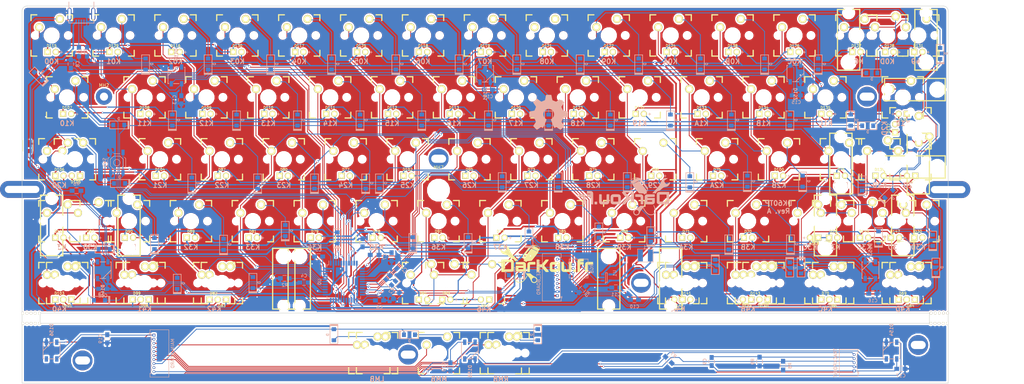
<source format=kicad_pcb>
(kicad_pcb (version 4) (host pcbnew 4.0.5+dfsg1-4)
  (title_block (title "MX/Alps HHKB") (date 2017-05-22) (rev A.1) (company DarKou))
  (layers (0 F.Cu signal) (31 B.Cu signal) (34 B.Paste user) (35 F.Paste user) (36 B.SilkS user) (37 F.SilkS user hide) (38 B.Mask user) (39 F.Mask user) (44 Edge.Cuts user))
  (net 0 "")
  (net 1 GND)
  (net 2 "Net-(C8-Pad1)")
  (net 3 "Net-(D1-Pad2)")
  (net 4 "Net-(D2-Pad2)")
  (net 5 "Net-(D3-Pad2)")
  (net 6 "Net-(D4-Pad2)")
  (net 7 "Net-(D5-Pad2)")
  (net 8 "Net-(D6-Pad2)")
  (net 9 "Net-(D7-Pad2)")
  (net 10 "Net-(D8-Pad2)")
  (net 11 "Net-(D9-Pad2)")
  (net 12 "Net-(D10-Pad2)")
  (net 13 "Net-(D11-Pad2)")
  (net 14 "Net-(D12-Pad2)")
  (net 15 "Net-(D13-Pad2)")
  (net 16 "Net-(D14-Pad2)")
  (net 17 "Net-(D15-Pad2)")
  (net 18 "Net-(D16-Pad2)")
  (net 19 "Net-(D17-Pad2)")
  (net 20 "Net-(D18-Pad2)")
  (net 21 "Net-(D19-Pad2)")
  (net 22 "Net-(D21-Pad2)")
  (net 23 "Net-(D22-Pad2)")
  (net 24 "Net-(D23-Pad2)")
  (net 25 "Net-(D24-Pad2)")
  (net 26 "Net-(D26-Pad2)")
  (net 27 "Net-(D27-Pad2)")
  (net 28 "Net-(D28-Pad2)")
  (net 29 "Net-(D29-Pad2)")
  (net 30 "Net-(D31-Pad2)")
  (net 31 "Net-(D32-Pad2)")
  (net 32 "Net-(D33-Pad2)")
  (net 33 "Net-(D34-Pad2)")
  (net 34 "Net-(D35-Pad2)")
  (net 35 "Net-(D36-Pad2)")
  (net 36 "Net-(D37-Pad2)")
  (net 37 "Net-(D38-Pad2)")
  (net 38 "Net-(D39-Pad2)")
  (net 39 "Net-(D40-Pad2)")
  (net 40 "Net-(D41-Pad2)")
  (net 41 "Net-(D42-Pad2)")
  (net 42 "Net-(D43-Pad2)")
  (net 43 "Net-(D44-Pad2)")
  (net 44 "Net-(D45-Pad2)")
  (net 45 "Net-(D46-Pad2)")
  (net 46 "Net-(D47-Pad2)")
  (net 47 "Net-(D48-Pad2)")
  (net 48 "Net-(D49-Pad2)")
  (net 49 "Net-(D50-Pad2)")
  (net 50 "Net-(D51-Pad2)")
  (net 51 "Net-(D52-Pad2)")
  (net 52 "Net-(D53-Pad2)")
  (net 53 "Net-(D54-Pad2)")
  (net 54 "Net-(D55-Pad2)")
  (net 55 "Net-(D56-Pad2)")
  (net 56 "Net-(D57-Pad2)")
  (net 57 "Net-(D58-Pad2)")
  (net 58 "Net-(D59-Pad2)")
  (net 59 "Net-(D60-Pad2)")
  (net 60 "Net-(J1-Pad2)")
  (net 61 "Net-(J1-Pad3)")
  (net 62 "Net-(J1-Pad4)")
  (net 63 "Net-(R3-Pad1)")
  (net 64 "Net-(R4-Pad2)")
  (net 65 "Net-(U0-Pad42)")
  (net 66 "Net-(LD1-Pad2)")
  (net 67 D2)
  (net 68 D5)
  (net 69 "Net-(D61-Pad2)")
  (net 70 "Net-(D62-Pad2)")
  (net 71 "Net-(D63-Pad2)")
  (net 72 "Net-(U0-Pad41)")
  (net 73 "Net-(D64-Pad2)")
  (net 74 "Net-(D65-Pad2)")
  (net 75 "Net-(D66-Pad2)")
  (net 76 "Net-(D67-Pad2)")
  (net 77 "Net-(D68-Pad2)")
  (net 78 "Net-(R2-Pad2)")
  (net 79 VCC)
  (net 80 "Net-(C9-Pad1)")
  (net 81 LED_AN)
  (net 82 "Net-(L1-Pad1)")
  (net 83 LED_CATH)
  (net 84 BACKLIT)
  (net 85 CAPS_LED)
  (net 86 Row4)
  (net 87 Col3)
  (net 88 Col4)
  (net 89 Col5)
  (net 90 Row0)
  (net 91 Row1)
  (net 92 Row2)
  (net 93 Row3)
  (net 94 Col0)
  (net 95 Col1)
  (net 96 Col2)
  (net 97 ColD)
  (net 98 ColC)
  (net 99 Col6)
  (net 100 Col7)
  (net 101 Col8)
  (net 102 Col9)
  (net 103 ColA)
  (net 104 ColB)
  (net 105 "Net-(K50-Pad2)")
  (net 106 "Net-(K50-Pad1)")
  (net 107 RESET)
  (net 108 XTAL1)
  (net 109 XTAL2)
  (net 110 "Net-(MH2-Pad1)")
  (net 111 "Net-(X1-Pad3)")
  (net 112 "Net-(MH7-Pad1)")
  (net 113 RGB)
  (net 114 "Net-(D149-Pad2)")
  (net 115 "Net-(D150-Pad2)")
  (net 116 "Net-(D151-Pad2)")
  (net 117 "Net-(D152-Pad2)")
  (net 118 DOUT)
  (net 119 "Net-(DM34-Pad2)")
  (net 120 "Net-(DM44-Pad2)")
  (net 121 "Net-(DM54-Pad2)")
  (net 122 /TRACKPOINT/D5)
  (net 123 /TRACKPOINT/D2)
  (net 124 /TRACKPOINT/Col3)
  (net 125 /TRACKPOINT/Col4)
  (net 126 /TRACKPOINT/Col5)
  (net 127 /TRACKPOINT/Row4)
  (net 128 /TRACKPOINT/RGB)
  (net 129 "Net-(D154-Pad2)")
  (net 130 "Net-(D155-Pad2)")
  (net 131 "Net-(D156-Pad2)")
  (net 132 "Net-(P1-Pad9)")
  (net 133 "Net-(P2-Pad9)")
  (module Footprint:Mx_100 (layer F.Cu) (at 138.23922 128.71429)
    (fp_text reference KM340 hide)
    (fp_text value LMB (at 0 8) (layer B.SilkS) (effects (font (thickness 0.3048)) (justify mirror)))
    (pad HOLE np_thru_hole circle (at 0 0) (size 3.9878 3.9878) (drill 3.9878) (layers *.Cu))
    (pad HOLE np_thru_hole circle (at -5.08 0) (size 1.7018 1.7018) (drill 1.7018) (layers *.Cu))
    (pad HOLE np_thru_hole circle (at 5.08 0) (size 1.7018 1.7018) (drill 1.7018) (layers *.Cu))
    (pad 1 thru_hole circle (at -3.81 -2.54 330.95) (size 2.5 2.5) (drill 1.5) (layers *.Cu *.Mask F.SilkS) (net 124 /TRACKPOINT/Col3))
    (pad 2 thru_hole circle (at 2.54 -5.08 356.1) (size 2.5 2.5) (drill 1.5) (layers *.Cu *.Mask F.SilkS) (net 119 "Net-(DM34-Pad2)"))
  )
  (module Footprint:BreakHoles (layer F.Cu) (at 311.20172 119.54804 90)
    (fp_text reference M2)
    (fp_text value MISC)
    (pad "" np_thru_hole circle (at 0 0 90) (size 0.8 0.8) (drill 0.7) (layers *.Cu *.Mask F.SilkS))
    (pad "" np_thru_hole circle (at 0 -1.27 90) (size 0.8 0.8) (drill 0.7) (layers *.Cu *.Mask F.SilkS))
    (pad "" np_thru_hole circle (at 0 -2.54 90) (size 0.8 0.8) (drill 0.7) (layers *.Cu *.Mask F.SilkS))
    (pad "" np_thru_hole circle (at 0 1.27 90) (size 0.8 0.8) (drill 0.7) (layers *.Cu *.Mask F.SilkS))
    (pad "" np_thru_hole circle (at 0 2.54 90) (size 0.8 0.8) (drill 0.7) (layers *.Cu *.Mask F.SilkS))
  )
  (module Footprint:MXST (layer F.Cu) (at 114.3 107.15625 180)
    (fp_text reference MXST hide)
    (fp_text value VAL** hide)
    (pad "" np_thru_hole circle (at 0 -6.985 180) (size 3.048 3.048) (drill 3.048) (layers *.Cu *.Mask))
    (pad "" np_thru_hole circle (at 0 8.255 180) (size 3.9802 3.9802) (drill 3.9802) (layers *.Cu *.Mask))
  )
  (module Footprint:MXST (layer F.Cu) (at 228.6 107.15625 180)
    (fp_text reference MXST hide)
    (fp_text value VAL** hide)
    (pad "" np_thru_hole circle (at 0 -6.985 180) (size 3.048 3.048) (drill 3.048) (layers *.Cu *.Mask))
    (pad "" np_thru_hole circle (at 0 8.255 180) (size 3.9802 3.9802) (drill 3.9802) (layers *.Cu *.Mask))
  )
  (module Footprint:MXST (layer F.Cu) (at 209.55 107.15625 180)
    (fp_text reference MXST hide)
    (fp_text value VAL** hide)
    (pad "" np_thru_hole circle (at 0 -6.985 180) (size 3.048 3.048) (drill 3.048) (layers *.Cu *.Mask))
    (pad "" np_thru_hole circle (at 0 8.255 180) (size 3.9802 3.9802) (drill 3.9802) (layers *.Cu *.Mask))
  )
  (module Footprint:MXST (layer F.Cu) (at 109.5375 107.15625 180)
    (fp_text reference MXST hide)
    (fp_text value VAL** hide)
    (pad "" np_thru_hole circle (at 0 -6.985 180) (size 3.048 3.048) (drill 3.048) (layers *.Cu *.Mask))
    (pad "" np_thru_hole circle (at 0 8.255 180) (size 3.9802 3.9802) (drill 3.9802) (layers *.Cu *.Mask))
  )
  (module Footprint:MXST (layer F.Cu) (at 300.0375 88.10625)
    (fp_text reference MXST hide)
    (fp_text value VAL** hide)
    (pad "" np_thru_hole circle (at 0 -6.985) (size 3.048 3.048) (drill 3.048) (layers *.Cu *.Mask))
    (pad "" np_thru_hole circle (at 0 8.255) (size 3.9802 3.9802) (drill 3.9802) (layers *.Cu *.Mask))
  )
  (module Footprint:MXST (layer F.Cu) (at 276.225 88.10625)
    (fp_text reference MXST hide)
    (fp_text value VAL** hide)
    (pad "" np_thru_hole circle (at 0 -6.985) (size 3.048 3.048) (drill 3.048) (layers *.Cu *.Mask))
    (pad "" np_thru_hole circle (at 0 8.255) (size 3.9802 3.9802) (drill 3.9802) (layers *.Cu *.Mask))
  )
  (module Footprint:MXST (layer F.Cu) (at 302.41875 47.62625 90)
    (fp_text reference MXST hide)
    (fp_text value VAL** hide)
    (pad "" np_thru_hole circle (at 0 -6.985 90) (size 3.048 3.048) (drill 3.048) (layers *.Cu *.Mask))
    (pad "" np_thru_hole circle (at 0 8.255 90) (size 3.9802 3.9802) (drill 3.9802) (layers *.Cu *.Mask))
  )
  (module Footprint:MXST (layer F.Cu) (at 302.41875 71.4375 90)
    (fp_text reference MXST hide)
    (fp_text value VAL** hide)
    (pad "" np_thru_hole circle (at 0 -6.985 90) (size 3.048 3.048) (drill 3.048) (layers *.Cu *.Mask))
    (pad "" np_thru_hole circle (at 0 8.255 90) (size 3.9802 3.9802) (drill 3.9802) (layers *.Cu *.Mask))
  )
  (module Footprint:MXST (layer F.Cu) (at 280.9875 69.05625)
    (fp_text reference MXST hide)
    (fp_text value VAL** hide)
    (pad "" np_thru_hole circle (at 0 -6.985) (size 3.048 3.048) (drill 3.048) (layers *.Cu *.Mask))
    (pad "" np_thru_hole circle (at 0 8.255) (size 3.9802 3.9802) (drill 3.9802) (layers *.Cu *.Mask))
  )
  (module Footprint:MXST (layer F.Cu) (at 304.8 69.05625)
    (fp_text reference MXST hide)
    (fp_text value VAL** hide)
    (pad "" np_thru_hole circle (at 0 -6.985) (size 3.048 3.048) (drill 3.048) (layers *.Cu *.Mask))
    (pad "" np_thru_hole circle (at 0 8.255) (size 3.9802 3.9802) (drill 3.9802) (layers *.Cu *.Mask))
  )
  (module Footprint:MXST (layer F.Cu) (at 307.18125 30.95625)
    (fp_text reference MXST hide)
    (fp_text value VAL** hide)
    (pad "" np_thru_hole circle (at 0 -6.985) (size 3.048 3.048) (drill 3.048) (layers *.Cu *.Mask))
    (pad "" np_thru_hole circle (at 0 8.255) (size 3.9802 3.9802) (drill 3.9802) (layers *.Cu *.Mask))
  )
  (module Footprint:MXST (layer F.Cu) (at 283.36875 30.95625)
    (fp_text reference MXST hide)
    (fp_text value VAL** hide)
    (pad "" np_thru_hole circle (at 0 -6.985) (size 3.048 3.048) (drill 3.048) (layers *.Cu *.Mask))
    (pad "" np_thru_hole circle (at 0 8.255) (size 3.9802 3.9802) (drill 3.9802) (layers *.Cu *.Mask))
  )
  (module Footprint:MXST (layer F.Cu) (at 61.9125 88.10625)
    (fp_text reference MXST hide)
    (fp_text value VAL** hide)
    (pad "" np_thru_hole circle (at 0 -6.985) (size 3.048 3.048) (drill 3.048) (layers *.Cu *.Mask))
    (pad "" np_thru_hole circle (at 0 8.255) (size 3.9802 3.9802) (drill 3.9802) (layers *.Cu *.Mask))
  )
  (module Capacitors_SMD:C_0805_HandSoldering (layer B.Cu) (at 145.21172 101.81304 45)
    (fp_text reference C1 (at 0 2.1 45) (layer B.SilkS) (effects (justify mirror)))
    (fp_text value 22p)
    (pad 1 smd rect (at -1.25 0 45) (size 1.5 1.25) (layers B.Cu B.Paste B.Mask) (net 108 XTAL1))
    (pad 2 smd rect (at 1.25 0 45) (size 1.5 1.25) (layers B.Cu B.Paste B.Mask) (net 1 GND))
  )
  (module Capacitors_SMD:C_0805_HandSoldering (layer B.Cu) (at 144.21172 111.06304 225)
    (fp_text reference C2 (at 0 2.1 225) (layer B.SilkS) (effects (justify mirror)))
    (fp_text value 22p)
    (pad 1 smd rect (at -1.25 0 225) (size 1.5 1.25) (layers B.Cu B.Paste B.Mask) (net 109 XTAL2))
    (pad 2 smd rect (at 1.25 0 225) (size 1.5 1.25) (layers B.Cu B.Paste B.Mask) (net 1 GND))
  )
  (module Capacitors_SMD:C_0805_HandSoldering (layer B.Cu) (at 133.7875 94.7575 90)
    (fp_text reference C3 (at 0 2.1 90) (layer B.SilkS) (effects (justify mirror)))
    (fp_text value 0.1u hide)
    (pad 1 smd rect (at -1.25 0 90) (size 1.5 1.25) (layers B.Cu B.Paste B.Mask) (net 79 VCC))
    (pad 2 smd rect (at 1.25 0 90) (size 1.5 1.25) (layers B.Cu B.Paste B.Mask) (net 1 GND))
  )
  (module Capacitors_SMD:C_0805_HandSoldering (layer B.Cu) (at 115.75 107 180)
    (fp_text reference C4 (at 0 2.1 180) (layer B.SilkS) (effects (justify mirror)))
    (fp_text value 0.1u hide)
    (pad 1 smd rect (at -1.25 0 180) (size 1.5 1.25) (layers B.Cu B.Paste B.Mask) (net 79 VCC))
    (pad 2 smd rect (at 1.25 0 180) (size 1.5 1.25) (layers B.Cu B.Paste B.Mask) (net 1 GND))
  )
  (module Capacitors_SMD:C_0805_HandSoldering (layer B.Cu) (at 120.25 99 180)
    (fp_text reference C5 (at 0 2.1 180) (layer B.SilkS) (effects (justify mirror)))
    (fp_text value 0.1u)
    (pad 1 smd rect (at -1.25 0 180) (size 1.5 1.25) (layers B.Cu B.Paste B.Mask) (net 79 VCC))
    (pad 2 smd rect (at 1.25 0 180) (size 1.5 1.25) (layers B.Cu B.Paste B.Mask) (net 1 GND))
  )
  (module Capacitors_SMD:C_0805_HandSoldering (layer B.Cu) (at 139 112.5)
    (fp_text reference C6 (at 0 2.1) (layer B.SilkS) (effects (justify mirror)))
    (fp_text value 0.1u)
    (pad 1 smd rect (at -1.25 0) (size 1.5 1.25) (layers B.Cu B.Paste B.Mask) (net 79 VCC))
    (pad 2 smd rect (at 1.25 0) (size 1.5 1.25) (layers B.Cu B.Paste B.Mask) (net 1 GND))
  )
  (module Capacitors_SMD:C_0805_HandSoldering (layer B.Cu) (at 142.71172 99.06304 270)
    (fp_text reference C7 (at 0 2.1 270) (layer B.SilkS) (effects (justify mirror)))
    (fp_text value 4.7u)
    (pad 1 smd rect (at -1.25 0 270) (size 1.5 1.25) (layers B.Cu B.Paste B.Mask) (net 79 VCC))
    (pad 2 smd rect (at 1.25 0 270) (size 1.5 1.25) (layers B.Cu B.Paste B.Mask) (net 1 GND))
  )
  (module Capacitors_SMD:C_0805_HandSoldering (layer B.Cu) (at 44 39.75 90)
    (fp_text reference C8 (at 0 2.1 90) (layer B.SilkS) (effects (justify mirror)))
    (fp_text value 1u)
    (pad 1 smd rect (at -1.25 0 90) (size 1.5 1.25) (layers B.Cu B.Paste B.Mask) (net 2 "Net-(C8-Pad1)"))
    (pad 2 smd rect (at 1.25 0 90) (size 1.5 1.25) (layers B.Cu B.Paste B.Mask) (net 1 GND))
  )
  (module Capacitors_SMD:C_0805_HandSoldering (layer B.Cu) (at 241.21172 131.31304 270)
    (fp_text reference C9 (at 0 2.1 270) (layer B.SilkS) (effects (justify mirror)))
    (fp_text value 2.2u)
    (pad 1 smd rect (at -1.25 0 270) (size 1.5 1.25) (layers B.Cu B.Paste B.Mask) (net 80 "Net-(C9-Pad1)"))
    (pad 2 smd rect (at 1.25 0 270) (size 1.5 1.25) (layers B.Cu B.Paste B.Mask) (net 79 VCC))
  )
  (module Footprint:D_SOD123 (layer B.Cu) (at 34 43.5 135)
    (fp_text reference D1 hide)
    (fp_text value D (at 0 1.925 135) (layer B.SilkS) (effects (font (size 0.8 0.8)) (justify mirror)))
    (pad 2 smd rect (at 1.7 0 135) (size 1.2 1.4) (layers B.Cu B.Paste B.Mask) (net 3 "Net-(D1-Pad2)"))
    (pad 1 smd rect (at -1.7 0 135) (size 1.2 1.4) (layers B.Cu B.Paste B.Mask) (net 90 Row0))
  )
  (module Footprint:D_SOD123 (layer B.Cu) (at 58.75 58.5 180)
    (fp_text reference D2 hide)
    (fp_text value D (at 0 1.925 180) (layer B.SilkS) (effects (font (size 0.8 0.8)) (justify mirror)))
    (pad 2 smd rect (at 1.7 0 180) (size 1.2 1.4) (layers B.Cu B.Paste B.Mask) (net 4 "Net-(D2-Pad2)"))
    (pad 1 smd rect (at -1.7 0 180) (size 1.2 1.4) (layers B.Cu B.Paste B.Mask) (net 91 Row1))
  )
  (module Footprint:D_SOD123 (layer B.Cu) (at 59 76.5 180)
    (fp_text reference D3 hide)
    (fp_text value D (at 0 1.925 180) (layer B.SilkS) (effects (font (size 0.8 0.8)) (justify mirror)))
    (pad 2 smd rect (at 1.7 0 180) (size 1.2 1.4) (layers B.Cu B.Paste B.Mask) (net 5 "Net-(D3-Pad2)"))
    (pad 1 smd rect (at -1.7 0 180) (size 1.2 1.4) (layers B.Cu B.Paste B.Mask) (net 92 Row2))
  )
  (module Footprint:D_SOD123 (layer B.Cu) (at 54.25 96.75 180)
    (fp_text reference D4 hide)
    (fp_text value D (at 0 1.925 180) (layer B.SilkS) (effects (font (size 0.8 0.8)) (justify mirror)))
    (pad 2 smd rect (at 1.7 0 180) (size 1.2 1.4) (layers B.Cu B.Paste B.Mask) (net 6 "Net-(D4-Pad2)"))
    (pad 1 smd rect (at -1.7 0 180) (size 1.2 1.4) (layers B.Cu B.Paste B.Mask) (net 93 Row3))
  )
  (module Footprint:D_SOD123 (layer B.Cu) (at 52.82172 112.44304 180)
    (fp_text reference D5 hide)
    (fp_text value D (at 0 1.925 180) (layer B.SilkS) (effects (font (size 0.8 0.8)) (justify mirror)))
    (pad 2 smd rect (at 1.7 0 180) (size 1.2 1.4) (layers B.Cu B.Paste B.Mask) (net 7 "Net-(D5-Pad2)"))
    (pad 1 smd rect (at -1.7 0 180) (size 1.2 1.4) (layers B.Cu B.Paste B.Mask) (net 86 Row4))
  )
  (module Footprint:D_SOD123 (layer B.Cu) (at 67 39.75 90)
    (fp_text reference D6 hide)
    (fp_text value D (at 0 1.925 90) (layer B.SilkS) (effects (font (size 0.8 0.8)) (justify mirror)))
    (pad 2 smd rect (at 1.7 0 90) (size 1.2 1.4) (layers B.Cu B.Paste B.Mask) (net 8 "Net-(D6-Pad2)"))
    (pad 1 smd rect (at -1.7 0 90) (size 1.2 1.4) (layers B.Cu B.Paste B.Mask) (net 90 Row0))
  )
  (module Footprint:D_SOD123 (layer B.Cu) (at 75.25 57 90)
    (fp_text reference D7 hide)
    (fp_text value D (at 0 1.925 90) (layer B.SilkS) (effects (font (size 0.8 0.8)) (justify mirror)))
    (pad 2 smd rect (at 1.7 0 90) (size 1.2 1.4) (layers B.Cu B.Paste B.Mask) (net 9 "Net-(D7-Pad2)"))
    (pad 1 smd rect (at -1.7 0 90) (size 1.2 1.4) (layers B.Cu B.Paste B.Mask) (net 91 Row1))
  )
  (module Footprint:D_SOD123 (layer B.Cu) (at 81.22875 76.40625 90)
    (fp_text reference D8 hide)
    (fp_text value D (at 0 1.925 90) (layer B.SilkS) (effects (font (size 0.8 0.8)) (justify mirror)))
    (pad 2 smd rect (at 1.7 0 90) (size 1.2 1.4) (layers B.Cu B.Paste B.Mask) (net 10 "Net-(D8-Pad2)"))
    (pad 1 smd rect (at -1.7 0 90) (size 1.2 1.4) (layers B.Cu B.Paste B.Mask) (net 92 Row2))
  )
  (module Footprint:D_SOD123 (layer B.Cu) (at 69.75 95 90)
    (fp_text reference D9 hide)
    (fp_text value D (at 0 1.925 90) (layer B.SilkS) (effects (font (size 0.8 0.8)) (justify mirror)))
    (pad 2 smd rect (at 1.7 0 90) (size 1.2 1.4) (layers B.Cu B.Paste B.Mask) (net 11 "Net-(D9-Pad2)"))
    (pad 1 smd rect (at -1.7 0 90) (size 1.2 1.4) (layers B.Cu B.Paste B.Mask) (net 93 Row3))
  )
  (module Footprint:D_SOD123 (layer B.Cu) (at 76.75 107.25 90)
    (fp_text reference D10 hide)
    (fp_text value D (at 0 1.925 90) (layer B.SilkS) (effects (font (size 0.8 0.8)) (justify mirror)))
    (pad 2 smd rect (at 1.7 0 90) (size 1.2 1.4) (layers B.Cu B.Paste B.Mask) (net 12 "Net-(D10-Pad2)"))
    (pad 1 smd rect (at -1.7 0 90) (size 1.2 1.4) (layers B.Cu B.Paste B.Mask) (net 86 Row4))
  )
  (module Footprint:D_SOD123 (layer B.Cu) (at 86.25 39.75 90)
    (fp_text reference D11 hide)
    (fp_text value D (at 0 1.925 90) (layer B.SilkS) (effects (font (size 0.8 0.8)) (justify mirror)))
    (pad 2 smd rect (at 1.7 0 90) (size 1.2 1.4) (layers B.Cu B.Paste B.Mask) (net 13 "Net-(D11-Pad2)"))
    (pad 1 smd rect (at -1.7 0 90) (size 1.2 1.4) (layers B.Cu B.Paste B.Mask) (net 90 Row0))
  )
  (module Footprint:D_SOD123 (layer B.Cu) (at 95 57 90)
    (fp_text reference D12 hide)
    (fp_text value D (at 0 1.925 90) (layer B.SilkS) (effects (font (size 0.8 0.8)) (justify mirror)))
    (pad 2 smd rect (at 1.7 0 90) (size 1.2 1.4) (layers B.Cu B.Paste B.Mask) (net 14 "Net-(D12-Pad2)"))
    (pad 1 smd rect (at -1.7 0 90) (size 1.2 1.4) (layers B.Cu B.Paste B.Mask) (net 91 Row1))
  )
  (module Footprint:D_SOD123 (layer B.Cu) (at 101.47875 76.40625 90)
    (fp_text reference D13 hide)
    (fp_text value D (at 0 1.925 90) (layer B.SilkS) (effects (font (size 0.8 0.8)) (justify mirror)))
    (pad 2 smd rect (at 1.7 0 90) (size 1.2 1.4) (layers B.Cu B.Paste B.Mask) (net 15 "Net-(D13-Pad2)"))
    (pad 1 smd rect (at -1.7 0 90) (size 1.2 1.4) (layers B.Cu B.Paste B.Mask) (net 92 Row2))
  )
  (module Footprint:D_SOD123 (layer B.Cu) (at 91 95.25 90)
    (fp_text reference D14 hide)
    (fp_text value D (at 0 1.925 90) (layer B.SilkS) (effects (font (size 0.8 0.8)) (justify mirror)))
    (pad 2 smd rect (at 1.7 0 90) (size 1.2 1.4) (layers B.Cu B.Paste B.Mask) (net 16 "Net-(D14-Pad2)"))
    (pad 1 smd rect (at -1.7 0 90) (size 1.2 1.4) (layers B.Cu B.Paste B.Mask) (net 93 Row3))
  )
  (module Footprint:D_SOD123 (layer B.Cu) (at 100.0375 107.0075 90)
    (fp_text reference D15 hide)
    (fp_text value D (at 0 1.925 90) (layer B.SilkS) (effects (font (size 0.8 0.8)) (justify mirror)))
    (pad 2 smd rect (at 1.7 0 90) (size 1.2 1.4) (layers B.Cu B.Paste B.Mask) (net 17 "Net-(D15-Pad2)"))
    (pad 1 smd rect (at -1.7 0 90) (size 1.2 1.4) (layers B.Cu B.Paste B.Mask) (net 86 Row4))
  )
  (module Footprint:D_SOD123 (layer B.Cu) (at 105.5 39.75 90)
    (fp_text reference D16 hide)
    (fp_text value D (at 0 1.925 90) (layer B.SilkS) (effects (font (size 0.8 0.8)) (justify mirror)))
    (pad 2 smd rect (at 1.7 0 90) (size 1.2 1.4) (layers B.Cu B.Paste B.Mask) (net 18 "Net-(D16-Pad2)"))
    (pad 1 smd rect (at -1.7 0 90) (size 1.2 1.4) (layers B.Cu B.Paste B.Mask) (net 90 Row0))
  )
  (module Footprint:D_SOD123 (layer B.Cu) (at 113.75 57 90)
    (fp_text reference D17 hide)
    (fp_text value D (at 0 1.925 90) (layer B.SilkS) (effects (font (size 0.8 0.8)) (justify mirror)))
    (pad 2 smd rect (at 1.7 0 90) (size 1.2 1.4) (layers B.Cu B.Paste B.Mask) (net 19 "Net-(D17-Pad2)"))
    (pad 1 smd rect (at -1.7 0 90) (size 1.2 1.4) (layers B.Cu B.Paste B.Mask) (net 91 Row1))
  )
  (module Footprint:D_SOD123 (layer B.Cu) (at 118.97875 76.40625 90)
    (fp_text reference D18 hide)
    (fp_text value D (at 0 1.925 90) (layer B.SilkS) (effects (font (size 0.8 0.8)) (justify mirror)))
    (pad 2 smd rect (at 1.7 0 90) (size 1.2 1.4) (layers B.Cu B.Paste B.Mask) (net 20 "Net-(D18-Pad2)"))
    (pad 1 smd rect (at -1.7 0 90) (size 1.2 1.4) (layers B.Cu B.Paste B.Mask) (net 92 Row2))
  )
  (module Footprint:D_SOD123 (layer B.Cu) (at 110 91 90)
    (fp_text reference D19 hide)
    (fp_text value D (at 0 1.925 90) (layer B.SilkS) (effects (font (size 0.8 0.8)) (justify mirror)))
    (pad 2 smd rect (at 1.7 0 90) (size 1.2 1.4) (layers B.Cu B.Paste B.Mask) (net 21 "Net-(D19-Pad2)"))
    (pad 1 smd rect (at -1.7 0 90) (size 1.2 1.4) (layers B.Cu B.Paste B.Mask) (net 93 Row3))
  )
  (module Footprint:D_SOD123 (layer B.Cu) (at 124.25 39.75 90)
    (fp_text reference D21 hide)
    (fp_text value D (at 0 1.925 90) (layer B.SilkS) (effects (font (size 0.8 0.8)) (justify mirror)))
    (pad 2 smd rect (at 1.7 0 90) (size 1.2 1.4) (layers B.Cu B.Paste B.Mask) (net 22 "Net-(D21-Pad2)"))
    (pad 1 smd rect (at -1.7 0 90) (size 1.2 1.4) (layers B.Cu B.Paste B.Mask) (net 90 Row0))
  )
  (module Footprint:D_SOD123 (layer B.Cu) (at 133 57 90)
    (fp_text reference D22 hide)
    (fp_text value D (at 0 1.925 90) (layer B.SilkS) (effects (font (size 0.8 0.8)) (justify mirror)))
    (pad 2 smd rect (at 1.7 0 90) (size 1.2 1.4) (layers B.Cu B.Paste B.Mask) (net 23 "Net-(D22-Pad2)"))
    (pad 1 smd rect (at -1.7 0 90) (size 1.2 1.4) (layers B.Cu B.Paste B.Mask) (net 91 Row1))
  )
  (module Footprint:D_SOD123 (layer B.Cu) (at 134.72875 76.40625 90)
    (fp_text reference D23 hide)
    (fp_text value D (at 0 1.925 90) (layer B.SilkS) (effects (font (size 0.8 0.8)) (justify mirror)))
    (pad 2 smd rect (at 1.7 0 90) (size 1.2 1.4) (layers B.Cu B.Paste B.Mask) (net 24 "Net-(D23-Pad2)"))
    (pad 1 smd rect (at -1.7 0 90) (size 1.2 1.4) (layers B.Cu B.Paste B.Mask) (net 92 Row2))
  )
  (module Footprint:D_SOD123 (layer B.Cu) (at 126 93.25 90)
    (fp_text reference D24 hide)
    (fp_text value D (at 0 1.925 90) (layer B.SilkS) (effects (font (size 0.8 0.8)) (justify mirror)))
    (pad 2 smd rect (at 1.7 0 90) (size 1.2 1.4) (layers B.Cu B.Paste B.Mask) (net 25 "Net-(D24-Pad2)"))
    (pad 1 smd rect (at -1.7 0 90) (size 1.2 1.4) (layers B.Cu B.Paste B.Mask) (net 93 Row3))
  )
  (module Footprint:D_SOD123 (layer B.Cu) (at 144 39.75 90)
    (fp_text reference D26 hide)
    (fp_text value D (at 0 1.925 90) (layer B.SilkS) (effects (font (size 0.8 0.8)) (justify mirror)))
    (pad 2 smd rect (at 1.7 0 90) (size 1.2 1.4) (layers B.Cu B.Paste B.Mask) (net 26 "Net-(D26-Pad2)"))
    (pad 1 smd rect (at -1.7 0 90) (size 1.2 1.4) (layers B.Cu B.Paste B.Mask) (net 90 Row0))
  )
  (module Footprint:D_SOD123 (layer B.Cu) (at 152 57 90)
    (fp_text reference D27 hide)
    (fp_text value D (at 0 1.925 90) (layer B.SilkS) (effects (font (size 0.8 0.8)) (justify mirror)))
    (pad 2 smd rect (at 1.7 0 90) (size 1.2 1.4) (layers B.Cu B.Paste B.Mask) (net 27 "Net-(D27-Pad2)"))
    (pad 1 smd rect (at -1.7 0 90) (size 1.2 1.4) (layers B.Cu B.Paste B.Mask) (net 91 Row1))
  )
  (module Footprint:D_SOD123 (layer B.Cu) (at 138.97875 76.40625 90)
    (fp_text reference D28 hide)
    (fp_text value D (at 0 1.925 90) (layer B.SilkS) (effects (font (size 0.8 0.8)) (justify mirror)))
    (pad 2 smd rect (at 1.7 0 90) (size 1.2 1.4) (layers B.Cu B.Paste B.Mask) (net 28 "Net-(D28-Pad2)"))
    (pad 1 smd rect (at -1.7 0 90) (size 1.2 1.4) (layers B.Cu B.Paste B.Mask) (net 92 Row2))
  )
  (module Footprint:D_SOD123 (layer B.Cu) (at 149.25 94.75 90)
    (fp_text reference D29 hide)
    (fp_text value D (at 0 1.925 90) (layer B.SilkS) (effects (font (size 0.8 0.8)) (justify mirror)))
    (pad 2 smd rect (at 1.7 0 90) (size 1.2 1.4) (layers B.Cu B.Paste B.Mask) (net 29 "Net-(D29-Pad2)"))
    (pad 1 smd rect (at -1.7 0 90) (size 1.2 1.4) (layers B.Cu B.Paste B.Mask) (net 93 Row3))
  )
  (module Footprint:D_SOD123 (layer B.Cu) (at 163.5 39.75 90)
    (fp_text reference D31 hide)
    (fp_text value D (at 0 1.925 90) (layer B.SilkS) (effects (font (size 0.8 0.8)) (justify mirror)))
    (pad 2 smd rect (at 1.7 0 90) (size 1.2 1.4) (layers B.Cu B.Paste B.Mask) (net 30 "Net-(D31-Pad2)"))
    (pad 1 smd rect (at -1.7 0 90) (size 1.2 1.4) (layers B.Cu B.Paste B.Mask) (net 90 Row0))
  )
  (module Footprint:D_SOD123 (layer B.Cu) (at 172.5375 57.0075 90)
    (fp_text reference D32 hide)
    (fp_text value D (at 0 1.925 90) (layer B.SilkS) (effects (font (size 0.8 0.8)) (justify mirror)))
    (pad 2 smd rect (at 1.7 0 90) (size 1.2 1.4) (layers B.Cu B.Paste B.Mask) (net 31 "Net-(D32-Pad2)"))
    (pad 1 smd rect (at -1.7 0 90) (size 1.2 1.4) (layers B.Cu B.Paste B.Mask) (net 91 Row1))
  )
  (module Footprint:D_SOD123 (layer B.Cu) (at 176.75 76 90)
    (fp_text reference D33 hide)
    (fp_text value D (at 0 1.925 90) (layer B.SilkS) (effects (font (size 0.8 0.8)) (justify mirror)))
    (pad 2 smd rect (at 1.7 0 90) (size 1.2 1.4) (layers B.Cu B.Paste B.Mask) (net 32 "Net-(D33-Pad2)"))
    (pad 1 smd rect (at -1.7 0 90) (size 1.2 1.4) (layers B.Cu B.Paste B.Mask) (net 92 Row2))
  )
  (module Footprint:D_SOD123 (layer B.Cu) (at 166.25 94.75 90)
    (fp_text reference D34 hide)
    (fp_text value D (at 0 1.925 90) (layer B.SilkS) (effects (font (size 0.8 0.8)) (justify mirror)))
    (pad 2 smd rect (at 1.7 0 90) (size 1.2 1.4) (layers B.Cu B.Paste B.Mask) (net 33 "Net-(D34-Pad2)"))
    (pad 1 smd rect (at -1.7 0 90) (size 1.2 1.4) (layers B.Cu B.Paste B.Mask) (net 93 Row3))
  )
  (module Footprint:D_SOD123 (layer B.Cu) (at 180.5 104.75 180)
    (fp_text reference D35 hide)
    (fp_text value D (at 0 1.925 180) (layer B.SilkS) (effects (font (size 0.8 0.8)) (justify mirror)))
    (pad 2 smd rect (at 1.7 0 180) (size 1.2 1.4) (layers B.Cu B.Paste B.Mask) (net 34 "Net-(D35-Pad2)"))
    (pad 1 smd rect (at -1.7 0 180) (size 1.2 1.4) (layers B.Cu B.Paste B.Mask) (net 86 Row4))
  )
  (module Footprint:D_SOD123 (layer B.Cu) (at 181.25 39.75 90)
    (fp_text reference D36 hide)
    (fp_text value D (at 0 1.925 90) (layer B.SilkS) (effects (font (size 0.8 0.8)) (justify mirror)))
    (pad 2 smd rect (at 1.7 0 90) (size 1.2 1.4) (layers B.Cu B.Paste B.Mask) (net 35 "Net-(D36-Pad2)"))
    (pad 1 smd rect (at -1.7 0 90) (size 1.2 1.4) (layers B.Cu B.Paste B.Mask) (net 90 Row0))
  )
  (module Footprint:D_SOD123 (layer B.Cu) (at 191.0375 57.0075 90)
    (fp_text reference D37 hide)
    (fp_text value D (at 0 1.925 90) (layer B.SilkS) (effects (font (size 0.8 0.8)) (justify mirror)))
    (pad 2 smd rect (at 1.7 0 90) (size 1.2 1.4) (layers B.Cu B.Paste B.Mask) (net 36 "Net-(D37-Pad2)"))
    (pad 1 smd rect (at -1.7 0 90) (size 1.2 1.4) (layers B.Cu B.Paste B.Mask) (net 91 Row1))
  )
  (module Footprint:D_SOD123 (layer B.Cu) (at 194 76 90)
    (fp_text reference D38 hide)
    (fp_text value D (at 0 1.925 90) (layer B.SilkS) (effects (font (size 0.8 0.8)) (justify mirror)))
    (pad 2 smd rect (at 1.7 0 90) (size 1.2 1.4) (layers B.Cu B.Paste B.Mask) (net 37 "Net-(D38-Pad2)"))
    (pad 1 smd rect (at -1.7 0 90) (size 1.2 1.4) (layers B.Cu B.Paste B.Mask) (net 92 Row2))
  )
  (module Footprint:D_SOD123 (layer B.Cu) (at 185 93 90)
    (fp_text reference D39 hide)
    (fp_text value D (at 0 1.925 90) (layer B.SilkS) (effects (font (size 0.8 0.8)) (justify mirror)))
    (pad 2 smd rect (at 1.7 0 90) (size 1.2 1.4) (layers B.Cu B.Paste B.Mask) (net 38 "Net-(D39-Pad2)"))
    (pad 1 smd rect (at -1.7 0 90) (size 1.2 1.4) (layers B.Cu B.Paste B.Mask) (net 93 Row3))
  )
  (module Footprint:D_SOD123 (layer B.Cu) (at 200.75 39.75 90)
    (fp_text reference D40 hide)
    (fp_text value D (at 0 1.925 90) (layer B.SilkS) (effects (font (size 0.8 0.8)) (justify mirror)))
    (pad 2 smd rect (at 1.7 0 90) (size 1.2 1.4) (layers B.Cu B.Paste B.Mask) (net 39 "Net-(D40-Pad2)"))
    (pad 1 smd rect (at -1.7 0 90) (size 1.2 1.4) (layers B.Cu B.Paste B.Mask) (net 90 Row0))
  )
  (module Footprint:D_SOD123 (layer B.Cu) (at 210.0375 57.0075 90)
    (fp_text reference D41 hide)
    (fp_text value D (at 0 1.925 90) (layer B.SilkS) (effects (font (size 0.8 0.8)) (justify mirror)))
    (pad 2 smd rect (at 1.7 0 90) (size 1.2 1.4) (layers B.Cu B.Paste B.Mask) (net 40 "Net-(D41-Pad2)"))
    (pad 1 smd rect (at -1.7 0 90) (size 1.2 1.4) (layers B.Cu B.Paste B.Mask) (net 91 Row1))
  )
  (module Footprint:D_SOD123 (layer B.Cu) (at 215.25 76 90)
    (fp_text reference D42 hide)
    (fp_text value D (at 0 1.925 90) (layer B.SilkS) (effects (font (size 0.8 0.8)) (justify mirror)))
    (pad 2 smd rect (at 1.7 0 90) (size 1.2 1.4) (layers B.Cu B.Paste B.Mask) (net 41 "Net-(D42-Pad2)"))
    (pad 1 smd rect (at -1.7 0 90) (size 1.2 1.4) (layers B.Cu B.Paste B.Mask) (net 92 Row2))
  )
  (module Footprint:D_SOD123 (layer B.Cu) (at 206.5 91.5 90)
    (fp_text reference D43 hide)
    (fp_text value D (at 0 1.925 90) (layer B.SilkS) (effects (font (size 0.8 0.8)) (justify mirror)))
    (pad 2 smd rect (at 1.7 0 90) (size 1.2 1.4) (layers B.Cu B.Paste B.Mask) (net 42 "Net-(D43-Pad2)"))
    (pad 1 smd rect (at -1.7 0 90) (size 1.2 1.4) (layers B.Cu B.Paste B.Mask) (net 93 Row3))
  )
  (module Footprint:D_SOD123 (layer B.Cu) (at 218.75 39.75 90)
    (fp_text reference D44 hide)
    (fp_text value D (at 0 1.925 90) (layer B.SilkS) (effects (font (size 0.8 0.8)) (justify mirror)))
    (pad 2 smd rect (at 1.7 0 90) (size 1.2 1.4) (layers B.Cu B.Paste B.Mask) (net 43 "Net-(D44-Pad2)"))
    (pad 1 smd rect (at -1.7 0 90) (size 1.2 1.4) (layers B.Cu B.Paste B.Mask) (net 90 Row0))
  )
  (module Footprint:D_SOD123 (layer B.Cu) (at 228.5375 57.0075 90)
    (fp_text reference D45 hide)
    (fp_text value D (at 0 1.925 90) (layer B.SilkS) (effects (font (size 0.8 0.8)) (justify mirror)))
    (pad 2 smd rect (at 1.7 0 90) (size 1.2 1.4) (layers B.Cu B.Paste B.Mask) (net 44 "Net-(D45-Pad2)"))
    (pad 1 smd rect (at -1.7 0 90) (size 1.2 1.4) (layers B.Cu B.Paste B.Mask) (net 91 Row1))
  )
  (module Footprint:D_SOD123 (layer B.Cu) (at 234.5 76 90)
    (fp_text reference D46 hide)
    (fp_text value D (at 0 1.925 90) (layer B.SilkS) (effects (font (size 0.8 0.8)) (justify mirror)))
    (pad 2 smd rect (at 1.7 0 90) (size 1.2 1.4) (layers B.Cu B.Paste B.Mask) (net 45 "Net-(D46-Pad2)"))
    (pad 1 smd rect (at -1.7 0 90) (size 1.2 1.4) (layers B.Cu B.Paste B.Mask) (net 92 Row2))
  )
  (module Footprint:D_SOD123 (layer B.Cu) (at 222.47875 92.65625 90)
    (fp_text reference D47 hide)
    (fp_text value D (at 0 1.925 90) (layer B.SilkS) (effects (font (size 0.8 0.8)) (justify mirror)))
    (pad 2 smd rect (at 1.7 0 90) (size 1.2 1.4) (layers B.Cu B.Paste B.Mask) (net 46 "Net-(D47-Pad2)"))
    (pad 1 smd rect (at -1.7 0 90) (size 1.2 1.4) (layers B.Cu B.Paste B.Mask) (net 93 Row3))
  )
  (module Footprint:D_SOD123 (layer B.Cu) (at 311.5 36.5 90)
    (fp_text reference D48 hide)
    (fp_text value D (at 0 1.925 90) (layer B.SilkS) (effects (font (size 0.8 0.8)) (justify mirror)))
    (pad 2 smd rect (at 1.7 0 90) (size 1.2 1.4) (layers B.Cu B.Paste B.Mask) (net 47 "Net-(D48-Pad2)"))
    (pad 1 smd rect (at -1.7 0 90) (size 1.2 1.4) (layers B.Cu B.Paste B.Mask) (net 86 Row4))
  )
  (module Footprint:D_SOD123 (layer B.Cu) (at 237.75 39.75 90)
    (fp_text reference D49 hide)
    (fp_text value D (at 0 1.925 90) (layer B.SilkS) (effects (font (size 0.8 0.8)) (justify mirror)))
    (pad 2 smd rect (at 1.7 0 90) (size 1.2 1.4) (layers B.Cu B.Paste B.Mask) (net 48 "Net-(D49-Pad2)"))
    (pad 1 smd rect (at -1.7 0 90) (size 1.2 1.4) (layers B.Cu B.Paste B.Mask) (net 90 Row0))
  )
  (module Footprint:D_SOD123 (layer B.Cu) (at 247.2875 57.0075 90)
    (fp_text reference D50 hide)
    (fp_text value D (at 0 1.925 90) (layer B.SilkS) (effects (font (size 0.8 0.8)) (justify mirror)))
    (pad 2 smd rect (at 1.7 0 90) (size 1.2 1.4) (layers B.Cu B.Paste B.Mask) (net 49 "Net-(D50-Pad2)"))
    (pad 1 smd rect (at -1.7 0 90) (size 1.2 1.4) (layers B.Cu B.Paste B.Mask) (net 91 Row1))
  )
  (module Footprint:D_SOD123 (layer B.Cu) (at 252.21172 75.81304 90)
    (fp_text reference D51 hide)
    (fp_text value D (at 0 1.925 90) (layer B.SilkS) (effects (font (size 0.8 0.8)) (justify mirror)))
    (pad 2 smd rect (at 1.7 0 90) (size 1.2 1.4) (layers B.Cu B.Paste B.Mask) (net 50 "Net-(D51-Pad2)"))
    (pad 1 smd rect (at -1.7 0 90) (size 1.2 1.4) (layers B.Cu B.Paste B.Mask) (net 92 Row2))
  )
  (module Footprint:D_SOD123 (layer B.Cu) (at 246.47875 95.15625 90)
    (fp_text reference D52 hide)
    (fp_text value D (at 0 1.925 90) (layer B.SilkS) (effects (font (size 0.8 0.8)) (justify mirror)))
    (pad 2 smd rect (at 1.7 0 90) (size 1.2 1.4) (layers B.Cu B.Paste B.Mask) (net 51 "Net-(D52-Pad2)"))
    (pad 1 smd rect (at -1.7 0 90) (size 1.2 1.4) (layers B.Cu B.Paste B.Mask) (net 93 Row3))
  )
  (module Footprint:D_SOD123 (layer B.Cu) (at 242.32172 101.69304 270)
    (fp_text reference D53 hide)
    (fp_text value D (at 0 1.925 270) (layer B.SilkS) (effects (font (size 0.8 0.8)) (justify mirror)))
    (pad 2 smd rect (at 1.7 0 270) (size 1.2 1.4) (layers B.Cu B.Paste B.Mask) (net 52 "Net-(D53-Pad2)"))
    (pad 1 smd rect (at -1.7 0 270) (size 1.2 1.4) (layers B.Cu B.Paste B.Mask) (net 86 Row4))
  )
  (module Footprint:D_SOD123 (layer B.Cu) (at 257.5 39.75 90)
    (fp_text reference D54 hide)
    (fp_text value D (at 0 1.925 90) (layer B.SilkS) (effects (font (size 0.8 0.8)) (justify mirror)))
    (pad 2 smd rect (at 1.7 0 90) (size 1.2 1.4) (layers B.Cu B.Paste B.Mask) (net 53 "Net-(D54-Pad2)"))
    (pad 1 smd rect (at -1.7 0 90) (size 1.2 1.4) (layers B.Cu B.Paste B.Mask) (net 90 Row0))
  )
  (module Footprint:D_SOD123 (layer B.Cu) (at 265.2875 57.0075 90)
    (fp_text reference D55 hide)
    (fp_text value D (at 0 1.925 90) (layer B.SilkS) (effects (font (size 0.8 0.8)) (justify mirror)))
    (pad 2 smd rect (at 1.7 0 90) (size 1.2 1.4) (layers B.Cu B.Paste B.Mask) (net 54 "Net-(D55-Pad2)"))
    (pad 1 smd rect (at -1.7 0 90) (size 1.2 1.4) (layers B.Cu B.Paste B.Mask) (net 91 Row1))
  )
  (module Footprint:D_SOD123 (layer B.Cu) (at 269.21172 75.81304 90)
    (fp_text reference D56 hide)
    (fp_text value D (at 0 1.925 90) (layer B.SilkS) (effects (font (size 0.8 0.8)) (justify mirror)))
    (pad 2 smd rect (at 1.7 0 90) (size 1.2 1.4) (layers B.Cu B.Paste B.Mask) (net 55 "Net-(D56-Pad2)"))
    (pad 1 smd rect (at -1.7 0 90) (size 1.2 1.4) (layers B.Cu B.Paste B.Mask) (net 92 Row2))
  )
  (module Footprint:D_SOD123 (layer B.Cu) (at 265.47875 95.15625 90)
    (fp_text reference D57 hide)
    (fp_text value D (at 0 1.925 90) (layer B.SilkS) (effects (font (size 0.8 0.8)) (justify mirror)))
    (pad 2 smd rect (at 1.7 0 90) (size 1.2 1.4) (layers B.Cu B.Paste B.Mask) (net 56 "Net-(D57-Pad2)"))
    (pad 1 smd rect (at -1.7 0 90) (size 1.2 1.4) (layers B.Cu B.Paste B.Mask) (net 93 Row3))
  )
  (module Footprint:D_SOD123 (layer B.Cu) (at 265.25 102.5 270)
    (fp_text reference D58 hide)
    (fp_text value D (at 0 1.925 270) (layer B.SilkS) (effects (font (size 0.8 0.8)) (justify mirror)))
    (pad 2 smd rect (at 1.7 0 270) (size 1.2 1.4) (layers B.Cu B.Paste B.Mask) (net 57 "Net-(D58-Pad2)"))
    (pad 1 smd rect (at -1.7 0 270) (size 1.2 1.4) (layers B.Cu B.Paste B.Mask) (net 86 Row4))
  )
  (module Footprint:D_SOD123 (layer B.Cu) (at 274 39.75 90)
    (fp_text reference D59 hide)
    (fp_text value D (at 0 1.925 90) (layer B.SilkS) (effects (font (size 0.8 0.8)) (justify mirror)))
    (pad 2 smd rect (at 1.7 0 90) (size 1.2 1.4) (layers B.Cu B.Paste B.Mask) (net 58 "Net-(D59-Pad2)"))
    (pad 1 smd rect (at -1.7 0 90) (size 1.2 1.4) (layers B.Cu B.Paste B.Mask) (net 90 Row0))
  )
  (module Footprint:D_SOD123 (layer B.Cu) (at 284 57 90)
    (fp_text reference D60 hide)
    (fp_text value D (at 0 1.925 90) (layer B.SilkS) (effects (font (size 0.8 0.8)) (justify mirror)))
    (pad 2 smd rect (at 1.7 0 90) (size 1.2 1.4) (layers B.Cu B.Paste B.Mask) (net 59 "Net-(D60-Pad2)"))
    (pad 1 smd rect (at -1.7 0 90) (size 1.2 1.4) (layers B.Cu B.Paste B.Mask) (net 91 Row1))
  )
  (module Footprint:D_SOD123 (layer B.Cu) (at 287.5 77 90)
    (fp_text reference D61 hide)
    (fp_text value D (at 0 1.925 90) (layer B.SilkS) (effects (font (size 0.8 0.8)) (justify mirror)))
    (pad 2 smd rect (at 1.7 0 90) (size 1.2 1.4) (layers B.Cu B.Paste B.Mask) (net 69 "Net-(D61-Pad2)"))
    (pad 1 smd rect (at -1.7 0 90) (size 1.2 1.4) (layers B.Cu B.Paste B.Mask) (net 92 Row2))
  )
  (module Footprint:D_SOD123 (layer B.Cu) (at 292.57172 92.94304 90)
    (fp_text reference D62 hide)
    (fp_text value D (at 0 1.925 90) (layer B.SilkS) (effects (font (size 0.8 0.8)) (justify mirror)))
    (pad 2 smd rect (at 1.7 0 90) (size 1.2 1.4) (layers B.Cu B.Paste B.Mask) (net 70 "Net-(D62-Pad2)"))
    (pad 1 smd rect (at -1.7 0 90) (size 1.2 1.4) (layers B.Cu B.Paste B.Mask) (net 93 Row3))
  )
  (module Footprint:D_SOD123 (layer B.Cu) (at 268.75 102.5 270)
    (fp_text reference D63 hide)
    (fp_text value D (at 0 1.925 270) (layer B.SilkS) (effects (font (size 0.8 0.8)) (justify mirror)))
    (pad 2 smd rect (at 1.7 0 270) (size 1.2 1.4) (layers B.Cu B.Paste B.Mask) (net 71 "Net-(D63-Pad2)"))
    (pad 1 smd rect (at -1.7 0 270) (size 1.2 1.4) (layers B.Cu B.Paste B.Mask) (net 86 Row4))
  )
  (module Footprint:D_SOD123 (layer B.Cu) (at 290.5 42.5)
    (fp_text reference D64 hide)
    (fp_text value D (at 0 1.925) (layer B.SilkS) (effects (font (size 0.8 0.8)) (justify mirror)))
    (pad 2 smd rect (at 1.7 0) (size 1.2 1.4) (layers B.Cu B.Paste B.Mask) (net 73 "Net-(D64-Pad2)"))
    (pad 1 smd rect (at -1.7 0) (size 1.2 1.4) (layers B.Cu B.Paste B.Mask) (net 90 Row0))
  )
  (module Footprint:D_SOD123 (layer B.Cu) (at 289.25 58.75)
    (fp_text reference D65 hide)
    (fp_text value D (at 0 1.925) (layer B.SilkS) (effects (font (size 0.8 0.8)) (justify mirror)))
    (pad 2 smd rect (at 1.7 0) (size 1.2 1.4) (layers B.Cu B.Paste B.Mask) (net 74 "Net-(D65-Pad2)"))
    (pad 1 smd rect (at -1.7 0) (size 1.2 1.4) (layers B.Cu B.Paste B.Mask) (net 91 Row1))
  )
  (module Footprint:D_SOD123 (layer B.Cu) (at 295.75 79.75 45)
    (fp_text reference D66 hide)
    (fp_text value D (at 0 1.925 45) (layer B.SilkS) (effects (font (size 0.8 0.8)) (justify mirror)))
    (pad 2 smd rect (at 1.7 0 45) (size 1.2 1.4) (layers B.Cu B.Paste B.Mask) (net 75 "Net-(D66-Pad2)"))
    (pad 1 smd rect (at -1.7 0 45) (size 1.2 1.4) (layers B.Cu B.Paste B.Mask) (net 92 Row2))
  )
  (module Footprint:D_SOD123 (layer B.Cu) (at 309.25 94 90)
    (fp_text reference D67 hide)
    (fp_text value D (at 0 1.925 90) (layer B.SilkS) (effects (font (size 0.8 0.8)) (justify mirror)))
    (pad 2 smd rect (at 1.7 0 90) (size 1.2 1.4) (layers B.Cu B.Paste B.Mask) (net 76 "Net-(D67-Pad2)"))
    (pad 1 smd rect (at -1.7 0 90) (size 1.2 1.4) (layers B.Cu B.Paste B.Mask) (net 93 Row3))
  )
  (module Footprint:D_SOD123 (layer B.Cu) (at 310.21172 102.31304 90)
    (fp_text reference D68 hide)
    (fp_text value D (at 0 1.925 90) (layer B.SilkS) (effects (font (size 0.8 0.8)) (justify mirror)))
    (pad 2 smd rect (at 1.7 0 90) (size 1.2 1.4) (layers B.Cu B.Paste B.Mask) (net 77 "Net-(D68-Pad2)"))
    (pad 1 smd rect (at -1.7 0 90) (size 1.2 1.4) (layers B.Cu B.Paste B.Mask) (net 86 Row4))
  )
  (module Footprint:USB_miniB_hirose_5S8 (layer B.Cu) (at 47.25 26.75)
    (fp_text reference J1 hide)
    (fp_text value USB_mini_micro_B hide)
    (pad 1 smd rect (at -1.6 0) (size 0.5 1.4) (layers B.Cu B.Paste B.Mask) (net 79 VCC))
    (pad 2 smd rect (at -0.8 0) (size 0.5 1.4) (layers B.Cu B.Paste B.Mask) (net 60 "Net-(J1-Pad2)"))
    (pad 3 smd rect (at 0 0) (size 0.5 1.4) (layers B.Cu B.Paste B.Mask) (net 61 "Net-(J1-Pad3)"))
    (pad 4 smd rect (at 0.8 0) (size 0.5 1.4) (layers B.Cu B.Paste B.Mask) (net 62 "Net-(J1-Pad4)"))
    (pad 5 smd rect (at 1.6 0) (size 0.5 1.4) (layers B.Cu B.Paste B.Mask) (net 1 GND))
    (pad 6 thru_hole oval (at -3.65 -2.4) (size 1.3 3.8) (drill oval 0.7 3.2) (layers *.Cu *.Mask B.Paste) (net 1 GND))
    (pad 6 thru_hole oval (at 3.65 -2.4) (size 1.3 3.8) (drill oval 0.7 3.2) (layers *.Cu *.Mask B.Paste) (net 1 GND))
  )
  (module Resistors_SMD:R_0805_HandSoldering (layer B.Cu) (at 137.5 98.5 180)
    (fp_text reference R1 (at 0 2.1 180) (layer B.SilkS) (effects (justify mirror)))
    (fp_text value 10K)
    (pad 1 smd rect (at -1.35 0 180) (size 1.5 1.3) (layers B.Cu B.Paste B.Mask) (net 79 VCC))
    (pad 2 smd rect (at 1.35 0 180) (size 1.5 1.3) (layers B.Cu B.Paste B.Mask) (net 107 RESET))
  )
  (module Resistors_SMD:R_0805_HandSoldering (layer B.Cu) (at 109.82172 105.69304)
    (fp_text reference R2 (at 0 2.1) (layer B.SilkS) (effects (justify mirror)))
    (fp_text value 10K)
    (pad 1 smd rect (at -1.35 0) (size 1.5 1.3) (layers B.Cu B.Paste B.Mask) (net 1 GND))
    (pad 2 smd rect (at 1.35 0) (size 1.5 1.3) (layers B.Cu B.Paste B.Mask) (net 78 "Net-(R2-Pad2)"))
  )
  (module Resistors_SMD:R_0805_HandSoldering (layer B.Cu) (at 46.5 36 90)
    (fp_text reference R3 (at 0 2.1 90) (layer B.SilkS) (effects (justify mirror)))
    (fp_text value 22)
    (pad 1 smd rect (at -1.35 0 90) (size 1.5 1.3) (layers B.Cu B.Paste B.Mask) (net 63 "Net-(R3-Pad1)"))
    (pad 2 smd rect (at 1.35 0 90) (size 1.5 1.3) (layers B.Cu B.Paste B.Mask) (net 60 "Net-(J1-Pad2)"))
  )
  (module Resistors_SMD:R_0805_HandSoldering (layer B.Cu) (at 49 36 270)
    (fp_text reference R4 (at 0 2.1 270) (layer B.SilkS) (effects (justify mirror)))
    (fp_text value 22)
    (pad 1 smd rect (at -1.35 0 270) (size 1.5 1.3) (layers B.Cu B.Paste B.Mask) (net 61 "Net-(J1-Pad3)"))
    (pad 2 smd rect (at 1.35 0 270) (size 1.5 1.3) (layers B.Cu B.Paste B.Mask) (net 64 "Net-(R4-Pad2)"))
  )
  (module Resistors_SMD:R_0805_HandSoldering (layer B.Cu) (at 45.75 78.75 180)
    (fp_text reference R6 (at 0 2.1 180) (layer B.SilkS) (effects (justify mirror)))
    (fp_text value R)
    (pad 1 smd rect (at -1.35 0 180) (size 1.5 1.3) (layers B.Cu B.Paste B.Mask) (net 85 CAPS_LED))
    (pad 2 smd rect (at 1.35 0 180) (size 1.5 1.3) (layers B.Cu B.Paste B.Mask) (net 66 "Net-(LD1-Pad2)"))
  )
  (module Resistors_SMD:R_0805_HandSoldering (layer B.Cu) (at 227.96172 130.81304 135)
    (fp_text reference R7 (at 0 2.1 135) (layer B.SilkS) (effects (justify mirror)))
    (fp_text value 4.7K)
    (pad 1 smd rect (at -1.35 0 135) (size 1.5 1.3) (layers B.Cu B.Paste B.Mask) (net 79 VCC))
    (pad 2 smd rect (at 1.35 0 135) (size 1.5 1.3) (layers B.Cu B.Paste B.Mask) (net 122 /TRACKPOINT/D5))
  )
  (module Resistors_SMD:R_0805_HandSoldering (layer B.Cu) (at 263.21172 132.56304 90)
    (fp_text reference R8 (at 0 2.1 90) (layer B.SilkS) (effects (justify mirror)))
    (fp_text value 4.7K)
    (pad 1 smd rect (at -1.35 0 90) (size 1.5 1.3) (layers B.Cu B.Paste B.Mask) (net 79 VCC))
    (pad 2 smd rect (at 1.35 0 90) (size 1.5 1.3) (layers B.Cu B.Paste B.Mask) (net 123 /TRACKPOINT/D2))
  )
  (module Resistors_SMD:R_0805_HandSoldering (layer B.Cu) (at 255.96172 131.31304 270)
    (fp_text reference R9 (at 0 2.1 270) (layer B.SilkS) (effects (justify mirror)))
    (fp_text value 100K)
    (pad 1 smd rect (at -1.35 0 270) (size 1.5 1.3) (layers B.Cu B.Paste B.Mask) (net 80 "Net-(C9-Pad1)"))
    (pad 2 smd rect (at 1.35 0 270) (size 1.5 1.3) (layers B.Cu B.Paste B.Mask) (net 1 GND))
  )
  (module Buttons_Switches_SMD:SW_SPST_TL3342 (layer B.Cu) (at 58.15 70.1 270)
    (fp_text reference SW1 (at 0 3.75 270) (layer B.SilkS) (effects (justify mirror)))
    (fp_text value SW_PUSH)
    (pad 1 smd rect (at -3.15 1.9 270) (size 1.7 1) (layers B.Cu B.Paste B.Mask) (net 1 GND))
    (pad 1 smd rect (at 3.15 1.9 270) (size 1.7 1) (layers B.Cu B.Paste B.Mask) (net 1 GND))
    (pad 2 smd rect (at -3.15 -1.9 270) (size 1.7 1) (layers B.Cu B.Paste B.Mask) (net 107 RESET))
    (pad 2 smd rect (at 3.15 -1.9 270) (size 1.7 1) (layers B.Cu B.Paste B.Mask) (net 107 RESET))
  )
  (module Housings_QFP:TQFP-44_10x10mm_Pitch0.8mm (layer B.Cu) (at 128 106.75 270)
    (fp_text reference U0 (at 0 7.45 270) (layer B.SilkS) (effects (justify mirror)))
    (fp_text value ATMEGA32U4)
    (pad 1 smd rect (at -5.7 4 270) (size 1.5 0.55) (layers B.Cu B.Paste B.Mask) (net 85 CAPS_LED))
    (pad 2 smd rect (at -5.7 3.2 270) (size 1.5 0.55) (layers B.Cu B.Paste B.Mask) (net 79 VCC))
    (pad 3 smd rect (at -5.7 2.4 270) (size 1.5 0.55) (layers B.Cu B.Paste B.Mask) (net 63 "Net-(R3-Pad1)"))
    (pad 4 smd rect (at -5.7 1.6 270) (size 1.5 0.55) (layers B.Cu B.Paste B.Mask) (net 64 "Net-(R4-Pad2)"))
    (pad 5 smd rect (at -5.7 0.8 270) (size 1.5 0.55) (layers B.Cu B.Paste B.Mask) (net 1 GND))
    (pad 6 smd rect (at -5.7 0 270) (size 1.5 0.55) (layers B.Cu B.Paste B.Mask) (net 2 "Net-(C8-Pad1)"))
    (pad 7 smd rect (at -5.7 -0.8 270) (size 1.5 0.55) (layers B.Cu B.Paste B.Mask) (net 79 VCC))
    (pad 8 smd rect (at -5.7 -1.6 270) (size 1.5 0.55) (layers B.Cu B.Paste B.Mask) (net 97 ColD))
    (pad 9 smd rect (at -5.7 -2.4 270) (size 1.5 0.55) (layers B.Cu B.Paste B.Mask) (net 89 Col5))
    (pad 10 smd rect (at -5.7 -3.2 270) (size 1.5 0.55) (layers B.Cu B.Paste B.Mask) (net 93 Row3))
    (pad 11 smd rect (at -5.7 -4 270) (size 1.5 0.55) (layers B.Cu B.Paste B.Mask) (net 100 Col7))
    (pad 12 smd rect (at -4 -5.7 180) (size 1.5 0.55) (layers B.Cu B.Paste B.Mask) (net 84 BACKLIT))
    (pad 13 smd rect (at -3.2 -5.7 180) (size 1.5 0.55) (layers B.Cu B.Paste B.Mask) (net 107 RESET))
    (pad 14 smd rect (at -2.4 -5.7 180) (size 1.5 0.55) (layers B.Cu B.Paste B.Mask) (net 79 VCC))
    (pad 15 smd rect (at -1.6 -5.7 180) (size 1.5 0.55) (layers B.Cu B.Paste B.Mask) (net 1 GND))
    (pad 16 smd rect (at -0.8 -5.7 180) (size 1.5 0.55) (layers B.Cu B.Paste B.Mask) (net 108 XTAL1))
    (pad 17 smd rect (at 0 -5.7 180) (size 1.5 0.55) (layers B.Cu B.Paste B.Mask) (net 109 XTAL2))
    (pad 18 smd rect (at 0.8 -5.7 180) (size 1.5 0.55) (layers B.Cu B.Paste B.Mask) (net 98 ColC))
    (pad 19 smd rect (at 1.6 -5.7 180) (size 1.5 0.55) (layers B.Cu B.Paste B.Mask) (net 104 ColB))
    (pad 20 smd rect (at 2.4 -5.7 180) (size 1.5 0.55) (layers B.Cu B.Paste B.Mask) (net 67 D2))
    (pad 21 smd rect (at 3.2 -5.7 180) (size 1.5 0.55) (layers B.Cu B.Paste B.Mask) (net 103 ColA))
    (pad 22 smd rect (at 4 -5.7 180) (size 1.5 0.55) (layers B.Cu B.Paste B.Mask) (net 68 D5))
    (pad 23 smd rect (at 5.7 -4 270) (size 1.5 0.55) (layers B.Cu B.Paste B.Mask) (net 1 GND))
    (pad 24 smd rect (at 5.7 -3.2 270) (size 1.5 0.55) (layers B.Cu B.Paste B.Mask) (net 79 VCC))
    (pad 25 smd rect (at 5.7 -2.4 270) (size 1.5 0.55) (layers B.Cu B.Paste B.Mask) (net 101 Col8))
    (pad 26 smd rect (at 5.7 -1.6 270) (size 1.5 0.55) (layers B.Cu B.Paste B.Mask) (net 99 Col6))
    (pad 27 smd rect (at 5.7 -0.8 270) (size 1.5 0.55) (layers B.Cu B.Paste B.Mask) (net 113 RGB))
    (pad 28 smd rect (at 5.7 0 270) (size 1.5 0.55) (layers B.Cu B.Paste B.Mask) (net 102 Col9))
    (pad 29 smd rect (at 5.7 0.8 270) (size 1.5 0.55) (layers B.Cu B.Paste B.Mask) (net 92 Row2))
    (pad 30 smd rect (at 5.7 1.6 270) (size 1.5 0.55) (layers B.Cu B.Paste B.Mask) (net 88 Col4))
    (pad 31 smd rect (at 5.7 2.4 270) (size 1.5 0.55) (layers B.Cu B.Paste B.Mask) (net 91 Row1))
    (pad 32 smd rect (at 5.7 3.2 270) (size 1.5 0.55) (layers B.Cu B.Paste B.Mask) (net 86 Row4))
    (pad 33 smd rect (at 5.7 4 270) (size 1.5 0.55) (layers B.Cu B.Paste B.Mask) (net 78 "Net-(R2-Pad2)"))
    (pad 34 smd rect (at 4 5.7 180) (size 1.5 0.55) (layers B.Cu B.Paste B.Mask) (net 79 VCC))
    (pad 35 smd rect (at 3.2 5.7 180) (size 1.5 0.55) (layers B.Cu B.Paste B.Mask) (net 1 GND))
    (pad 36 smd rect (at 2.4 5.7 180) (size 1.5 0.55) (layers B.Cu B.Paste B.Mask) (net 94 Col0))
    (pad 37 smd rect (at 1.6 5.7 180) (size 1.5 0.55) (layers B.Cu B.Paste B.Mask) (net 90 Row0))
    (pad 38 smd rect (at 0.8 5.7 180) (size 1.5 0.55) (layers B.Cu B.Paste B.Mask) (net 95 Col1))
    (pad 39 smd rect (at 0 5.7 180) (size 1.5 0.55) (layers B.Cu B.Paste B.Mask) (net 96 Col2))
    (pad 40 smd rect (at -0.8 5.7 180) (size 1.5 0.55) (layers B.Cu B.Paste B.Mask) (net 87 Col3))
    (pad 41 smd rect (at -1.6 5.7 180) (size 1.5 0.55) (layers B.Cu B.Paste B.Mask) (net 72 "Net-(U0-Pad41)"))
    (pad 42 smd rect (at -2.4 5.7 180) (size 1.5 0.55) (layers B.Cu B.Paste B.Mask) (net 65 "Net-(U0-Pad42)"))
    (pad 43 smd rect (at -3.2 5.7 180) (size 1.5 0.55) (layers B.Cu B.Paste B.Mask) (net 1 GND))
    (pad 44 smd rect (at -4 5.7 180) (size 1.5 0.55) (layers B.Cu B.Paste B.Mask) (net 79 VCC))
  )
  (module Footprint:FA-238 (layer B.Cu) (at 142.46172 106.31304 315)
    (fp_text reference X1 hide)
    (fp_text value XTAL_GND hide)
    (pad 3 smd rect (at -1.1 0.8 315) (size 1.4 1.2) (drill (offset -0.1 0.05)) (layers B.Cu B.Paste B.Mask) (net 111 "Net-(X1-Pad3)") (clearance 0.2))
    (pad 2 smd rect (at 1.1 0.8 315) (size 1.4 1.2) (drill (offset 0.1 0.05)) (layers B.Cu B.Paste B.Mask) (net 109 XTAL2) (clearance 0.2))
    (pad 1 smd rect (at -1.1 -0.8 315) (size 1.4 1.2) (drill (offset -0.1 -0.05)) (layers B.Cu B.Paste B.Mask) (net 108 XTAL1) (clearance 0.2))
    (pad 3 smd rect (at 1.1 -0.8 315) (size 1.4 1.2) (drill (offset 0.1 -0.05)) (layers B.Cu B.Paste B.Mask) (net 111 "Net-(X1-Pad3)") (clearance 0.2))
  )
  (module Footprint:MXST (layer F.Cu) (at 38.1 88.10625)
    (fp_text reference MXST hide)
    (fp_text value VAL** hide)
    (pad "" np_thru_hole circle (at 0 -6.985) (size 3.048 3.048) (drill 3.048) (layers *.Cu *.Mask))
    (pad "" np_thru_hole circle (at 0 8.255) (size 3.9802 3.9802) (drill 3.9802) (layers *.Cu *.Mask))
  )
  (module LEDs:LED_PLCC_2835 (layer F.Cu) (at 30.82172 65.19304 270)
    (fp_text reference LD1 hide)
    (fp_text value CAPS_LED)
    (pad 1 smd rect (at -0.929882 -0.000094 90) (size 2.2 2.1) (layers F.Cu F.Paste F.Mask) (net 1 GND))
    (pad 2 smd rect (at 1.330118 -0.000094 90) (size 1.3 2.1) (layers F.Cu F.Paste F.Mask) (net 66 "Net-(LD1-Pad2)"))
  )
  (module Capacitors_SMD:C_0805_HandSoldering (layer B.Cu) (at 217.46172 112.31304)
    (fp_text reference C10 (at 0 2.1) (layer B.SilkS) (effects (justify mirror)))
    (fp_text value 10uF hide)
    (pad 1 smd rect (at -1.25 0) (size 1.5 1.25) (layers B.Cu B.Paste B.Mask) (net 1 GND))
    (pad 2 smd rect (at 1.25 0) (size 1.5 1.25) (layers B.Cu B.Paste B.Mask) (net 79 VCC))
  )
  (module Capacitors_SMD:C_0805_HandSoldering (layer B.Cu) (at 211.71172 108.56304)
    (fp_text reference C11 (at 0 2.1) (layer B.SilkS) (effects (justify mirror)))
    (fp_text value 10uF hide)
    (pad 1 smd rect (at -1.25 0) (size 1.5 1.25) (layers B.Cu B.Paste B.Mask) (net 1 GND))
    (pad 2 smd rect (at 1.25 0) (size 1.5 1.25) (layers B.Cu B.Paste B.Mask) (net 81 LED_AN))
  )
  (module Footprint:Inductor_Bourn_4mmx4mm (layer B.Cu) (at 220.82172 98.69304)
    (fp_text reference L1 (at 0.1778 -2.5654) (layer B.SilkS) (effects (justify mirror)))
    (fp_text value 4.7uH)
    (pad 1 smd rect (at -1.525 0) (size 1.5 3.6) (layers B.Cu B.Paste B.Mask) (net 82 "Net-(L1-Pad1)"))
    (pad 2 smd rect (at 1.525 0) (size 1.5 3.6) (layers B.Cu B.Paste B.Mask) (net 81 LED_AN))
  )
  (module Resistors_SMD:R_0805_HandSoldering (layer B.Cu) (at 201.46172 109.06304 45)
    (fp_text reference R5 (at 0 2.1 45) (layer B.SilkS) (effects (justify mirror)))
    (fp_text value 0.5)
    (pad 1 smd rect (at -1.35 0 45) (size 1.5 1.3) (layers B.Cu B.Paste B.Mask) (net 1 GND))
    (pad 2 smd rect (at 1.35 0 45) (size 1.5 1.3) (layers B.Cu B.Paste B.Mask) (net 83 LED_CATH))
  )
  (module Footprint:SOT-23-5 (layer B.Cu) (at 208.82172 105.44304)
    (fp_text reference U1 (at 2.5908 -1.2573 90) (layer B.SilkS) (effects (justify mirror)))
    (fp_text value PAM2804 hide)
    (pad 1 smd rect (at -1.1 0.95) (size 1.06 0.65) (layers B.Cu B.Paste B.Mask) (net 84 BACKLIT))
    (pad 2 smd rect (at -1.1 0) (size 1.06 0.65) (layers B.Cu B.Paste B.Mask) (net 1 GND))
    (pad 3 smd rect (at -1.1 -0.95) (size 1.06 0.65) (layers B.Cu B.Paste B.Mask) (net 82 "Net-(L1-Pad1)"))
    (pad 4 smd rect (at 1.1 -0.95) (size 1.06 0.65) (layers B.Cu B.Paste B.Mask) (net 79 VCC))
    (pad 5 smd rect (at 1.1 0.95) (size 1.06 0.65) (layers B.Cu B.Paste B.Mask) (net 83 LED_CATH))
  )
  (module Footprint:Mx_100 (layer F.Cu) (at 38.1 30.95625)
    (fp_text reference K1 hide)
    (fp_text value K00 (at 0 8) (layer B.SilkS) (effects (font (thickness 0.3048)) (justify mirror)))
    (pad HOLE np_thru_hole circle (at 0 0) (size 3.9878 3.9878) (drill 3.9878) (layers *.Cu))
    (pad HOLE np_thru_hole circle (at -5.08 0) (size 1.7018 1.7018) (drill 1.7018) (layers *.Cu))
    (pad HOLE np_thru_hole circle (at 5.08 0) (size 1.7018 1.7018) (drill 1.7018) (layers *.Cu))
    (pad 1 thru_hole circle (at -3.81 -2.54 330.95) (size 2.5 2.5) (drill 1.5) (layers *.Cu *.Mask F.SilkS) (net 94 Col0))
    (pad 2 thru_hole circle (at 2.54 -5.08 356.1) (size 2.5 2.5) (drill 1.5) (layers *.Cu *.Mask F.SilkS) (net 3 "Net-(D1-Pad2)"))
  )
  (module Footprint:Mx_150 (layer F.Cu) (at 42.8625 50.00625)
    (fp_text reference K2 hide)
    (fp_text value K10 (at 0 8) (layer B.SilkS) (effects (font (thickness 0.3048)) (justify mirror)))
    (pad HOLE np_thru_hole circle (at 0 0) (size 3.9878 3.9878) (drill 3.9878) (layers *.Cu))
    (pad HOLE np_thru_hole circle (at -5.08 0) (size 1.7018 1.7018) (drill 1.7018) (layers *.Cu))
    (pad HOLE np_thru_hole circle (at 5.08 0) (size 1.7018 1.7018) (drill 1.7018) (layers *.Cu))
    (pad 1 thru_hole circle (at -3.81 -2.54 330.95) (size 2.5 2.5) (drill 1.5) (layers *.Cu *.Mask F.SilkS) (net 94 Col0))
    (pad 2 thru_hole circle (at 2.54 -5.08 356.1) (size 2.5 2.5) (drill 1.5) (layers *.Cu *.Mask F.SilkS) (net 4 "Net-(D2-Pad2)"))
  )
  (module Footprint:Mx_125 (layer F.Cu) (at 40.48125 88.10625)
    (fp_text reference K6 hide)
    (fp_text value K30 (at 0 8) (layer B.SilkS) (effects (font (thickness 0.3048)) (justify mirror)))
    (pad HOLE np_thru_hole circle (at 0 0) (size 3.9878 3.9878) (drill 3.9878) (layers *.Cu))
    (pad HOLE np_thru_hole circle (at -5.08 0) (size 1.7018 1.7018) (drill 1.7018) (layers *.Cu))
    (pad HOLE np_thru_hole circle (at 5.08 0) (size 1.7018 1.7018) (drill 1.7018) (layers *.Cu))
    (pad 1 thru_hole circle (at -3.81 -2.54 330.95) (size 2.5 2.5) (drill 1.5) (layers *.Cu *.Mask F.SilkS) (net 94 Col0))
    (pad 2 thru_hole circle (at 2.54 -5.08 356.1) (size 2.5 2.5) (drill 1.5) (layers *.Cu *.Mask F.SilkS) (net 6 "Net-(D4-Pad2)"))
  )
  (module Footprint:Mx_125 (layer F.Cu) (at 40.48125 107.15625)
    (fp_text reference K7 hide)
    (fp_text value K40 (at 0 8) (layer B.SilkS) (effects (font (thickness 0.3048)) (justify mirror)))
    (pad HOLE np_thru_hole circle (at 0 0) (size 3.9878 3.9878) (drill 3.9878) (layers *.Cu))
    (pad HOLE np_thru_hole circle (at -5.08 0) (size 1.7018 1.7018) (drill 1.7018) (layers *.Cu))
    (pad HOLE np_thru_hole circle (at 5.08 0) (size 1.7018 1.7018) (drill 1.7018) (layers *.Cu))
    (pad 1 thru_hole circle (at -3.81 -2.54 330.95) (size 2.5 2.5) (drill 1.5) (layers *.Cu *.Mask F.SilkS) (net 94 Col0))
    (pad 2 thru_hole circle (at 2.54 -5.08 356.1) (size 2.5 2.5) (drill 1.5) (layers *.Cu *.Mask F.SilkS) (net 7 "Net-(D5-Pad2)"))
  )
  (module Footprint:Mx_150 (layer F.Cu) (at 42.8625 107.15625)
    (fp_text reference K8 hide)
    (fp_text value K40 hide)
    (pad HOLE np_thru_hole circle (at 0 0) (size 3.9878 3.9878) (drill 3.9878) (layers *.Cu))
    (pad HOLE np_thru_hole circle (at -5.08 0) (size 1.7018 1.7018) (drill 1.7018) (layers *.Cu))
    (pad HOLE np_thru_hole circle (at 5.08 0) (size 1.7018 1.7018) (drill 1.7018) (layers *.Cu))
    (pad 1 thru_hole circle (at -3.81 -2.54 330.95) (size 2.5 2.5) (drill 1.5) (layers *.Cu *.Mask F.SilkS) (net 94 Col0))
    (pad 2 thru_hole circle (at 2.54 -5.08 356.1) (size 2.5 2.5) (drill 1.5) (layers *.Cu *.Mask F.SilkS) (net 7 "Net-(D5-Pad2)"))
  )
  (module Footprint:Mx_100 (layer F.Cu) (at 57.15 30.95625)
    (fp_text reference K9 hide)
    (fp_text value K01 (at 0 8) (layer B.SilkS) (effects (font (thickness 0.3048)) (justify mirror)))
    (pad HOLE np_thru_hole circle (at 0 0) (size 3.9878 3.9878) (drill 3.9878) (layers *.Cu))
    (pad HOLE np_thru_hole circle (at -5.08 0) (size 1.7018 1.7018) (drill 1.7018) (layers *.Cu))
    (pad HOLE np_thru_hole circle (at 5.08 0) (size 1.7018 1.7018) (drill 1.7018) (layers *.Cu))
    (pad 1 thru_hole circle (at -3.81 -2.54 330.95) (size 2.5 2.5) (drill 1.5) (layers *.Cu *.Mask F.SilkS) (net 95 Col1))
    (pad 2 thru_hole circle (at 2.54 -5.08 356.1) (size 2.5 2.5) (drill 1.5) (layers *.Cu *.Mask F.SilkS) (net 8 "Net-(D6-Pad2)"))
  )
  (module Footprint:Mx_100 (layer F.Cu) (at 66.675 50.00625)
    (fp_text reference K10 hide)
    (fp_text value K11 (at 0 8) (layer B.SilkS) (effects (font (thickness 0.3048)) (justify mirror)))
    (pad HOLE np_thru_hole circle (at 0 0) (size 3.9878 3.9878) (drill 3.9878) (layers *.Cu))
    (pad HOLE np_thru_hole circle (at -5.08 0) (size 1.7018 1.7018) (drill 1.7018) (layers *.Cu))
    (pad HOLE np_thru_hole circle (at 5.08 0) (size 1.7018 1.7018) (drill 1.7018) (layers *.Cu))
    (pad 1 thru_hole circle (at -3.81 -2.54 330.95) (size 2.5 2.5) (drill 1.5) (layers *.Cu *.Mask F.SilkS) (net 95 Col1))
    (pad 2 thru_hole circle (at 2.54 -5.08 356.1) (size 2.5 2.5) (drill 1.5) (layers *.Cu *.Mask F.SilkS) (net 9 "Net-(D7-Pad2)"))
  )
  (module Footprint:Mx_100 (layer F.Cu) (at 71.4375 69.05625)
    (fp_text reference K11 hide)
    (fp_text value K21 (at 0 8) (layer B.SilkS) (effects (font (thickness 0.3048)) (justify mirror)))
    (pad HOLE np_thru_hole circle (at 0 0) (size 3.9878 3.9878) (drill 3.9878) (layers *.Cu))
    (pad HOLE np_thru_hole circle (at -5.08 0) (size 1.7018 1.7018) (drill 1.7018) (layers *.Cu))
    (pad HOLE np_thru_hole circle (at 5.08 0) (size 1.7018 1.7018) (drill 1.7018) (layers *.Cu))
    (pad 1 thru_hole circle (at -3.81 -2.54 330.95) (size 2.5 2.5) (drill 1.5) (layers *.Cu *.Mask F.SilkS) (net 95 Col1))
    (pad 2 thru_hole circle (at 2.54 -5.08 356.1) (size 2.5 2.5) (drill 1.5) (layers *.Cu *.Mask F.SilkS) (net 10 "Net-(D8-Pad2)"))
  )
  (module Footprint:Mx_100 (layer F.Cu) (at 61.9125 88.10625)
    (fp_text reference K12 hide)
    (fp_text value K31 (at 0 8) (layer B.SilkS) (effects (font (thickness 0.3048)) (justify mirror)))
    (pad HOLE np_thru_hole circle (at 0 0) (size 3.9878 3.9878) (drill 3.9878) (layers *.Cu))
    (pad HOLE np_thru_hole circle (at -5.08 0) (size 1.7018 1.7018) (drill 1.7018) (layers *.Cu))
    (pad HOLE np_thru_hole circle (at 5.08 0) (size 1.7018 1.7018) (drill 1.7018) (layers *.Cu))
    (pad 1 thru_hole circle (at -3.81 -2.54 330.95) (size 2.5 2.5) (drill 1.5) (layers *.Cu *.Mask F.SilkS) (net 95 Col1))
    (pad 2 thru_hole circle (at 2.54 -5.08 356.1) (size 2.5 2.5) (drill 1.5) (layers *.Cu *.Mask F.SilkS) (net 11 "Net-(D9-Pad2)"))
  )
  (module Footprint:Mx_125 (layer F.Cu) (at 64.29375 107.15625)
    (fp_text reference K13 hide)
    (fp_text value K41 hide)
    (pad HOLE np_thru_hole circle (at 0 0) (size 3.9878 3.9878) (drill 3.9878) (layers *.Cu))
    (pad HOLE np_thru_hole circle (at -5.08 0) (size 1.7018 1.7018) (drill 1.7018) (layers *.Cu))
    (pad HOLE np_thru_hole circle (at 5.08 0) (size 1.7018 1.7018) (drill 1.7018) (layers *.Cu))
    (pad 1 thru_hole circle (at -3.81 -2.54 330.95) (size 2.5 2.5) (drill 1.5) (layers *.Cu *.Mask F.SilkS) (net 95 Col1))
    (pad 2 thru_hole circle (at 2.54 -5.08 356.1) (size 2.5 2.5) (drill 1.5) (layers *.Cu *.Mask F.SilkS) (net 12 "Net-(D10-Pad2)"))
  )
  (module Footprint:Mx_100 (layer F.Cu) (at 66.675 107.15625)
    (fp_text reference K14 hide)
    (fp_text value K41 (at 0 8) (layer B.SilkS) (effects (font (thickness 0.3048)) (justify mirror)))
    (pad HOLE np_thru_hole circle (at 0 0) (size 3.9878 3.9878) (drill 3.9878) (layers *.Cu))
    (pad HOLE np_thru_hole circle (at -5.08 0) (size 1.7018 1.7018) (drill 1.7018) (layers *.Cu))
    (pad HOLE np_thru_hole circle (at 5.08 0) (size 1.7018 1.7018) (drill 1.7018) (layers *.Cu))
    (pad 1 thru_hole circle (at -3.81 -2.54 330.95) (size 2.5 2.5) (drill 1.5) (layers *.Cu *.Mask F.SilkS) (net 95 Col1))
    (pad 2 thru_hole circle (at 2.54 -5.08 356.1) (size 2.5 2.5) (drill 1.5) (layers *.Cu *.Mask F.SilkS) (net 12 "Net-(D10-Pad2)"))
  )
  (module Footprint:Mx_100 (layer F.Cu) (at 76.2 30.95625)
    (fp_text reference K15 hide)
    (fp_text value K02 (at 0 8) (layer B.SilkS) (effects (font (thickness 0.3048)) (justify mirror)))
    (pad HOLE np_thru_hole circle (at 0 0) (size 3.9878 3.9878) (drill 3.9878) (layers *.Cu))
    (pad HOLE np_thru_hole circle (at -5.08 0) (size 1.7018 1.7018) (drill 1.7018) (layers *.Cu))
    (pad HOLE np_thru_hole circle (at 5.08 0) (size 1.7018 1.7018) (drill 1.7018) (layers *.Cu))
    (pad 1 thru_hole circle (at -3.81 -2.54 330.95) (size 2.5 2.5) (drill 1.5) (layers *.Cu *.Mask F.SilkS) (net 96 Col2))
    (pad 2 thru_hole circle (at 2.54 -5.08 356.1) (size 2.5 2.5) (drill 1.5) (layers *.Cu *.Mask F.SilkS) (net 13 "Net-(D11-Pad2)"))
  )
  (module Footprint:Mx_100 (layer F.Cu) (at 85.725 50.00625)
    (fp_text reference K16 hide)
    (fp_text value K12 (at 0 8) (layer B.SilkS) (effects (font (thickness 0.3048)) (justify mirror)))
    (pad HOLE np_thru_hole circle (at 0 0) (size 3.9878 3.9878) (drill 3.9878) (layers *.Cu))
    (pad HOLE np_thru_hole circle (at -5.08 0) (size 1.7018 1.7018) (drill 1.7018) (layers *.Cu))
    (pad HOLE np_thru_hole circle (at 5.08 0) (size 1.7018 1.7018) (drill 1.7018) (layers *.Cu))
    (pad 1 thru_hole circle (at -3.81 -2.54 330.95) (size 2.5 2.5) (drill 1.5) (layers *.Cu *.Mask F.SilkS) (net 96 Col2))
    (pad 2 thru_hole circle (at 2.54 -5.08 356.1) (size 2.5 2.5) (drill 1.5) (layers *.Cu *.Mask F.SilkS) (net 14 "Net-(D12-Pad2)"))
  )
  (module Footprint:Mx_100 (layer F.Cu) (at 90.4875 69.05625)
    (fp_text reference K17 hide)
    (fp_text value K22 (at 0 8) (layer B.SilkS) (effects (font (thickness 0.3048)) (justify mirror)))
    (pad HOLE np_thru_hole circle (at 0 0) (size 3.9878 3.9878) (drill 3.9878) (layers *.Cu))
    (pad HOLE np_thru_hole circle (at -5.08 0) (size 1.7018 1.7018) (drill 1.7018) (layers *.Cu))
    (pad HOLE np_thru_hole circle (at 5.08 0) (size 1.7018 1.7018) (drill 1.7018) (layers *.Cu))
    (pad 1 thru_hole circle (at -3.81 -2.54 330.95) (size 2.5 2.5) (drill 1.5) (layers *.Cu *.Mask F.SilkS) (net 96 Col2))
    (pad 2 thru_hole circle (at 2.54 -5.08 356.1) (size 2.5 2.5) (drill 1.5) (layers *.Cu *.Mask F.SilkS) (net 15 "Net-(D13-Pad2)"))
  )
  (module Footprint:Mx_100 (layer F.Cu) (at 80.9625 88.10625)
    (fp_text reference K18 hide)
    (fp_text value K32 (at 0 8) (layer B.SilkS) (effects (font (thickness 0.3048)) (justify mirror)))
    (pad HOLE np_thru_hole circle (at 0 0) (size 3.9878 3.9878) (drill 3.9878) (layers *.Cu))
    (pad HOLE np_thru_hole circle (at -5.08 0) (size 1.7018 1.7018) (drill 1.7018) (layers *.Cu))
    (pad HOLE np_thru_hole circle (at 5.08 0) (size 1.7018 1.7018) (drill 1.7018) (layers *.Cu))
    (pad 1 thru_hole circle (at -3.81 -2.54 330.95) (size 2.5 2.5) (drill 1.5) (layers *.Cu *.Mask F.SilkS) (net 96 Col2))
    (pad 2 thru_hole circle (at 2.54 -5.08 356.1) (size 2.5 2.5) (drill 1.5) (layers *.Cu *.Mask F.SilkS) (net 16 "Net-(D14-Pad2)"))
  )
  (module Footprint:Mx_125 (layer F.Cu) (at 88.10625 107.15625)
    (fp_text reference K19 hide)
    (fp_text value K42 (at 0 8) (layer B.SilkS) (effects (font (thickness 0.3048)) (justify mirror)))
    (pad HOLE np_thru_hole circle (at 0 0) (size 3.9878 3.9878) (drill 3.9878) (layers *.Cu))
    (pad HOLE np_thru_hole circle (at -5.08 0) (size 1.7018 1.7018) (drill 1.7018) (layers *.Cu))
    (pad HOLE np_thru_hole circle (at 5.08 0) (size 1.7018 1.7018) (drill 1.7018) (layers *.Cu))
    (pad 1 thru_hole circle (at -3.81 -2.54 330.95) (size 2.5 2.5) (drill 1.5) (layers *.Cu *.Mask F.SilkS) (net 96 Col2))
    (pad 2 thru_hole circle (at 2.54 -5.08 356.1) (size 2.5 2.5) (drill 1.5) (layers *.Cu *.Mask F.SilkS) (net 17 "Net-(D15-Pad2)"))
  )
  (module Footprint:Mx_150 (layer F.Cu) (at 90.4875 107.15625)
    (fp_text reference K20 hide)
    (fp_text value K42 hide)
    (pad HOLE np_thru_hole circle (at 0 0) (size 3.9878 3.9878) (drill 3.9878) (layers *.Cu))
    (pad HOLE np_thru_hole circle (at -5.08 0) (size 1.7018 1.7018) (drill 1.7018) (layers *.Cu))
    (pad HOLE np_thru_hole circle (at 5.08 0) (size 1.7018 1.7018) (drill 1.7018) (layers *.Cu))
    (pad 1 thru_hole circle (at -3.81 -2.54 330.95) (size 2.5 2.5) (drill 1.5) (layers *.Cu *.Mask F.SilkS) (net 96 Col2))
    (pad 2 thru_hole circle (at 2.54 -5.08 356.1) (size 2.5 2.5) (drill 1.5) (layers *.Cu *.Mask F.SilkS) (net 17 "Net-(D15-Pad2)"))
  )
  (module Footprint:Mx_100 (layer F.Cu) (at 95.25 30.95625)
    (fp_text reference K21 hide)
    (fp_text value K03 (at 0 8) (layer B.SilkS) (effects (font (thickness 0.3048)) (justify mirror)))
    (pad HOLE np_thru_hole circle (at 0 0) (size 3.9878 3.9878) (drill 3.9878) (layers *.Cu))
    (pad HOLE np_thru_hole circle (at -5.08 0) (size 1.7018 1.7018) (drill 1.7018) (layers *.Cu))
    (pad HOLE np_thru_hole circle (at 5.08 0) (size 1.7018 1.7018) (drill 1.7018) (layers *.Cu))
    (pad 1 thru_hole circle (at -3.81 -2.54 330.95) (size 2.5 2.5) (drill 1.5) (layers *.Cu *.Mask F.SilkS) (net 87 Col3))
    (pad 2 thru_hole circle (at 2.54 -5.08 356.1) (size 2.5 2.5) (drill 1.5) (layers *.Cu *.Mask F.SilkS) (net 18 "Net-(D16-Pad2)"))
  )
  (module Footprint:Mx_100 (layer F.Cu) (at 104.775 50.00625)
    (fp_text reference K22 hide)
    (fp_text value K13 (at 0 8) (layer B.SilkS) (effects (font (thickness 0.3048)) (justify mirror)))
    (pad HOLE np_thru_hole circle (at 0 0) (size 3.9878 3.9878) (drill 3.9878) (layers *.Cu))
    (pad HOLE np_thru_hole circle (at -5.08 0) (size 1.7018 1.7018) (drill 1.7018) (layers *.Cu))
    (pad HOLE np_thru_hole circle (at 5.08 0) (size 1.7018 1.7018) (drill 1.7018) (layers *.Cu))
    (pad 1 thru_hole circle (at -3.81 -2.54 330.95) (size 2.5 2.5) (drill 1.5) (layers *.Cu *.Mask F.SilkS) (net 87 Col3))
    (pad 2 thru_hole circle (at 2.54 -5.08 356.1) (size 2.5 2.5) (drill 1.5) (layers *.Cu *.Mask F.SilkS) (net 19 "Net-(D17-Pad2)"))
  )
  (module Footprint:Mx_100 (layer F.Cu) (at 109.5375 69.05625)
    (fp_text reference K23 hide)
    (fp_text value K23 (at 0 8) (layer B.SilkS) (effects (font (thickness 0.3048)) (justify mirror)))
    (pad HOLE np_thru_hole circle (at 0 0) (size 3.9878 3.9878) (drill 3.9878) (layers *.Cu))
    (pad HOLE np_thru_hole circle (at -5.08 0) (size 1.7018 1.7018) (drill 1.7018) (layers *.Cu))
    (pad HOLE np_thru_hole circle (at 5.08 0) (size 1.7018 1.7018) (drill 1.7018) (layers *.Cu))
    (pad 1 thru_hole circle (at -3.81 -2.54 330.95) (size 2.5 2.5) (drill 1.5) (layers *.Cu *.Mask F.SilkS) (net 87 Col3))
    (pad 2 thru_hole circle (at 2.54 -5.08 356.1) (size 2.5 2.5) (drill 1.5) (layers *.Cu *.Mask F.SilkS) (net 20 "Net-(D18-Pad2)"))
  )
  (module Footprint:Mx_100 (layer F.Cu) (at 100.0125 88.10625)
    (fp_text reference K24 hide)
    (fp_text value K33 (at 0 8) (layer B.SilkS) (effects (font (thickness 0.3048)) (justify mirror)))
    (pad HOLE np_thru_hole circle (at 0 0) (size 3.9878 3.9878) (drill 3.9878) (layers *.Cu))
    (pad HOLE np_thru_hole circle (at -5.08 0) (size 1.7018 1.7018) (drill 1.7018) (layers *.Cu))
    (pad HOLE np_thru_hole circle (at 5.08 0) (size 1.7018 1.7018) (drill 1.7018) (layers *.Cu))
    (pad 1 thru_hole circle (at -3.81 -2.54 330.95) (size 2.5 2.5) (drill 1.5) (layers *.Cu *.Mask F.SilkS) (net 87 Col3))
    (pad 2 thru_hole circle (at 2.54 -5.08 356.1) (size 2.5 2.5) (drill 1.5) (layers *.Cu *.Mask F.SilkS) (net 21 "Net-(D19-Pad2)"))
  )
  (module Footprint:Mx_100 (layer F.Cu) (at 114.3 30.95625)
    (fp_text reference K27 hide)
    (fp_text value K04 (at 0 8) (layer B.SilkS) (effects (font (thickness 0.3048)) (justify mirror)))
    (pad HOLE np_thru_hole circle (at 0 0) (size 3.9878 3.9878) (drill 3.9878) (layers *.Cu))
    (pad HOLE np_thru_hole circle (at -5.08 0) (size 1.7018 1.7018) (drill 1.7018) (layers *.Cu))
    (pad HOLE np_thru_hole circle (at 5.08 0) (size 1.7018 1.7018) (drill 1.7018) (layers *.Cu))
    (pad 1 thru_hole circle (at -3.81 -2.54 330.95) (size 2.5 2.5) (drill 1.5) (layers *.Cu *.Mask F.SilkS) (net 88 Col4))
    (pad 2 thru_hole circle (at 2.54 -5.08 356.1) (size 2.5 2.5) (drill 1.5) (layers *.Cu *.Mask F.SilkS) (net 22 "Net-(D21-Pad2)"))
  )
  (module Footprint:Mx_100 (layer F.Cu) (at 123.825 50.00625)
    (fp_text reference K28 hide)
    (fp_text value K14 (at 0 8) (layer B.SilkS) (effects (font (thickness 0.3048)) (justify mirror)))
    (pad HOLE np_thru_hole circle (at 0 0) (size 3.9878 3.9878) (drill 3.9878) (layers *.Cu))
    (pad HOLE np_thru_hole circle (at -5.08 0) (size 1.7018 1.7018) (drill 1.7018) (layers *.Cu))
    (pad HOLE np_thru_hole circle (at 5.08 0) (size 1.7018 1.7018) (drill 1.7018) (layers *.Cu))
    (pad 1 thru_hole circle (at -3.81 -2.54 330.95) (size 2.5 2.5) (drill 1.5) (layers *.Cu *.Mask F.SilkS) (net 88 Col4))
    (pad 2 thru_hole circle (at 2.54 -5.08 356.1) (size 2.5 2.5) (drill 1.5) (layers *.Cu *.Mask F.SilkS) (net 23 "Net-(D22-Pad2)"))
  )
  (module Footprint:Mx_100 (layer F.Cu) (at 128.5875 69.05625)
    (fp_text reference K29 hide)
    (fp_text value K24 (at 0 8) (layer B.SilkS) (effects (font (thickness 0.3048)) (justify mirror)))
    (pad HOLE np_thru_hole circle (at 0 0) (size 3.9878 3.9878) (drill 3.9878) (layers *.Cu))
    (pad HOLE np_thru_hole circle (at -5.08 0) (size 1.7018 1.7018) (drill 1.7018) (layers *.Cu))
    (pad HOLE np_thru_hole circle (at 5.08 0) (size 1.7018 1.7018) (drill 1.7018) (layers *.Cu))
    (pad 1 thru_hole circle (at -3.81 -2.54 330.95) (size 2.5 2.5) (drill 1.5) (layers *.Cu *.Mask F.SilkS) (net 88 Col4))
    (pad 2 thru_hole circle (at 2.54 -5.08 356.1) (size 2.5 2.5) (drill 1.5) (layers *.Cu *.Mask F.SilkS) (net 24 "Net-(D23-Pad2)"))
  )
  (module Footprint:Mx_100 (layer F.Cu) (at 119.0625 88.10625)
    (fp_text reference K30 hide)
    (fp_text value K34 (at 0 8) (layer B.SilkS) (effects (font (thickness 0.3048)) (justify mirror)))
    (pad HOLE np_thru_hole circle (at 0 0) (size 3.9878 3.9878) (drill 3.9878) (layers *.Cu))
    (pad HOLE np_thru_hole circle (at -5.08 0) (size 1.7018 1.7018) (drill 1.7018) (layers *.Cu))
    (pad HOLE np_thru_hole circle (at 5.08 0) (size 1.7018 1.7018) (drill 1.7018) (layers *.Cu))
    (pad 1 thru_hole circle (at -3.81 -2.54 330.95) (size 2.5 2.5) (drill 1.5) (layers *.Cu *.Mask F.SilkS) (net 88 Col4))
    (pad 2 thru_hole circle (at 2.54 -5.08 356.1) (size 2.5 2.5) (drill 1.5) (layers *.Cu *.Mask F.SilkS) (net 25 "Net-(D24-Pad2)"))
  )
  (module Footprint:Mx_100 (layer F.Cu) (at 133.35 30.95625)
    (fp_text reference K32 hide)
    (fp_text value K05 (at 0 8) (layer B.SilkS) (effects (font (thickness 0.3048)) (justify mirror)))
    (pad HOLE np_thru_hole circle (at 0 0) (size 3.9878 3.9878) (drill 3.9878) (layers *.Cu))
    (pad HOLE np_thru_hole circle (at -5.08 0) (size 1.7018 1.7018) (drill 1.7018) (layers *.Cu))
    (pad HOLE np_thru_hole circle (at 5.08 0) (size 1.7018 1.7018) (drill 1.7018) (layers *.Cu))
    (pad 1 thru_hole circle (at -3.81 -2.54 330.95) (size 2.5 2.5) (drill 1.5) (layers *.Cu *.Mask F.SilkS) (net 89 Col5))
    (pad 2 thru_hole circle (at 2.54 -5.08 356.1) (size 2.5 2.5) (drill 1.5) (layers *.Cu *.Mask F.SilkS) (net 26 "Net-(D26-Pad2)"))
  )
  (module Footprint:Mx_100 (layer F.Cu) (at 142.875 50.00625)
    (fp_text reference K33 hide)
    (fp_text value K15 (at 0 8) (layer B.SilkS) (effects (font (thickness 0.3048)) (justify mirror)))
    (pad HOLE np_thru_hole circle (at 0 0) (size 3.9878 3.9878) (drill 3.9878) (layers *.Cu))
    (pad HOLE np_thru_hole circle (at -5.08 0) (size 1.7018 1.7018) (drill 1.7018) (layers *.Cu))
    (pad HOLE np_thru_hole circle (at 5.08 0) (size 1.7018 1.7018) (drill 1.7018) (layers *.Cu))
    (pad 1 thru_hole circle (at -3.81 -2.54 330.95) (size 2.5 2.5) (drill 1.5) (layers *.Cu *.Mask F.SilkS) (net 89 Col5))
    (pad 2 thru_hole circle (at 2.54 -5.08 356.1) (size 2.5 2.5) (drill 1.5) (layers *.Cu *.Mask F.SilkS) (net 27 "Net-(D27-Pad2)"))
  )
  (module Footprint:Mx_100 (layer F.Cu) (at 147.6375 69.05625)
    (fp_text reference K34 hide)
    (fp_text value K25 (at 0 8) (layer B.SilkS) (effects (font (thickness 0.3048)) (justify mirror)))
    (pad HOLE np_thru_hole circle (at 0 0) (size 3.9878 3.9878) (drill 3.9878) (layers *.Cu))
    (pad HOLE np_thru_hole circle (at -5.08 0) (size 1.7018 1.7018) (drill 1.7018) (layers *.Cu))
    (pad HOLE np_thru_hole circle (at 5.08 0) (size 1.7018 1.7018) (drill 1.7018) (layers *.Cu))
    (pad 1 thru_hole circle (at -3.81 -2.54 330.95) (size 2.5 2.5) (drill 1.5) (layers *.Cu *.Mask F.SilkS) (net 89 Col5))
    (pad 2 thru_hole circle (at 2.54 -5.08 356.1) (size 2.5 2.5) (drill 1.5) (layers *.Cu *.Mask F.SilkS) (net 28 "Net-(D28-Pad2)"))
  )
  (module Footprint:Mx_100 (layer F.Cu) (at 138.1125 88.10625)
    (fp_text reference K35 hide)
    (fp_text value K35 (at 0 8) (layer B.SilkS) (effects (font (thickness 0.3048)) (justify mirror)))
    (pad HOLE np_thru_hole circle (at 0 0) (size 3.9878 3.9878) (drill 3.9878) (layers *.Cu))
    (pad HOLE np_thru_hole circle (at -5.08 0) (size 1.7018 1.7018) (drill 1.7018) (layers *.Cu))
    (pad HOLE np_thru_hole circle (at 5.08 0) (size 1.7018 1.7018) (drill 1.7018) (layers *.Cu))
    (pad 1 thru_hole circle (at -3.81 -2.54 330.95) (size 2.5 2.5) (drill 1.5) (layers *.Cu *.Mask F.SilkS) (net 89 Col5))
    (pad 2 thru_hole circle (at 2.54 -5.08 356.1) (size 2.5 2.5) (drill 1.5) (layers *.Cu *.Mask F.SilkS) (net 29 "Net-(D29-Pad2)"))
  )
  (module Footprint:Mx_100 (layer F.Cu) (at 152.4 30.95625)
    (fp_text reference K38 hide)
    (fp_text value K06 (at 0 8) (layer B.SilkS) (effects (font (thickness 0.3048)) (justify mirror)))
    (pad HOLE np_thru_hole circle (at 0 0) (size 3.9878 3.9878) (drill 3.9878) (layers *.Cu))
    (pad HOLE np_thru_hole circle (at -5.08 0) (size 1.7018 1.7018) (drill 1.7018) (layers *.Cu))
    (pad HOLE np_thru_hole circle (at 5.08 0) (size 1.7018 1.7018) (drill 1.7018) (layers *.Cu))
    (pad 1 thru_hole circle (at -3.81 -2.54 330.95) (size 2.5 2.5) (drill 1.5) (layers *.Cu *.Mask F.SilkS) (net 99 Col6))
    (pad 2 thru_hole circle (at 2.54 -5.08 356.1) (size 2.5 2.5) (drill 1.5) (layers *.Cu *.Mask F.SilkS) (net 30 "Net-(D31-Pad2)"))
  )
  (module Footprint:Mx_100 (layer F.Cu) (at 161.925 50.00625)
    (fp_text reference K39 hide)
    (fp_text value K16 (at 0 8) (layer B.SilkS) (effects (font (thickness 0.3048)) (justify mirror)))
    (pad HOLE np_thru_hole circle (at 0 0) (size 3.9878 3.9878) (drill 3.9878) (layers *.Cu))
    (pad HOLE np_thru_hole circle (at -5.08 0) (size 1.7018 1.7018) (drill 1.7018) (layers *.Cu))
    (pad HOLE np_thru_hole circle (at 5.08 0) (size 1.7018 1.7018) (drill 1.7018) (layers *.Cu))
    (pad 1 thru_hole circle (at -3.81 -2.54 330.95) (size 2.5 2.5) (drill 1.5) (layers *.Cu *.Mask F.SilkS) (net 99 Col6))
    (pad 2 thru_hole circle (at 2.54 -5.08 356.1) (size 2.5 2.5) (drill 1.5) (layers *.Cu *.Mask F.SilkS) (net 31 "Net-(D32-Pad2)"))
  )
  (module Footprint:Mx_100 (layer F.Cu) (at 166.6875 69.05625)
    (fp_text reference K40 hide)
    (fp_text value K26 (at 0 8) (layer B.SilkS) (effects (font (thickness 0.3048)) (justify mirror)))
    (pad HOLE np_thru_hole circle (at 0 0) (size 3.9878 3.9878) (drill 3.9878) (layers *.Cu))
    (pad HOLE np_thru_hole circle (at -5.08 0) (size 1.7018 1.7018) (drill 1.7018) (layers *.Cu))
    (pad HOLE np_thru_hole circle (at 5.08 0) (size 1.7018 1.7018) (drill 1.7018) (layers *.Cu))
    (pad 1 thru_hole circle (at -3.81 -2.54 330.95) (size 2.5 2.5) (drill 1.5) (layers *.Cu *.Mask F.SilkS) (net 99 Col6))
    (pad 2 thru_hole circle (at 2.54 -5.08 356.1) (size 2.5 2.5) (drill 1.5) (layers *.Cu *.Mask F.SilkS) (net 32 "Net-(D33-Pad2)"))
  )
  (module Footprint:Mx_100 (layer F.Cu) (at 157.1625 88.10625)
    (fp_text reference K41 hide)
    (fp_text value K36 (at 0 8) (layer B.SilkS) (effects (font (thickness 0.3048)) (justify mirror)))
    (pad HOLE np_thru_hole circle (at 0 0) (size 3.9878 3.9878) (drill 3.9878) (layers *.Cu))
    (pad HOLE np_thru_hole circle (at -5.08 0) (size 1.7018 1.7018) (drill 1.7018) (layers *.Cu))
    (pad HOLE np_thru_hole circle (at 5.08 0) (size 1.7018 1.7018) (drill 1.7018) (layers *.Cu))
    (pad 1 thru_hole circle (at -3.81 -2.54 330.95) (size 2.5 2.5) (drill 1.5) (layers *.Cu *.Mask F.SilkS) (net 99 Col6))
    (pad 2 thru_hole circle (at 2.54 -5.08 356.1) (size 2.5 2.5) (drill 1.5) (layers *.Cu *.Mask F.SilkS) (net 33 "Net-(D34-Pad2)"))
  )
  (module Footprint:Mx_100 (layer F.Cu) (at 171.45 30.95625)
    (fp_text reference K46 hide)
    (fp_text value K07 (at 0 8) (layer B.SilkS) (effects (font (thickness 0.3048)) (justify mirror)))
    (pad HOLE np_thru_hole circle (at 0 0) (size 3.9878 3.9878) (drill 3.9878) (layers *.Cu))
    (pad HOLE np_thru_hole circle (at -5.08 0) (size 1.7018 1.7018) (drill 1.7018) (layers *.Cu))
    (pad HOLE np_thru_hole circle (at 5.08 0) (size 1.7018 1.7018) (drill 1.7018) (layers *.Cu))
    (pad 1 thru_hole circle (at -3.81 -2.54 330.95) (size 2.5 2.5) (drill 1.5) (layers *.Cu *.Mask F.SilkS) (net 100 Col7))
    (pad 2 thru_hole circle (at 2.54 -5.08 356.1) (size 2.5 2.5) (drill 1.5) (layers *.Cu *.Mask F.SilkS) (net 35 "Net-(D36-Pad2)"))
  )
  (module Footprint:Mx_100 (layer F.Cu) (at 180.975 50.00625)
    (fp_text reference K47 hide)
    (fp_text value K17 (at 0 8) (layer B.SilkS) (effects (font (thickness 0.3048)) (justify mirror)))
    (pad HOLE np_thru_hole circle (at 0 0) (size 3.9878 3.9878) (drill 3.9878) (layers *.Cu))
    (pad HOLE np_thru_hole circle (at -5.08 0) (size 1.7018 1.7018) (drill 1.7018) (layers *.Cu))
    (pad HOLE np_thru_hole circle (at 5.08 0) (size 1.7018 1.7018) (drill 1.7018) (layers *.Cu))
    (pad 1 thru_hole circle (at -3.81 -2.54 330.95) (size 2.5 2.5) (drill 1.5) (layers *.Cu *.Mask F.SilkS) (net 100 Col7))
    (pad 2 thru_hole circle (at 2.54 -5.08 356.1) (size 2.5 2.5) (drill 1.5) (layers *.Cu *.Mask F.SilkS) (net 36 "Net-(D37-Pad2)"))
  )
  (module Footprint:Mx_100 (layer F.Cu) (at 185.7375 69.05625)
    (fp_text reference K48 hide)
    (fp_text value K27 (at 0 8) (layer B.SilkS) (effects (font (thickness 0.3048)) (justify mirror)))
    (pad HOLE np_thru_hole circle (at 0 0) (size 3.9878 3.9878) (drill 3.9878) (layers *.Cu))
    (pad HOLE np_thru_hole circle (at -5.08 0) (size 1.7018 1.7018) (drill 1.7018) (layers *.Cu))
    (pad HOLE np_thru_hole circle (at 5.08 0) (size 1.7018 1.7018) (drill 1.7018) (layers *.Cu))
    (pad 1 thru_hole circle (at -3.81 -2.54 330.95) (size 2.5 2.5) (drill 1.5) (layers *.Cu *.Mask F.SilkS) (net 100 Col7))
    (pad 2 thru_hole circle (at 2.54 -5.08 356.1) (size 2.5 2.5) (drill 1.5) (layers *.Cu *.Mask F.SilkS) (net 37 "Net-(D38-Pad2)"))
  )
  (module Footprint:Mx_100 (layer F.Cu) (at 176.2125 88.10625)
    (fp_text reference K49 hide)
    (fp_text value K37 (at 0 8) (layer B.SilkS) (effects (font (thickness 0.3048)) (justify mirror)))
    (pad HOLE np_thru_hole circle (at 0 0) (size 3.9878 3.9878) (drill 3.9878) (layers *.Cu))
    (pad HOLE np_thru_hole circle (at -5.08 0) (size 1.7018 1.7018) (drill 1.7018) (layers *.Cu))
    (pad HOLE np_thru_hole circle (at 5.08 0) (size 1.7018 1.7018) (drill 1.7018) (layers *.Cu))
    (pad 1 thru_hole circle (at -3.81 -2.54 330.95) (size 2.5 2.5) (drill 1.5) (layers *.Cu *.Mask F.SilkS) (net 100 Col7))
    (pad 2 thru_hole circle (at 2.54 -5.08 356.1) (size 2.5 2.5) (drill 1.5) (layers *.Cu *.Mask F.SilkS) (net 38 "Net-(D39-Pad2)"))
  )
  (module Footprint:Mx_100 (layer F.Cu) (at 190.5 30.95625)
    (fp_text reference K50 hide)
    (fp_text value K08 (at 0 8) (layer B.SilkS) (effects (font (thickness 0.3048)) (justify mirror)))
    (pad HOLE np_thru_hole circle (at 0 0) (size 3.9878 3.9878) (drill 3.9878) (layers *.Cu))
    (pad HOLE np_thru_hole circle (at -5.08 0) (size 1.7018 1.7018) (drill 1.7018) (layers *.Cu))
    (pad HOLE np_thru_hole circle (at 5.08 0) (size 1.7018 1.7018) (drill 1.7018) (layers *.Cu))
    (pad 1 thru_hole circle (at -3.81 -2.54 330.95) (size 2.5 2.5) (drill 1.5) (layers *.Cu *.Mask F.SilkS) (net 106 "Net-(K50-Pad1)"))
    (pad 2 thru_hole circle (at 2.54 -5.08 356.1) (size 2.5 2.5) (drill 1.5) (layers *.Cu *.Mask F.SilkS) (net 105 "Net-(K50-Pad2)"))
  )
  (module Footprint:Mx_100 (layer F.Cu) (at 200.025 50.00625)
    (fp_text reference K51 hide)
    (fp_text value K18 (at 0 8) (layer B.SilkS) (effects (font (thickness 0.3048)) (justify mirror)))
    (pad HOLE np_thru_hole circle (at 0 0) (size 3.9878 3.9878) (drill 3.9878) (layers *.Cu))
    (pad HOLE np_thru_hole circle (at -5.08 0) (size 1.7018 1.7018) (drill 1.7018) (layers *.Cu))
    (pad HOLE np_thru_hole circle (at 5.08 0) (size 1.7018 1.7018) (drill 1.7018) (layers *.Cu))
    (pad 1 thru_hole circle (at -3.81 -2.54 330.95) (size 2.5 2.5) (drill 1.5) (layers *.Cu *.Mask F.SilkS) (net 101 Col8))
    (pad 2 thru_hole circle (at 2.54 -5.08 356.1) (size 2.5 2.5) (drill 1.5) (layers *.Cu *.Mask F.SilkS) (net 40 "Net-(D41-Pad2)"))
  )
  (module Footprint:Mx_100 (layer F.Cu) (at 204.7875 69.05625)
    (fp_text reference K52 hide)
    (fp_text value K28 (at 0 8) (layer B.SilkS) (effects (font (thickness 0.3048)) (justify mirror)))
    (pad HOLE np_thru_hole circle (at 0 0) (size 3.9878 3.9878) (drill 3.9878) (layers *.Cu))
    (pad HOLE np_thru_hole circle (at -5.08 0) (size 1.7018 1.7018) (drill 1.7018) (layers *.Cu))
    (pad HOLE np_thru_hole circle (at 5.08 0) (size 1.7018 1.7018) (drill 1.7018) (layers *.Cu))
    (pad 1 thru_hole circle (at -3.81 -2.54 330.95) (size 2.5 2.5) (drill 1.5) (layers *.Cu *.Mask F.SilkS) (net 101 Col8))
    (pad 2 thru_hole circle (at 2.54 -5.08 356.1) (size 2.5 2.5) (drill 1.5) (layers *.Cu *.Mask F.SilkS) (net 41 "Net-(D42-Pad2)"))
  )
  (module Footprint:Mx_100 (layer F.Cu) (at 195.2625 88.10625)
    (fp_text reference K53 hide)
    (fp_text value K38 (at 0 8) (layer B.SilkS) (effects (font (thickness 0.3048)) (justify mirror)))
    (pad HOLE np_thru_hole circle (at 0 0) (size 3.9878 3.9878) (drill 3.9878) (layers *.Cu))
    (pad HOLE np_thru_hole circle (at -5.08 0) (size 1.7018 1.7018) (drill 1.7018) (layers *.Cu))
    (pad HOLE np_thru_hole circle (at 5.08 0) (size 1.7018 1.7018) (drill 1.7018) (layers *.Cu))
    (pad 1 thru_hole circle (at -3.81 -2.54 330.95) (size 2.5 2.5) (drill 1.5) (layers *.Cu *.Mask F.SilkS) (net 101 Col8))
    (pad 2 thru_hole circle (at 2.54 -5.08 356.1) (size 2.5 2.5) (drill 1.5) (layers *.Cu *.Mask F.SilkS) (net 42 "Net-(D43-Pad2)"))
  )
  (module Footprint:Mx_100 (layer F.Cu) (at 209.55 30.95625)
    (fp_text reference K54 hide)
    (fp_text value K09 (at 0 8) (layer B.SilkS) (effects (font (thickness 0.3048)) (justify mirror)))
    (pad HOLE np_thru_hole circle (at 0 0) (size 3.9878 3.9878) (drill 3.9878) (layers *.Cu))
    (pad HOLE np_thru_hole circle (at -5.08 0) (size 1.7018 1.7018) (drill 1.7018) (layers *.Cu))
    (pad HOLE np_thru_hole circle (at 5.08 0) (size 1.7018 1.7018) (drill 1.7018) (layers *.Cu))
    (pad 1 thru_hole circle (at -3.81 -2.54 330.95) (size 2.5 2.5) (drill 1.5) (layers *.Cu *.Mask F.SilkS) (net 102 Col9))
    (pad 2 thru_hole circle (at 2.54 -5.08 356.1) (size 2.5 2.5) (drill 1.5) (layers *.Cu *.Mask F.SilkS) (net 43 "Net-(D44-Pad2)"))
  )
  (module Footprint:Mx_100 (layer F.Cu) (at 219.075 50.00625)
    (fp_text reference K55 hide)
    (fp_text value K19 (at 0 8) (layer B.SilkS) (effects (font (thickness 0.3048)) (justify mirror)))
    (pad HOLE np_thru_hole circle (at 0 0) (size 3.9878 3.9878) (drill 3.9878) (layers *.Cu))
    (pad HOLE np_thru_hole circle (at -5.08 0) (size 1.7018 1.7018) (drill 1.7018) (layers *.Cu))
    (pad HOLE np_thru_hole circle (at 5.08 0) (size 1.7018 1.7018) (drill 1.7018) (layers *.Cu))
    (pad 1 thru_hole circle (at -3.81 -2.54 330.95) (size 2.5 2.5) (drill 1.5) (layers *.Cu *.Mask F.SilkS) (net 102 Col9))
    (pad 2 thru_hole circle (at 2.54 -5.08 356.1) (size 2.5 2.5) (drill 1.5) (layers *.Cu *.Mask F.SilkS) (net 44 "Net-(D45-Pad2)"))
  )
  (module Footprint:Mx_100 (layer F.Cu) (at 223.8375 69.05625)
    (fp_text reference K56 hide)
    (fp_text value K29 (at 0 8) (layer B.SilkS) (effects (font (thickness 0.3048)) (justify mirror)))
    (pad HOLE np_thru_hole circle (at 0 0) (size 3.9878 3.9878) (drill 3.9878) (layers *.Cu))
    (pad HOLE np_thru_hole circle (at -5.08 0) (size 1.7018 1.7018) (drill 1.7018) (layers *.Cu))
    (pad HOLE np_thru_hole circle (at 5.08 0) (size 1.7018 1.7018) (drill 1.7018) (layers *.Cu))
    (pad 1 thru_hole circle (at -3.81 -2.54 330.95) (size 2.5 2.5) (drill 1.5) (layers *.Cu *.Mask F.SilkS) (net 102 Col9))
    (pad 2 thru_hole circle (at 2.54 -5.08 356.1) (size 2.5 2.5) (drill 1.5) (layers *.Cu *.Mask F.SilkS) (net 45 "Net-(D46-Pad2)"))
  )
  (module Footprint:Mx_100 (layer F.Cu) (at 214.3125 88.10625)
    (fp_text reference K57 hide)
    (fp_text value K39 (at 0 8) (layer B.SilkS) (effects (font (thickness 0.3048)) (justify mirror)))
    (pad HOLE np_thru_hole circle (at 0 0) (size 3.9878 3.9878) (drill 3.9878) (layers *.Cu))
    (pad HOLE np_thru_hole circle (at -5.08 0) (size 1.7018 1.7018) (drill 1.7018) (layers *.Cu))
    (pad HOLE np_thru_hole circle (at 5.08 0) (size 1.7018 1.7018) (drill 1.7018) (layers *.Cu))
    (pad 1 thru_hole circle (at -3.81 -2.54 330.95) (size 2.5 2.5) (drill 1.5) (layers *.Cu *.Mask F.SilkS) (net 102 Col9))
    (pad 2 thru_hole circle (at 2.54 -5.08 356.1) (size 2.5 2.5) (drill 1.5) (layers *.Cu *.Mask F.SilkS) (net 46 "Net-(D47-Pad2)"))
  )
  (module Footprint:Mx_100 (layer F.Cu) (at 304.8 30.95625)
    (fp_text reference K58 hide)
    (fp_text value K49 (at 0 8) (layer B.SilkS) (effects (font (thickness 0.3048)) (justify mirror)))
    (pad HOLE np_thru_hole circle (at 0 0) (size 3.9878 3.9878) (drill 3.9878) (layers *.Cu))
    (pad HOLE np_thru_hole circle (at -5.08 0) (size 1.7018 1.7018) (drill 1.7018) (layers *.Cu))
    (pad HOLE np_thru_hole circle (at 5.08 0) (size 1.7018 1.7018) (drill 1.7018) (layers *.Cu))
    (pad 1 thru_hole circle (at -3.81 -2.54 330.95) (size 2.5 2.5) (drill 1.5) (layers *.Cu *.Mask F.SilkS) (net 102 Col9))
    (pad 2 thru_hole circle (at 2.54 -5.08 356.1) (size 2.5 2.5) (drill 1.5) (layers *.Cu *.Mask F.SilkS) (net 47 "Net-(D48-Pad2)"))
  )
  (module Footprint:Mx_100 (layer F.Cu) (at 228.6 30.95625)
    (fp_text reference K59 hide)
    (fp_text value K0A (at 0 8) (layer B.SilkS) (effects (font (thickness 0.3048)) (justify mirror)))
    (pad HOLE np_thru_hole circle (at 0 0) (size 3.9878 3.9878) (drill 3.9878) (layers *.Cu))
    (pad HOLE np_thru_hole circle (at -5.08 0) (size 1.7018 1.7018) (drill 1.7018) (layers *.Cu))
    (pad HOLE np_thru_hole circle (at 5.08 0) (size 1.7018 1.7018) (drill 1.7018) (layers *.Cu))
    (pad 1 thru_hole circle (at -3.81 -2.54 330.95) (size 2.5 2.5) (drill 1.5) (layers *.Cu *.Mask F.SilkS) (net 103 ColA))
    (pad 2 thru_hole circle (at 2.54 -5.08 356.1) (size 2.5 2.5) (drill 1.5) (layers *.Cu *.Mask F.SilkS) (net 48 "Net-(D49-Pad2)"))
  )
  (module Footprint:Mx_100 (layer F.Cu) (at 238.125 50.00625)
    (fp_text reference K60 hide)
    (fp_text value K1A (at 0 8) (layer B.SilkS) (effects (font (thickness 0.3048)) (justify mirror)))
    (pad HOLE np_thru_hole circle (at 0 0) (size 3.9878 3.9878) (drill 3.9878) (layers *.Cu))
    (pad HOLE np_thru_hole circle (at -5.08 0) (size 1.7018 1.7018) (drill 1.7018) (layers *.Cu))
    (pad HOLE np_thru_hole circle (at 5.08 0) (size 1.7018 1.7018) (drill 1.7018) (layers *.Cu))
    (pad 1 thru_hole circle (at -3.81 -2.54 330.95) (size 2.5 2.5) (drill 1.5) (layers *.Cu *.Mask F.SilkS) (net 103 ColA))
    (pad 2 thru_hole circle (at 2.54 -5.08 356.1) (size 2.5 2.5) (drill 1.5) (layers *.Cu *.Mask F.SilkS) (net 49 "Net-(D50-Pad2)"))
  )
  (module Footprint:Mx_100 (layer F.Cu) (at 242.8875 69.05625)
    (fp_text reference K61 hide)
    (fp_text value K2A (at 0 8) (layer B.SilkS) (effects (font (thickness 0.3048)) (justify mirror)))
    (pad HOLE np_thru_hole circle (at 0 0) (size 3.9878 3.9878) (drill 3.9878) (layers *.Cu))
    (pad HOLE np_thru_hole circle (at -5.08 0) (size 1.7018 1.7018) (drill 1.7018) (layers *.Cu))
    (pad HOLE np_thru_hole circle (at 5.08 0) (size 1.7018 1.7018) (drill 1.7018) (layers *.Cu))
    (pad 1 thru_hole circle (at -3.81 -2.54 330.95) (size 2.5 2.5) (drill 1.5) (layers *.Cu *.Mask F.SilkS) (net 103 ColA))
    (pad 2 thru_hole circle (at 2.54 -5.08 356.1) (size 2.5 2.5) (drill 1.5) (layers *.Cu *.Mask F.SilkS) (net 50 "Net-(D51-Pad2)"))
  )
  (module Footprint:Mx_100 (layer F.Cu) (at 233.3625 88.10625)
    (fp_text reference K62 hide)
    (fp_text value K3A (at 0 8) (layer B.SilkS) (effects (font (thickness 0.3048)) (justify mirror)))
    (pad HOLE np_thru_hole circle (at 0 0) (size 3.9878 3.9878) (drill 3.9878) (layers *.Cu))
    (pad HOLE np_thru_hole circle (at -5.08 0) (size 1.7018 1.7018) (drill 1.7018) (layers *.Cu))
    (pad HOLE np_thru_hole circle (at 5.08 0) (size 1.7018 1.7018) (drill 1.7018) (layers *.Cu))
    (pad 1 thru_hole circle (at -3.81 -2.54 330.95) (size 2.5 2.5) (drill 1.5) (layers *.Cu *.Mask F.SilkS) (net 103 ColA))
    (pad 2 thru_hole circle (at 2.54 -5.08 356.1) (size 2.5 2.5) (drill 1.5) (layers *.Cu *.Mask F.SilkS) (net 51 "Net-(D52-Pad2)"))
  )
  (module Footprint:Mx_125 (layer F.Cu) (at 230.98125 107.15625)
    (fp_text reference K63 hide)
    (fp_text value K4A (at 0 8) (layer B.SilkS) (effects (font (thickness 0.3048)) (justify mirror)))
    (pad HOLE np_thru_hole circle (at 0 0) (size 3.9878 3.9878) (drill 3.9878) (layers *.Cu))
    (pad HOLE np_thru_hole circle (at -5.08 0) (size 1.7018 1.7018) (drill 1.7018) (layers *.Cu))
    (pad HOLE np_thru_hole circle (at 5.08 0) (size 1.7018 1.7018) (drill 1.7018) (layers *.Cu))
    (pad 1 thru_hole circle (at -3.81 -2.54 330.95) (size 2.5 2.5) (drill 1.5) (layers *.Cu *.Mask F.SilkS) (net 103 ColA))
    (pad 2 thru_hole circle (at 2.54 -5.08 356.1) (size 2.5 2.5) (drill 1.5) (layers *.Cu *.Mask F.SilkS) (net 52 "Net-(D53-Pad2)"))
  )
  (module Footprint:Mx_150 (layer F.Cu) (at 233.3625 107.15625)
    (fp_text reference K64 hide)
    (fp_text value K4A hide)
    (pad HOLE np_thru_hole circle (at 0 0) (size 3.9878 3.9878) (drill 3.9878) (layers *.Cu))
    (pad HOLE np_thru_hole circle (at -5.08 0) (size 1.7018 1.7018) (drill 1.7018) (layers *.Cu))
    (pad HOLE np_thru_hole circle (at 5.08 0) (size 1.7018 1.7018) (drill 1.7018) (layers *.Cu))
    (pad 1 thru_hole circle (at -3.81 -2.54 330.95) (size 2.5 2.5) (drill 1.5) (layers *.Cu *.Mask F.SilkS) (net 103 ColA))
    (pad 2 thru_hole circle (at 2.54 -5.08 356.1) (size 2.5 2.5) (drill 1.5) (layers *.Cu *.Mask F.SilkS) (net 52 "Net-(D53-Pad2)"))
  )
  (module Footprint:Mx_100 (layer F.Cu) (at 247.65 30.95625)
    (fp_text reference K65 hide)
    (fp_text value K0B (at 0 8) (layer B.SilkS) (effects (font (thickness 0.3048)) (justify mirror)))
    (pad HOLE np_thru_hole circle (at 0 0) (size 3.9878 3.9878) (drill 3.9878) (layers *.Cu))
    (pad HOLE np_thru_hole circle (at -5.08 0) (size 1.7018 1.7018) (drill 1.7018) (layers *.Cu))
    (pad HOLE np_thru_hole circle (at 5.08 0) (size 1.7018 1.7018) (drill 1.7018) (layers *.Cu))
    (pad 1 thru_hole circle (at -3.81 -2.54 330.95) (size 2.5 2.5) (drill 1.5) (layers *.Cu *.Mask F.SilkS) (net 104 ColB))
    (pad 2 thru_hole circle (at 2.54 -5.08 356.1) (size 2.5 2.5) (drill 1.5) (layers *.Cu *.Mask F.SilkS) (net 53 "Net-(D54-Pad2)"))
  )
  (module Footprint:Mx_100 (layer F.Cu) (at 257.175 50.00625)
    (fp_text reference K66 hide)
    (fp_text value K1B (at 0 8) (layer B.SilkS) (effects (font (thickness 0.3048)) (justify mirror)))
    (pad HOLE np_thru_hole circle (at 0 0) (size 3.9878 3.9878) (drill 3.9878) (layers *.Cu))
    (pad HOLE np_thru_hole circle (at -5.08 0) (size 1.7018 1.7018) (drill 1.7018) (layers *.Cu))
    (pad HOLE np_thru_hole circle (at 5.08 0) (size 1.7018 1.7018) (drill 1.7018) (layers *.Cu))
    (pad 1 thru_hole circle (at -3.81 -2.54 330.95) (size 2.5 2.5) (drill 1.5) (layers *.Cu *.Mask F.SilkS) (net 104 ColB))
    (pad 2 thru_hole circle (at 2.54 -5.08 356.1) (size 2.5 2.5) (drill 1.5) (layers *.Cu *.Mask F.SilkS) (net 54 "Net-(D55-Pad2)"))
  )
  (module Footprint:Mx_100 (layer F.Cu) (at 261.9375 69.05625)
    (fp_text reference K67 hide)
    (fp_text value K2B (at 0 8) (layer B.SilkS) (effects (font (thickness 0.3048)) (justify mirror)))
    (pad HOLE np_thru_hole circle (at 0 0) (size 3.9878 3.9878) (drill 3.9878) (layers *.Cu))
    (pad HOLE np_thru_hole circle (at -5.08 0) (size 1.7018 1.7018) (drill 1.7018) (layers *.Cu))
    (pad HOLE np_thru_hole circle (at 5.08 0) (size 1.7018 1.7018) (drill 1.7018) (layers *.Cu))
    (pad 1 thru_hole circle (at -3.81 -2.54 330.95) (size 2.5 2.5) (drill 1.5) (layers *.Cu *.Mask F.SilkS) (net 104 ColB))
    (pad 2 thru_hole circle (at 2.54 -5.08 356.1) (size 2.5 2.5) (drill 1.5) (layers *.Cu *.Mask F.SilkS) (net 55 "Net-(D56-Pad2)"))
  )
  (module Footprint:Mx_100 (layer F.Cu) (at 252.4125 88.10625)
    (fp_text reference K68 hide)
    (fp_text value K3B (at 0 8) (layer B.SilkS) (effects (font (thickness 0.3048)) (justify mirror)))
    (pad HOLE np_thru_hole circle (at 0 0) (size 3.9878 3.9878) (drill 3.9878) (layers *.Cu))
    (pad HOLE np_thru_hole circle (at -5.08 0) (size 1.7018 1.7018) (drill 1.7018) (layers *.Cu))
    (pad HOLE np_thru_hole circle (at 5.08 0) (size 1.7018 1.7018) (drill 1.7018) (layers *.Cu))
    (pad 1 thru_hole circle (at -3.81 -2.54 330.95) (size 2.5 2.5) (drill 1.5) (layers *.Cu *.Mask F.SilkS) (net 104 ColB))
    (pad 2 thru_hole circle (at 2.54 -5.08 356.1) (size 2.5 2.5) (drill 1.5) (layers *.Cu *.Mask F.SilkS) (net 56 "Net-(D57-Pad2)"))
  )
  (module Footprint:Mx_100 (layer F.Cu) (at 257.1675 107.1575)
    (fp_text reference K69 hide)
    (fp_text value K4B hide)
    (pad HOLE np_thru_hole circle (at 0 0) (size 3.9878 3.9878) (drill 3.9878) (layers *.Cu))
    (pad HOLE np_thru_hole circle (at -5.08 0) (size 1.7018 1.7018) (drill 1.7018) (layers *.Cu))
    (pad HOLE np_thru_hole circle (at 5.08 0) (size 1.7018 1.7018) (drill 1.7018) (layers *.Cu))
    (pad 1 thru_hole circle (at -3.81 -2.54 330.95) (size 2.5 2.5) (drill 1.5) (layers *.Cu *.Mask F.SilkS) (net 104 ColB))
    (pad 2 thru_hole circle (at 2.54 -5.08 356.1) (size 2.5 2.5) (drill 1.5) (layers *.Cu *.Mask F.SilkS) (net 57 "Net-(D58-Pad2)"))
  )
  (module Footprint:Mx_125 (layer F.Cu) (at 254.79375 107.15625)
    (fp_text reference K70 hide)
    (fp_text value K4B hide)
    (pad HOLE np_thru_hole circle (at 0 0) (size 3.9878 3.9878) (drill 3.9878) (layers *.Cu))
    (pad HOLE np_thru_hole circle (at -5.08 0) (size 1.7018 1.7018) (drill 1.7018) (layers *.Cu))
    (pad HOLE np_thru_hole circle (at 5.08 0) (size 1.7018 1.7018) (drill 1.7018) (layers *.Cu))
    (pad 1 thru_hole circle (at -3.81 -2.54 330.95) (size 2.5 2.5) (drill 1.5) (layers *.Cu *.Mask F.SilkS) (net 104 ColB))
    (pad 2 thru_hole circle (at 2.54 -5.08 356.1) (size 2.5 2.5) (drill 1.5) (layers *.Cu *.Mask F.SilkS) (net 57 "Net-(D58-Pad2)"))
  )
  (module Footprint:Mx_150 (layer F.Cu) (at 252.4125 107.15625)
    (fp_text reference K71 hide)
    (fp_text value K4B (at 0 8) (layer B.SilkS) (effects (font (thickness 0.3048)) (justify mirror)))
    (pad HOLE np_thru_hole circle (at 0 0) (size 3.9878 3.9878) (drill 3.9878) (layers *.Cu))
    (pad HOLE np_thru_hole circle (at -5.08 0) (size 1.7018 1.7018) (drill 1.7018) (layers *.Cu))
    (pad HOLE np_thru_hole circle (at 5.08 0) (size 1.7018 1.7018) (drill 1.7018) (layers *.Cu))
    (pad 1 thru_hole circle (at -3.81 -2.54 330.95) (size 2.5 2.5) (drill 1.5) (layers *.Cu *.Mask F.SilkS) (net 104 ColB))
    (pad 2 thru_hole circle (at 2.54 -5.08 356.1) (size 2.5 2.5) (drill 1.5) (layers *.Cu *.Mask F.SilkS) (net 57 "Net-(D58-Pad2)"))
  )
  (module Footprint:Mx_100 (layer F.Cu) (at 266.7 30.95625)
    (fp_text reference K72 hide)
    (fp_text value K0C (at 0 8) (layer B.SilkS) (effects (font (thickness 0.3048)) (justify mirror)))
    (pad HOLE np_thru_hole circle (at 0 0) (size 3.9878 3.9878) (drill 3.9878) (layers *.Cu))
    (pad HOLE np_thru_hole circle (at -5.08 0) (size 1.7018 1.7018) (drill 1.7018) (layers *.Cu))
    (pad HOLE np_thru_hole circle (at 5.08 0) (size 1.7018 1.7018) (drill 1.7018) (layers *.Cu))
    (pad 1 thru_hole circle (at -3.81 -2.54 330.95) (size 2.5 2.5) (drill 1.5) (layers *.Cu *.Mask F.SilkS) (net 98 ColC))
    (pad 2 thru_hole circle (at 2.54 -5.08 356.1) (size 2.5 2.5) (drill 1.5) (layers *.Cu *.Mask F.SilkS) (net 58 "Net-(D59-Pad2)"))
  )
  (module Footprint:Mx_100 (layer F.Cu) (at 276.225 50.00625)
    (fp_text reference K73 hide)
    (fp_text value K1C (at 0 8) (layer B.SilkS) (effects (font (thickness 0.3048)) (justify mirror)))
    (pad HOLE np_thru_hole circle (at 0 0) (size 3.9878 3.9878) (drill 3.9878) (layers *.Cu))
    (pad HOLE np_thru_hole circle (at -5.08 0) (size 1.7018 1.7018) (drill 1.7018) (layers *.Cu))
    (pad HOLE np_thru_hole circle (at 5.08 0) (size 1.7018 1.7018) (drill 1.7018) (layers *.Cu))
    (pad 1 thru_hole circle (at -3.81 -2.54 330.95) (size 2.5 2.5) (drill 1.5) (layers *.Cu *.Mask F.SilkS) (net 98 ColC))
    (pad 2 thru_hole circle (at 2.54 -5.08 356.1) (size 2.5 2.5) (drill 1.5) (layers *.Cu *.Mask F.SilkS) (net 59 "Net-(D60-Pad2)"))
  )
  (module Footprint:Mx_100 (layer F.Cu) (at 280.9875 69.05625)
    (fp_text reference K74 hide)
    (fp_text value K2C (at 0 8) (layer B.SilkS) (effects (font (thickness 0.3048)) (justify mirror)))
    (pad HOLE np_thru_hole circle (at 0 0) (size 3.9878 3.9878) (drill 3.9878) (layers *.Cu))
    (pad HOLE np_thru_hole circle (at -5.08 0) (size 1.7018 1.7018) (drill 1.7018) (layers *.Cu))
    (pad HOLE np_thru_hole circle (at 5.08 0) (size 1.7018 1.7018) (drill 1.7018) (layers *.Cu))
    (pad 1 thru_hole circle (at -3.81 -2.54 330.95) (size 2.5 2.5) (drill 1.5) (layers *.Cu *.Mask F.SilkS) (net 98 ColC))
    (pad 2 thru_hole circle (at 2.54 -5.08 356.1) (size 2.5 2.5) (drill 1.5) (layers *.Cu *.Mask F.SilkS) (net 69 "Net-(D61-Pad2)"))
  )
  (module Footprint:Mx_100 (layer F.Cu) (at 276.225 107.15625)
    (fp_text reference K76 hide)
    (fp_text value K4C (at 0 8) (layer B.SilkS) (effects (font (thickness 0.3048)) (justify mirror)))
    (pad HOLE np_thru_hole circle (at 0 0) (size 3.9878 3.9878) (drill 3.9878) (layers *.Cu))
    (pad HOLE np_thru_hole circle (at -5.08 0) (size 1.7018 1.7018) (drill 1.7018) (layers *.Cu))
    (pad HOLE np_thru_hole circle (at 5.08 0) (size 1.7018 1.7018) (drill 1.7018) (layers *.Cu))
    (pad 1 thru_hole circle (at -3.81 -2.54 330.95) (size 2.5 2.5) (drill 1.5) (layers *.Cu *.Mask F.SilkS) (net 98 ColC))
    (pad 2 thru_hole circle (at 2.54 -5.08 356.1) (size 2.5 2.5) (drill 1.5) (layers *.Cu *.Mask F.SilkS) (net 71 "Net-(D63-Pad2)"))
  )
  (module Footprint:Mx_125 (layer F.Cu) (at 278.60625 107.15625)
    (fp_text reference K77 hide)
    (fp_text value K4C hide)
    (pad HOLE np_thru_hole circle (at 0 0) (size 3.9878 3.9878) (drill 3.9878) (layers *.Cu))
    (pad HOLE np_thru_hole circle (at -5.08 0) (size 1.7018 1.7018) (drill 1.7018) (layers *.Cu))
    (pad HOLE np_thru_hole circle (at 5.08 0) (size 1.7018 1.7018) (drill 1.7018) (layers *.Cu))
    (pad 1 thru_hole circle (at -3.81 -2.54 330.95) (size 2.5 2.5) (drill 1.5) (layers *.Cu *.Mask F.SilkS) (net 98 ColC))
    (pad 2 thru_hole circle (at 2.54 -5.08 356.1) (size 2.5 2.5) (drill 1.5) (layers *.Cu *.Mask F.SilkS) (net 71 "Net-(D63-Pad2)"))
  )
  (module Footprint:Mx_100 (layer F.Cu) (at 285.75 30.95625)
    (fp_text reference K78 hide)
    (fp_text value K0D (at 0 8) (layer B.SilkS) (effects (font (thickness 0.3048)) (justify mirror)))
    (pad HOLE np_thru_hole circle (at 0 0) (size 3.9878 3.9878) (drill 3.9878) (layers *.Cu))
    (pad HOLE np_thru_hole circle (at -5.08 0) (size 1.7018 1.7018) (drill 1.7018) (layers *.Cu))
    (pad HOLE np_thru_hole circle (at 5.08 0) (size 1.7018 1.7018) (drill 1.7018) (layers *.Cu))
    (pad 1 thru_hole circle (at -3.81 -2.54 330.95) (size 2.5 2.5) (drill 1.5) (layers *.Cu *.Mask F.SilkS) (net 97 ColD))
    (pad 2 thru_hole circle (at 2.54 -5.08 356.1) (size 2.5 2.5) (drill 1.5) (layers *.Cu *.Mask F.SilkS) (net 73 "Net-(D64-Pad2)"))
  )
  (module Footprint:Mx_150 (layer F.Cu) (at 300.0375 50.00625)
    (fp_text reference K80 hide)
    (fp_text value K1D (at 0 8) (layer B.SilkS) (effects (font (thickness 0.3048)) (justify mirror)))
    (pad HOLE np_thru_hole circle (at 0 0) (size 3.9878 3.9878) (drill 3.9878) (layers *.Cu))
    (pad HOLE np_thru_hole circle (at -5.08 0) (size 1.7018 1.7018) (drill 1.7018) (layers *.Cu))
    (pad HOLE np_thru_hole circle (at 5.08 0) (size 1.7018 1.7018) (drill 1.7018) (layers *.Cu))
    (pad 1 thru_hole circle (at -3.81 -2.54 330.95) (size 2.5 2.5) (drill 1.5) (layers *.Cu *.Mask F.SilkS) (net 97 ColD))
    (pad 2 thru_hole circle (at 2.54 -5.08 356.1) (size 2.5 2.5) (drill 1.5) (layers *.Cu *.Mask F.SilkS) (net 74 "Net-(D65-Pad2)"))
  )
  (module Footprint:Mx_100 (layer F.Cu) (at 304.8 88.10625)
    (fp_text reference K83 hide)
    (fp_text value K3D (at 0 8) (layer B.SilkS) (effects (font (thickness 0.3048)) (justify mirror)))
    (pad HOLE np_thru_hole circle (at 0 0) (size 3.9878 3.9878) (drill 3.9878) (layers *.Cu))
    (pad HOLE np_thru_hole circle (at -5.08 0) (size 1.7018 1.7018) (drill 1.7018) (layers *.Cu))
    (pad HOLE np_thru_hole circle (at 5.08 0) (size 1.7018 1.7018) (drill 1.7018) (layers *.Cu))
    (pad 1 thru_hole circle (at -3.81 -2.54 330.95) (size 2.5 2.5) (drill 1.5) (layers *.Cu *.Mask F.SilkS) (net 97 ColD))
    (pad 2 thru_hole circle (at 2.54 -5.08 356.1) (size 2.5 2.5) (drill 1.5) (layers *.Cu *.Mask F.SilkS) (net 76 "Net-(D67-Pad2)"))
  )
  (module Footprint:Mx_175 (layer F.Cu) (at 45.24375 69.05625)
    (fp_text reference K3 hide)
    (fp_text value K20 hide)
    (pad HOLE np_thru_hole circle (at 0 0) (size 3.9878 3.9878) (drill 3.9878) (layers *.Cu))
    (pad HOLE np_thru_hole circle (at -5.08 0) (size 1.7018 1.7018) (drill 1.7018) (layers *.Cu))
    (pad HOLE np_thru_hole circle (at 5.08 0) (size 1.7018 1.7018) (drill 1.7018) (layers *.Cu))
    (pad 1 thru_hole circle (at -3.81 -2.54 330.95) (size 2.5 2.5) (drill 1.5) (layers *.Cu *.Mask F.SilkS) (net 94 Col0))
    (pad 2 thru_hole circle (at 2.54 -5.08 356.1) (size 2.5 2.5) (drill 1.5) (layers *.Cu *.Mask F.SilkS) (net 5 "Net-(D3-Pad2)"))
  )
  (module Footprint:Mx_175_STEPPED (layer F.Cu) (at 40.48125 69.05625)
    (fp_text reference K4 hide)
    (fp_text value K20 (at 0 8) (layer B.SilkS) (effects (font (thickness 0.3048)) (justify mirror)))
    (pad HOLE np_thru_hole circle (at 0 0) (size 3.9878 3.9878) (drill 3.9878) (layers *.Cu))
    (pad HOLE np_thru_hole circle (at -5.08 0) (size 1.7018 1.7018) (drill 1.7018) (layers *.Cu))
    (pad HOLE np_thru_hole circle (at 5.08 0) (size 1.7018 1.7018) (drill 1.7018) (layers *.Cu))
    (pad 1 thru_hole circle (at -3.81 -2.54 330.95) (size 2.5 2.5) (drill 1.5) (layers *.Cu *.Mask F.SilkS) (net 5 "Net-(D3-Pad2)"))
    (pad 2 thru_hole circle (at 2.54 -5.08 356.1) (size 2.5 2.5) (drill 1.5) (layers *.Cu *.Mask F.SilkS) (net 94 Col0))
  )
  (module Footprint:Mx_225 (layer F.Cu) (at 50.00625 88.10625)
    (fp_text reference K5 hide)
    (fp_text value K30 (at 0 8) (layer B.SilkS) (effects (font (thickness 0.3048)) (justify mirror)))
    (pad HOLE np_thru_hole circle (at 0 0) (size 3.9878 3.9878) (drill 3.9878) (layers *.Cu))
    (pad HOLE np_thru_hole circle (at -5.08 0) (size 1.7018 1.7018) (drill 1.7018) (layers *.Cu))
    (pad HOLE np_thru_hole circle (at 5.08 0) (size 1.7018 1.7018) (drill 1.7018) (layers *.Cu))
    (pad 1 thru_hole circle (at -3.81 -2.54 330.95) (size 2.5 2.5) (drill 1.5) (layers *.Cu *.Mask F.SilkS) (net 94 Col0))
    (pad 2 thru_hole circle (at 2.54 -5.81 356.1) (size 2.5 2.5) (drill 1.5) (layers *.Cu *.Mask F.SilkS) (net 6 "Net-(D4-Pad2)"))
  )
  (module Footprint:Mx_600 (layer F.Cu) (at 171.125 107.1575)
    (fp_text reference K42 hide)
    (fp_text value K46 (at 0 8) (layer B.SilkS) (effects (font (thickness 0.3048)) (justify mirror)))
    (pad HOLE np_thru_hole circle (at 0 0) (size 3.9878 3.9878) (drill 3.9878) (layers *.Cu))
    (pad HOLE np_thru_hole circle (at -5.08 0) (size 1.7018 1.7018) (drill 1.7018) (layers *.Cu))
    (pad HOLE np_thru_hole circle (at 5.08 0) (size 1.7018 1.7018) (drill 1.7018) (layers *.Cu))
    (pad 1 thru_hole circle (at -3.81 -2.54 330.95) (size 2.5 2.5) (drill 1.5) (layers *.Cu *.Mask F.SilkS) (net 99 Col6))
    (pad 2 thru_hole circle (at 2.54 -5.81 356.1) (size 2.5 2.5) (drill 1.5) (layers *.Cu *.Mask F.SilkS) (net 34 "Net-(D35-Pad2)"))
  )
  (module Footprint:Mx_625 (layer F.Cu) (at 159.54375 107.15625)
    (fp_text reference K44 hide)
    (fp_text value K46 hide)
    (pad HOLE np_thru_hole circle (at 0 0) (size 3.9878 3.9878) (drill 3.9878) (layers *.Cu))
    (pad HOLE np_thru_hole circle (at -5.08 0) (size 1.7018 1.7018) (drill 1.7018) (layers *.Cu))
    (pad HOLE np_thru_hole circle (at 5.08 0) (size 1.7018 1.7018) (drill 1.7018) (layers *.Cu))
    (pad 1 thru_hole circle (at -3.81 -2.54 330.95) (size 2.5 2.5) (drill 1.5) (layers *.Cu *.Mask F.SilkS) (net 99 Col6))
    (pad 2 thru_hole circle (at 2.54 -5.81 356.1) (size 2.5 2.5) (drill 1.5) (layers *.Cu *.Mask F.SilkS) (net 34 "Net-(D35-Pad2)"))
  )
  (module Footprint:Mx_700 (layer F.Cu) (at 152.4 107.15625)
    (fp_text reference K45 hide)
    (fp_text value K46 hide)
    (pad HOLE np_thru_hole circle (at 0 0) (size 3.9878 3.9878) (drill 3.9878) (layers *.Cu))
    (pad HOLE np_thru_hole circle (at -5.08 0) (size 1.7018 1.7018) (drill 1.7018) (layers *.Cu))
    (pad HOLE np_thru_hole circle (at 5.08 0) (size 1.7018 1.7018) (drill 1.7018) (layers *.Cu))
    (pad 1 thru_hole circle (at -3.81 -2.54 330.95) (size 2.5 2.5) (drill 1.5) (layers *.Cu *.Mask F.SilkS) (net 34 "Net-(D35-Pad2)"))
    (pad 2 thru_hole circle (at 2.54 -5.81 356.1) (size 2.5 2.5) (drill 1.5) (layers *.Cu *.Mask F.SilkS) (net 99 Col6))
  )
  (module Footprint:Mx_275 (layer F.Cu) (at 288.13125 88.10625)
    (fp_text reference K75 hide)
    (fp_text value K3C (at 0 8) (layer B.SilkS) (effects (font (thickness 0.3048)) (justify mirror)))
    (pad HOLE np_thru_hole circle (at 0 0) (size 3.9878 3.9878) (drill 3.9878) (layers *.Cu))
    (pad HOLE np_thru_hole circle (at -5.08 0) (size 1.7018 1.7018) (drill 1.7018) (layers *.Cu))
    (pad HOLE np_thru_hole circle (at 5.08 0) (size 1.7018 1.7018) (drill 1.7018) (layers *.Cu))
    (pad 1 thru_hole circle (at -3.81 -2.54 330.95) (size 2.5 2.5) (drill 1.5) (layers *.Cu *.Mask F.SilkS) (net 98 ColC))
    (pad 2 thru_hole circle (at 2.54 -5.81 356.1) (size 2.5 2.5) (drill 1.5) (layers *.Cu *.Mask F.SilkS) (net 70 "Net-(D62-Pad2)"))
  )
  (module Footprint:Mx_200 (layer F.Cu) (at 295.275 30.95625)
    (fp_text reference K79 hide)
    (fp_text value K0D (at 0 8) (layer B.SilkS) (effects (font (thickness 0.3048)) (justify mirror)))
    (pad HOLE np_thru_hole circle (at 0 0) (size 3.9878 3.9878) (drill 3.9878) (layers *.Cu))
    (pad HOLE np_thru_hole circle (at -5.08 0) (size 1.7018 1.7018) (drill 1.7018) (layers *.Cu))
    (pad HOLE np_thru_hole circle (at 5.08 0) (size 1.7018 1.7018) (drill 1.7018) (layers *.Cu))
    (pad 1 thru_hole circle (at -3.81 -2.54 330.95) (size 2.5 2.5) (drill 1.5) (layers *.Cu *.Mask F.SilkS) (net 97 ColD))
    (pad 2 thru_hole circle (at 2.54 -5.81 356.1) (size 2.5 2.5) (drill 1.5) (layers *.Cu *.Mask F.SilkS) (net 73 "Net-(D64-Pad2)"))
  )
  (module Footprint:Mx_225 (layer F.Cu) (at 292.89375 69.05625)
    (fp_text reference K81 hide)
    (fp_text value K2D (at 0 8) (layer B.SilkS) (effects (font (thickness 0.3048)) (justify mirror)))
    (pad HOLE np_thru_hole circle (at 0 0) (size 3.9878 3.9878) (drill 3.9878) (layers *.Cu))
    (pad HOLE np_thru_hole circle (at -5.08 0) (size 1.7018 1.7018) (drill 1.7018) (layers *.Cu))
    (pad HOLE np_thru_hole circle (at 5.08 0) (size 1.7018 1.7018) (drill 1.7018) (layers *.Cu))
    (pad 1 thru_hole circle (at -3.81 -2.54 330.95) (size 2.5 2.5) (drill 1.5) (layers *.Cu *.Mask F.SilkS) (net 97 ColD))
    (pad 2 thru_hole circle (at 2.54 -5.81 356.1) (size 2.5 2.5) (drill 1.5) (layers *.Cu *.Mask F.SilkS) (net 75 "Net-(D66-Pad2)"))
  )
  (module Footprint:Mx_200 (layer F.Cu) (at 302.41875 59.53125 270)
    (fp_text reference K82 hide)
    (fp_text value K2D (at 0 8 270) (layer B.SilkS) (effects (font (thickness 0.3048)) (justify mirror)))
    (pad HOLE np_thru_hole circle (at 0 0 270) (size 3.9878 3.9878) (drill 3.9878) (layers *.Cu))
    (pad HOLE np_thru_hole circle (at -5.08 0 270) (size 1.7018 1.7018) (drill 1.7018) (layers *.Cu))
    (pad HOLE np_thru_hole circle (at 5.08 0 270) (size 1.7018 1.7018) (drill 1.7018) (layers *.Cu))
    (pad 1 thru_hole circle (at -3.81 -2.54 240.95) (size 2.5 2.5) (drill 1.5) (layers *.Cu *.Mask F.SilkS) (net 97 ColD))
    (pad 2 thru_hole circle (at 2.54 -5.81 266.1) (size 2.5 2.5) (drill 1.5) (layers *.Cu *.Mask F.SilkS) (net 75 "Net-(D66-Pad2)"))
  )
  (module Footprint:Mx_175 (layer F.Cu) (at 278.60625 88.10625)
    (fp_text reference K84 hide)
    (fp_text value K3C (at 0 8) (layer B.SilkS) (effects (font (thickness 0.3048)) (justify mirror)))
    (pad HOLE np_thru_hole circle (at 0 0) (size 3.9878 3.9878) (drill 3.9878) (layers *.Cu))
    (pad HOLE np_thru_hole circle (at -5.08 0) (size 1.7018 1.7018) (drill 1.7018) (layers *.Cu))
    (pad HOLE np_thru_hole circle (at 5.08 0) (size 1.7018 1.7018) (drill 1.7018) (layers *.Cu))
    (pad 1 thru_hole circle (at -3.81 -2.54 330.95) (size 2.5 2.5) (drill 1.5) (layers *.Cu *.Mask F.SilkS) (net 98 ColC))
    (pad 2 thru_hole circle (at 2.54 -5.08 356.1) (size 2.5 2.5) (drill 1.5) (layers *.Cu *.Mask F.SilkS) (net 70 "Net-(D62-Pad2)"))
  )
  (module Footprint:Mx_125 (layer F.Cu) (at 302.41875 69.0575)
    (fp_text reference K25 hide)
    (fp_text value K2D (at 0 8) (layer B.SilkS) (effects (font (thickness 0.3048)) (justify mirror)))
    (pad HOLE np_thru_hole circle (at 0 0) (size 3.9878 3.9878) (drill 3.9878) (layers *.Cu))
    (pad HOLE np_thru_hole circle (at -5.08 0) (size 1.7018 1.7018) (drill 1.7018) (layers *.Cu))
    (pad HOLE np_thru_hole circle (at 5.08 0) (size 1.7018 1.7018) (drill 1.7018) (layers *.Cu))
    (pad 1 thru_hole circle (at -3.81 -2.54 330.95) (size 2.5 2.5) (drill 1.5) (layers *.Cu *.Mask F.SilkS) (net 97 ColD))
    (pad 2 thru_hole circle (at 2.54 -5.08 356.1) (size 2.5 2.5) (drill 1.5) (layers *.Cu *.Mask F.SilkS) (net 75 "Net-(D66-Pad2)"))
  )
  (module Footprint:Mx_175 (layer F.Cu) (at 297.65625 88.1075)
    (fp_text reference K26 hide)
    (fp_text value K3D (at 0 8) (layer B.SilkS) (effects (font (thickness 0.3048)) (justify mirror)))
    (pad HOLE np_thru_hole circle (at 0 0) (size 3.9878 3.9878) (drill 3.9878) (layers *.Cu))
    (pad HOLE np_thru_hole circle (at -5.08 0) (size 1.7018 1.7018) (drill 1.7018) (layers *.Cu))
    (pad HOLE np_thru_hole circle (at 5.08 0) (size 1.7018 1.7018) (drill 1.7018) (layers *.Cu))
    (pad 1 thru_hole circle (at -3.81 -2.54 330.95) (size 2.5 2.5) (drill 1.5) (layers *.Cu *.Mask F.SilkS) (net 76 "Net-(D67-Pad2)"))
    (pad 2 thru_hole circle (at 2.54 -5.08 356.1) (size 2.5 2.5) (drill 1.5) (layers *.Cu *.Mask F.SilkS) (net 97 ColD))
  )
  (module Footprint:Mx_100 (layer F.Cu) (at 271.4625 88.1075)
    (fp_text reference K31 hide)
    (fp_text value K3C (at 0 8) (layer B.SilkS) (effects (font (thickness 0.3048)) (justify mirror)))
    (pad HOLE np_thru_hole circle (at 0 0) (size 3.9878 3.9878) (drill 3.9878) (layers *.Cu))
    (pad HOLE np_thru_hole circle (at -5.08 0) (size 1.7018 1.7018) (drill 1.7018) (layers *.Cu))
    (pad HOLE np_thru_hole circle (at 5.08 0) (size 1.7018 1.7018) (drill 1.7018) (layers *.Cu))
    (pad 1 thru_hole circle (at -3.81 -2.54 330.95) (size 2.5 2.5) (drill 1.5) (layers *.Cu *.Mask F.SilkS) (net 70 "Net-(D62-Pad2)"))
    (pad 2 thru_hole circle (at 2.54 -5.08 356.1) (size 2.5 2.5) (drill 1.5) (layers *.Cu *.Mask F.SilkS) (net 98 ColC))
  )
  (module Footprint:Poker_side_edge_long (layer F.Cu) (at 29.0025 78.3475)
    (fp_text reference MH1 hide)
    (fp_text value MIDDLE_LEFT hide)
    (pad "" thru_hole oval (at 0 0) (size 13.6 5.2) (drill oval 10.6 2.2) (layers *.Cu *.Mask))
  )
  (module Mounting_Holes:MountingHole_2.5mm_Pad (layer F.Cu) (at 54.2025 49.7975)
    (fp_text reference MH2 (at 0 -3.5) (layer F.SilkS))
    (fp_text value TOP_LEFT)
    (pad 1 thru_hole circle (at 0 0) (size 5 5) (drill 2.5) (layers *.Cu *.Mask) (net 110 "Net-(MH2-Pad1)"))
  )
  (module Footprint:Poker_oval_hole (layer F.Cu) (at 157.2025 68.8975)
    (fp_text reference MH3 hide)
    (fp_text value CENTER hide)
    (pad "" thru_hole circle (at 0 0) (size 6.1 6.1) (drill oval 4.6 2.5) (layers *.Cu *.Mask))
  )
  (module Footprint:Poker_oval_hole (layer F.Cu) (at 219.5025 107.0975)
    (fp_text reference MH4 hide)
    (fp_text value BOTTOM_RIGHT hide)
    (pad "" thru_hole circle (at 0 0) (size 6.1 6.1) (drill oval 4.6 2.5) (layers *.Cu *.Mask))
  )
  (module Footprint:Poker_oval_hole (layer F.Cu) (at 289.0525 49.7975)
    (fp_text reference MH5 hide)
    (fp_text value TOP_RIGHT hide)
    (pad "" thru_hole circle (at 0 0) (size 6.1 6.1) (drill oval 4.6 2.5) (layers *.Cu *.Mask))
  )
  (module Footprint:Poker_side_edge_long (layer F.Cu) (at 314.0025 78.3975)
    (fp_text reference MH6 hide)
    (fp_text value MIDDLE_RIGHT hide)
    (pad "" thru_hole oval (at 0 0) (size 13.6 5.2) (drill oval 10.6 2.2) (layers *.Cu *.Mask))
  )
  (module Mounting_Holes:MountingHole_6mm (layer F.Cu) (at 157.1525 78.5725)
    (fp_text reference MH7 (at 0 -7) (layer F.SilkS))
    (fp_text value TRACKPOINT)
    (pad 1 np_thru_hole circle (at 0 0) (size 6 6) (drill 6) (layers *.Cu *.Mask) (net 112 "Net-(MH7-Pad1)"))
  )
  (module Footprint:darkou (layer F.Cu) (at 190.46172 101.31304)
    (fp_text reference MH8 hide)
    (fp_text value DARKOU-FRONT hide)
  )
  (module Footprint:darkou (layer B.Cu) (at 214.2025 80.4975 180)
    (fp_text reference MH9 hide)
    (fp_text value DARKOU-BACK hide)
  )
  (module Footprint:OPEN-HARDWARE (layer B.Cu) (at 191.1025 54.6975 180)
    (fp_text reference MH10 hide)
    (fp_text value OpenHardware hide)
  )
  (module Capacitors_SMD:C_0805_HandSoldering (layer B.Cu) (at 53.82172 108.94304)
    (fp_text reference C12 (at 0 2.1) (layer B.SilkS) (effects (justify mirror)))
    (fp_text value 0.1u)
    (pad 1 smd rect (at -1.25 0) (size 1.5 1.25) (layers B.Cu B.Paste B.Mask) (net 79 VCC))
    (pad 2 smd rect (at 1.25 0) (size 1.5 1.25) (layers B.Cu B.Paste B.Mask) (net 1 GND))
  )
  (module Capacitors_SMD:C_0805_HandSoldering (layer B.Cu) (at 78 50.75 270)
    (fp_text reference C13 (at 0 2.1 270) (layer B.SilkS) (effects (justify mirror)))
    (fp_text value 0.1u)
    (pad 1 smd rect (at -1.25 0 270) (size 1.5 1.25) (layers B.Cu B.Paste B.Mask) (net 79 VCC))
    (pad 2 smd rect (at 1.25 0 270) (size 1.5 1.25) (layers B.Cu B.Paste B.Mask) (net 1 GND))
  )
  (module Capacitors_SMD:C_0805_HandSoldering (layer B.Cu) (at 172.5025 47.6475)
    (fp_text reference C14 (at 0 2.1) (layer B.SilkS) (effects (justify mirror)))
    (fp_text value 0.1u)
    (pad 1 smd rect (at -1.25 0) (size 1.5 1.25) (layers B.Cu B.Paste B.Mask) (net 79 VCC))
    (pad 2 smd rect (at 1.25 0) (size 1.5 1.25) (layers B.Cu B.Paste B.Mask) (net 1 GND))
  )
  (module Capacitors_SMD:C_0805_HandSoldering (layer B.Cu) (at 267.2525 49.3975)
    (fp_text reference C15 (at 0 2.1) (layer B.SilkS) (effects (justify mirror)))
    (fp_text value 0.1u)
    (pad 1 smd rect (at -1.25 0) (size 1.5 1.25) (layers B.Cu B.Paste B.Mask) (net 79 VCC))
    (pad 2 smd rect (at 1.25 0) (size 1.5 1.25) (layers B.Cu B.Paste B.Mask) (net 1 GND))
  )
  (module Footprint:WS2812B (layer B.Cu) (at 53.82172 103.19304 270)
    (fp_text reference D149 (at 6.35 -0.0254 270) (layer B.SilkS) (effects (font (thickness 0.2)) (justify mirror)))
    (fp_text value WS2812B)
    (pad 1 smd rect (at -2.577 1.6 270) (size 1.651 1) (layers B.Cu B.Paste B.Mask) (net 79 VCC))
    (pad 4 smd rect (at 2.577 1.6 270) (size 1.651 1) (layers B.Cu B.Paste B.Mask) (net 113 RGB))
    (pad 3 smd rect (at 2.577 -1.6 270) (size 1.651 1) (layers B.Cu B.Paste B.Mask) (net 1 GND))
    (pad 2 smd rect (at -2.577 -1.6 270) (size 1.651 1) (layers B.Cu B.Paste B.Mask) (net 114 "Net-(D149-Pad2)"))
  )
  (module Footprint:WS2812B (layer B.Cu) (at 76.5 43.25 90)
    (fp_text reference D150 (at 6.35 -0.0254 90) (layer B.SilkS) (effects (font (thickness 0.2)) (justify mirror)))
    (fp_text value WS2812B)
    (pad 1 smd rect (at -2.577 1.6 90) (size 1.651 1) (layers B.Cu B.Paste B.Mask) (net 79 VCC))
    (pad 4 smd rect (at 2.577 1.6 90) (size 1.651 1) (layers B.Cu B.Paste B.Mask) (net 114 "Net-(D149-Pad2)"))
    (pad 3 smd rect (at 2.577 -1.6 90) (size 1.651 1) (layers B.Cu B.Paste B.Mask) (net 1 GND))
    (pad 2 smd rect (at -2.577 -1.6 90) (size 1.651 1) (layers B.Cu B.Paste B.Mask) (net 115 "Net-(D150-Pad2)"))
  )
  (module Footprint:WS2812B (layer B.Cu) (at 171.5 42.75 270)
    (fp_text reference D151 (at 6.35 -0.0254 270) (layer B.SilkS) (effects (font (thickness 0.2)) (justify mirror)))
    (fp_text value WS2812B)
    (pad 1 smd rect (at -2.577 1.6 270) (size 1.651 1) (layers B.Cu B.Paste B.Mask) (net 79 VCC))
    (pad 4 smd rect (at 2.577 1.6 270) (size 1.651 1) (layers B.Cu B.Paste B.Mask) (net 115 "Net-(D150-Pad2)"))
    (pad 3 smd rect (at 2.577 -1.6 270) (size 1.651 1) (layers B.Cu B.Paste B.Mask) (net 1 GND))
    (pad 2 smd rect (at -2.577 -1.6 270) (size 1.651 1) (layers B.Cu B.Paste B.Mask) (net 116 "Net-(D151-Pad2)"))
  )
  (module Footprint:WS2812B (layer B.Cu) (at 267.0025 42.6475 270)
    (fp_text reference D152 (at 6.35 -0.0254 270) (layer B.SilkS) (effects (font (thickness 0.2)) (justify mirror)))
    (fp_text value WS2812B)
    (pad 1 smd rect (at -2.577 1.6 270) (size 1.651 1) (layers B.Cu B.Paste B.Mask) (net 79 VCC))
    (pad 4 smd rect (at 2.577 1.6 270) (size 1.651 1) (layers B.Cu B.Paste B.Mask) (net 116 "Net-(D151-Pad2)"))
    (pad 3 smd rect (at 2.577 -1.6 270) (size 1.651 1) (layers B.Cu B.Paste B.Mask) (net 1 GND))
    (pad 2 smd rect (at -2.577 -1.6 270) (size 1.651 1) (layers B.Cu B.Paste B.Mask) (net 117 "Net-(D152-Pad2)"))
  )
  (module Footprint:WS2812B (layer B.Cu) (at 290.07172 103.19304 90)
    (fp_text reference D153 (at 6.35 -0.0254 90) (layer B.SilkS) (effects (font (thickness 0.2)) (justify mirror)))
    (fp_text value WS2812B)
    (pad 1 smd rect (at -2.577 1.6 90) (size 1.651 1) (layers B.Cu B.Paste B.Mask) (net 79 VCC))
    (pad 4 smd rect (at 2.577 1.6 90) (size 1.651 1) (layers B.Cu B.Paste B.Mask) (net 117 "Net-(D152-Pad2)"))
    (pad 3 smd rect (at 2.577 -1.6 90) (size 1.651 1) (layers B.Cu B.Paste B.Mask) (net 1 GND))
    (pad 2 smd rect (at -2.577 -1.6 90) (size 1.651 1) (layers B.Cu B.Paste B.Mask) (net 118 DOUT))
  )
  (module Capacitors_SMD:C_0805_HandSoldering (layer B.Cu) (at 290.82172 110.44304)
    (fp_text reference C16 (at 0 2.1) (layer B.SilkS) (effects (justify mirror)))
    (fp_text value 0.1u)
    (pad 1 smd rect (at -1.25 0) (size 1.5 1.25) (layers B.Cu B.Paste B.Mask) (net 79 VCC))
    (pad 2 smd rect (at 1.25 0) (size 1.5 1.25) (layers B.Cu B.Paste B.Mask) (net 1 GND))
  )
  (module Footprint:LED_TH_BIVAR (layer F.Cu) (at 288.12875 93.18625)
    (fp_text reference D145 (at 0 -1.9) (layer F.SilkS) (effects (font (size 0.8 0.8))))
    (fp_text value LED hide)
    (fp_text user + (at 3.048 0) (layer B.SilkS) (effects (justify mirror)))
    (pad 1 thru_hole rect (at -1.27 0) (size 1.9 1.9) (drill 1.1176) (layers *.Cu *.Mask F.SilkS) (net 83 LED_CATH))
    (pad 2 thru_hole circle (at 1.27 0) (size 1.9 1.9) (drill 1.1176) (layers *.Cu *.Mask F.SilkS) (net 81 LED_AN))
  )
  (module Footprint:LED_TH_BIVAR (layer F.Cu) (at 252.0875 112.2375 180)
    (fp_text reference D144 (at 0 -1.9 180) (layer F.SilkS) (effects (font (size 0.8 0.8))))
    (fp_text value LED hide)
    (fp_text user + (at 3.048 0 180) (layer B.SilkS) (effects (justify mirror)))
    (pad 1 thru_hole rect (at -1.27 0 180) (size 1.9 1.9) (drill 1.1176) (layers *.Cu *.Mask F.SilkS) (net 83 LED_CATH))
    (pad 2 thru_hole circle (at 1.27 0 180) (size 1.9 1.9) (drill 1.1176) (layers *.Cu *.Mask F.SilkS) (net 81 LED_AN))
  )
  (module Footprint:LED_TH_BIVAR (layer F.Cu) (at 254.6275 112.2375)
    (fp_text reference D143 (at 0 -1.9) (layer F.SilkS) (effects (font (size 0.8 0.8))))
    (fp_text value LED hide)
    (fp_text user + (at 3.048 0) (layer B.SilkS) (effects (justify mirror)))
    (pad 1 thru_hole rect (at -1.27 0) (size 1.9 1.9) (drill 1.1176) (layers *.Cu *.Mask F.SilkS) (net 83 LED_CATH))
    (pad 2 thru_hole circle (at 1.27 0) (size 1.9 1.9) (drill 1.1176) (layers *.Cu *.Mask F.SilkS) (net 81 LED_AN))
  )
  (module Footprint:LED_TH_BIVAR (layer F.Cu) (at 230.97875 112.23625 180)
    (fp_text reference D142 (at 0 -1.9 180) (layer F.SilkS) (effects (font (size 0.8 0.8))))
    (fp_text value LED hide)
    (fp_text user + (at 3.048 0 180) (layer B.SilkS) (effects (justify mirror)))
    (pad 1 thru_hole rect (at -1.27 0 180) (size 1.9 1.9) (drill 1.1176) (layers *.Cu *.Mask F.SilkS) (net 83 LED_CATH))
    (pad 2 thru_hole circle (at 1.27 0 180) (size 1.9 1.9) (drill 1.1176) (layers *.Cu *.Mask F.SilkS) (net 81 LED_AN))
  )
  (module Footprint:LED_TH_BIVAR (layer F.Cu) (at 233.35875 112.23625)
    (fp_text reference D141 (at 0 -1.9) (layer F.SilkS) (effects (font (size 0.8 0.8))))
    (fp_text value LED hide)
    (fp_text user + (at 3.048 0) (layer B.SilkS) (effects (justify mirror)))
    (pad 1 thru_hole rect (at -1.27 0) (size 1.9 1.9) (drill 1.1176) (layers *.Cu *.Mask F.SilkS) (net 83 LED_CATH))
    (pad 2 thru_hole circle (at 1.27 0) (size 1.9 1.9) (drill 1.1176) (layers *.Cu *.Mask F.SilkS) (net 81 LED_AN))
  )
  (module Footprint:LED_TH_BIVAR (layer F.Cu) (at 257.1675 112.2375 180)
    (fp_text reference D140 (at 0 -1.9 180) (layer F.SilkS) (effects (font (size 0.8 0.8))))
    (fp_text value LED hide)
    (fp_text user + (at 3.048 0 180) (layer B.SilkS) (effects (justify mirror)))
    (pad 1 thru_hole rect (at -1.27 0 180) (size 1.9 1.9) (drill 1.1176) (layers *.Cu *.Mask F.SilkS) (net 83 LED_CATH))
    (pad 2 thru_hole circle (at 1.27 0 180) (size 1.9 1.9) (drill 1.1176) (layers *.Cu *.Mask F.SilkS) (net 81 LED_AN))
  )
  (module Footprint:LED_TH_BIVAR (layer F.Cu) (at 292.89125 74.13625)
    (fp_text reference D139 (at 0 -1.9) (layer F.SilkS) (effects (font (size 0.8 0.8))))
    (fp_text value LED hide)
    (fp_text user + (at 3.048 0) (layer B.SilkS) (effects (justify mirror)))
    (pad 1 thru_hole rect (at -1.27 0) (size 1.9 1.9) (drill 1.1176) (layers *.Cu *.Mask F.SilkS) (net 83 LED_CATH))
    (pad 2 thru_hole circle (at 1.27 0) (size 1.9 1.9) (drill 1.1176) (layers *.Cu *.Mask F.SilkS) (net 81 LED_AN))
  )
  (module Footprint:LED_TH_BIVAR (layer F.Cu) (at 247.65 36.03625)
    (fp_text reference D138 (at 0 -1.9) (layer F.SilkS) (effects (font (size 0.8 0.8))))
    (fp_text value LED hide)
    (fp_text user + (at 3.048 0) (layer B.SilkS) (effects (justify mirror)))
    (pad 1 thru_hole rect (at -1.27 0) (size 1.9 1.9) (drill 1.1176) (layers *.Cu *.Mask F.SilkS) (net 83 LED_CATH))
    (pad 2 thru_hole circle (at 1.27 0) (size 1.9 1.9) (drill 1.1176) (layers *.Cu *.Mask F.SilkS) (net 81 LED_AN))
  )
  (module Footprint:LED_TH_BIVAR (layer F.Cu) (at 297.65625 59.53125 90)
    (fp_text reference D137 (at 0 -1.9 90) (layer F.SilkS) (effects (font (size 0.8 0.8))))
    (fp_text value LED hide)
    (fp_text user + (at 3.048 0 90) (layer B.SilkS) (effects (justify mirror)))
    (pad 1 thru_hole rect (at -1.27 0 90) (size 1.9 1.9) (drill 1.1176) (layers *.Cu *.Mask F.SilkS) (net 83 LED_CATH))
    (pad 2 thru_hole circle (at 1.27 0 90) (size 1.9 1.9) (drill 1.1176) (layers *.Cu *.Mask F.SilkS) (net 81 LED_AN))
  )
  (module Footprint:LED_TH_BIVAR (layer F.Cu) (at 300.0375 55.0875 180)
    (fp_text reference D136 (at 0 -1.9 180) (layer F.SilkS) (effects (font (size 0.8 0.8))))
    (fp_text value LED hide)
    (fp_text user + (at 3.048 0 180) (layer B.SilkS) (effects (justify mirror)))
    (pad 1 thru_hole rect (at -1.27 0 180) (size 1.9 1.9) (drill 1.1176) (layers *.Cu *.Mask F.SilkS) (net 83 LED_CATH))
    (pad 2 thru_hole circle (at 1.27 0 180) (size 1.9 1.9) (drill 1.1176) (layers *.Cu *.Mask F.SilkS) (net 81 LED_AN))
  )
  (module Footprint:LED_TH_BIVAR (layer F.Cu) (at 276.225 55.08625)
    (fp_text reference D135 (at 0 -1.9) (layer F.SilkS) (effects (font (size 0.8 0.8))))
    (fp_text value LED hide)
    (fp_text user + (at 3.048 0) (layer B.SilkS) (effects (justify mirror)))
    (pad 1 thru_hole rect (at -1.27 0) (size 1.9 1.9) (drill 1.1176) (layers *.Cu *.Mask F.SilkS) (net 83 LED_CATH))
    (pad 2 thru_hole circle (at 1.27 0) (size 1.9 1.9) (drill 1.1176) (layers *.Cu *.Mask F.SilkS) (net 81 LED_AN))
  )
  (module Footprint:LED_TH_BIVAR (layer F.Cu) (at 257.175 55.08625)
    (fp_text reference D134 (at 0 -1.9) (layer F.SilkS) (effects (font (size 0.8 0.8))))
    (fp_text value LED hide)
    (fp_text user + (at 3.048 0) (layer B.SilkS) (effects (justify mirror)))
    (pad 1 thru_hole rect (at -1.27 0) (size 1.9 1.9) (drill 1.1176) (layers *.Cu *.Mask F.SilkS) (net 83 LED_CATH))
    (pad 2 thru_hole circle (at 1.27 0) (size 1.9 1.9) (drill 1.1176) (layers *.Cu *.Mask F.SilkS) (net 81 LED_AN))
  )
  (module Footprint:LED_TH_BIVAR (layer F.Cu) (at 238.125 55.08625)
    (fp_text reference D133 (at 0 -1.9) (layer F.SilkS) (effects (font (size 0.8 0.8))))
    (fp_text value LED hide)
    (fp_text user + (at 3.048 0) (layer B.SilkS) (effects (justify mirror)))
    (pad 1 thru_hole rect (at -1.27 0) (size 1.9 1.9) (drill 1.1176) (layers *.Cu *.Mask F.SilkS) (net 83 LED_CATH))
    (pad 2 thru_hole circle (at 1.27 0) (size 1.9 1.9) (drill 1.1176) (layers *.Cu *.Mask F.SilkS) (net 81 LED_AN))
  )
  (module Footprint:LED_TH_BIVAR (layer F.Cu) (at 219.075 55.08625)
    (fp_text reference D132 (at 0 -1.9) (layer F.SilkS) (effects (font (size 0.8 0.8))))
    (fp_text value LED hide)
    (fp_text user + (at 3.048 0) (layer B.SilkS) (effects (justify mirror)))
    (pad 1 thru_hole rect (at -1.27 0) (size 1.9 1.9) (drill 1.1176) (layers *.Cu *.Mask F.SilkS) (net 83 LED_CATH))
    (pad 2 thru_hole circle (at 1.27 0) (size 1.9 1.9) (drill 1.1176) (layers *.Cu *.Mask F.SilkS) (net 81 LED_AN))
  )
  (module Footprint:LED_TH_BIVAR (layer F.Cu) (at 304.8 36.03625)
    (fp_text reference D131 (at 0 -1.9) (layer F.SilkS) (effects (font (size 0.8 0.8))))
    (fp_text value LED hide)
    (fp_text user + (at 3.048 0) (layer B.SilkS) (effects (justify mirror)))
    (pad 1 thru_hole rect (at -1.27 0) (size 1.9 1.9) (drill 1.1176) (layers *.Cu *.Mask F.SilkS) (net 83 LED_CATH))
    (pad 2 thru_hole circle (at 1.27 0) (size 1.9 1.9) (drill 1.1176) (layers *.Cu *.Mask F.SilkS) (net 81 LED_AN))
  )
  (module Footprint:LED_TH_BIVAR (layer F.Cu) (at 95.25 36.03625)
    (fp_text reference D130 (at 0 -1.9) (layer F.SilkS) (effects (font (size 0.8 0.8))))
    (fp_text value LED hide)
    (fp_text user + (at 3.048 0) (layer B.SilkS) (effects (justify mirror)))
    (pad 1 thru_hole rect (at -1.27 0) (size 1.9 1.9) (drill 1.1176) (layers *.Cu *.Mask F.SilkS) (net 83 LED_CATH))
    (pad 2 thru_hole circle (at 1.27 0) (size 1.9 1.9) (drill 1.1176) (layers *.Cu *.Mask F.SilkS) (net 81 LED_AN))
  )
  (module Footprint:LED_TH_BIVAR (layer F.Cu) (at 57.15 36.03625)
    (fp_text reference D129 (at 0 -1.9) (layer F.SilkS) (effects (font (size 0.8 0.8))))
    (fp_text value LED hide)
    (fp_text user + (at 3.048 0) (layer B.SilkS) (effects (justify mirror)))
    (pad 1 thru_hole rect (at -1.27 0) (size 1.9 1.9) (drill 1.1176) (layers *.Cu *.Mask F.SilkS) (net 83 LED_CATH))
    (pad 2 thru_hole circle (at 1.27 0) (size 1.9 1.9) (drill 1.1176) (layers *.Cu *.Mask F.SilkS) (net 81 LED_AN))
  )
  (module Footprint:LED_TH_BIVAR (layer F.Cu) (at 295.91 36.03625)
    (fp_text reference D128 (at 0 -1.9) (layer F.SilkS) (effects (font (size 0.8 0.8))))
    (fp_text value LED hide)
    (fp_text user + (at 3.048 0) (layer B.SilkS) (effects (justify mirror)))
    (pad 1 thru_hole rect (at -1.27 0) (size 1.9 1.9) (drill 1.1176) (layers *.Cu *.Mask F.SilkS) (net 83 LED_CATH))
    (pad 2 thru_hole circle (at 1.27 0) (size 1.9 1.9) (drill 1.1176) (layers *.Cu *.Mask F.SilkS) (net 81 LED_AN))
  )
  (module Footprint:LED_TH_BIVAR (layer F.Cu) (at 285.75 36.03625)
    (fp_text reference D127 (at 0 -1.9) (layer F.SilkS) (effects (font (size 0.8 0.8))))
    (fp_text value LED hide)
    (fp_text user + (at 3.048 0) (layer B.SilkS) (effects (justify mirror)))
    (pad 1 thru_hole rect (at -1.27 0) (size 1.9 1.9) (drill 1.1176) (layers *.Cu *.Mask F.SilkS) (net 83 LED_CATH))
    (pad 2 thru_hole circle (at 1.27 0) (size 1.9 1.9) (drill 1.1176) (layers *.Cu *.Mask F.SilkS) (net 81 LED_AN))
  )
  (module Footprint:LED_TH_BIVAR (layer F.Cu) (at 266.7 36.03625)
    (fp_text reference D126 (at 0 -1.9) (layer F.SilkS) (effects (font (size 0.8 0.8))))
    (fp_text value LED hide)
    (fp_text user + (at 3.048 0) (layer B.SilkS) (effects (justify mirror)))
    (pad 1 thru_hole rect (at -1.27 0) (size 1.9 1.9) (drill 1.1176) (layers *.Cu *.Mask F.SilkS) (net 83 LED_CATH))
    (pad 2 thru_hole circle (at 1.27 0) (size 1.9 1.9) (drill 1.1176) (layers *.Cu *.Mask F.SilkS) (net 81 LED_AN))
  )
  (module Footprint:LED_TH_BIVAR (layer F.Cu) (at 133.35 36.03625)
    (fp_text reference D125 (at 0 -1.9) (layer F.SilkS) (effects (font (size 0.8 0.8))))
    (fp_text value LED hide)
    (fp_text user + (at 3.048 0) (layer B.SilkS) (effects (justify mirror)))
    (pad 1 thru_hole rect (at -1.27 0) (size 1.9 1.9) (drill 1.1176) (layers *.Cu *.Mask F.SilkS) (net 83 LED_CATH))
    (pad 2 thru_hole circle (at 1.27 0) (size 1.9 1.9) (drill 1.1176) (layers *.Cu *.Mask F.SilkS) (net 81 LED_AN))
  )
  (module Footprint:LED_TH_BIVAR (layer F.Cu) (at 228.6 36.03625)
    (fp_text reference D124 (at 0 -1.9) (layer F.SilkS) (effects (font (size 0.8 0.8))))
    (fp_text value LED hide)
    (fp_text user + (at 3.048 0) (layer B.SilkS) (effects (justify mirror)))
    (pad 1 thru_hole rect (at -1.27 0) (size 1.9 1.9) (drill 1.1176) (layers *.Cu *.Mask F.SilkS) (net 83 LED_CATH))
    (pad 2 thru_hole circle (at 1.27 0) (size 1.9 1.9) (drill 1.1176) (layers *.Cu *.Mask F.SilkS) (net 81 LED_AN))
  )
  (module Footprint:LED_TH_BIVAR (layer F.Cu) (at 200.025 55.08625)
    (fp_text reference D123 (at 0 -1.9) (layer F.SilkS) (effects (font (size 0.8 0.8))))
    (fp_text value LED hide)
    (fp_text user + (at 3.048 0) (layer B.SilkS) (effects (justify mirror)))
    (pad 1 thru_hole rect (at -1.27 0) (size 1.9 1.9) (drill 1.1176) (layers *.Cu *.Mask F.SilkS) (net 83 LED_CATH))
    (pad 2 thru_hole circle (at 1.27 0) (size 1.9 1.9) (drill 1.1176) (layers *.Cu *.Mask F.SilkS) (net 81 LED_AN))
  )
  (module Footprint:LED_TH_BIVAR (layer F.Cu) (at 209.55 36.03625)
    (fp_text reference D122 (at 0 -1.9) (layer F.SilkS) (effects (font (size 0.8 0.8))))
    (fp_text value LED hide)
    (fp_text user + (at 3.048 0) (layer B.SilkS) (effects (justify mirror)))
    (pad 1 thru_hole rect (at -1.27 0) (size 1.9 1.9) (drill 1.1176) (layers *.Cu *.Mask F.SilkS) (net 83 LED_CATH))
    (pad 2 thru_hole circle (at 1.27 0) (size 1.9 1.9) (drill 1.1176) (layers *.Cu *.Mask F.SilkS) (net 81 LED_AN))
  )
  (module Footprint:LED_TH_BIVAR (layer F.Cu) (at 190.5 36.03625)
    (fp_text reference D121 (at 0 -1.9) (layer F.SilkS) (effects (font (size 0.8 0.8))))
    (fp_text value LED hide)
    (fp_text user + (at 3.048 0) (layer B.SilkS) (effects (justify mirror)))
    (pad 1 thru_hole rect (at -1.27 0) (size 1.9 1.9) (drill 1.1176) (layers *.Cu *.Mask F.SilkS) (net 83 LED_CATH))
    (pad 2 thru_hole circle (at 1.27 0) (size 1.9 1.9) (drill 1.1176) (layers *.Cu *.Mask F.SilkS) (net 81 LED_AN))
  )
  (module Footprint:LED_TH_BIVAR (layer F.Cu) (at 180.975 55.08625)
    (fp_text reference D120 (at 0 -1.9) (layer F.SilkS) (effects (font (size 0.8 0.8))))
    (fp_text value LED hide)
    (fp_text user + (at 3.048 0) (layer B.SilkS) (effects (justify mirror)))
    (pad 1 thru_hole rect (at -1.27 0) (size 1.9 1.9) (drill 1.1176) (layers *.Cu *.Mask F.SilkS) (net 83 LED_CATH))
    (pad 2 thru_hole circle (at 1.27 0) (size 1.9 1.9) (drill 1.1176) (layers *.Cu *.Mask F.SilkS) (net 81 LED_AN))
  )
  (module Footprint:LED_TH_BIVAR (layer F.Cu) (at 171.45 36.03625)
    (fp_text reference D119 (at 0 -1.9) (layer F.SilkS) (effects (font (size 0.8 0.8))))
    (fp_text value LED hide)
    (fp_text user + (at 3.048 0) (layer B.SilkS) (effects (justify mirror)))
    (pad 1 thru_hole rect (at -1.27 0) (size 1.9 1.9) (drill 1.1176) (layers *.Cu *.Mask F.SilkS) (net 83 LED_CATH))
    (pad 2 thru_hole circle (at 1.27 0) (size 1.9 1.9) (drill 1.1176) (layers *.Cu *.Mask F.SilkS) (net 81 LED_AN))
  )
  (module Footprint:LED_TH_BIVAR (layer F.Cu) (at 152.4 36.03625)
    (fp_text reference D118 (at 0 -1.9) (layer F.SilkS) (effects (font (size 0.8 0.8))))
    (fp_text value LED hide)
    (fp_text user + (at 3.048 0) (layer B.SilkS) (effects (justify mirror)))
    (pad 1 thru_hole rect (at -1.27 0) (size 1.9 1.9) (drill 1.1176) (layers *.Cu *.Mask F.SilkS) (net 83 LED_CATH))
    (pad 2 thru_hole circle (at 1.27 0) (size 1.9 1.9) (drill 1.1176) (layers *.Cu *.Mask F.SilkS) (net 81 LED_AN))
  )
  (module Footprint:LED_TH_BIVAR (layer F.Cu) (at 114.3 36.03625)
    (fp_text reference D117 (at 0 -1.9) (layer F.SilkS) (effects (font (size 0.8 0.8))))
    (fp_text value LED hide)
    (fp_text user + (at 3.048 0) (layer B.SilkS) (effects (justify mirror)))
    (pad 1 thru_hole rect (at -1.27 0) (size 1.9 1.9) (drill 1.1176) (layers *.Cu *.Mask F.SilkS) (net 83 LED_CATH))
    (pad 2 thru_hole circle (at 1.27 0) (size 1.9 1.9) (drill 1.1176) (layers *.Cu *.Mask F.SilkS) (net 81 LED_AN))
  )
  (module Footprint:LED_TH_BIVAR (layer F.Cu) (at 76.2 36.03625)
    (fp_text reference D116 (at 0 -1.9) (layer F.SilkS) (effects (font (size 0.8 0.8))))
    (fp_text value LED hide)
    (fp_text user + (at 3.048 0) (layer B.SilkS) (effects (justify mirror)))
    (pad 1 thru_hole rect (at -1.27 0) (size 1.9 1.9) (drill 1.1176) (layers *.Cu *.Mask F.SilkS) (net 83 LED_CATH))
    (pad 2 thru_hole circle (at 1.27 0) (size 1.9 1.9) (drill 1.1176) (layers *.Cu *.Mask F.SilkS) (net 81 LED_AN))
  )
  (module Footprint:LED_TH_BIVAR (layer F.Cu) (at 38.1 36.03625)
    (fp_text reference D115 (at 0 -1.9) (layer F.SilkS) (effects (font (size 0.8 0.8))))
    (fp_text value LED hide)
    (fp_text user + (at 3.048 0) (layer B.SilkS) (effects (justify mirror)))
    (pad 1 thru_hole rect (at -1.27 0) (size 1.9 1.9) (drill 1.1176) (layers *.Cu *.Mask F.SilkS) (net 83 LED_CATH))
    (pad 2 thru_hole circle (at 1.27 0) (size 1.9 1.9) (drill 1.1176) (layers *.Cu *.Mask F.SilkS) (net 81 LED_AN))
  )
  (module Footprint:LED_TH_BIVAR (layer F.Cu) (at 40.47875 93.18625)
    (fp_text reference D114 (at 0 -1.9) (layer F.SilkS) (effects (font (size 0.8 0.8))))
    (fp_text value LED hide)
    (fp_text user + (at 3.048 0) (layer B.SilkS) (effects (justify mirror)))
    (pad 1 thru_hole rect (at -1.27 0) (size 1.9 1.9) (drill 1.1176) (layers *.Cu *.Mask F.SilkS) (net 83 LED_CATH))
    (pad 2 thru_hole circle (at 1.27 0) (size 1.9 1.9) (drill 1.1176) (layers *.Cu *.Mask F.SilkS) (net 81 LED_AN))
  )
  (module Footprint:LED_TH_BIVAR (layer F.Cu) (at 161.925 55.08625)
    (fp_text reference D113 (at 0 -1.9) (layer F.SilkS) (effects (font (size 0.8 0.8))))
    (fp_text value LED hide)
    (fp_text user + (at 3.048 0) (layer B.SilkS) (effects (justify mirror)))
    (pad 1 thru_hole rect (at -1.27 0) (size 1.9 1.9) (drill 1.1176) (layers *.Cu *.Mask F.SilkS) (net 83 LED_CATH))
    (pad 2 thru_hole circle (at 1.27 0) (size 1.9 1.9) (drill 1.1176) (layers *.Cu *.Mask F.SilkS) (net 81 LED_AN))
  )
  (module Footprint:LED_TH_BIVAR (layer F.Cu) (at 142.875 55.08625)
    (fp_text reference D112 (at 0 -1.9) (layer F.SilkS) (effects (font (size 0.8 0.8))))
    (fp_text value LED hide)
    (fp_text user + (at 3.048 0) (layer B.SilkS) (effects (justify mirror)))
    (pad 1 thru_hole rect (at -1.27 0) (size 1.9 1.9) (drill 1.1176) (layers *.Cu *.Mask F.SilkS) (net 83 LED_CATH))
    (pad 2 thru_hole circle (at 1.27 0) (size 1.9 1.9) (drill 1.1176) (layers *.Cu *.Mask F.SilkS) (net 81 LED_AN))
  )
  (module Footprint:LED_TH_BIVAR (layer F.Cu) (at 123.825 55.08625)
    (fp_text reference D111 (at 0 -1.9) (layer F.SilkS) (effects (font (size 0.8 0.8))))
    (fp_text value LED hide)
    (fp_text user + (at 3.048 0) (layer B.SilkS) (effects (justify mirror)))
    (pad 1 thru_hole rect (at -1.27 0) (size 1.9 1.9) (drill 1.1176) (layers *.Cu *.Mask F.SilkS) (net 83 LED_CATH))
    (pad 2 thru_hole circle (at 1.27 0) (size 1.9 1.9) (drill 1.1176) (layers *.Cu *.Mask F.SilkS) (net 81 LED_AN))
  )
  (module Footprint:LED_TH_BIVAR (layer F.Cu) (at 104.775 55.08625)
    (fp_text reference D110 (at 0 -1.9) (layer F.SilkS) (effects (font (size 0.8 0.8))))
    (fp_text value LED hide)
    (fp_text user + (at 3.048 0) (layer B.SilkS) (effects (justify mirror)))
    (pad 1 thru_hole rect (at -1.27 0) (size 1.9 1.9) (drill 1.1176) (layers *.Cu *.Mask F.SilkS) (net 83 LED_CATH))
    (pad 2 thru_hole circle (at 1.27 0) (size 1.9 1.9) (drill 1.1176) (layers *.Cu *.Mask F.SilkS) (net 81 LED_AN))
  )
  (module Footprint:LED_TH_BIVAR (layer F.Cu) (at 85.725 55.08625)
    (fp_text reference D109 (at 0 -1.9) (layer F.SilkS) (effects (font (size 0.8 0.8))))
    (fp_text value LED hide)
    (fp_text user + (at 3.048 0) (layer B.SilkS) (effects (justify mirror)))
    (pad 1 thru_hole rect (at -1.27 0) (size 1.9 1.9) (drill 1.1176) (layers *.Cu *.Mask F.SilkS) (net 83 LED_CATH))
    (pad 2 thru_hole circle (at 1.27 0) (size 1.9 1.9) (drill 1.1176) (layers *.Cu *.Mask F.SilkS) (net 81 LED_AN))
  )
  (module Footprint:LED_TH_BIVAR (layer F.Cu) (at 66.675 55.08625)
    (fp_text reference D108 (at 0 -1.9) (layer F.SilkS) (effects (font (size 0.8 0.8))))
    (fp_text value LED hide)
    (fp_text user + (at 3.048 0) (layer B.SilkS) (effects (justify mirror)))
    (pad 1 thru_hole rect (at -1.27 0) (size 1.9 1.9) (drill 1.1176) (layers *.Cu *.Mask F.SilkS) (net 83 LED_CATH))
    (pad 2 thru_hole circle (at 1.27 0) (size 1.9 1.9) (drill 1.1176) (layers *.Cu *.Mask F.SilkS) (net 81 LED_AN))
  )
  (module Footprint:LED_TH_BIVAR (layer F.Cu) (at 42.865 55.08625)
    (fp_text reference D107 (at 0 -1.9) (layer F.SilkS) (effects (font (size 0.8 0.8))))
    (fp_text value LED hide)
    (fp_text user + (at 3.048 0) (layer B.SilkS) (effects (justify mirror)))
    (pad 1 thru_hole rect (at -1.27 0) (size 1.9 1.9) (drill 1.1176) (layers *.Cu *.Mask F.SilkS) (net 83 LED_CATH))
    (pad 2 thru_hole circle (at 1.27 0) (size 1.9 1.9) (drill 1.1176) (layers *.Cu *.Mask F.SilkS) (net 81 LED_AN))
  )
  (module Footprint:LED_TH_BIVAR (layer F.Cu) (at 40.47875 74.13625)
    (fp_text reference D106 (at 0 -1.9) (layer F.SilkS) (effects (font (size 0.8 0.8))))
    (fp_text value LED hide)
    (fp_text user + (at 3.048 0) (layer B.SilkS) (effects (justify mirror)))
    (pad 1 thru_hole rect (at -1.27 0) (size 1.9 1.9) (drill 1.1176) (layers *.Cu *.Mask F.SilkS) (net 83 LED_CATH))
    (pad 2 thru_hole circle (at 1.27 0) (size 1.9 1.9) (drill 1.1176) (layers *.Cu *.Mask F.SilkS) (net 81 LED_AN))
  )
  (module Footprint:LED_TH_BIVAR (layer F.Cu) (at 45.55875 74.13625 180)
    (fp_text reference D105 (at 0 -1.9 180) (layer F.SilkS) (effects (font (size 0.8 0.8))))
    (fp_text value LED hide)
    (fp_text user + (at 3.048 0 180) (layer B.SilkS) (effects (justify mirror)))
    (pad 1 thru_hole rect (at -1.27 0 180) (size 1.9 1.9) (drill 1.1176) (layers *.Cu *.Mask F.SilkS) (net 83 LED_CATH))
    (pad 2 thru_hole circle (at 1.27 0 180) (size 1.9 1.9) (drill 1.1176) (layers *.Cu *.Mask F.SilkS) (net 81 LED_AN))
  )
  (module Footprint:LED_TH_BIVAR (layer F.Cu) (at 71.435 74.13625)
    (fp_text reference D104 (at 0 -1.9) (layer F.SilkS) (effects (font (size 0.8 0.8))))
    (fp_text value LED hide)
    (fp_text user + (at 3.048 0) (layer B.SilkS) (effects (justify mirror)))
    (pad 1 thru_hole rect (at -1.27 0) (size 1.9 1.9) (drill 1.1176) (layers *.Cu *.Mask F.SilkS) (net 83 LED_CATH))
    (pad 2 thru_hole circle (at 1.27 0) (size 1.9 1.9) (drill 1.1176) (layers *.Cu *.Mask F.SilkS) (net 81 LED_AN))
  )
  (module Footprint:LED_TH_BIVAR (layer F.Cu) (at 40.47875 112.23625)
    (fp_text reference D103 (at 0 -1.9) (layer F.SilkS) (effects (font (size 0.8 0.8))))
    (fp_text value LED hide)
    (fp_text user + (at 3.048 0) (layer B.SilkS) (effects (justify mirror)))
    (pad 1 thru_hole rect (at -1.27 0) (size 1.9 1.9) (drill 1.1176) (layers *.Cu *.Mask F.SilkS) (net 83 LED_CATH))
    (pad 2 thru_hole circle (at 1.27 0) (size 1.9 1.9) (drill 1.1176) (layers *.Cu *.Mask F.SilkS) (net 81 LED_AN))
  )
  (module Footprint:LED_TH_BIVAR (layer F.Cu) (at 147.635 74.13625)
    (fp_text reference D102 (at 0 -1.9) (layer F.SilkS) (effects (font (size 0.8 0.8))))
    (fp_text value LED hide)
    (fp_text user + (at 3.048 0) (layer B.SilkS) (effects (justify mirror)))
    (pad 1 thru_hole rect (at -1.27 0) (size 1.9 1.9) (drill 1.1176) (layers *.Cu *.Mask F.SilkS) (net 83 LED_CATH))
    (pad 2 thru_hole circle (at 1.27 0) (size 1.9 1.9) (drill 1.1176) (layers *.Cu *.Mask F.SilkS) (net 81 LED_AN))
  )
  (module Footprint:LED_TH_BIVAR (layer F.Cu) (at 42.86875 112.23625 180)
    (fp_text reference D101 (at 0 -1.9 180) (layer F.SilkS) (effects (font (size 0.8 0.8))))
    (fp_text value LED hide)
    (fp_text user + (at 3.048 0 180) (layer B.SilkS) (effects (justify mirror)))
    (pad 1 thru_hole rect (at -1.27 0 180) (size 1.9 1.9) (drill 1.1176) (layers *.Cu *.Mask F.SilkS) (net 83 LED_CATH))
    (pad 2 thru_hole circle (at 1.27 0 180) (size 1.9 1.9) (drill 1.1176) (layers *.Cu *.Mask F.SilkS) (net 81 LED_AN))
  )
  (module Footprint:LED_TH_BIVAR (layer F.Cu) (at 261.935 74.13625)
    (fp_text reference D100 (at 0 -1.9) (layer F.SilkS) (effects (font (size 0.8 0.8))))
    (fp_text value LED hide)
    (fp_text user + (at 3.048 0) (layer B.SilkS) (effects (justify mirror)))
    (pad 1 thru_hole rect (at -1.27 0) (size 1.9 1.9) (drill 1.1176) (layers *.Cu *.Mask F.SilkS) (net 83 LED_CATH))
    (pad 2 thru_hole circle (at 1.27 0) (size 1.9 1.9) (drill 1.1176) (layers *.Cu *.Mask F.SilkS) (net 81 LED_AN))
  )
  (module Footprint:LED_TH_BIVAR (layer F.Cu) (at 64.29875 112.23625)
    (fp_text reference D99 (at 0 -1.9) (layer F.SilkS) (effects (font (size 0.8 0.8))))
    (fp_text value LED hide)
    (fp_text user + (at 3.048 0) (layer B.SilkS) (effects (justify mirror)))
    (pad 1 thru_hole rect (at -1.27 0) (size 1.9 1.9) (drill 1.1176) (layers *.Cu *.Mask F.SilkS) (net 83 LED_CATH))
    (pad 2 thru_hole circle (at 1.27 0) (size 1.9 1.9) (drill 1.1176) (layers *.Cu *.Mask F.SilkS) (net 81 LED_AN))
  )
  (module Footprint:LED_TH_BIVAR (layer F.Cu) (at 66.67875 112.23625 180)
    (fp_text reference D98 (at 0 -1.9 180) (layer F.SilkS) (effects (font (size 0.8 0.8))))
    (fp_text value LED hide)
    (fp_text user + (at 3.048 0 180) (layer B.SilkS) (effects (justify mirror)))
    (pad 1 thru_hole rect (at -1.27 0 180) (size 1.9 1.9) (drill 1.1176) (layers *.Cu *.Mask F.SilkS) (net 83 LED_CATH))
    (pad 2 thru_hole circle (at 1.27 0 180) (size 1.9 1.9) (drill 1.1176) (layers *.Cu *.Mask F.SilkS) (net 81 LED_AN))
  )
  (module Footprint:LED_TH_BIVAR (layer F.Cu) (at 50.00875 93.18625)
    (fp_text reference D97 (at 0 -1.9) (layer F.SilkS) (effects (font (size 0.8 0.8))))
    (fp_text value LED hide)
    (fp_text user + (at 3.048 0) (layer B.SilkS) (effects (justify mirror)))
    (pad 1 thru_hole rect (at -1.27 0) (size 1.9 1.9) (drill 1.1176) (layers *.Cu *.Mask F.SilkS) (net 83 LED_CATH))
    (pad 2 thru_hole circle (at 1.27 0) (size 1.9 1.9) (drill 1.1176) (layers *.Cu *.Mask F.SilkS) (net 81 LED_AN))
  )
  (module Footprint:LED_TH_BIVAR (layer F.Cu) (at 223.835 74.13625)
    (fp_text reference D96 (at 0 -1.9) (layer F.SilkS) (effects (font (size 0.8 0.8))))
    (fp_text value LED hide)
    (fp_text user + (at 3.048 0) (layer B.SilkS) (effects (justify mirror)))
    (pad 1 thru_hole rect (at -1.27 0) (size 1.9 1.9) (drill 1.1176) (layers *.Cu *.Mask F.SilkS) (net 83 LED_CATH))
    (pad 2 thru_hole circle (at 1.27 0) (size 1.9 1.9) (drill 1.1176) (layers *.Cu *.Mask F.SilkS) (net 81 LED_AN))
  )
  (module Footprint:LED_TH_BIVAR (layer F.Cu) (at 166.685 74.13625)
    (fp_text reference D95 (at 0 -1.9) (layer F.SilkS) (effects (font (size 0.8 0.8))))
    (fp_text value LED hide)
    (fp_text user + (at 3.048 0) (layer B.SilkS) (effects (justify mirror)))
    (pad 1 thru_hole rect (at -1.27 0) (size 1.9 1.9) (drill 1.1176) (layers *.Cu *.Mask F.SilkS) (net 83 LED_CATH))
    (pad 2 thru_hole circle (at 1.27 0) (size 1.9 1.9) (drill 1.1176) (layers *.Cu *.Mask F.SilkS) (net 81 LED_AN))
  )
  (module Footprint:LED_TH_BIVAR (layer F.Cu) (at 152.39875 112.23625)
    (fp_text reference D94 (at 0 -1.9) (layer F.SilkS) (effects (font (size 0.8 0.8))))
    (fp_text value LED hide)
    (fp_text user + (at 3.048 0) (layer B.SilkS) (effects (justify mirror)))
    (pad 1 thru_hole rect (at -1.27 0) (size 1.9 1.9) (drill 1.1176) (layers *.Cu *.Mask F.SilkS) (net 83 LED_CATH))
    (pad 2 thru_hole circle (at 1.27 0) (size 1.9 1.9) (drill 1.1176) (layers *.Cu *.Mask F.SilkS) (net 81 LED_AN))
  )
  (module Footprint:LED_TH_BIVAR (layer F.Cu) (at 159.53875 112.23625)
    (fp_text reference D93 (at 0 -1.9) (layer F.SilkS) (effects (font (size 0.8 0.8))))
    (fp_text value LED hide)
    (fp_text user + (at 3.048 0) (layer B.SilkS) (effects (justify mirror)))
    (pad 1 thru_hole rect (at -1.27 0) (size 1.9 1.9) (drill 1.1176) (layers *.Cu *.Mask F.SilkS) (net 83 LED_CATH))
    (pad 2 thru_hole circle (at 1.27 0) (size 1.9 1.9) (drill 1.1176) (layers *.Cu *.Mask F.SilkS) (net 81 LED_AN))
  )
  (module Footprint:LED_TH_BIVAR (layer F.Cu) (at 171.44875 112.23625 180)
    (fp_text reference D92 (at 0 -1.9 180) (layer F.SilkS) (effects (font (size 0.8 0.8))))
    (fp_text value LED hide)
    (fp_text user + (at 3.048 0 180) (layer B.SilkS) (effects (justify mirror)))
    (pad 1 thru_hole rect (at -1.27 0 180) (size 1.9 1.9) (drill 1.1176) (layers *.Cu *.Mask F.SilkS) (net 83 LED_CATH))
    (pad 2 thru_hole circle (at 1.27 0 180) (size 1.9 1.9) (drill 1.1176) (layers *.Cu *.Mask F.SilkS) (net 81 LED_AN))
  )
  (module Footprint:LED_TH_BIVAR (layer F.Cu) (at 157.15875 93.18625)
    (fp_text reference D91 (at 0 -1.9) (layer F.SilkS) (effects (font (size 0.8 0.8))))
    (fp_text value LED hide)
    (fp_text user + (at 3.048 0) (layer B.SilkS) (effects (justify mirror)))
    (pad 1 thru_hole rect (at -1.27 0) (size 1.9 1.9) (drill 1.1176) (layers *.Cu *.Mask F.SilkS) (net 83 LED_CATH))
    (pad 2 thru_hole circle (at 1.27 0) (size 1.9 1.9) (drill 1.1176) (layers *.Cu *.Mask F.SilkS) (net 81 LED_AN))
  )
  (module Footprint:LED_TH_BIVAR (layer F.Cu) (at 61.90875 93.18625)
    (fp_text reference D90 (at 0 -1.9) (layer F.SilkS) (effects (font (size 0.8 0.8))))
    (fp_text value LED hide)
    (fp_text user + (at 3.048 0) (layer B.SilkS) (effects (justify mirror)))
    (pad 1 thru_hole rect (at -1.27 0) (size 1.9 1.9) (drill 1.1176) (layers *.Cu *.Mask F.SilkS) (net 83 LED_CATH))
    (pad 2 thru_hole circle (at 1.27 0) (size 1.9 1.9) (drill 1.1176) (layers *.Cu *.Mask F.SilkS) (net 81 LED_AN))
  )
  (module Footprint:LED_TH_BIVAR (layer F.Cu) (at 80.95875 93.18625)
    (fp_text reference D89 (at 0 -1.9) (layer F.SilkS) (effects (font (size 0.8 0.8))))
    (fp_text value LED hide)
    (fp_text user + (at 3.048 0) (layer B.SilkS) (effects (justify mirror)))
    (pad 1 thru_hole rect (at -1.27 0) (size 1.9 1.9) (drill 1.1176) (layers *.Cu *.Mask F.SilkS) (net 83 LED_CATH))
    (pad 2 thru_hole circle (at 1.27 0) (size 1.9 1.9) (drill 1.1176) (layers *.Cu *.Mask F.SilkS) (net 81 LED_AN))
  )
  (module Footprint:LED_TH_BIVAR (layer F.Cu) (at 214.30875 93.18625)
    (fp_text reference D88 (at 0 -1.9) (layer F.SilkS) (effects (font (size 0.8 0.8))))
    (fp_text value LED hide)
    (fp_text user + (at 3.048 0) (layer B.SilkS) (effects (justify mirror)))
    (pad 1 thru_hole rect (at -1.27 0) (size 1.9 1.9) (drill 1.1176) (layers *.Cu *.Mask F.SilkS) (net 83 LED_CATH))
    (pad 2 thru_hole circle (at 1.27 0) (size 1.9 1.9) (drill 1.1176) (layers *.Cu *.Mask F.SilkS) (net 81 LED_AN))
  )
  (module Footprint:LED_TH_BIVAR (layer F.Cu) (at 90.485 74.13625)
    (fp_text reference D87 (at 0 -1.9) (layer F.SilkS) (effects (font (size 0.8 0.8))))
    (fp_text value LED hide)
    (fp_text user + (at 3.048 0) (layer B.SilkS) (effects (justify mirror)))
    (pad 1 thru_hole rect (at -1.27 0) (size 1.9 1.9) (drill 1.1176) (layers *.Cu *.Mask F.SilkS) (net 83 LED_CATH))
    (pad 2 thru_hole circle (at 1.27 0) (size 1.9 1.9) (drill 1.1176) (layers *.Cu *.Mask F.SilkS) (net 81 LED_AN))
  )
  (module Footprint:LED_TH_BIVAR (layer F.Cu) (at 278.60875 112.24625 180)
    (fp_text reference D86 (at 0 -1.9 180) (layer F.SilkS) (effects (font (size 0.8 0.8))))
    (fp_text value LED hide)
    (fp_text user + (at 3.048 0 180) (layer B.SilkS) (effects (justify mirror)))
    (pad 1 thru_hole rect (at -1.27 0 180) (size 1.9 1.9) (drill 1.1176) (layers *.Cu *.Mask F.SilkS) (net 83 LED_CATH))
    (pad 2 thru_hole circle (at 1.27 0 180) (size 1.9 1.9) (drill 1.1176) (layers *.Cu *.Mask F.SilkS) (net 81 LED_AN))
  )
  (module Footprint:LED_TH_BIVAR (layer F.Cu) (at 195.25875 93.18625)
    (fp_text reference D85 (at 0 -1.9) (layer F.SilkS) (effects (font (size 0.8 0.8))))
    (fp_text value LED hide)
    (fp_text user + (at 3.048 0) (layer B.SilkS) (effects (justify mirror)))
    (pad 1 thru_hole rect (at -1.27 0) (size 1.9 1.9) (drill 1.1176) (layers *.Cu *.Mask F.SilkS) (net 83 LED_CATH))
    (pad 2 thru_hole circle (at 1.27 0) (size 1.9 1.9) (drill 1.1176) (layers *.Cu *.Mask F.SilkS) (net 81 LED_AN))
  )
  (module Footprint:LED_TH_BIVAR (layer F.Cu) (at 302.41875 112.24625 180)
    (fp_text reference D84 (at 0 -1.9 180) (layer F.SilkS) (effects (font (size 0.8 0.8))))
    (fp_text value LED hide)
    (fp_text user + (at 3.048 0 180) (layer B.SilkS) (effects (justify mirror)))
    (pad 1 thru_hole rect (at -1.27 0 180) (size 1.9 1.9) (drill 1.1176) (layers *.Cu *.Mask F.SilkS) (net 83 LED_CATH))
    (pad 2 thru_hole circle (at 1.27 0 180) (size 1.9 1.9) (drill 1.1176) (layers *.Cu *.Mask F.SilkS) (net 81 LED_AN))
  )
  (module Footprint:LED_TH_BIVAR (layer F.Cu) (at 90.48875 112.23625 180)
    (fp_text reference D83 (at 0 -1.9 180) (layer F.SilkS) (effects (font (size 0.8 0.8))))
    (fp_text value LED hide)
    (fp_text user + (at 3.048 0 180) (layer B.SilkS) (effects (justify mirror)))
    (pad 1 thru_hole rect (at -1.27 0 180) (size 1.9 1.9) (drill 1.1176) (layers *.Cu *.Mask F.SilkS) (net 83 LED_CATH))
    (pad 2 thru_hole circle (at 1.27 0 180) (size 1.9 1.9) (drill 1.1176) (layers *.Cu *.Mask F.SilkS) (net 81 LED_AN))
  )
  (module Footprint:LED_TH_BIVAR (layer F.Cu) (at 87.94875 112.23625)
    (fp_text reference D82 (at 0 -1.9) (layer F.SilkS) (effects (font (size 0.8 0.8))))
    (fp_text value LED hide)
    (fp_text user + (at 3.048 0) (layer B.SilkS) (effects (justify mirror)))
    (pad 1 thru_hole rect (at -1.27 0) (size 1.9 1.9) (drill 1.1176) (layers *.Cu *.Mask F.SilkS) (net 83 LED_CATH))
    (pad 2 thru_hole circle (at 1.27 0) (size 1.9 1.9) (drill 1.1176) (layers *.Cu *.Mask F.SilkS) (net 81 LED_AN))
  )
  (module Footprint:LED_TH_BIVAR (layer F.Cu) (at 100.00875 93.18625)
    (fp_text reference D81 (at 0 -1.9) (layer F.SilkS) (effects (font (size 0.8 0.8))))
    (fp_text value LED hide)
    (fp_text user + (at 3.048 0) (layer B.SilkS) (effects (justify mirror)))
    (pad 1 thru_hole rect (at -1.27 0) (size 1.9 1.9) (drill 1.1176) (layers *.Cu *.Mask F.SilkS) (net 83 LED_CATH))
    (pad 2 thru_hole circle (at 1.27 0) (size 1.9 1.9) (drill 1.1176) (layers *.Cu *.Mask F.SilkS) (net 81 LED_AN))
  )
  (module Footprint:LED_TH_BIVAR (layer F.Cu) (at 109.535 74.13625)
    (fp_text reference D80 (at 0 -1.9) (layer F.SilkS) (effects (font (size 0.8 0.8))))
    (fp_text value LED hide)
    (fp_text user + (at 3.048 0) (layer B.SilkS) (effects (justify mirror)))
    (pad 1 thru_hole rect (at -1.27 0) (size 1.9 1.9) (drill 1.1176) (layers *.Cu *.Mask F.SilkS) (net 83 LED_CATH))
    (pad 2 thru_hole circle (at 1.27 0) (size 1.9 1.9) (drill 1.1176) (layers *.Cu *.Mask F.SilkS) (net 81 LED_AN))
  )
  (module Footprint:LED_TH_BIVAR (layer F.Cu) (at 119.05875 93.18625)
    (fp_text reference D79 (at 0 -1.9) (layer F.SilkS) (effects (font (size 0.8 0.8))))
    (fp_text value LED hide)
    (fp_text user + (at 3.048 0) (layer B.SilkS) (effects (justify mirror)))
    (pad 1 thru_hole rect (at -1.27 0) (size 1.9 1.9) (drill 1.1176) (layers *.Cu *.Mask F.SilkS) (net 83 LED_CATH))
    (pad 2 thru_hole circle (at 1.27 0) (size 1.9 1.9) (drill 1.1176) (layers *.Cu *.Mask F.SilkS) (net 81 LED_AN))
  )
  (module Footprint:LED_TH_BIVAR (layer F.Cu) (at 138.10875 93.18625)
    (fp_text reference D78 (at 0 -1.9) (layer F.SilkS) (effects (font (size 0.8 0.8))))
    (fp_text value LED hide)
    (fp_text user + (at 3.048 0) (layer B.SilkS) (effects (justify mirror)))
    (pad 1 thru_hole rect (at -1.27 0) (size 1.9 1.9) (drill 1.1176) (layers *.Cu *.Mask F.SilkS) (net 83 LED_CATH))
    (pad 2 thru_hole circle (at 1.27 0) (size 1.9 1.9) (drill 1.1176) (layers *.Cu *.Mask F.SilkS) (net 81 LED_AN))
  )
  (module Footprint:LED_TH_BIVAR (layer F.Cu) (at 128.585 74.13625)
    (fp_text reference D77 (at 0 -1.9) (layer F.SilkS) (effects (font (size 0.8 0.8))))
    (fp_text value LED hide)
    (fp_text user + (at 3.048 0) (layer B.SilkS) (effects (justify mirror)))
    (pad 1 thru_hole rect (at -1.27 0) (size 1.9 1.9) (drill 1.1176) (layers *.Cu *.Mask F.SilkS) (net 83 LED_CATH))
    (pad 2 thru_hole circle (at 1.27 0) (size 1.9 1.9) (drill 1.1176) (layers *.Cu *.Mask F.SilkS) (net 81 LED_AN))
  )
  (module Footprint:LED_TH_BIVAR (layer F.Cu) (at 280.985 74.13625)
    (fp_text reference D76 (at 0 -1.9) (layer F.SilkS) (effects (font (size 0.8 0.8))))
    (fp_text value LED hide)
    (fp_text user + (at 3.048 0) (layer B.SilkS) (effects (justify mirror)))
    (pad 1 thru_hole rect (at -1.27 0) (size 1.9 1.9) (drill 1.1176) (layers *.Cu *.Mask F.SilkS) (net 83 LED_CATH))
    (pad 2 thru_hole circle (at 1.27 0) (size 1.9 1.9) (drill 1.1176) (layers *.Cu *.Mask F.SilkS) (net 81 LED_AN))
  )
  (module Footprint:LED_TH_BIVAR (layer F.Cu) (at 242.885 74.13625)
    (fp_text reference D75 (at 0 -1.9) (layer F.SilkS) (effects (font (size 0.8 0.8))))
    (fp_text value LED hide)
    (fp_text user + (at 3.048 0) (layer B.SilkS) (effects (justify mirror)))
    (pad 1 thru_hole rect (at -1.27 0) (size 1.9 1.9) (drill 1.1176) (layers *.Cu *.Mask F.SilkS) (net 83 LED_CATH))
    (pad 2 thru_hole circle (at 1.27 0) (size 1.9 1.9) (drill 1.1176) (layers *.Cu *.Mask F.SilkS) (net 81 LED_AN))
  )
  (module Footprint:LED_TH_BIVAR (layer F.Cu) (at 204.785 74.13625)
    (fp_text reference D74 (at 0 -1.9) (layer F.SilkS) (effects (font (size 0.8 0.8))))
    (fp_text value LED hide)
    (fp_text user + (at 3.048 0) (layer B.SilkS) (effects (justify mirror)))
    (pad 1 thru_hole rect (at -1.27 0) (size 1.9 1.9) (drill 1.1176) (layers *.Cu *.Mask F.SilkS) (net 83 LED_CATH))
    (pad 2 thru_hole circle (at 1.27 0) (size 1.9 1.9) (drill 1.1176) (layers *.Cu *.Mask F.SilkS) (net 81 LED_AN))
  )
  (module Footprint:LED_TH_BIVAR (layer F.Cu) (at 185.735 74.13625)
    (fp_text reference D73 (at 0 -1.9) (layer F.SilkS) (effects (font (size 0.8 0.8))))
    (fp_text value LED hide)
    (fp_text user + (at 3.048 0) (layer B.SilkS) (effects (justify mirror)))
    (pad 1 thru_hole rect (at -1.27 0) (size 1.9 1.9) (drill 1.1176) (layers *.Cu *.Mask F.SilkS) (net 83 LED_CATH))
    (pad 2 thru_hole circle (at 1.27 0) (size 1.9 1.9) (drill 1.1176) (layers *.Cu *.Mask F.SilkS) (net 81 LED_AN))
  )
  (module Footprint:LED_TH_BIVAR (layer F.Cu) (at 176.20875 93.18625)
    (fp_text reference D72 (at 0 -1.9) (layer F.SilkS) (effects (font (size 0.8 0.8))))
    (fp_text value LED hide)
    (fp_text user + (at 3.048 0) (layer B.SilkS) (effects (justify mirror)))
    (pad 1 thru_hole rect (at -1.27 0) (size 1.9 1.9) (drill 1.1176) (layers *.Cu *.Mask F.SilkS) (net 83 LED_CATH))
    (pad 2 thru_hole circle (at 1.27 0) (size 1.9 1.9) (drill 1.1176) (layers *.Cu *.Mask F.SilkS) (net 81 LED_AN))
  )
  (module Footprint:LED_TH_BIVAR (layer F.Cu) (at 233.35875 93.18625)
    (fp_text reference D71 (at 0 -1.9) (layer F.SilkS) (effects (font (size 0.8 0.8))))
    (fp_text value LED hide)
    (fp_text user + (at 3.048 0) (layer B.SilkS) (effects (justify mirror)))
    (pad 1 thru_hole rect (at -1.27 0) (size 1.9 1.9) (drill 1.1176) (layers *.Cu *.Mask F.SilkS) (net 83 LED_CATH))
    (pad 2 thru_hole circle (at 1.27 0) (size 1.9 1.9) (drill 1.1176) (layers *.Cu *.Mask F.SilkS) (net 81 LED_AN))
  )
  (module Footprint:LED_TH_BIVAR (layer F.Cu) (at 276.21875 112.23625)
    (fp_text reference D70 (at 0 -1.9) (layer F.SilkS) (effects (font (size 0.8 0.8))))
    (fp_text value LED hide)
    (fp_text user + (at 3.048 0) (layer B.SilkS) (effects (justify mirror)))
    (pad 1 thru_hole rect (at -1.27 0) (size 1.9 1.9) (drill 1.1176) (layers *.Cu *.Mask F.SilkS) (net 83 LED_CATH))
    (pad 2 thru_hole circle (at 1.27 0) (size 1.9 1.9) (drill 1.1176) (layers *.Cu *.Mask F.SilkS) (net 81 LED_AN))
  )
  (module Footprint:LED_TH_BIVAR (layer F.Cu) (at 300.03875 112.23625)
    (fp_text reference D69 (at 0 -1.9) (layer F.SilkS) (effects (font (size 0.8 0.8))))
    (fp_text value LED hide)
    (fp_text user + (at 3.048 0) (layer B.SilkS) (effects (justify mirror)))
    (pad 1 thru_hole rect (at -1.27 0) (size 1.9 1.9) (drill 1.1176) (layers *.Cu *.Mask F.SilkS) (net 83 LED_CATH))
    (pad 2 thru_hole circle (at 1.27 0) (size 1.9 1.9) (drill 1.1176) (layers *.Cu *.Mask F.SilkS) (net 81 LED_AN))
  )
  (module Footprint:LED_TH_BIVAR (layer F.Cu) (at 304.79875 93.18625)
    (fp_text reference D30 (at 0 -1.9) (layer F.SilkS) (effects (font (size 0.8 0.8))))
    (fp_text value LED hide)
    (fp_text user + (at 3.048 0) (layer B.SilkS) (effects (justify mirror)))
    (pad 1 thru_hole rect (at -1.27 0) (size 1.9 1.9) (drill 1.1176) (layers *.Cu *.Mask F.SilkS) (net 83 LED_CATH))
    (pad 2 thru_hole circle (at 1.27 0) (size 1.9 1.9) (drill 1.1176) (layers *.Cu *.Mask F.SilkS) (net 81 LED_AN))
  )
  (module Footprint:LED_TH_BIVAR (layer F.Cu) (at 278.60875 93.18625)
    (fp_text reference D25 (at 0 -1.9) (layer F.SilkS) (effects (font (size 0.8 0.8))))
    (fp_text value LED hide)
    (fp_text user + (at 3.048 0) (layer B.SilkS) (effects (justify mirror)))
    (pad 1 thru_hole rect (at -1.27 0) (size 1.9 1.9) (drill 1.1176) (layers *.Cu *.Mask F.SilkS) (net 83 LED_CATH))
    (pad 2 thru_hole circle (at 1.27 0) (size 1.9 1.9) (drill 1.1176) (layers *.Cu *.Mask F.SilkS) (net 81 LED_AN))
  )
  (module Footprint:LED_TH_BIVAR (layer F.Cu) (at 252.40875 93.18625)
    (fp_text reference D20 (at 0 -1.9) (layer F.SilkS) (effects (font (size 0.8 0.8))))
    (fp_text value LED hide)
    (fp_text user + (at 3.048 0) (layer B.SilkS) (effects (justify mirror)))
    (pad 1 thru_hole rect (at -1.27 0) (size 1.9 1.9) (drill 1.1176) (layers *.Cu *.Mask F.SilkS) (net 83 LED_CATH))
    (pad 2 thru_hole circle (at 1.27 0) (size 1.9 1.9) (drill 1.1176) (layers *.Cu *.Mask F.SilkS) (net 81 LED_AN))
  )
  (module Footprint:LED_TH_BIVAR (layer F.Cu) (at 302.5775 74.1375 180)
    (fp_text reference D146 (at 0 -1.9 180) (layer F.SilkS) (effects (font (size 0.8 0.8))))
    (fp_text value LED hide)
    (fp_text user + (at 3.048 0 180) (layer B.SilkS) (effects (justify mirror)))
    (pad 1 thru_hole rect (at -1.27 0 180) (size 1.9 1.9) (drill 1.1176) (layers *.Cu *.Mask F.SilkS) (net 83 LED_CATH))
    (pad 2 thru_hole circle (at 1.27 0 180) (size 1.9 1.9) (drill 1.1176) (layers *.Cu *.Mask F.SilkS) (net 81 LED_AN))
  )
  (module Footprint:LED_TH_BIVAR (layer F.Cu) (at 297.65625 93.1875)
    (fp_text reference D147 (at 0 -1.9) (layer F.SilkS) (effects (font (size 0.8 0.8))))
    (fp_text value LED hide)
    (fp_text user + (at 3.048 0) (layer B.SilkS) (effects (justify mirror)))
    (pad 1 thru_hole rect (at -1.27 0) (size 1.9 1.9) (drill 1.1176) (layers *.Cu *.Mask F.SilkS) (net 83 LED_CATH))
    (pad 2 thru_hole circle (at 1.27 0) (size 1.9 1.9) (drill 1.1176) (layers *.Cu *.Mask F.SilkS) (net 81 LED_AN))
  )
  (module Footprint:LED_TH_BIVAR (layer F.Cu) (at 272.7325 93.1875 180)
    (fp_text reference D148 (at 0 -1.9 180) (layer F.SilkS) (effects (font (size 0.8 0.8))))
    (fp_text value LED hide)
    (fp_text user + (at 3.048 0 180) (layer B.SilkS) (effects (justify mirror)))
    (pad 1 thru_hole rect (at -1.27 0 180) (size 1.9 1.9) (drill 1.1176) (layers *.Cu *.Mask F.SilkS) (net 83 LED_CATH))
    (pad 2 thru_hole circle (at 1.27 0 180) (size 1.9 1.9) (drill 1.1176) (layers *.Cu *.Mask F.SilkS) (net 81 LED_AN))
  )
  (module Footprint:D_SOD123 (layer B.Cu) (at 124.96172 123.06304 270)
    (fp_text reference DM34 hide)
    (fp_text value D (at 0 1.925 270) (layer B.SilkS) (effects (font (size 0.8 0.8)) (justify mirror)))
    (pad 2 smd rect (at 1.7 0 270) (size 1.2 1.4) (layers B.Cu B.Paste B.Mask) (net 119 "Net-(DM34-Pad2)"))
    (pad 1 smd rect (at -1.7 0 270) (size 1.2 1.4) (layers B.Cu B.Paste B.Mask) (net 127 /TRACKPOINT/Row4))
  )
  (module Footprint:D_SOD123 (layer B.Cu) (at 148.21172 123.06304)
    (fp_text reference DM44 hide)
    (fp_text value D (at 0 1.925) (layer B.SilkS) (effects (font (size 0.8 0.8)) (justify mirror)))
    (pad 2 smd rect (at 1.7 0) (size 1.2 1.4) (layers B.Cu B.Paste B.Mask) (net 120 "Net-(DM44-Pad2)"))
    (pad 1 smd rect (at -1.7 0) (size 1.2 1.4) (layers B.Cu B.Paste B.Mask) (net 127 /TRACKPOINT/Row4))
  )
  (module Footprint:D_SOD123 (layer B.Cu) (at 187.70172 123.05804 270)
    (fp_text reference DM54 hide)
    (fp_text value D (at 0 1.925 270) (layer B.SilkS) (effects (font (size 0.8 0.8)) (justify mirror)))
    (pad 2 smd rect (at 1.7 0 270) (size 1.2 1.4) (layers B.Cu B.Paste B.Mask) (net 121 "Net-(DM54-Pad2)"))
    (pad 1 smd rect (at -1.7 0 270) (size 1.2 1.4) (layers B.Cu B.Paste B.Mask) (net 127 /TRACKPOINT/Row4))
  )
  (module Footprint:Mx_125 (layer F.Cu) (at 135.85797 128.71429)
    (fp_text reference KM341 hide)
    (fp_text value KEYSW hide)
    (pad HOLE np_thru_hole circle (at 0 0) (size 3.9878 3.9878) (drill 3.9878) (layers *.Cu))
    (pad HOLE np_thru_hole circle (at -5.08 0) (size 1.7018 1.7018) (drill 1.7018) (layers *.Cu))
    (pad HOLE np_thru_hole circle (at 5.08 0) (size 1.7018 1.7018) (drill 1.7018) (layers *.Cu))
    (pad 1 thru_hole circle (at -3.81 -2.54 330.95) (size 2.5 2.5) (drill 1.5) (layers *.Cu *.Mask F.SilkS) (net 124 /TRACKPOINT/Col3))
    (pad 2 thru_hole circle (at 2.54 -5.08 356.1) (size 2.5 2.5) (drill 1.5) (layers *.Cu *.Mask F.SilkS) (net 119 "Net-(DM34-Pad2)"))
  )
  (module Footprint:Mx_100 (layer F.Cu) (at 157.28922 128.71429)
    (fp_text reference KM440 hide)
    (fp_text value MMB (at 0 8) (layer B.SilkS) (effects (font (thickness 0.3048)) (justify mirror)))
    (pad HOLE np_thru_hole circle (at 0 0) (size 3.9878 3.9878) (drill 3.9878) (layers *.Cu))
    (pad HOLE np_thru_hole circle (at -5.08 0) (size 1.7018 1.7018) (drill 1.7018) (layers *.Cu))
    (pad HOLE np_thru_hole circle (at 5.08 0) (size 1.7018 1.7018) (drill 1.7018) (layers *.Cu))
    (pad 1 thru_hole circle (at -3.81 -2.54 330.95) (size 2.5 2.5) (drill 1.5) (layers *.Cu *.Mask F.SilkS) (net 125 /TRACKPOINT/Col4))
    (pad 2 thru_hole circle (at 2.54 -5.08 356.1) (size 2.5 2.5) (drill 1.5) (layers *.Cu *.Mask F.SilkS) (net 120 "Net-(DM44-Pad2)"))
  )
  (module Footprint:Mx_100 (layer F.Cu) (at 176.33922 128.71429)
    (fp_text reference KM540 hide)
    (fp_text value RMB (at 0 8) (layer B.SilkS) (effects (font (thickness 0.3048)) (justify mirror)))
    (pad HOLE np_thru_hole circle (at 0 0) (size 3.9878 3.9878) (drill 3.9878) (layers *.Cu))
    (pad HOLE np_thru_hole circle (at -5.08 0) (size 1.7018 1.7018) (drill 1.7018) (layers *.Cu))
    (pad HOLE np_thru_hole circle (at 5.08 0) (size 1.7018 1.7018) (drill 1.7018) (layers *.Cu))
    (pad 1 thru_hole circle (at -3.81 -2.54 330.95) (size 2.5 2.5) (drill 1.5) (layers *.Cu *.Mask F.SilkS) (net 126 /TRACKPOINT/Col5))
    (pad 2 thru_hole circle (at 2.54 -5.08 356.1) (size 2.5 2.5) (drill 1.5) (layers *.Cu *.Mask F.SilkS) (net 121 "Net-(DM54-Pad2)"))
  )
  (module Footprint:Mx_125 (layer F.Cu) (at 178.72047 128.71429)
    (fp_text reference KM541 hide)
    (fp_text value KEYSW hide)
    (pad HOLE np_thru_hole circle (at 0 0) (size 3.9878 3.9878) (drill 3.9878) (layers *.Cu))
    (pad HOLE np_thru_hole circle (at -5.08 0) (size 1.7018 1.7018) (drill 1.7018) (layers *.Cu))
    (pad HOLE np_thru_hole circle (at 5.08 0) (size 1.7018 1.7018) (drill 1.7018) (layers *.Cu))
    (pad 1 thru_hole circle (at -3.81 -2.54 330.95) (size 2.5 2.5) (drill 1.5) (layers *.Cu *.Mask F.SilkS) (net 126 /TRACKPOINT/Col5))
    (pad 2 thru_hole circle (at 2.54 -5.08 356.1) (size 2.5 2.5) (drill 1.5) (layers *.Cu *.Mask F.SilkS) (net 121 "Net-(DM54-Pad2)"))
  )
  (module Footprint:HOLE_M2.6 (layer F.Cu) (at 330.89172 119.77804)
    (fp_text reference HOLE_M2.6 hide)
    (fp_text value VAL** hide)
  )
  (module Footprint:BreakHoles (layer F.Cu) (at 311.27672 116.39804 90)
    (fp_text reference M1)
    (fp_text value MISC)
    (pad "" np_thru_hole circle (at 0 0 90) (size 0.8 0.8) (drill 0.7) (layers *.Cu *.Mask F.SilkS))
    (pad "" np_thru_hole circle (at 0 -1.27 90) (size 0.8 0.8) (drill 0.7) (layers *.Cu *.Mask F.SilkS))
    (pad "" np_thru_hole circle (at 0 -2.54 90) (size 0.8 0.8) (drill 0.7) (layers *.Cu *.Mask F.SilkS))
    (pad "" np_thru_hole circle (at 0 1.27 90) (size 0.8 0.8) (drill 0.7) (layers *.Cu *.Mask F.SilkS))
    (pad "" np_thru_hole circle (at 0 2.54 90) (size 0.8 0.8) (drill 0.7) (layers *.Cu *.Mask F.SilkS))
  )
  (module Footprint:BreakHoles (layer F.Cu) (at 31.77672 119.54804 90)
    (fp_text reference M3)
    (fp_text value MISC)
    (pad "" np_thru_hole circle (at 0 0 90) (size 0.8 0.8) (drill 0.7) (layers *.Cu *.Mask F.SilkS))
    (pad "" np_thru_hole circle (at 0 -1.27 90) (size 0.8 0.8) (drill 0.7) (layers *.Cu *.Mask F.SilkS))
    (pad "" np_thru_hole circle (at 0 -2.54 90) (size 0.8 0.8) (drill 0.7) (layers *.Cu *.Mask F.SilkS))
    (pad "" np_thru_hole circle (at 0 1.27 90) (size 0.8 0.8) (drill 0.7) (layers *.Cu *.Mask F.SilkS))
    (pad "" np_thru_hole circle (at 0 2.54 90) (size 0.8 0.8) (drill 0.7) (layers *.Cu *.Mask F.SilkS))
  )
  (module Footprint:BreakHoles (layer F.Cu) (at 31.75172 116.42304 90)
    (fp_text reference M4)
    (fp_text value MISC)
    (pad "" np_thru_hole circle (at 0 0 90) (size 0.8 0.8) (drill 0.7) (layers *.Cu *.Mask F.SilkS))
    (pad "" np_thru_hole circle (at 0 -1.27 90) (size 0.8 0.8) (drill 0.7) (layers *.Cu *.Mask F.SilkS))
    (pad "" np_thru_hole circle (at 0 -2.54 90) (size 0.8 0.8) (drill 0.7) (layers *.Cu *.Mask F.SilkS))
    (pad "" np_thru_hole circle (at 0 1.27 90) (size 0.8 0.8) (drill 0.7) (layers *.Cu *.Mask F.SilkS))
    (pad "" np_thru_hole circle (at 0 2.54 90) (size 0.8 0.8) (drill 0.7) (layers *.Cu *.Mask F.SilkS))
  )
  (module Footprint:Mx_125 (layer F.Cu) (at 302.41547 107.16804)
    (fp_text reference K85 hide)
    (fp_text value K4D hide)
    (pad HOLE np_thru_hole circle (at 0 0) (size 3.9878 3.9878) (drill 3.9878) (layers *.Cu))
    (pad HOLE np_thru_hole circle (at -5.08 0) (size 1.7018 1.7018) (drill 1.7018) (layers *.Cu))
    (pad HOLE np_thru_hole circle (at 5.08 0) (size 1.7018 1.7018) (drill 1.7018) (layers *.Cu))
    (pad 1 thru_hole circle (at -3.81 -2.54 330.95) (size 2.5 2.5) (drill 1.5) (layers *.Cu *.Mask F.SilkS) (net 97 ColD))
    (pad 2 thru_hole circle (at 2.54 -5.08 356.1) (size 2.5 2.5) (drill 1.5) (layers *.Cu *.Mask F.SilkS) (net 77 "Net-(D68-Pad2)"))
  )
  (module Footprint:Mx_150 (layer F.Cu) (at 300.03422 107.16804)
    (fp_text reference K86 hide)
    (fp_text value K4D (at 0 8) (layer B.SilkS) (effects (font (thickness 0.3048)) (justify mirror)))
    (pad HOLE np_thru_hole circle (at 0 0) (size 3.9878 3.9878) (drill 3.9878) (layers *.Cu))
    (pad HOLE np_thru_hole circle (at -5.08 0) (size 1.7018 1.7018) (drill 1.7018) (layers *.Cu))
    (pad HOLE np_thru_hole circle (at 5.08 0) (size 1.7018 1.7018) (drill 1.7018) (layers *.Cu))
    (pad 1 thru_hole circle (at -3.81 -2.54 330.95) (size 2.5 2.5) (drill 1.5) (layers *.Cu *.Mask F.SilkS) (net 97 ColD))
    (pad 2 thru_hole circle (at 2.54 -5.08 356.1) (size 2.5 2.5) (drill 1.5) (layers *.Cu *.Mask F.SilkS) (net 77 "Net-(D68-Pad2)"))
  )
  (module Footprint:Poker_oval_hole (layer F.Cu) (at 47.62172 130.98054)
    (fp_text reference MH11 hide)
    (fp_text value MB_LEFT hide)
    (pad "" thru_hole circle (at 0 0) (size 6.1 6.1) (drill oval 4.6 2.5) (layers *.Cu *.Mask))
  )
  (module Footprint:Poker_oval_hole (layer F.Cu) (at 147.82172 129.19304)
    (fp_text reference MH12 hide)
    (fp_text value MB_CENTER hide)
    (pad "" thru_hole circle (at 0 0) (size 6.1 6.1) (drill oval 4.6 2.5) (layers *.Cu *.Mask))
  )
  (module Footprint:Poker_oval_hole (layer F.Cu) (at 304.79672 126.21804)
    (fp_text reference MH13 hide)
    (fp_text value MB_RIGHT hide)
    (pad "" thru_hole circle (at 0 0) (size 6.1 6.1) (drill oval 4.6 2.5) (layers *.Cu *.Mask))
  )
  (module Capacitors_SMD:C_0805_HandSoldering (layer B.Cu) (at 299.46172 133.56304)
    (fp_text reference C17 (at 0 2.1) (layer B.SilkS) (effects (justify mirror)))
    (fp_text value 0.1u)
    (pad 1 smd rect (at -1.25 0) (size 1.5 1.25) (layers B.Cu B.Paste B.Mask) (net 79 VCC))
    (pad 2 smd rect (at 1.25 0) (size 1.5 1.25) (layers B.Cu B.Paste B.Mask) (net 1 GND))
  )
  (module Capacitors_SMD:C_0805_HandSoldering (layer B.Cu) (at 160.82172 132.94304 270)
    (fp_text reference C18 (at 0 2.1 270) (layer B.SilkS) (effects (justify mirror)))
    (fp_text value 0.1u)
    (pad 1 smd rect (at -1.25 0 270) (size 1.5 1.25) (layers B.Cu B.Paste B.Mask) (net 79 VCC))
    (pad 2 smd rect (at 1.25 0 270) (size 1.5 1.25) (layers B.Cu B.Paste B.Mask) (net 1 GND))
  )
  (module Capacitors_SMD:C_0805_HandSoldering (layer B.Cu) (at 55.21172 124.31304 270)
    (fp_text reference C19 (at 0 2.1 270) (layer B.SilkS) (effects (justify mirror)))
    (fp_text value 0.1u)
    (pad 1 smd rect (at -1.25 0 270) (size 1.5 1.25) (layers B.Cu B.Paste B.Mask) (net 79 VCC))
    (pad 2 smd rect (at 1.25 0 270) (size 1.5 1.25) (layers B.Cu B.Paste B.Mask) (net 1 GND))
  )
  (module Footprint:WS2812B (layer B.Cu) (at 296.57172 127.94304 90)
    (fp_text reference D154 (at 6.35 -0.0254 90) (layer B.SilkS) (effects (font (thickness 0.2)) (justify mirror)))
    (fp_text value WS2812B)
    (pad 1 smd rect (at -2.577 1.6 90) (size 1.651 1) (layers B.Cu B.Paste B.Mask) (net 79 VCC))
    (pad 4 smd rect (at 2.577 1.6 90) (size 1.651 1) (layers B.Cu B.Paste B.Mask) (net 128 /TRACKPOINT/RGB))
    (pad 3 smd rect (at 2.577 -1.6 90) (size 1.651 1) (layers B.Cu B.Paste B.Mask) (net 1 GND))
    (pad 2 smd rect (at -2.577 -1.6 90) (size 1.651 1) (layers B.Cu B.Paste B.Mask) (net 129 "Net-(D154-Pad2)"))
  )
  (module Footprint:WS2812B (layer B.Cu) (at 166.82172 127.94304 270)
    (fp_text reference D155 (at 6.35 -0.0254 270) (layer B.SilkS) (effects (font (thickness 0.2)) (justify mirror)))
    (fp_text value WS2812B)
    (pad 1 smd rect (at -2.577 1.6 270) (size 1.651 1) (layers B.Cu B.Paste B.Mask) (net 79 VCC))
    (pad 4 smd rect (at 2.577 1.6 270) (size 1.651 1) (layers B.Cu B.Paste B.Mask) (net 129 "Net-(D154-Pad2)"))
    (pad 3 smd rect (at 2.577 -1.6 270) (size 1.651 1) (layers B.Cu B.Paste B.Mask) (net 1 GND))
    (pad 2 smd rect (at -2.577 -1.6 270) (size 1.651 1) (layers B.Cu B.Paste B.Mask) (net 130 "Net-(D155-Pad2)"))
  )
  (module Footprint:WS2812B (layer B.Cu) (at 38.07172 127.94304 90)
    (fp_text reference D156 (at 6.35 -0.0254 90) (layer B.SilkS) (effects (font (thickness 0.2)) (justify mirror)))
    (fp_text value WS2812B)
    (pad 1 smd rect (at -2.577 1.6 90) (size 1.651 1) (layers B.Cu B.Paste B.Mask) (net 79 VCC))
    (pad 4 smd rect (at 2.577 1.6 90) (size 1.651 1) (layers B.Cu B.Paste B.Mask) (net 130 "Net-(D155-Pad2)"))
    (pad 3 smd rect (at 2.577 -1.6 90) (size 1.651 1) (layers B.Cu B.Paste B.Mask) (net 1 GND))
    (pad 2 smd rect (at -2.577 -1.6 90) (size 1.651 1) (layers B.Cu B.Paste B.Mask) (net 131 "Net-(D156-Pad2)"))
  )
  (module Connectors_Molex:Molex_PicoBlade_53048-1010_10x1.25mm_Angled (layer B.Cu) (at 193.71172 111.06304 90)
    (fp_text reference P1 hide)
    (fp_text value MOUSE_BOARD (at 5.625 -5.75 90) (layer B.SilkS) (effects (justify mirror)))
    (pad 1 thru_hole rect (at 0 0 90) (size 0.85 0.85) (drill 0.5) (layers *.Cu *.Mask) (net 79 VCC))
    (pad 2 thru_hole circle (at 1.25 0 90) (size 0.85 0.85) (drill 0.5) (layers *.Cu *.Mask) (net 1 GND))
    (pad 3 thru_hole circle (at 2.5 0 90) (size 0.85 0.85) (drill 0.5) (layers *.Cu *.Mask) (net 87 Col3))
    (pad 4 thru_hole circle (at 3.75 0 90) (size 0.85 0.85) (drill 0.5) (layers *.Cu *.Mask) (net 88 Col4))
    (pad 5 thru_hole circle (at 5 0 90) (size 0.85 0.85) (drill 0.5) (layers *.Cu *.Mask) (net 89 Col5))
    (pad 6 thru_hole circle (at 6.25 0 90) (size 0.85 0.85) (drill 0.5) (layers *.Cu *.Mask) (net 68 D5))
    (pad 7 thru_hole circle (at 7.5 0 90) (size 0.85 0.85) (drill 0.5) (layers *.Cu *.Mask) (net 67 D2))
    (pad 8 thru_hole circle (at 8.75 0 90) (size 0.85 0.85) (drill 0.5) (layers *.Cu *.Mask) (net 86 Row4))
    (pad 9 thru_hole circle (at 10 0 90) (size 0.85 0.85) (drill 0.5) (layers *.Cu *.Mask) (net 132 "Net-(P1-Pad9)"))
    (pad 10 thru_hole circle (at 11.25 0 90) (size 0.85 0.85) (drill 0.5) (layers *.Cu *.Mask) (net 118 DOUT))
  )
  (module Connectors_Molex:Molex_PicoBlade_53048-1010_10x1.25mm_Angled (layer B.Cu) (at 69.57172 123.19304 270)
    (fp_text reference P2 hide)
    (fp_text value MAIN_BOARD (at 5.625 -5.75 270) (layer B.SilkS) (effects (justify mirror)))
    (pad 1 thru_hole rect (at 0 0 270) (size 0.85 0.85) (drill 0.5) (layers *.Cu *.Mask) (net 79 VCC))
    (pad 2 thru_hole circle (at 1.25 0 270) (size 0.85 0.85) (drill 0.5) (layers *.Cu *.Mask) (net 1 GND))
    (pad 3 thru_hole circle (at 2.5 0 270) (size 0.85 0.85) (drill 0.5) (layers *.Cu *.Mask) (net 124 /TRACKPOINT/Col3))
    (pad 4 thru_hole circle (at 3.75 0 270) (size 0.85 0.85) (drill 0.5) (layers *.Cu *.Mask) (net 125 /TRACKPOINT/Col4))
    (pad 5 thru_hole circle (at 5 0 270) (size 0.85 0.85) (drill 0.5) (layers *.Cu *.Mask) (net 126 /TRACKPOINT/Col5))
    (pad 6 thru_hole circle (at 6.25 0 270) (size 0.85 0.85) (drill 0.5) (layers *.Cu *.Mask) (net 122 /TRACKPOINT/D5))
    (pad 7 thru_hole circle (at 7.5 0 270) (size 0.85 0.85) (drill 0.5) (layers *.Cu *.Mask) (net 123 /TRACKPOINT/D2))
    (pad 8 thru_hole circle (at 8.75 0 270) (size 0.85 0.85) (drill 0.5) (layers *.Cu *.Mask) (net 127 /TRACKPOINT/Row4))
    (pad 9 thru_hole circle (at 10 0 270) (size 0.85 0.85) (drill 0.5) (layers *.Cu *.Mask) (net 133 "Net-(P2-Pad9)"))
    (pad 10 thru_hole circle (at 11.25 0 270) (size 0.85 0.85) (drill 0.5) (layers *.Cu *.Mask) (net 128 /TRACKPOINT/RGB))
  )
  (module Connectors_Molex:Molex_PicoBlade_53048-0510_05x1.25mm_Angled (layer B.Cu) (at 285.07172 134.19304 90)
    (fp_text reference P3 hide)
    (fp_text value TRACKPOINT (at 2.5 -5.75 90) (layer B.SilkS) (effects (justify mirror)))
    (pad 1 thru_hole rect (at 0 0 90) (size 0.85 0.85) (drill 0.5) (layers *.Cu *.Mask) (net 79 VCC))
    (pad 2 thru_hole circle (at 1.25 0 90) (size 0.85 0.85) (drill 0.5) (layers *.Cu *.Mask) (net 1 GND))
    (pad 3 thru_hole circle (at 2.5 0 90) (size 0.85 0.85) (drill 0.5) (layers *.Cu *.Mask) (net 123 /TRACKPOINT/D2))
    (pad 4 thru_hole circle (at 3.75 0 90) (size 0.85 0.85) (drill 0.5) (layers *.Cu *.Mask) (net 80 "Net-(C9-Pad1)"))
    (pad 5 thru_hole circle (at 5 0 90) (size 0.85 0.85) (drill 0.5) (layers *.Cu *.Mask) (net 122 /TRACKPOINT/D5))
  )
  (module Connectors_Molex:Molex_PicoBlade_53048-0310_03x1.25mm_Angled (layer B.Cu) (at 198.57172 101.44304 270)
    (fp_text reference J2 hide)
    (fp_text value RGB (at 1.25 -5.75 270) (layer B.SilkS) (effects (justify mirror)))
    (pad 1 thru_hole rect (at 0 0 270) (size 0.85 0.85) (drill 0.5) (layers *.Cu *.Mask) (net 79 VCC))
    (pad 2 thru_hole circle (at 1.25 0 270) (size 0.85 0.85) (drill 0.5) (layers *.Cu *.Mask) (net 1 GND))
    (pad 3 thru_hole circle (at 2.5 0 270) (size 0.85 0.85) (drill 0.5) (layers *.Cu *.Mask) (net 118 DOUT))
  )
  (gr_line (start 34.55172 119.54804) (end 308.22672 119.54804) (angle 90) (layer Edge.Cuts) (width 0.15))
  (gr_line (start 34.55172 116.39804) (end 34.55172 119.54804) (angle 90) (layer Edge.Cuts) (width 0.15))
  (gr_line (start 308.22672 116.39804) (end 34.55172 116.39804) (angle 90) (layer Edge.Cuts) (width 0.15))
  (gr_line (start 308.22672 116.39804) (end 308.22672 119.54804) (angle 90) (layer Edge.Cuts) (width 0.15))
  (gr_line (start 314.00172 137.94804) (end 29.00172 137.94804) (angle 90) (layer Edge.Cuts) (width 0.15))
  (gr_line (start 314.00172 114.89804) (end 314.00172 137.94804) (angle 90) (layer Edge.Cuts) (width 0.15))
  (gr_line (start 29.00172 114.89804) (end 29.00172 137.94804) (angle 90) (layer Edge.Cuts) (width 0.15))
  (gr_text "DK60TP\nRev. A" (at 261.8025 83.7975) (layer B.SilkS) (effects (font (size 1.5 1.5) (thickness 0.3)) (justify mirror)))
  (gr_line (start 314 114.9) (end 314 23.4) (angle 90) (layer Edge.Cuts) (width 0.15))
  (gr_line (start 29 23.4) (end 29 114.9) (angle 90) (layer Edge.Cuts) (width 0.15))
  (gr_line (start 312.5 21.9) (end 30.5 21.9) (angle 90) (layer Edge.Cuts) (width 0.15))
  (gr_arc (start 312.5 23.4) (end 312.5 21.9) (angle 90) (layer Edge.Cuts) (width 0.15))
  (gr_arc (start 30.5 23.4) (end 29 23.4) (angle 90) (layer Edge.Cuts) (width 0.15))
  (segment (start 105.25 107.5) (end 114 107.5) (width 0.35) (layer B.Cu) (net 1))
  (segment (start 114 107.5) (end 114.5 107) (width 0.35) (layer B.Cu) (net 1))
  (segment (start 292.07172 110.44304) (end 305.44304 110.44304) (width 0.5) (layer B.Cu) (net 1))
  (segment (start 305.25 115.25) (end 245.5 115.25) (width 0.5) (layer B.Cu) (net 1))
  (via (at 305.25 115.25) (size 0.6) (drill 0.4) (layers F.Cu B.Cu) (net 1))
  (segment (start 306.75 113.75) (end 305.25 115.25) (width 0.5) (layer F.Cu) (net 1))
  (segment (start 306.75 111.75) (end 306.75 113.75) (width 0.5) (layer F.Cu) (net 1))
  (segment (start 306.25 111.25) (end 306.75 111.75) (width 0.5) (layer F.Cu) (net 1))
  (via (at 306.25 111.25) (size 0.6) (drill 0.4) (layers F.Cu B.Cu) (net 1))
  (segment (start 305.44304 110.44304) (end 306.25 111.25) (width 0.5) (layer B.Cu) (net 1))
  (segment (start 177.25 115.7575) (end 200.7425 115.7575) (width 0.5) (layer B.Cu) (net 1))
  (segment (start 200.7425 115.7575) (end 205 111.5) (width 0.5) (layer B.Cu) (net 1))
  (segment (start 205 111.5) (end 211 111.5) (width 0.5) (layer B.Cu) (net 1))
  (segment (start 211 111.5) (end 214.75 115.25) (width 0.5) (layer B.Cu) (net 1))
  (segment (start 214.75 115.25) (end 222.25 115.25) (width 0.5) (layer B.Cu) (net 1))
  (segment (start 222.25 115.25) (end 227.5 110) (width 0.5) (layer B.Cu) (net 1))
  (segment (start 227.5 110) (end 240.25 110) (width 0.5) (layer B.Cu) (net 1))
  (segment (start 240.25 110) (end 245.5 115.25) (width 0.5) (layer B.Cu) (net 1))
  (segment (start 305.25 110.25) (end 292.26476 110.25) (width 0.5) (layer B.Cu) (net 1))
  (segment (start 292.26476 110.25) (end 292.07172 110.44304) (width 0.5) (layer B.Cu) (net 1))
  (segment (start 208.25 109.69304) (end 206.44304 109.69304) (width 0.5) (layer B.Cu) (net 1))
  (segment (start 203.5 106.75) (end 201.25 106.75) (width 0.5) (layer F.Cu) (net 1))
  (segment (start 205.25 108.5) (end 203.5 106.75) (width 0.5) (layer F.Cu) (net 1))
  (via (at 205.25 108.5) (size 0.6) (drill 0.4) (layers F.Cu B.Cu) (net 1))
  (segment (start 206.44304 109.69304) (end 205.25 108.5) (width 0.5) (layer B.Cu) (net 1))
  (segment (start 206.32172 105.44304) (end 202.55696 105.44304) (width 0.5) (layer F.Cu) (net 1))
  (segment (start 202.55696 105.44304) (end 201.25 106.75) (width 0.5) (layer F.Cu) (net 1))
  (segment (start 207.72172 105.44304) (end 206.32172 105.44304) (width 0.5) (layer B.Cu) (net 1))
  (via (at 206.32172 105.44304) (size 0.6) (drill 0.4) (layers F.Cu B.Cu) (net 1))
  (via (at 198.25 109.75) (size 0.6) (drill 0.4) (layers F.Cu B.Cu) (net 1))
  (segment (start 201.25 106.75) (end 198.25 109.75) (width 0.5) (layer F.Cu) (net 1))
  (segment (start 198.25 109.75) (end 198.25 109.81304) (width 0.5) (layer B.Cu) (net 1))
  (segment (start 198.25 109.81304) (end 198.25 109.75) (width 0.5) (layer B.Cu) (net 1))
  (segment (start 198.25 109.75) (end 198.25 109.81304) (width 0.5) (layer B.Cu) (net 1))
  (segment (start 193.71172 109.81304) (end 198.25 109.81304) (width 0.5) (layer B.Cu) (net 1))
  (segment (start 198.25 109.81304) (end 200.302532 109.81304) (width 0.5) (layer B.Cu) (net 1))
  (segment (start 200.302532 109.81304) (end 200.507126 110.017634) (width 0.5) (layer B.Cu) (net 1))
  (segment (start 208.08172 109.69304) (end 208.25 109.69304) (width 0.5) (layer B.Cu) (net 1))
  (segment (start 208.25 109.69304) (end 212.84172 109.69304) (width 0.5) (layer B.Cu) (net 1))
  (segment (start 212.84172 109.69304) (end 215.46172 112.31304) (width 0.5) (layer B.Cu) (net 1))
  (segment (start 215.46172 112.31304) (end 216.21172 112.31304) (width 0.5) (layer B.Cu) (net 1))
  (segment (start 210.46172 108.56304) (end 209.21172 108.56304) (width 0.5) (layer B.Cu) (net 1))
  (segment (start 209.21172 108.56304) (end 208.08172 109.69304) (width 0.5) (layer B.Cu) (net 1))
  (segment (start 196.21172 103.06304) (end 196.21172 108.31304) (width 0.5) (layer B.Cu) (net 1))
  (segment (start 193.71172 109.81304) (end 194.71172 109.81304) (width 0.5) (layer B.Cu) (net 1))
  (segment (start 196.21172 108.31304) (end 194.71172 109.81304) (width 0.5) (layer B.Cu) (net 1))
  (via (at 196.21172 103.06304) (size 0.6) (drill 0.4) (layers F.Cu B.Cu) (net 1))
  (segment (start 196.21172 103.06304) (end 196.58172 102.69304) (width 0.5) (layer F.Cu) (net 1))
  (segment (start 196.58172 102.69304) (end 198.57172 102.69304) (width 0.5) (layer F.Cu) (net 1))
  (segment (start 193.71172 109.81304) (end 183.46172 109.81304) (width 0.5) (layer B.Cu) (net 1))
  (segment (start 183.46172 109.81304) (end 180.71172 112.56304) (width 0.5) (layer B.Cu) (net 1))
  (segment (start 180.71172 112.56304) (end 180.71172 112.55304) (width 0.5) (layer B.Cu) (net 1))
  (segment (start 54.21172 104.56004) (end 54.21172 106.81304) (width 0.5) (layer B.Cu) (net 1))
  (segment (start 55.07172 107.67304) (end 55.07172 108.94304) (width 0.5) (layer B.Cu) (net 1))
  (segment (start 54.21172 106.81304) (end 55.07172 107.67304) (width 0.5) (layer B.Cu) (net 1))
  (segment (start 35.21172 99.81304) (end 40.46172 99.81304) (width 0.5) (layer B.Cu) (net 1))
  (segment (start 35.21172 99.81304) (end 34.71172 99.31304) (width 0.5) (layer B.Cu) (net 1))
  (via (at 34.71172 99.31304) (size 0.6) (drill 0.4) (layers F.Cu B.Cu) (net 1))
  (segment (start 34.71172 99.31304) (end 32.46172 97.06304) (width 0.5) (layer F.Cu) (net 1))
  (segment (start 32.46172 97.06304) (end 32.46172 87.56304) (width 0.5) (layer F.Cu) (net 1))
  (via (at 32.46172 87.56304) (size 0.6) (drill 0.4) (layers F.Cu B.Cu) (net 1))
  (segment (start 32.46172 87.56304) (end 32.46172 83.81304) (width 0.5) (layer B.Cu) (net 1))
  (segment (start 54.21172 104.56004) (end 55.42172 105.77004) (width 0.5) (layer B.Cu) (net 1))
  (segment (start 54.21172 99.81304) (end 54.21172 104.56004) (width 0.5) (layer B.Cu) (net 1))
  (segment (start 52.96172 98.56304) (end 54.21172 99.81304) (width 0.5) (layer B.Cu) (net 1))
  (segment (start 41.71172 98.56304) (end 52.96172 98.56304) (width 0.5) (layer B.Cu) (net 1))
  (segment (start 40.46172 99.81304) (end 41.71172 98.56304) (width 0.5) (layer B.Cu) (net 1))
  (segment (start 32.46172 83.81304) (end 32.46172 83.56304) (width 0.5) (layer B.Cu) (net 1))
  (segment (start 32.46172 83.56304) (end 36.46172 79.56304) (width 0.5) (layer B.Cu) (net 1))
  (segment (start 42.56304 23.31304) (end 43.6 24.35) (width 0.5) (layer B.Cu) (net 1))
  (segment (start 36.46172 79.56304) (end 36.46172 77.201672) (width 0.5) (layer B.Cu) (net 1))
  (segment (start 36.46172 77.201672) (end 30.46172 71.201672) (width 0.5) (layer B.Cu) (net 1))
  (segment (start 30.46172 71.201672) (end 30.46172 25.56304) (width 0.5) (layer B.Cu) (net 1))
  (segment (start 30.46172 25.56304) (end 32.71172 23.31304) (width 0.5) (layer B.Cu) (net 1))
  (segment (start 32.71172 23.31304) (end 42.56304 23.31304) (width 0.5) (layer B.Cu) (net 1))
  (segment (start 32.46172 83.81304) (end 32.46172 83.78828) (width 0.5) (layer B.Cu) (net 1))
  (segment (start 143.327837 111.946923) (end 143.595603 111.946923) (width 0.25) (layer B.Cu) (net 1))
  (segment (start 143.595603 111.946923) (end 144.46172 112.81304) (width 0.25) (layer B.Cu) (net 1))
  (segment (start 144.46172 112.81304) (end 147.21172 112.81304) (width 0.25) (layer F.Cu) (net 1))
  (via (at 144.46172 112.81304) (size 0.6) (drill 0.4) (layers F.Cu B.Cu) (net 1))
  (segment (start 140.25 112.5) (end 142.77476 112.5) (width 0.25) (layer B.Cu) (net 1))
  (segment (start 142.77476 112.5) (end 143.327837 111.946923) (width 0.25) (layer B.Cu) (net 1))
  (segment (start 142.71172 100.31304) (end 145.479486 100.31304) (width 0.25) (layer B.Cu) (net 1))
  (segment (start 145.479486 100.31304) (end 146.095603 100.929157) (width 0.25) (layer B.Cu) (net 1))
  (segment (start 142.71172 100.31304) (end 140.21172 100.31304) (width 0.25) (layer B.Cu) (net 1))
  (segment (start 135.37476 105.15) (end 133.7 105.15) (width 0.25) (layer B.Cu) (net 1))
  (segment (start 140.21172 100.31304) (end 135.37476 105.15) (width 0.25) (layer B.Cu) (net 1))
  (segment (start 268.6025 45.2245) (end 268.6025 49.2975) (width 0.35) (layer B.Cu) (net 1))
  (segment (start 268.6025 49.2975) (end 268.5025 49.3975) (width 0.35) (layer B.Cu) (net 1))
  (segment (start 79.466136 134.613048) (end 150.707304 134.613048) (width 0.25) (layer F.Cu) (net 1))
  (segment (start 150.707304 134.613048) (end 152.05731 133.263042) (width 0.25) (layer F.Cu) (net 1))
  (segment (start 157.911722 133.263042) (end 158.46172 133.81304) (width 0.25) (layer F.Cu) (net 1))
  (segment (start 152.05731 133.263042) (end 157.911722 133.263042) (width 0.25) (layer F.Cu) (net 1))
  (segment (start 158.84172 134.19304) (end 160.82172 134.19304) (width 0.25) (layer B.Cu) (net 1))
  (segment (start 158.46172 133.81304) (end 158.84172 134.19304) (width 0.25) (layer B.Cu) (net 1))
  (via (at 158.46172 133.81304) (size 0.6) (drill 0.4) (layers F.Cu B.Cu) (net 1))
  (segment (start 67.21172 124.81304) (end 67.58172 124.44304) (width 0.25) (layer F.Cu) (net 1))
  (segment (start 67.21172 134.81304) (end 67.21172 124.81304) (width 0.25) (layer F.Cu) (net 1))
  (segment (start 67.96172 135.56304) (end 67.21172 134.81304) (width 0.25) (layer F.Cu) (net 1))
  (segment (start 78.516144 135.56304) (end 67.96172 135.56304) (width 0.25) (layer F.Cu) (net 1))
  (segment (start 79.466136 134.613048) (end 78.516144 135.56304) (width 0.25) (layer F.Cu) (net 1))
  (segment (start 285.07172 132.94304) (end 287.08172 132.94304) (width 0.25) (layer B.Cu) (net 1))
  (segment (start 287.08172 132.94304) (end 287.96172 132.06304) (width 0.25) (layer B.Cu) (net 1))
  (segment (start 285.07172 132.94304) (end 287.09172 132.94304) (width 0.25) (layer B.Cu) (net 1))
  (segment (start 296.21172 132.06304) (end 287.96172 132.06304) (width 0.25) (layer B.Cu) (net 1))
  (segment (start 294.97172 128.07304) (end 296.71172 129.81304) (width 0.25) (layer B.Cu) (net 1))
  (segment (start 296.71172 129.81304) (end 296.71172 131.56304) (width 0.25) (layer B.Cu) (net 1))
  (segment (start 296.71172 131.56304) (end 296.21172 132.06304) (width 0.25) (layer B.Cu) (net 1))
  (segment (start 294.97172 125.36604) (end 294.97172 128.07304) (width 0.25) (layer B.Cu) (net 1))
  (segment (start 255.96172 132.66304) (end 284.79172 132.66304) (width 0.25) (layer B.Cu) (net 1))
  (segment (start 284.79172 132.66304) (end 285.07172 132.94304) (width 0.25) (layer B.Cu) (net 1))
  (segment (start 294.97172 125.36604) (end 295.76472 125.36604) (width 0.25) (layer B.Cu) (net 1))
  (segment (start 69.57172 124.44304) (end 56.33172 124.44304) (width 0.25) (layer B.Cu) (net 1))
  (segment (start 56.33172 124.44304) (end 55.21172 125.56304) (width 0.25) (layer B.Cu) (net 1))
  (segment (start 36.47172 125.36604) (end 37.01472 125.36604) (width 0.25) (layer B.Cu) (net 1))
  (segment (start 37.71172 126.06304) (end 37.71172 131.31304) (width 0.25) (layer B.Cu) (net 1))
  (segment (start 37.71172 131.31304) (end 38.46172 132.06304) (width 0.25) (layer B.Cu) (net 1))
  (segment (start 38.46172 132.06304) (end 40.46172 132.06304) (width 0.25) (layer B.Cu) (net 1))
  (segment (start 40.46172 132.06304) (end 46.96172 125.56304) (width 0.25) (layer B.Cu) (net 1))
  (segment (start 46.96172 125.56304) (end 55.21172 125.56304) (width 0.25) (layer B.Cu) (net 1))
  (segment (start 37.01472 125.36604) (end 37.71172 126.06304) (width 0.25) (layer B.Cu) (net 1))
  (segment (start 288.47172 100.61604) (end 289.24472 100.61604) (width 0.35) (layer B.Cu) (net 1))
  (segment (start 289.24472 100.61604) (end 293.07172 104.44304) (width 0.35) (layer B.Cu) (net 1))
  (segment (start 293.07172 104.44304) (end 293.07172 109.44304) (width 0.35) (layer B.Cu) (net 1))
  (segment (start 293.07172 109.44304) (end 292.07172 110.44304) (width 0.35) (layer B.Cu) (net 1))
  (segment (start 288.32172 100.46604) (end 288.47172 100.61604) (width 0.25) (layer B.Cu) (net 1))
  (segment (start 119.88618 115.7575) (end 177.25 115.7575) (width 0.5) (layer B.Cu) (net 1))
  (segment (start 177.25 115.7575) (end 177.50726 115.7575) (width 0.5) (layer B.Cu) (net 1))
  (segment (start 119.88618 115.7575) (end 115.57172 111.44304) (width 0.5) (layer B.Cu) (net 1))
  (segment (start 115.57172 111.44304) (end 101.32172 111.44304) (width 0.5) (layer B.Cu) (net 1))
  (via (at 101.32172 111.44304) (size 0.6) (drill 0.4) (layers F.Cu B.Cu) (net 1))
  (segment (start 181.07172 112.19304) (end 180.71172 112.55304) (width 0.5) (layer B.Cu) (net 1))
  (segment (start 180.71172 112.55304) (end 177.50726 115.7575) (width 0.5) (layer B.Cu) (net 1))
  (segment (start 36.47172 125.36604) (end 36.47172 125.59304) (width 0.25) (layer B.Cu) (net 1))
  (segment (start 67.58172 124.44304) (end 69.57172 124.44304) (width 0.25) (layer F.Cu) (net 1))
  (segment (start 69.57172 124.44304) (end 69.32172 124.44304) (width 0.25) (layer F.Cu) (net 1))
  (segment (start 101.32172 111.44304) (end 103.57172 109.19304) (width 0.25) (layer F.Cu) (net 1))
  (segment (start 101.07172 111.19304) (end 99.82172 111.19304) (width 0.5) (layer F.Cu) (net 1))
  (segment (start 101.32172 111.44304) (end 101.07172 111.19304) (width 0.5) (layer F.Cu) (net 1))
  (segment (start 110.326178 109.19304) (end 119.54804 109.19304) (width 0.25) (layer F.Cu) (net 1))
  (segment (start 119.54804 109.19304) (end 119.9625 109.6075) (width 0.25) (layer F.Cu) (net 1))
  (segment (start 118.25 101.25) (end 118.25 101.269218) (width 0.25) (layer F.Cu) (net 1))
  (segment (start 118.25 101.269218) (end 110.326178 109.19304) (width 0.25) (layer F.Cu) (net 1))
  (segment (start 103.57172 109.19304) (end 103.57172 109.17828) (width 0.25) (layer F.Cu) (net 1))
  (via (at 105.25 107.5) (size 0.6) (drill 0.4) (layers F.Cu B.Cu) (net 1))
  (segment (start 105.25 107.5) (end 103.57172 109.17828) (width 0.25) (layer F.Cu) (net 1))
  (segment (start 110.326178 109.19304) (end 103.57172 109.19304) (width 0.25) (layer F.Cu) (net 1))
  (segment (start 105.75 107) (end 105.25 107.5) (width 0.25) (layer B.Cu) (net 1))
  (segment (start 55.42172 108.59304) (end 55.07172 108.94304) (width 0.25) (layer B.Cu) (net 1))
  (segment (start 168.42172 130.52004) (end 168.42172 132.59304) (width 0.25) (layer B.Cu) (net 1))
  (segment (start 166.82172 134.19304) (end 160.82172 134.19304) (width 0.25) (layer B.Cu) (net 1))
  (segment (start 168.42172 132.59304) (end 166.82172 134.19304) (width 0.25) (layer B.Cu) (net 1))
  (segment (start 36.47172 125.36604) (end 36.47172 125.84304) (width 0.25) (layer B.Cu) (net 1))
  (segment (start 36.47172 125.29304) (end 36.47172 125.36604) (width 0.25) (layer B.Cu) (net 1))
  (segment (start 133.7875 93.5075) (end 133.9925 93.5075) (width 0.25) (layer B.Cu) (net 1))
  (segment (start 133.9925 93.5075) (end 135 92.5) (width 0.25) (layer B.Cu) (net 1))
  (segment (start 135.75 81.75) (end 135.75 81.25) (width 0.25) (layer F.Cu) (net 1))
  (segment (start 135.5 82) (end 135.75 81.75) (width 0.25) (layer F.Cu) (net 1))
  (via (at 135.5 82) (size 0.6) (drill 0.4) (layers F.Cu B.Cu) (net 1))
  (segment (start 137.75 84.25) (end 135.5 82) (width 0.25) (layer B.Cu) (net 1))
  (via (at 137.75 84.25) (size 0.6) (drill 0.4) (layers F.Cu B.Cu) (net 1))
  (segment (start 137.75 84.75) (end 137.75 84.25) (width 0.25) (layer F.Cu) (net 1))
  (segment (start 135.5 87) (end 137.75 84.75) (width 0.25) (layer F.Cu) (net 1))
  (segment (start 135.5 87.75) (end 135.5 87) (width 0.25) (layer F.Cu) (net 1))
  (segment (start 133.75 89.5) (end 135.5 87.75) (width 0.25) (layer F.Cu) (net 1))
  (segment (start 133.75 91.25) (end 133.75 89.5) (width 0.25) (layer F.Cu) (net 1))
  (segment (start 135 92.5) (end 133.75 91.25) (width 0.25) (layer F.Cu) (net 1))
  (via (at 135 92.5) (size 0.6) (drill 0.4) (layers F.Cu B.Cu) (net 1))
  (segment (start 36.5 38.5) (end 42.5 38.5) (width 0.25) (layer F.Cu) (net 1))
  (segment (start 42.5 38.5) (end 44 38.5) (width 0.25) (layer B.Cu) (net 1))
  (via (at 42.5 38.5) (size 0.6) (drill 0.4) (layers F.Cu B.Cu) (net 1))
  (segment (start 43.6 24.35) (end 43.6 25.65) (width 0.25) (layer F.Cu) (net 1))
  (segment (start 43.6 25.65) (end 41.25 28) (width 0.25) (layer F.Cu) (net 1))
  (segment (start 35 37) (end 36.5 38.5) (width 0.25) (layer F.Cu) (net 1))
  (segment (start 35 30.25) (end 35 37) (width 0.25) (layer F.Cu) (net 1))
  (segment (start 37.25 28) (end 35 30.25) (width 0.25) (layer F.Cu) (net 1))
  (segment (start 41.25 28) (end 37.25 28) (width 0.25) (layer F.Cu) (net 1))
  (segment (start 78 52) (end 77.5 52) (width 0.35) (layer B.Cu) (net 1))
  (segment (start 77.5 52) (end 76.25 50.75) (width 0.35) (layer B.Cu) (net 1))
  (via (at 76.25 50.75) (size 0.6) (drill 0.4) (layers F.Cu B.Cu) (net 1))
  (segment (start 76.25 50.75) (end 76 50.5) (width 0.35) (layer F.Cu) (net 1))
  (segment (start 76 50.5) (end 76 49) (width 0.35) (layer F.Cu) (net 1))
  (segment (start 74.9 40.673) (end 72.673 40.673) (width 0.35) (layer B.Cu) (net 1))
  (segment (start 70.25 38.25) (end 70.25 37.75) (width 0.35) (layer F.Cu) (net 1))
  (segment (start 72.5 40.5) (end 70.25 38.25) (width 0.35) (layer F.Cu) (net 1))
  (via (at 72.5 40.5) (size 0.6) (drill 0.4) (layers F.Cu B.Cu) (net 1))
  (segment (start 72.673 40.673) (end 72.5 40.5) (width 0.35) (layer B.Cu) (net 1))
  (segment (start 56.25 66.95) (end 56.25 73.25) (width 0.35) (layer B.Cu) (net 1))
  (segment (start 173.1025 46.9975) (end 173.1025 42.7975) (width 0.25) (layer B.Cu) (net 1))
  (segment (start 171.8025 41.4975) (end 171.8025 40.8975) (width 0.25) (layer F.Cu) (net 1))
  (segment (start 172.2025 41.8975) (end 171.8025 41.4975) (width 0.25) (layer F.Cu) (net 1))
  (via (at 172.2025 41.8975) (size 0.6) (drill 0.4) (layers F.Cu B.Cu) (net 1))
  (segment (start 173.1025 42.7975) (end 172.2025 41.8975) (width 0.25) (layer B.Cu) (net 1))
  (segment (start 262.0025 41.8975) (end 267.2525 41.8975) (width 0.25) (layer F.Cu) (net 1))
  (segment (start 268.6025 43.2475) (end 268.6025 45.2245) (width 0.25) (layer B.Cu) (net 1))
  (segment (start 268.5025 43.1475) (end 268.6025 43.2475) (width 0.25) (layer B.Cu) (net 1))
  (via (at 268.5025 43.1475) (size 0.6) (drill 0.4) (layers F.Cu B.Cu) (net 1))
  (segment (start 267.2525 41.8975) (end 268.5025 43.1475) (width 0.25) (layer F.Cu) (net 1))
  (segment (start 173.1025 46.9975) (end 173.7525 47.6475) (width 0.25) (layer B.Cu) (net 1))
  (segment (start 120.305 109.95) (end 122.3 109.95) (width 0.25) (layer B.Cu) (net 1))
  (segment (start 119.9625 109.6075) (end 120.305 109.95) (width 0.25) (layer B.Cu) (net 1))
  (via (at 119.9625 109.6075) (size 0.6) (drill 0.4) (layers F.Cu B.Cu) (net 1))
  (segment (start 122.3 103.55) (end 123.995 103.55) (width 0.25) (layer B.Cu) (net 1))
  (segment (start 127.2 102.595) (end 127.2 101.05) (width 0.25) (layer B.Cu) (net 1))
  (segment (start 127.0375 102.7575) (end 127.2 102.595) (width 0.25) (layer B.Cu) (net 1))
  (via (at 127.0375 102.7575) (size 0.6) (drill 0.4) (layers F.Cu B.Cu) (net 1))
  (segment (start 126.2875 103.5075) (end 127.0375 102.7575) (width 0.25) (layer F.Cu) (net 1))
  (segment (start 124.0375 103.5075) (end 126.2875 103.5075) (width 0.25) (layer F.Cu) (net 1))
  (via (at 124.0375 103.5075) (size 0.6) (drill 0.4) (layers F.Cu B.Cu) (net 1))
  (segment (start 123.995 103.55) (end 124.0375 103.5075) (width 0.25) (layer B.Cu) (net 1))
  (segment (start 133.7 105.15) (end 132.345 105.15) (width 0.35) (layer B.Cu) (net 1))
  (segment (start 131.8375 108.1575) (end 131.8375 108.4075) (width 0.35) (layer F.Cu) (net 1))
  (via (at 131.8375 108.1575) (size 0.6) (drill 0.4) (layers F.Cu B.Cu) (net 1))
  (segment (start 131.8375 105.6575) (end 131.8375 108.1575) (width 0.35) (layer B.Cu) (net 1))
  (segment (start 132.345 105.15) (end 131.8375 105.6575) (width 0.35) (layer B.Cu) (net 1))
  (segment (start 119 99) (end 119 100.5) (width 0.25) (layer B.Cu) (net 1))
  (via (at 118.25 101.25) (size 0.6) (drill 0.4) (layers F.Cu B.Cu) (net 1))
  (segment (start 119 100.5) (end 118.25 101.25) (width 0.25) (layer B.Cu) (net 1))
  (segment (start 36.25 56) (end 39 58.75) (width 0.5) (layer B.Cu) (net 1))
  (segment (start 48.75 58.75) (end 56.25 66.25) (width 0.5) (layer B.Cu) (net 1))
  (segment (start 39 58.75) (end 48.75 58.75) (width 0.5) (layer B.Cu) (net 1))
  (segment (start 119 99) (end 118.6 99) (width 0.25) (layer B.Cu) (net 1))
  (segment (start 56.25 66.95) (end 56.25 66.25) (width 0.5) (layer B.Cu) (net 1))
  (segment (start 31.75 51.5) (end 31.75 50.5) (width 0.5) (layer F.Cu) (net 1))
  (segment (start 36.25 56) (end 31.75 51.5) (width 0.5) (layer F.Cu) (net 1))
  (via (at 36.25 56) (size 0.6) (drill 0.4) (layers F.Cu B.Cu) (net 1))
  (segment (start 132 112.45) (end 134.05 112.45) (width 0.25) (layer B.Cu) (net 1))
  (segment (start 140.25 111.75) (end 140.25 112.5) (width 0.25) (layer B.Cu) (net 1))
  (segment (start 139.75 111.25) (end 140.25 111.75) (width 0.25) (layer B.Cu) (net 1))
  (segment (start 135.25 111.25) (end 139.75 111.25) (width 0.25) (layer B.Cu) (net 1))
  (segment (start 134.05 112.45) (end 135.25 111.25) (width 0.25) (layer B.Cu) (net 1))
  (segment (start 107.9 105.75) (end 107 105.75) (width 0.25) (layer B.Cu) (net 1))
  (segment (start 107 105.75) (end 105.25 107.5) (width 0.25) (layer B.Cu) (net 1))
  (segment (start 119 99) (end 119 101.25) (width 0.25) (layer B.Cu) (net 1))
  (segment (start 121.3 103.55) (end 122.3 103.55) (width 0.25) (layer B.Cu) (net 1))
  (segment (start 119 101.25) (end 121.3 103.55) (width 0.25) (layer B.Cu) (net 1))
  (segment (start 132.05 112.5) (end 132 112.45) (width 0.25) (layer B.Cu) (net 1))
  (segment (start 48.85 26.75) (end 50.5 26.75) (width 0.5) (layer B.Cu) (net 1))
  (segment (start 50.9 26.35) (end 50.9 24.35) (width 0.5) (layer B.Cu) (net 1))
  (segment (start 50.5 26.75) (end 50.9 26.35) (width 0.5) (layer B.Cu) (net 1))
  (segment (start 58.549998 73.200002) (end 58.549998 57.799998) (width 0.25) (layer B.Cu) (net 2))
  (segment (start 57.25 56.5) (end 53.5 56.5) (width 0.25) (layer B.Cu) (net 2))
  (segment (start 58.549998 57.799998) (end 57.25 56.5) (width 0.25) (layer B.Cu) (net 2))
  (segment (start 44 41) (end 45.25 41) (width 0.25) (layer B.Cu) (net 2))
  (segment (start 45.25 41) (end 50.25 46) (width 0.25) (layer B.Cu) (net 2))
  (segment (start 50.25 46) (end 50.25 53.25) (width 0.25) (layer B.Cu) (net 2))
  (segment (start 50.25 53.25) (end 53.5 56.5) (width 0.25) (layer B.Cu) (net 2))
  (segment (start 58.549998 73.200002) (end 58.25 73.5) (width 0.25) (layer B.Cu) (net 2))
  (segment (start 128 101.05) (end 128 99.5) (width 0.25) (layer B.Cu) (net 2))
  (segment (start 127 87.5) (end 127 86) (width 0.25) (layer B.Cu) (net 2))
  (via (at 127 87.5) (size 0.6) (drill 0.4) (layers F.Cu B.Cu) (net 2))
  (segment (start 127 98.5) (end 127 87.5) (width 0.25) (layer F.Cu) (net 2))
  (segment (start 127.25 98.75) (end 127 98.5) (width 0.25) (layer F.Cu) (net 2))
  (via (at 127.25 98.75) (size 0.6) (drill 0.4) (layers F.Cu B.Cu) (net 2))
  (segment (start 128 99.5) (end 127.25 98.75) (width 0.25) (layer B.Cu) (net 2))
  (segment (start 58.25 73.5) (end 58.25 78) (width 0.25) (layer B.Cu) (net 2))
  (segment (start 59.5 79.25) (end 66 79.25) (width 0.25) (layer B.Cu) (net 2))
  (segment (start 66 79.25) (end 67.75 81) (width 0.25) (layer B.Cu) (net 2))
  (segment (start 122 81) (end 127 86) (width 0.25) (layer B.Cu) (net 2))
  (segment (start 67.75 81) (end 122 81) (width 0.25) (layer B.Cu) (net 2))
  (segment (start 58.25 78) (end 59.5 79.25) (width 0.25) (layer B.Cu) (net 2))
  (segment (start 40.64 25.87625) (end 33.16875 25.87625) (width 0.25) (layer B.Cu) (net 3))
  (segment (start 31.5375 41.0375) (end 32.797918 42.297918) (width 0.25) (layer B.Cu) (net 3))
  (segment (start 31.5375 27.5075) (end 31.5375 41.0375) (width 0.25) (layer B.Cu) (net 3))
  (segment (start 33.16875 25.87625) (end 31.5375 27.5075) (width 0.25) (layer B.Cu) (net 3))
  (segment (start 57.05 58.5) (end 52.75 58.5) (width 0.25) (layer B.Cu) (net 4))
  (segment (start 45.3825 51.1325) (end 45.3825 45.21625) (width 0.25) (layer B.Cu) (net 4))
  (segment (start 52.75 58.5) (end 45.3825 51.1325) (width 0.25) (layer B.Cu) (net 4))
  (segment (start 57.05 58.249998) (end 57.05 58.5) (width 0.25) (layer B.Cu) (net 4))
  (segment (start 47.78375 63.97625) (end 48.22625 63.97625) (width 0.25) (layer B.Cu) (net 5))
  (segment (start 48.22625 63.97625) (end 51.75 67.5) (width 0.25) (layer B.Cu) (net 5))
  (segment (start 52.5 76.5) (end 57.3 76.5) (width 0.25) (layer B.Cu) (net 5))
  (segment (start 51.75 75.75) (end 52.5 76.5) (width 0.25) (layer B.Cu) (net 5))
  (segment (start 51.75 67.5) (end 51.75 75.75) (width 0.25) (layer B.Cu) (net 5))
  (segment (start 47.78375 63.97625) (end 48.25625 63.97625) (width 0.25) (layer B.Cu) (net 5))
  (segment (start 37.07625 65.78625) (end 37.07625 64.42375) (width 0.25) (layer B.Cu) (net 5))
  (segment (start 37.07625 64.42375) (end 39.75 61.75) (width 0.25) (layer B.Cu) (net 5))
  (segment (start 39.75 61.75) (end 45.2475 61.75) (width 0.25) (layer B.Cu) (net 5))
  (segment (start 45.2475 61.75) (end 47.76375 64.26625) (width 0.25) (layer B.Cu) (net 5))
  (segment (start 43.02125 83.02625) (end 51.81625 83.02625) (width 0.25) (layer F.Cu) (net 6))
  (segment (start 51.81625 83.02625) (end 52.54625 82.29625) (width 0.25) (layer F.Cu) (net 6))
  (segment (start 43.02125 83.02625) (end 43.02125 91.24125) (width 0.25) (layer B.Cu) (net 6))
  (segment (start 48.53 96.75) (end 52.55 96.75) (width 0.25) (layer B.Cu) (net 6))
  (segment (start 43.02125 91.24125) (end 48.53 96.75) (width 0.25) (layer B.Cu) (net 6))
  (segment (start 45.4025 102.07625) (end 46.47493 102.07625) (width 0.25) (layer B.Cu) (net 7))
  (segment (start 46.47493 102.07625) (end 49.46172 105.06304) (width 0.25) (layer B.Cu) (net 7))
  (segment (start 49.46172 110.78304) (end 51.12172 112.44304) (width 0.25) (layer B.Cu) (net 7))
  (segment (start 49.46172 105.06304) (end 49.46172 110.78304) (width 0.25) (layer B.Cu) (net 7))
  (segment (start 45.4025 102.07625) (end 45.4025 102.27382) (width 0.25) (layer B.Cu) (net 7))
  (segment (start 45.4025 102.07625) (end 45.4025 102.2975) (width 0.25) (layer B.Cu) (net 7))
  (segment (start 43.00125 102.36625) (end 45.3825 102.36625) (width 0.25) (layer F.Cu) (net 7))
  (segment (start 59.69 25.87625) (end 59.69 33.94) (width 0.25) (layer B.Cu) (net 8))
  (segment (start 63.8 38.05) (end 67 38.05) (width 0.25) (layer B.Cu) (net 8))
  (segment (start 59.69 33.94) (end 63.8 38.05) (width 0.25) (layer B.Cu) (net 8))
  (segment (start 69.215 44.92625) (end 69.67625 44.92625) (width 0.25) (layer B.Cu) (net 9))
  (segment (start 69.67625 44.92625) (end 75.25 50.5) (width 0.25) (layer B.Cu) (net 9))
  (segment (start 75.25 50.5) (end 75.25 55.3) (width 0.25) (layer B.Cu) (net 9))
  (segment (start 73.9575 64.26625) (end 76.76625 64.26625) (width 0.25) (layer B.Cu) (net 10))
  (segment (start 81.25 68.75) (end 81.25 74.3) (width 0.25) (layer B.Cu) (net 10))
  (segment (start 76.76625 64.26625) (end 81.25 68.75) (width 0.25) (layer B.Cu) (net 10))
  (segment (start 64.4325 83.31625) (end 65.81625 83.31625) (width 0.25) (layer B.Cu) (net 11))
  (segment (start 69.75 87.25) (end 69.75 93.3) (width 0.25) (layer B.Cu) (net 11))
  (segment (start 65.81625 83.31625) (end 69.75 87.25) (width 0.25) (layer B.Cu) (net 11))
  (segment (start 69.215 102.07625) (end 74.30625 102.07625) (width 0.25) (layer B.Cu) (net 12))
  (segment (start 76.75 104.52) (end 76.75 105.55) (width 0.25) (layer B.Cu) (net 12))
  (segment (start 74.30625 102.07625) (end 76.75 104.52) (width 0.25) (layer B.Cu) (net 12))
  (segment (start 66.83375 102.07625) (end 69.215 102.07625) (width 0.25) (layer B.Cu) (net 12))
  (segment (start 86.25 32) (end 86.25 38.05) (width 0.25) (layer B.Cu) (net 13))
  (segment (start 80.41625 26.16625) (end 86.25 32) (width 0.25) (layer B.Cu) (net 13))
  (segment (start 78.72 26.16625) (end 80.41625 26.16625) (width 0.25) (layer B.Cu) (net 13))
  (segment (start 88.245 45.21625) (end 90.71625 45.21625) (width 0.25) (layer B.Cu) (net 14))
  (segment (start 95 49.5) (end 95 55.3) (width 0.25) (layer B.Cu) (net 14))
  (segment (start 90.71625 45.21625) (end 95 49.5) (width 0.25) (layer B.Cu) (net 14))
  (segment (start 93.0075 64.26625) (end 97.51625 64.26625) (width 0.25) (layer B.Cu) (net 15))
  (segment (start 101.5 68.25) (end 101.5 74.3) (width 0.25) (layer B.Cu) (net 15))
  (segment (start 97.51625 64.26625) (end 101.5 68.25) (width 0.25) (layer B.Cu) (net 15))
  (segment (start 91 87) (end 91 93.55) (width 0.25) (layer B.Cu) (net 16))
  (segment (start 87.31625 83.31625) (end 91 87) (width 0.25) (layer B.Cu) (net 16))
  (segment (start 83.4825 83.31625) (end 87.31625 83.31625) (width 0.25) (layer B.Cu) (net 16))
  (segment (start 93.0075 102.36625) (end 96.81625 102.36625) (width 0.25) (layer B.Cu) (net 17))
  (segment (start 96.81625 102.36625) (end 100 105.55) (width 0.25) (layer B.Cu) (net 17))
  (segment (start 90.62625 102.36625) (end 93.0075 102.36625) (width 0.25) (layer F.Cu) (net 17))
  (segment (start 105.5 32.25) (end 105.5 38.05) (width 0.25) (layer B.Cu) (net 18))
  (segment (start 99.41625 26.16625) (end 105.5 32.25) (width 0.25) (layer B.Cu) (net 18))
  (segment (start 97.77 26.16625) (end 99.41625 26.16625) (width 0.25) (layer B.Cu) (net 18))
  (segment (start 107.295 45.21625) (end 109.96625 45.21625) (width 0.25) (layer B.Cu) (net 19))
  (segment (start 113.75 49) (end 113.75 55.3) (width 0.25) (layer B.Cu) (net 19))
  (segment (start 109.96625 45.21625) (end 113.75 49) (width 0.25) (layer B.Cu) (net 19))
  (segment (start 112.0775 63.97625) (end 113.60493 63.97625) (width 0.25) (layer B.Cu) (net 20))
  (segment (start 118.97875 69.35007) (end 118.97875 74.70625) (width 0.25) (layer B.Cu) (net 20))
  (segment (start 113.60493 63.97625) (end 118.97875 69.35007) (width 0.25) (layer B.Cu) (net 20))
  (segment (start 112.5 64.70875) (end 112.0575 64.26625) (width 0.25) (layer B.Cu) (net 20))
  (segment (start 110 87) (end 110 89.3) (width 0.25) (layer B.Cu) (net 21))
  (segment (start 106.31625 83.31625) (end 110 87) (width 0.25) (layer B.Cu) (net 21))
  (segment (start 102.5325 83.31625) (end 106.31625 83.31625) (width 0.25) (layer B.Cu) (net 21))
  (segment (start 124.25 30) (end 124.25 38.05) (width 0.25) (layer B.Cu) (net 22))
  (segment (start 120.41625 26.16625) (end 124.25 30) (width 0.25) (layer B.Cu) (net 22))
  (segment (start 116.82 26.16625) (end 120.41625 26.16625) (width 0.25) (layer B.Cu) (net 22))
  (segment (start 126.345 45.21625) (end 129.71625 45.21625) (width 0.25) (layer B.Cu) (net 23))
  (segment (start 133 48.5) (end 133 55.3) (width 0.25) (layer B.Cu) (net 23))
  (segment (start 129.71625 45.21625) (end 133 48.5) (width 0.25) (layer B.Cu) (net 23))
  (segment (start 131.1075 64.26625) (end 133.76625 64.26625) (width 0.25) (layer B.Cu) (net 24))
  (segment (start 136 73.05) (end 134.75 74.3) (width 0.25) (layer B.Cu) (net 24))
  (segment (start 136 66.5) (end 136 73.05) (width 0.25) (layer B.Cu) (net 24))
  (segment (start 133.76625 64.26625) (end 136 66.5) (width 0.25) (layer B.Cu) (net 24))
  (segment (start 121.6025 83.02625) (end 121.6025 88.8525) (width 0.25) (layer B.Cu) (net 25))
  (segment (start 124.3 91.55) (end 126 91.55) (width 0.25) (layer B.Cu) (net 25))
  (segment (start 121.6025 88.8525) (end 124.3 91.55) (width 0.25) (layer B.Cu) (net 25))
  (segment (start 144 31.25) (end 144 38.05) (width 0.25) (layer B.Cu) (net 26))
  (segment (start 138.91625 26.16625) (end 144 31.25) (width 0.25) (layer B.Cu) (net 26))
  (segment (start 135.87 26.16625) (end 138.91625 26.16625) (width 0.25) (layer B.Cu) (net 26))
  (segment (start 145.395 45.21625) (end 147.96625 45.21625) (width 0.25) (layer B.Cu) (net 27))
  (segment (start 152 49.25) (end 152 55.3) (width 0.25) (layer B.Cu) (net 27))
  (segment (start 147.96625 45.21625) (end 152 49.25) (width 0.25) (layer B.Cu) (net 27))
  (segment (start 141.99196 71.69304) (end 138.97875 74.70625) (width 0.25) (layer B.Cu) (net 28))
  (segment (start 150.1775 63.97625) (end 150.1775 70.08726) (width 0.25) (layer B.Cu) (net 28))
  (segment (start 148.57172 71.69304) (end 141.99196 71.69304) (width 0.25) (layer B.Cu) (net 28))
  (segment (start 150.1775 70.08726) (end 148.57172 71.69304) (width 0.25) (layer B.Cu) (net 28))
  (segment (start 140.6325 83.31625) (end 140.6325 87.8825) (width 0.25) (layer B.Cu) (net 29))
  (segment (start 145.8 93.05) (end 149.25 93.05) (width 0.25) (layer B.Cu) (net 29))
  (segment (start 140.6325 87.8825) (end 145.8 93.05) (width 0.25) (layer B.Cu) (net 29))
  (segment (start 140.6325 83.31625) (end 141.06625 83.31625) (width 0.25) (layer B.Cu) (net 29))
  (segment (start 163.5 30) (end 163.5 38.05) (width 0.25) (layer B.Cu) (net 30))
  (segment (start 159.66625 26.16625) (end 163.5 30) (width 0.25) (layer B.Cu) (net 30))
  (segment (start 154.92 26.16625) (end 159.66625 26.16625) (width 0.25) (layer B.Cu) (net 30))
  (segment (start 164.465 44.92625) (end 165.95625 44.92625) (width 0.25) (layer B.Cu) (net 31))
  (segment (start 172.5375 51.5075) (end 172.5375 55.3075) (width 0.25) (layer B.Cu) (net 31))
  (segment (start 165.95625 44.92625) (end 172.5375 51.5075) (width 0.25) (layer B.Cu) (net 31))
  (segment (start 169.2075 64.26625) (end 173.01625 64.26625) (width 0.25) (layer B.Cu) (net 32))
  (segment (start 176.75 68) (end 176.75 74.3) (width 0.25) (layer B.Cu) (net 32))
  (segment (start 173.01625 64.26625) (end 176.75 68) (width 0.25) (layer B.Cu) (net 32))
  (segment (start 159.6825 83.31625) (end 162.06625 83.31625) (width 0.25) (layer B.Cu) (net 33))
  (segment (start 166.25 87.5) (end 166.25 93.05) (width 0.25) (layer B.Cu) (net 33))
  (segment (start 162.06625 83.31625) (end 166.25 87.5) (width 0.25) (layer B.Cu) (net 33))
  (segment (start 173.665 101.3475) (end 162.085 101.3475) (width 0.25) (layer B.Cu) (net 34))
  (segment (start 162.085 101.3475) (end 162.08375 101.34625) (width 0.25) (layer B.Cu) (net 34))
  (segment (start 173.665 101.3475) (end 175.3975 101.3475) (width 0.25) (layer B.Cu) (net 34))
  (segment (start 175.3975 101.3475) (end 178.8 104.75) (width 0.25) (layer B.Cu) (net 34))
  (segment (start 162.08375 101.34625) (end 162.02625 101.34625) (width 0.25) (layer B.Cu) (net 34))
  (segment (start 162.02625 101.34625) (end 160.3375 99.6575) (width 0.25) (layer B.Cu) (net 34))
  (segment (start 160.3375 99.6575) (end 153.54875 99.6575) (width 0.25) (layer B.Cu) (net 34))
  (segment (start 153.54875 99.6575) (end 148.59 104.61625) (width 0.25) (layer B.Cu) (net 34))
  (segment (start 181.25 30.75) (end 181.25 38.05) (width 0.25) (layer B.Cu) (net 35))
  (segment (start 176.66625 26.16625) (end 181.25 30.75) (width 0.25) (layer B.Cu) (net 35))
  (segment (start 173.97 26.16625) (end 176.66625 26.16625) (width 0.25) (layer B.Cu) (net 35))
  (segment (start 183.515 44.92625) (end 186.45625 44.92625) (width 0.25) (layer B.Cu) (net 36))
  (segment (start 191.0375 49.5075) (end 191.0375 55.3075) (width 0.25) (layer B.Cu) (net 36))
  (segment (start 186.45625 44.92625) (end 191.0375 49.5075) (width 0.25) (layer B.Cu) (net 36))
  (segment (start 188.2575 64.26625) (end 190.51625 64.26625) (width 0.25) (layer B.Cu) (net 37))
  (segment (start 194 67.75) (end 194 74.3) (width 0.25) (layer B.Cu) (net 37))
  (segment (start 190.51625 64.26625) (end 194 67.75) (width 0.25) (layer B.Cu) (net 37))
  (segment (start 178.7325 83.31625) (end 181.81625 83.31625) (width 0.25) (layer B.Cu) (net 38))
  (segment (start 185 86.5) (end 185 91.3) (width 0.25) (layer B.Cu) (net 38))
  (segment (start 181.81625 83.31625) (end 185 86.5) (width 0.25) (layer B.Cu) (net 38))
  (segment (start 202.565 44.92625) (end 206.70625 44.92625) (width 0.25) (layer B.Cu) (net 40))
  (segment (start 210.0375 48.2575) (end 210.0375 55.3075) (width 0.25) (layer B.Cu) (net 40))
  (segment (start 206.70625 44.92625) (end 210.0375 48.2575) (width 0.25) (layer B.Cu) (net 40))
  (segment (start 207.3075 64.26625) (end 209.76625 64.26625) (width 0.25) (layer B.Cu) (net 41))
  (segment (start 215.25 69.75) (end 215.25 74.3) (width 0.25) (layer B.Cu) (net 41))
  (segment (start 209.76625 64.26625) (end 215.25 69.75) (width 0.25) (layer B.Cu) (net 41))
  (segment (start 197.7825 83.31625) (end 201.31625 83.31625) (width 0.25) (layer B.Cu) (net 42))
  (segment (start 201.31625 83.31625) (end 206.5 88.5) (width 0.25) (layer B.Cu) (net 42))
  (segment (start 197.7825 83.31625) (end 198.31625 83.31625) (width 0.25) (layer B.Cu) (net 42))
  (segment (start 206.5 88.5) (end 206.5 89.8) (width 0.25) (layer B.Cu) (net 42))
  (segment (start 218.75 30.75) (end 218.75 38.05) (width 0.25) (layer B.Cu) (net 43))
  (segment (start 214.16625 26.16625) (end 218.75 30.75) (width 0.25) (layer B.Cu) (net 43))
  (segment (start 212.07 26.16625) (end 214.16625 26.16625) (width 0.25) (layer B.Cu) (net 43))
  (segment (start 221.615 44.92625) (end 223.20625 44.92625) (width 0.25) (layer B.Cu) (net 44))
  (segment (start 228.5375 50.2575) (end 228.5375 55.3075) (width 0.25) (layer B.Cu) (net 44))
  (segment (start 223.20625 44.92625) (end 228.5375 50.2575) (width 0.25) (layer B.Cu) (net 44))
  (segment (start 226.3575 64.26625) (end 227.26625 64.26625) (width 0.25) (layer B.Cu) (net 45))
  (segment (start 227.26625 64.26625) (end 234.5 71.5) (width 0.25) (layer B.Cu) (net 45))
  (segment (start 234.5 71.5) (end 234.5 74.3) (width 0.25) (layer B.Cu) (net 45))
  (segment (start 216.8325 83.31625) (end 218.38875 83.31625) (width 0.25) (layer B.Cu) (net 46))
  (segment (start 222.47875 87.40625) (end 222.47875 90.95625) (width 0.25) (layer B.Cu) (net 46))
  (segment (start 218.38875 83.31625) (end 222.47875 87.40625) (width 0.25) (layer B.Cu) (net 46))
  (segment (start 216.8325 83.31625) (end 218.06625 83.31625) (width 0.25) (layer B.Cu) (net 46))
  (segment (start 307.32 26.16625) (end 308.41625 26.16625) (width 0.25) (layer B.Cu) (net 47))
  (segment (start 308.41625 26.16625) (end 311.5 29.25) (width 0.25) (layer B.Cu) (net 47))
  (segment (start 311.5 29.25) (end 311.5 34.8) (width 0.25) (layer B.Cu) (net 47))
  (segment (start 237.75 30.75) (end 237.75 38.05) (width 0.25) (layer B.Cu) (net 48))
  (segment (start 233.16625 26.16625) (end 237.75 30.75) (width 0.25) (layer B.Cu) (net 48))
  (segment (start 231.12 26.16625) (end 233.16625 26.16625) (width 0.25) (layer B.Cu) (net 48))
  (segment (start 240.665 44.92625) (end 242.95625 44.92625) (width 0.25) (layer B.Cu) (net 49))
  (segment (start 247.2875 49.2575) (end 247.2875 55.3075) (width 0.25) (layer B.Cu) (net 49))
  (segment (start 242.95625 44.92625) (end 247.2875 49.2575) (width 0.25) (layer B.Cu) (net 49))
  (segment (start 245.4075 64.26625) (end 248.51625 64.26625) (width 0.25) (layer B.Cu) (net 50))
  (segment (start 252.25 68) (end 252.25 74.3) (width 0.25) (layer B.Cu) (net 50))
  (segment (start 248.51625 64.26625) (end 252.25 68) (width 0.25) (layer B.Cu) (net 50))
  (segment (start 235.8825 83.31625) (end 239.63875 83.31625) (width 0.25) (layer B.Cu) (net 51))
  (segment (start 246.47875 90.15625) (end 246.47875 93.45625) (width 0.25) (layer B.Cu) (net 51))
  (segment (start 239.63875 83.31625) (end 246.47875 90.15625) (width 0.25) (layer B.Cu) (net 51))
  (segment (start 233.52125 102.07625) (end 235.9025 102.07625) (width 0.25) (layer B.Cu) (net 52))
  (segment (start 235.9025 102.07625) (end 241.37625 102.07625) (width 0.25) (layer B.Cu) (net 52))
  (segment (start 241.37625 102.07625) (end 242.25 102.95) (width 0.25) (layer B.Cu) (net 52))
  (segment (start 257.5 29.75) (end 257.5 38.05) (width 0.25) (layer B.Cu) (net 53))
  (segment (start 253.91625 26.16625) (end 257.5 29.75) (width 0.25) (layer B.Cu) (net 53))
  (segment (start 250.17 26.16625) (end 253.91625 26.16625) (width 0.25) (layer B.Cu) (net 53))
  (segment (start 259.715 44.92625) (end 260.03125 44.92625) (width 0.25) (layer B.Cu) (net 54))
  (segment (start 260.03125 44.92625) (end 264.0025 48.8975) (width 0.25) (layer B.Cu) (net 54))
  (segment (start 264.0025 54.0225) (end 265.2875 55.3075) (width 0.25) (layer B.Cu) (net 54))
  (segment (start 264.0025 48.8975) (end 264.0025 54.0225) (width 0.25) (layer B.Cu) (net 54))
  (segment (start 264.4775 63.97625) (end 264.4775 69.32882) (width 0.25) (layer B.Cu) (net 55))
  (segment (start 264.4775 69.32882) (end 269.19868 74.05) (width 0.25) (layer B.Cu) (net 55))
  (segment (start 254.9325 83.31625) (end 259.06625 83.31625) (width 0.25) (layer B.Cu) (net 56))
  (segment (start 265.5 89.75) (end 265.5 93.3) (width 0.25) (layer B.Cu) (net 56))
  (segment (start 259.06625 83.31625) (end 265.5 89.75) (width 0.25) (layer B.Cu) (net 56))
  (segment (start 254.9325 83.31625) (end 255.81625 83.31625) (width 0.25) (layer B.Cu) (net 56))
  (segment (start 259.7075 102.0775) (end 263.1275 102.0775) (width 0.25) (layer B.Cu) (net 57))
  (segment (start 263.1275 102.0775) (end 265.25 104.2) (width 0.25) (layer B.Cu) (net 57))
  (segment (start 257.33375 102.07625) (end 259.70625 102.07625) (width 0.25) (layer F.Cu) (net 57))
  (segment (start 259.70625 102.07625) (end 259.7075 102.0775) (width 0.25) (layer F.Cu) (net 57))
  (segment (start 254.9525 102.07625) (end 257.33375 102.07625) (width 0.25) (layer F.Cu) (net 57))
  (segment (start 274 29.25) (end 274 38.05) (width 0.25) (layer B.Cu) (net 58))
  (segment (start 270.91625 26.16625) (end 274 29.25) (width 0.25) (layer B.Cu) (net 58))
  (segment (start 269.22 26.16625) (end 270.91625 26.16625) (width 0.25) (layer B.Cu) (net 58))
  (segment (start 278.745 45.21625) (end 281.21625 45.21625) (width 0.25) (layer B.Cu) (net 59))
  (segment (start 284 48) (end 284 55.3) (width 0.25) (layer B.Cu) (net 59))
  (segment (start 281.21625 45.21625) (end 284 48) (width 0.25) (layer B.Cu) (net 59))
  (segment (start 46.45 26.75) (end 46.45 34.6) (width 0.25) (layer B.Cu) (net 60))
  (segment (start 46.45 34.6) (end 46.5 34.65) (width 0.25) (layer B.Cu) (net 60))
  (segment (start 47.25 26.75) (end 47.25 31.5) (width 0.25) (layer B.Cu) (net 61))
  (segment (start 49 33.25) (end 49 34.65) (width 0.25) (layer B.Cu) (net 61))
  (segment (start 47.25 31.5) (end 49 33.25) (width 0.25) (layer B.Cu) (net 61))
  (segment (start 68.957502 40.2575) (end 47.7575 40.2575) (width 0.25) (layer B.Cu) (net 63))
  (segment (start 46.5 39) (end 46.5 37.35) (width 0.25) (layer B.Cu) (net 63))
  (segment (start 47.7575 40.2575) (end 46.5 39) (width 0.25) (layer B.Cu) (net 63))
  (segment (start 97.53 40.5) (end 85.25 40.5) (width 0.25) (layer B.Cu) (net 63))
  (segment (start 85.25 40.5) (end 82.700002 43.049998) (width 0.25) (layer B.Cu) (net 63))
  (segment (start 82.700002 43.049998) (end 71.75 43.049998) (width 0.25) (layer B.Cu) (net 63))
  (segment (start 125.5 98.9) (end 125.5 81.75) (width 0.25) (layer F.Cu) (net 63))
  (segment (start 125.6 99) (end 125.6 101.05) (width 0.25) (layer B.Cu) (net 63))
  (segment (start 125.5 98.9) (end 125.6 99) (width 0.25) (layer F.Cu) (net 63))
  (via (at 125.6 99) (size 0.6) (drill 0.4) (layers F.Cu B.Cu) (net 63))
  (segment (start 46.5 37.35) (end 46.5 37.72) (width 0.25) (layer B.Cu) (net 63))
  (segment (start 46.5 37.35) (end 46.5 37.75) (width 0.25) (layer B.Cu) (net 63))
  (segment (start 116.799998 60.549998) (end 121.5 65.25) (width 0.25) (layer F.Cu) (net 63))
  (segment (start 121.5 65.25) (end 121.5 77.75) (width 0.25) (layer F.Cu) (net 63))
  (segment (start 121.5 77.75) (end 125.5 81.75) (width 0.25) (layer F.Cu) (net 63))
  (segment (start 116.799998 47.769998) (end 116.799998 60.549998) (width 0.25) (layer F.Cu) (net 63))
  (segment (start 111.0375 42.0075) (end 116.799998 47.769998) (width 0.25) (layer F.Cu) (net 63))
  (segment (start 99.0375 42.0075) (end 111.0375 42.0075) (width 0.25) (layer F.Cu) (net 63))
  (segment (start 97.7875 40.7575) (end 99.0375 42.0075) (width 0.25) (layer F.Cu) (net 63))
  (via (at 97.7875 40.7575) (size 0.6) (drill 0.4) (layers F.Cu B.Cu) (net 63))
  (segment (start 97.53 40.5) (end 97.7875 40.7575) (width 0.25) (layer B.Cu) (net 63))
  (segment (start 68.957502 40.2575) (end 71.75 43.049998) (width 0.25) (layer B.Cu) (net 63))
  (segment (start 69.2575 39.7575) (end 49.7575 39.7575) (width 0.25) (layer B.Cu) (net 64))
  (segment (start 49 39) (end 49 37.35) (width 0.25) (layer B.Cu) (net 64))
  (segment (start 49.7575 39.7575) (end 49 39) (width 0.25) (layer B.Cu) (net 64))
  (segment (start 82.25 42.5) (end 84.700002 40.049998) (width 0.25) (layer B.Cu) (net 64))
  (segment (start 72 42.5) (end 82.25 42.5) (width 0.25) (layer B.Cu) (net 64))
  (segment (start 69.2575 39.7575) (end 72 42.5) (width 0.25) (layer B.Cu) (net 64))
  (segment (start 117.25 60) (end 122 64.75) (width 0.25) (layer F.Cu) (net 64))
  (segment (start 99.2875 40.7575) (end 111.5375 40.7575) (width 0.25) (layer F.Cu) (net 64))
  (segment (start 99.0375 40.5075) (end 99.2875 40.7575) (width 0.25) (layer F.Cu) (net 64))
  (via (at 99.0375 40.5075) (size 0.6) (drill 0.4) (layers F.Cu B.Cu) (net 64))
  (segment (start 117.25 46.47) (end 117.25 47.47) (width 0.25) (layer F.Cu) (net 64))
  (segment (start 111.5375 40.7575) (end 117.25 46.47) (width 0.25) (layer F.Cu) (net 64))
  (segment (start 84.700002 40.049998) (end 98.579998 40.049998) (width 0.25) (layer B.Cu) (net 64))
  (segment (start 98.579998 40.049998) (end 99.0375 40.5075) (width 0.25) (layer B.Cu) (net 64))
  (segment (start 117.2875 47.5075) (end 117.25 47.5075) (width 0.25) (layer F.Cu) (net 64))
  (segment (start 117.25 47.47) (end 117.2875 47.5075) (width 0.25) (layer F.Cu) (net 64))
  (segment (start 122 64.75) (end 122 77.25) (width 0.25) (layer F.Cu) (net 64))
  (segment (start 122 77.25) (end 126.25 81.5) (width 0.25) (layer F.Cu) (net 64))
  (segment (start 126.25 97.5) (end 126.25 81.5) (width 0.25) (layer F.Cu) (net 64))
  (segment (start 126.4 101.05) (end 126.4 97.65) (width 0.25) (layer B.Cu) (net 64))
  (via (at 126.25 97.5) (size 0.6) (drill 0.4) (layers F.Cu B.Cu) (net 64))
  (segment (start 126.4 97.65) (end 126.25 97.5) (width 0.25) (layer B.Cu) (net 64))
  (segment (start 117.25 47.5075) (end 117.25 60) (width 0.25) (layer F.Cu) (net 64))
  (segment (start 30.821814 66.523158) (end 30.821814 68.321814) (width 0.25) (layer F.Cu) (net 66))
  (segment (start 30.821814 68.321814) (end 33.75 71.25) (width 0.25) (layer F.Cu) (net 66))
  (segment (start 44.4 78.75) (end 41.25 78.75) (width 0.25) (layer B.Cu) (net 66))
  (via (at 33.75 71.25) (size 0.6) (drill 0.4) (layers F.Cu B.Cu) (net 66))
  (segment (start 41.25 78.75) (end 33.75 71.25) (width 0.25) (layer B.Cu) (net 66))
  (segment (start 193.71172 103.56304) (end 182.20172 103.56304) (width 0.25) (layer F.Cu) (net 67))
  (via (at 177.32172 108.44304) (size 0.6) (drill 0.4) (layers F.Cu B.Cu) (net 67))
  (segment (start 139.5 109.5) (end 138.25 109.5) (width 0.25) (layer B.Cu) (net 67))
  (segment (start 138.25 109.5) (end 138 109.25) (width 0.25) (layer B.Cu) (net 67))
  (via (at 139.5 109.5) (size 0.6) (drill 0.4) (layers F.Cu B.Cu) (net 67))
  (segment (start 138 109.25) (end 133.8 109.25) (width 0.25) (layer B.Cu) (net 67))
  (segment (start 139.5 109.5) (end 166.26476 109.5) (width 0.25) (layer F.Cu) (net 67))
  (segment (start 166.26476 109.5) (end 166.32172 109.44304) (width 0.25) (layer F.Cu) (net 67))
  (via (at 166.32172 109.44304) (size 0.6) (drill 0.4) (layers F.Cu B.Cu) (net 67))
  (segment (start 166.32172 109.44304) (end 166.57172 109.69304) (width 0.25) (layer B.Cu) (net 67))
  (segment (start 166.57172 109.69304) (end 176.07172 109.69304) (width 0.25) (layer B.Cu) (net 67))
  (segment (start 176.07172 109.69304) (end 177.32172 108.44304) (width 0.25) (layer B.Cu) (net 67))
  (segment (start 182.20172 103.56304) (end 177.32172 108.44304) (width 0.25) (layer F.Cu) (net 67))
  (segment (start 133.8 109.25) (end 133.7 109.15) (width 0.25) (layer B.Cu) (net 67))
  (segment (start 193.71172 104.81304) (end 182.20172 104.81304) (width 0.25) (layer F.Cu) (net 68))
  (segment (start 138.7575 110.2575) (end 164.2425 110.2575) (width 0.25) (layer F.Cu) (net 68))
  (segment (start 138.7575 110.2575) (end 138.75 110.25) (width 0.25) (layer F.Cu) (net 68))
  (via (at 138.75 110.25) (size 0.6) (drill 0.4) (layers F.Cu B.Cu) (net 68))
  (segment (start 138.75 110.25) (end 138.25 110.75) (width 0.25) (layer B.Cu) (net 68))
  (segment (start 138.25 110.75) (end 133.7 110.75) (width 0.25) (layer B.Cu) (net 68))
  (segment (start 164.2425 110.2575) (end 164.25 110.25) (width 0.25) (layer F.Cu) (net 68))
  (segment (start 165.51476 110.25) (end 165.57172 110.19304) (width 0.25) (layer F.Cu) (net 68))
  (via (at 165.57172 110.19304) (size 0.6) (drill 0.4) (layers F.Cu B.Cu) (net 68))
  (segment (start 164.25 110.25) (end 165.51476 110.25) (width 0.25) (layer F.Cu) (net 68))
  (segment (start 176.82172 110.19304) (end 177.32172 109.69304) (width 0.25) (layer B.Cu) (net 68))
  (via (at 177.32172 109.69304) (size 0.6) (drill 0.4) (layers F.Cu B.Cu) (net 68))
  (segment (start 165.57172 110.19304) (end 176.82172 110.19304) (width 0.25) (layer B.Cu) (net 68))
  (segment (start 182.20172 104.81304) (end 177.32172 109.69304) (width 0.25) (layer F.Cu) (net 68))
  (segment (start 284.0875 71.8875) (end 284.0875 64.53625) (width 0.25) (layer B.Cu) (net 69))
  (segment (start 284.0875 64.53625) (end 283.5275 63.97625) (width 0.25) (layer B.Cu) (net 69))
  (segment (start 284.0875 71.8875) (end 287.5 75.3) (width 0.25) (layer B.Cu) (net 69))
  (segment (start 290.67125 82.29625) (end 290.67125 89.34257) (width 0.25) (layer B.Cu) (net 70))
  (segment (start 290.67125 89.34257) (end 292.57172 91.24304) (width 0.25) (layer B.Cu) (net 70))
  (segment (start 281.14625 83.02625) (end 281.14625 82.5975) (width 0.25) (layer B.Cu) (net 70))
  (segment (start 281.14625 82.5975) (end 277.65625 79.1075) (width 0.25) (layer B.Cu) (net 70))
  (segment (start 277.65625 79.1075) (end 270.65625 79.1075) (width 0.25) (layer B.Cu) (net 70))
  (segment (start 281.14625 83.02625) (end 289.94125 83.02625) (width 0.25) (layer B.Cu) (net 70))
  (segment (start 270.65625 79.1075) (end 267.6525 82.11125) (width 0.25) (layer B.Cu) (net 70))
  (segment (start 267.6525 82.11125) (end 267.6525 85.5675) (width 0.25) (layer B.Cu) (net 70))
  (segment (start 289.94125 83.02625) (end 290.67125 82.29625) (width 0.25) (layer B.Cu) (net 70))
  (segment (start 278.765 102.07625) (end 270.92375 102.07625) (width 0.25) (layer B.Cu) (net 71))
  (segment (start 270.92375 102.07625) (end 268.8 104.2) (width 0.25) (layer B.Cu) (net 71))
  (segment (start 268.8 104.2) (end 268.75 104.2) (width 0.25) (layer B.Cu) (net 71))
  (segment (start 278.765 102.07625) (end 281.14625 102.07625) (width 0.25) (layer B.Cu) (net 71))
  (segment (start 297.815 25.14625) (end 297.815 32.73) (width 0.25) (layer B.Cu) (net 73))
  (segment (start 292.2 35.595) (end 292.2 42.5) (width 0.25) (layer B.Cu) (net 73))
  (segment (start 293.7875 34.0075) (end 292.2 35.595) (width 0.25) (layer B.Cu) (net 73))
  (segment (start 296.5375 34.0075) (end 293.7875 34.0075) (width 0.25) (layer B.Cu) (net 73))
  (segment (start 297.815 32.73) (end 296.5375 34.0075) (width 0.25) (layer B.Cu) (net 73))
  (segment (start 297.085 25.87625) (end 297.815 25.14625) (width 0.25) (layer F.Cu) (net 73))
  (segment (start 297.085 25.87625) (end 297.815 25.14625) (width 0.25) (layer B.Cu) (net 73))
  (segment (start 297.815 25.14625) (end 289.02 25.14625) (width 0.25) (layer F.Cu) (net 73))
  (segment (start 289.02 25.14625) (end 288.29 25.87625) (width 0.25) (layer F.Cu) (net 73))
  (segment (start 288.27 26.16625) (end 288.33375 26.16625) (width 0.25) (layer F.Cu) (net 73))
  (segment (start 302.5775 44.92625) (end 294.32375 44.92625) (width 0.25) (layer B.Cu) (net 74))
  (segment (start 292.75 56.95) (end 290.95 58.75) (width 0.25) (layer B.Cu) (net 74))
  (segment (start 292.75 46.5) (end 292.75 56.95) (width 0.25) (layer B.Cu) (net 74))
  (segment (start 294.32375 44.92625) (end 292.75 46.5) (width 0.25) (layer B.Cu) (net 74))
  (segment (start 302.5775 44.92625) (end 301.57375 44.92625) (width 0.25) (layer B.Cu) (net 74))
  (segment (start 305 66.75) (end 305 70.25) (width 0.25) (layer B.Cu) (net 75))
  (segment (start 305 70.25) (end 303.450002 71.799998) (width 0.25) (layer B.Cu) (net 75))
  (segment (start 296.952082 74.592918) (end 296.952082 78.547918) (width 0.25) (layer B.Cu) (net 75))
  (segment (start 299.745002 71.799998) (end 296.952082 74.592918) (width 0.25) (layer B.Cu) (net 75))
  (segment (start 303.450002 71.799998) (end 299.745002 71.799998) (width 0.25) (layer B.Cu) (net 75))
  (segment (start 308.22875 62.07125) (end 308.22875 63.52125) (width 0.25) (layer B.Cu) (net 75))
  (segment (start 308.22875 63.52125) (end 305 66.75) (width 0.25) (layer B.Cu) (net 75))
  (segment (start 304.95875 63.9775) (end 306.7725 63.9775) (width 0.25) (layer F.Cu) (net 75))
  (segment (start 306.7725 63.9775) (end 308.22875 62.52125) (width 0.25) (layer F.Cu) (net 75))
  (segment (start 308.22875 62.52125) (end 308.22875 62.07125) (width 0.25) (layer F.Cu) (net 75))
  (segment (start 296.952082 78.547918) (end 296.997082 78.547918) (width 0.25) (layer B.Cu) (net 75))
  (segment (start 304.95875 63.9775) (end 303.7575 63.9775) (width 0.25) (layer F.Cu) (net 75))
  (segment (start 303.7575 63.9775) (end 302.5375 62.7575) (width 0.25) (layer F.Cu) (net 75))
  (segment (start 302.5375 62.7575) (end 295.9225 62.7575) (width 0.25) (layer F.Cu) (net 75))
  (segment (start 295.9225 62.7575) (end 295.43375 63.24625) (width 0.25) (layer F.Cu) (net 75))
  (segment (start 308.22875 61.54875) (end 308.22875 62.07125) (width 0.25) (layer F.Cu) (net 75))
  (segment (start 295.41375 64.26625) (end 296.01625 64.26625) (width 0.25) (layer B.Cu) (net 75))
  (segment (start 307.51304 90.56304) (end 296.46172 90.56304) (width 0.25) (layer B.Cu) (net 76))
  (segment (start 295.21172 86.93297) (end 293.84625 85.5675) (width 0.25) (layer B.Cu) (net 76))
  (segment (start 295.21172 89.31304) (end 295.21172 86.93297) (width 0.25) (layer B.Cu) (net 76))
  (segment (start 296.46172 90.56304) (end 295.21172 89.31304) (width 0.25) (layer B.Cu) (net 76))
  (segment (start 307.51304 90.56304) (end 309.25 92.3) (width 0.25) (layer B.Cu) (net 76))
  (segment (start 294 85.41375) (end 293.84625 85.5675) (width 0.25) (layer B.Cu) (net 76))
  (segment (start 307.34 83.02625) (end 307.34 90.39) (width 0.25) (layer B.Cu) (net 76))
  (segment (start 307.34 90.39) (end 309.25 92.3) (width 0.25) (layer B.Cu) (net 76))
  (segment (start 307.31375 83) (end 307.34 83.02625) (width 0.25) (layer B.Cu) (net 76))
  (segment (start 310.21172 100.61304) (end 306.43047 100.61304) (width 0.25) (layer B.Cu) (net 77))
  (segment (start 306.43047 100.61304) (end 304.95547 102.08804) (width 0.25) (layer B.Cu) (net 77))
  (segment (start 302.5775 102.07625) (end 304.95875 102.07625) (width 0.25) (layer F.Cu) (net 77))
  (segment (start 115.75 106) (end 115.75 108.145) (width 0.25) (layer B.Cu) (net 78))
  (segment (start 120.055 112.45) (end 124 112.45) (width 0.25) (layer B.Cu) (net 78))
  (segment (start 115.75 108.145) (end 120.055 112.45) (width 0.25) (layer B.Cu) (net 78))
  (segment (start 110.6 105.75) (end 115.5 105.75) (width 0.25) (layer B.Cu) (net 78))
  (segment (start 115.5 105.75) (end 115.75 106) (width 0.25) (layer B.Cu) (net 78))
  (segment (start 122.75 96.25) (end 106.25 96.25) (width 0.5) (layer B.Cu) (net 79))
  (segment (start 69.5 98.25) (end 68.367498 99.382502) (width 0.5) (layer B.Cu) (net 79))
  (segment (start 104.25 98.25) (end 69.5 98.25) (width 0.5) (layer B.Cu) (net 79))
  (segment (start 106.25 96.25) (end 104.25 98.25) (width 0.5) (layer B.Cu) (net 79))
  (segment (start 215.82172 108.94304) (end 215.84172 108.94304) (width 0.35) (layer B.Cu) (net 79))
  (via (at 215.82172 108.94304) (size 0.6) (drill 0.4) (layers F.Cu B.Cu) (net 79))
  (segment (start 215.82172 108.94304) (end 214.5375 107.65882) (width 0.35) (layer F.Cu) (net 79))
  (segment (start 214.5375 100.7575) (end 214.5375 107.65882) (width 0.35) (layer F.Cu) (net 79))
  (segment (start 215.84172 108.94304) (end 218.71172 111.81304) (width 0.35) (layer B.Cu) (net 79))
  (segment (start 218.71172 111.81304) (end 218.71172 112.31304) (width 0.35) (layer B.Cu) (net 79))
  (segment (start 120.13618 114.7575) (end 173.76726 114.7575) (width 0.5) (layer B.Cu) (net 79))
  (segment (start 173.76726 114.7575) (end 177.46172 111.06304) (width 0.5) (layer B.Cu) (net 79))
  (segment (start 93.71172 115.56304) (end 36.71172 115.56304) (width 0.5) (layer B.Cu) (net 79))
  (segment (start 98.83172 110.44304) (end 115.82172 110.44304) (width 0.5) (layer B.Cu) (net 79))
  (segment (start 115.82172 110.44304) (end 120.13618 114.7575) (width 0.5) (layer B.Cu) (net 79))
  (segment (start 93.71172 115.56304) (end 98.83172 110.44304) (width 0.5) (layer B.Cu) (net 79))
  (segment (start 193.71172 111.06304) (end 177.46172 111.06304) (width 0.5) (layer F.Cu) (net 79))
  (via (at 177.46172 111.06304) (size 0.6) (drill 0.4) (layers F.Cu B.Cu) (net 79))
  (segment (start 177.46172 111.06304) (end 177.46172 111.08328) (width 0.5) (layer B.Cu) (net 79))
  (segment (start 180.5375 108.0075) (end 180.5375 101.22726) (width 0.5) (layer B.Cu) (net 79))
  (segment (start 177.46172 111.08328) (end 180.5375 108.0075) (width 0.5) (layer B.Cu) (net 79))
  (segment (start 180.5375 101.22726) (end 184.82172 96.94304) (width 0.5) (layer B.Cu) (net 79))
  (segment (start 184.82172 96.94304) (end 198.57172 96.94304) (width 0.5) (layer B.Cu) (net 79))
  (segment (start 34.71172 95.06304) (end 31.96172 97.81304) (width 0.5) (layer B.Cu) (net 79))
  (segment (start 31.96172 97.81304) (end 31.96172 110.81304) (width 0.5) (layer B.Cu) (net 79))
  (segment (start 31.96172 110.81304) (end 36.71172 115.56304) (width 0.5) (layer B.Cu) (net 79))
  (segment (start 50.71172 100.31304) (end 50.71172 108.06304) (width 0.25) (layer B.Cu) (net 79))
  (segment (start 51.59172 108.94304) (end 52.57172 108.94304) (width 0.25) (layer B.Cu) (net 79))
  (segment (start 50.71172 108.06304) (end 51.59172 108.94304) (width 0.25) (layer B.Cu) (net 79))
  (segment (start 50.71172 100.31304) (end 51.21172 100.81304) (width 0.25) (layer B.Cu) (net 79))
  (segment (start 48.32172 97.92304) (end 50.71172 100.31304) (width 0.5) (layer F.Cu) (net 79))
  (via (at 50.71172 100.31304) (size 0.6) (drill 0.4) (layers F.Cu B.Cu) (net 79))
  (segment (start 48.32172 97.69304) (end 48.32172 97.92304) (width 0.5) (layer F.Cu) (net 79))
  (segment (start 51.21172 100.81304) (end 52.02472 100.81304) (width 0.25) (layer B.Cu) (net 79))
  (segment (start 52.02472 100.81304) (end 52.22172 100.61604) (width 0.25) (layer B.Cu) (net 79))
  (segment (start 34.71172 95.06304) (end 34.71172 97.06304) (width 0.5) (layer B.Cu) (net 79))
  (segment (start 34.71172 97.06304) (end 36.71172 99.06304) (width 0.5) (layer B.Cu) (net 79))
  (segment (start 40.525 80.275) (end 40.525 84.24976) (width 0.5) (layer B.Cu) (net 79))
  (segment (start 37.21172 92.56304) (end 34.71172 95.06304) (width 0.5) (layer B.Cu) (net 79))
  (segment (start 37.21172 87.56304) (end 37.21172 92.56304) (width 0.5) (layer B.Cu) (net 79))
  (segment (start 40.525 84.24976) (end 37.21172 87.56304) (width 0.5) (layer B.Cu) (net 79))
  (segment (start 133.7 104.35) (end 135.17476 104.35) (width 0.25) (layer B.Cu) (net 79))
  (segment (start 138.85 100.67476) (end 138.85 98.5) (width 0.25) (layer B.Cu) (net 79))
  (segment (start 135.17476 104.35) (end 138.85 100.67476) (width 0.25) (layer B.Cu) (net 79))
  (segment (start 137.71172 96.133883) (end 138.782563 96.133883) (width 0.35) (layer B.Cu) (net 79))
  (segment (start 140.46172 97.81304) (end 142.71172 97.81304) (width 0.35) (layer B.Cu) (net 79))
  (segment (start 138.782563 96.133883) (end 140.46172 97.81304) (width 0.35) (layer B.Cu) (net 79))
  (segment (start 48.32172 97.69304) (end 41.08172 97.69304) (width 0.5) (layer B.Cu) (net 79))
  (via (at 48.32172 97.69304) (size 0.6) (drill 0.4) (layers F.Cu B.Cu) (net 79))
  (segment (start 56.82172 97.69304) (end 57.82172 98.69304) (width 0.5) (layer F.Cu) (net 79))
  (segment (start 58.511182 99.382502) (end 68.367498 99.382502) (width 0.5) (layer B.Cu) (net 79))
  (segment (start 48.32172 97.69304) (end 56.82172 97.69304) (width 0.5) (layer F.Cu) (net 79))
  (segment (start 57.82172 98.69304) (end 58.511182 99.382502) (width 0.5) (layer B.Cu) (net 79))
  (via (at 57.82172 98.69304) (size 0.6) (drill 0.4) (layers F.Cu B.Cu) (net 79))
  (segment (start 41.08172 97.69304) (end 39.71172 99.06304) (width 0.5) (layer B.Cu) (net 79))
  (segment (start 39.71172 99.06304) (end 36.71172 99.06304) (width 0.5) (layer B.Cu) (net 79))
  (segment (start 284.70172 134.56304) (end 158.21172 134.56304) (width 0.25) (layer F.Cu) (net 79))
  (segment (start 152.46172 133.81304) (end 151.71172 134.56304) (width 0.25) (layer F.Cu) (net 79))
  (segment (start 157.46172 133.81304) (end 152.46172 133.81304) (width 0.25) (layer F.Cu) (net 79))
  (segment (start 158.21172 134.56304) (end 157.46172 133.81304) (width 0.25) (layer F.Cu) (net 79))
  (segment (start 284.70172 134.56304) (end 285.07172 134.19304) (width 0.25) (layer F.Cu) (net 79))
  (segment (start 79.652532 135.06305) (end 151.21171 135.06305) (width 0.25) (layer F.Cu) (net 79))
  (segment (start 78.70254 136.013042) (end 79.652532 135.06305) (width 0.25) (layer F.Cu) (net 79))
  (segment (start 151.21171 135.06305) (end 151.71172 134.56304) (width 0.25) (layer F.Cu) (net 79))
  (segment (start 152.46172 134.56304) (end 155.33172 131.69304) (width 0.25) (layer B.Cu) (net 79))
  (via (at 152.46172 134.56304) (size 0.6) (drill 0.4) (layers F.Cu B.Cu) (net 79))
  (segment (start 151.71172 134.56304) (end 152.46172 134.56304) (width 0.25) (layer F.Cu) (net 79))
  (segment (start 285.07172 134.19304) (end 297.58172 134.19304) (width 0.25) (layer B.Cu) (net 79))
  (segment (start 297.58172 134.19304) (end 298.21172 133.56304) (width 0.25) (layer B.Cu) (net 79))
  (segment (start 298.17172 130.52004) (end 298.17172 133.52304) (width 0.25) (layer B.Cu) (net 79))
  (segment (start 298.17172 133.52304) (end 298.21172 133.56304) (width 0.25) (layer B.Cu) (net 79))
  (segment (start 67.661722 136.013042) (end 78.70254 136.013042) (width 0.25) (layer F.Cu) (net 79))
  (segment (start 66.761718 124.013042) (end 67.58172 123.19304) (width 0.25) (layer F.Cu) (net 79))
  (segment (start 66.761718 135.113038) (end 66.761718 124.013042) (width 0.25) (layer F.Cu) (net 79))
  (segment (start 67.661722 136.013042) (end 66.761718 135.113038) (width 0.25) (layer F.Cu) (net 79))
  (segment (start 160.82172 131.69304) (end 155.33172 131.69304) (width 0.25) (layer B.Cu) (net 79))
  (segment (start 165.22172 125.36604) (end 163.15872 125.36604) (width 0.25) (layer B.Cu) (net 79))
  (segment (start 160.82172 127.70304) (end 160.82172 131.69304) (width 0.25) (layer B.Cu) (net 79))
  (segment (start 163.15872 125.36604) (end 160.82172 127.70304) (width 0.25) (layer B.Cu) (net 79))
  (segment (start 241.21172 132.31304) (end 229.46172 132.31304) (width 0.25) (layer B.Cu) (net 79))
  (segment (start 229.46172 132.31304) (end 228.916314 131.767634) (width 0.25) (layer B.Cu) (net 79))
  (segment (start 69.57172 123.19304) (end 67.58172 123.19304) (width 0.25) (layer F.Cu) (net 79))
  (segment (start 263.21172 134.16304) (end 243.06172 134.16304) (width 0.25) (layer B.Cu) (net 79))
  (segment (start 243.06172 134.16304) (end 241.21172 132.31304) (width 0.25) (layer B.Cu) (net 79))
  (segment (start 263.21172 134.16304) (end 285.04172 134.16304) (width 0.25) (layer B.Cu) (net 79))
  (segment (start 285.04172 134.16304) (end 285.07172 134.19304) (width 0.25) (layer B.Cu) (net 79))
  (segment (start 284.94172 134.06304) (end 285.07172 134.19304) (width 0.25) (layer F.Cu) (net 79))
  (segment (start 55.21172 123.06304) (end 47.12872 123.06304) (width 0.25) (layer B.Cu) (net 79))
  (segment (start 47.12872 123.06304) (end 39.67172 130.52004) (width 0.25) (layer B.Cu) (net 79))
  (segment (start 69.57172 123.19304) (end 55.34172 123.19304) (width 0.25) (layer B.Cu) (net 79))
  (segment (start 55.34172 123.19304) (end 55.21172 123.06304) (width 0.25) (layer B.Cu) (net 79))
  (segment (start 289.57172 110.44304) (end 289.57172 108.44304) (width 0.35) (layer B.Cu) (net 79))
  (segment (start 291.67172 105.77004) (end 291.67172 106.34304) (width 0.35) (layer B.Cu) (net 79))
  (segment (start 291.67172 106.34304) (end 289.57172 108.44304) (width 0.35) (layer B.Cu) (net 79))
  (segment (start 274.32172 99.69304) (end 285.32172 99.69304) (width 0.35) (layer B.Cu) (net 79))
  (segment (start 285.32172 99.69304) (end 291.39872 105.77004) (width 0.35) (layer B.Cu) (net 79))
  (segment (start 291.39872 105.77004) (end 291.67172 105.77004) (width 0.35) (layer B.Cu) (net 79))
  (segment (start 198.57172 101.44304) (end 198.57172 96.94304) (width 0.35) (layer F.Cu) (net 79))
  (via (at 198.57172 96.94304) (size 0.6) (drill 0.4) (layers F.Cu B.Cu) (net 79))
  (segment (start 214.5375 100.7575) (end 214.5375 100.97726) (width 0.5) (layer B.Cu) (net 79))
  (segment (start 211.02172 104.49304) (end 209.92172 104.49304) (width 0.5) (layer B.Cu) (net 79))
  (segment (start 214.5375 100.97726) (end 211.02172 104.49304) (width 0.5) (layer B.Cu) (net 79))
  (segment (start 198.57172 96.94304) (end 206.82172 96.94304) (width 0.5) (layer B.Cu) (net 79))
  (segment (start 207.76476 96) (end 206.82172 96.94304) (width 0.5) (layer B.Cu) (net 79))
  (segment (start 211.5 96) (end 207.76476 96) (width 0.5) (layer B.Cu) (net 79))
  (via (at 214.5375 100.7575) (size 0.6) (drill 0.4) (layers F.Cu B.Cu) (net 79))
  (segment (start 164.99472 125.36604) (end 165.22172 125.36604) (width 0.25) (layer B.Cu) (net 79))
  (segment (start 211.5 96) (end 234.12868 96) (width 0.35) (layer B.Cu) (net 79))
  (segment (start 264.01476 97.94304) (end 264.32172 98.25) (width 0.35) (layer B.Cu) (net 79))
  (segment (start 236.07172 97.94304) (end 264.01476 97.94304) (width 0.35) (layer B.Cu) (net 79))
  (segment (start 234.12868 96) (end 236.07172 97.94304) (width 0.35) (layer B.Cu) (net 79))
  (segment (start 264.32172 98.25) (end 272.87868 98.25) (width 0.35) (layer B.Cu) (net 79))
  (segment (start 272.87868 98.25) (end 274.32172 99.69304) (width 0.35) (layer B.Cu) (net 79))
  (segment (start 161.32172 131.69304) (end 160.82172 131.69304) (width 0.25) (layer B.Cu) (net 79))
  (segment (start 39.67172 129.84304) (end 39.67172 130.52004) (width 0.25) (layer B.Cu) (net 79))
  (segment (start 138.85 98.5) (end 138.85 96.85) (width 0.35) (layer B.Cu) (net 79))
  (segment (start 138.85 96.85) (end 138.133883 96.133883) (width 0.35) (layer B.Cu) (net 79))
  (segment (start 70.75 44) (end 85.5 44) (width 0.25) (layer B.Cu) (net 79))
  (segment (start 85.5 44) (end 87.1025 42.3975) (width 0.25) (layer B.Cu) (net 79))
  (segment (start 87.1025 42.3975) (end 167.6755 42.3975) (width 0.25) (layer B.Cu) (net 79))
  (segment (start 78.1 45.827) (end 78.1 49.4) (width 0.25) (layer B.Cu) (net 79))
  (segment (start 78.1 49.4) (end 78 49.5) (width 0.25) (layer B.Cu) (net 79))
  (segment (start 76.177 47.75) (end 78.1 45.827) (width 0.25) (layer B.Cu) (net 79))
  (segment (start 74.5 47.75) (end 76.177 47.75) (width 0.25) (layer B.Cu) (net 79))
  (segment (start 69.5 42.75) (end 70.75 44) (width 0.25) (layer B.Cu) (net 79))
  (segment (start 70.75 44) (end 74.5 47.75) (width 0.25) (layer B.Cu) (net 79))
  (segment (start 167.6755 42.3975) (end 169.6475 42.3975) (width 0.25) (layer B.Cu) (net 79))
  (segment (start 171.2525 44.0025) (end 171.2525 47.6475) (width 0.25) (layer B.Cu) (net 79))
  (segment (start 169.6475 42.3975) (end 171.2525 44.0025) (width 0.25) (layer B.Cu) (net 79))
  (segment (start 169.9 40.173) (end 170.577 40.173) (width 0.25) (layer B.Cu) (net 79))
  (segment (start 262.973 42.5) (end 265.4025 40.0705) (width 0.25) (layer B.Cu) (net 79))
  (segment (start 178.25 42.5) (end 262.973 42.5) (width 0.25) (layer B.Cu) (net 79))
  (segment (start 174.75 39) (end 178.25 42.5) (width 0.25) (layer B.Cu) (net 79))
  (segment (start 171.75 39) (end 174.75 39) (width 0.25) (layer B.Cu) (net 79))
  (segment (start 170.577 40.173) (end 171.75 39) (width 0.25) (layer B.Cu) (net 79))
  (segment (start 167.6755 42.3975) (end 169.9 40.173) (width 0.25) (layer B.Cu) (net 79))
  (segment (start 37.2525 40.6475) (end 37.3975 40.6475) (width 0.25) (layer F.Cu) (net 79))
  (segment (start 37.3975 40.6475) (end 39.5 42.75) (width 0.25) (layer F.Cu) (net 79))
  (segment (start 69.5 42.75) (end 49 42.75) (width 0.25) (layer B.Cu) (net 79))
  (via (at 49 42.75) (size 0.6) (drill 0.4) (layers F.Cu B.Cu) (net 79))
  (segment (start 49 42.75) (end 39.5 42.75) (width 0.25) (layer F.Cu) (net 79))
  (segment (start 265.4025 40.0705) (end 265.6755 40.0705) (width 0.25) (layer B.Cu) (net 79))
  (segment (start 265.6755 40.0705) (end 266.5025 40.8975) (width 0.25) (layer B.Cu) (net 79))
  (segment (start 266.0025 47.6475) (end 266.0025 49.3975) (width 0.25) (layer B.Cu) (net 79))
  (segment (start 266.5025 47.1475) (end 266.0025 47.6475) (width 0.25) (layer B.Cu) (net 79))
  (segment (start 266.5025 40.8975) (end 266.5025 47.1475) (width 0.25) (layer B.Cu) (net 79))
  (segment (start 36.5525 41.4475) (end 36.5525 41.3475) (width 0.25) (layer B.Cu) (net 79))
  (via (at 37.2525 40.6475) (size 0.6) (drill 0.4) (layers F.Cu B.Cu) (net 79))
  (segment (start 36.5525 41.3475) (end 37.2525 40.6475) (width 0.25) (layer B.Cu) (net 79))
  (segment (start 117 107) (end 117 108.145) (width 0.25) (layer B.Cu) (net 79))
  (segment (start 117 108.145) (end 119.605 110.75) (width 0.25) (layer B.Cu) (net 79))
  (segment (start 34.5225 74.2725) (end 34.5225 74.2425) (width 0.5) (layer B.Cu) (net 79))
  (segment (start 31.5375 71.2575) (end 31.5375 46.4625) (width 0.5) (layer B.Cu) (net 79))
  (segment (start 34.5225 74.2425) (end 31.5375 71.2575) (width 0.5) (layer B.Cu) (net 79))
  (segment (start 34.5225 74.2725) (end 40.525 80.275) (width 0.5) (layer B.Cu) (net 79))
  (segment (start 31.5375 46.4625) (end 36.5525 41.4475) (width 0.5) (layer B.Cu) (net 79))
  (segment (start 36.5525 41.4475) (end 39.75 38.25) (width 0.5) (layer B.Cu) (net 79))
  (segment (start 128.8 101.05) (end 128.8 103.495) (width 0.5) (layer B.Cu) (net 79))
  (segment (start 128.8 103.495) (end 124.5375 107.7575) (width 0.5) (layer B.Cu) (net 79))
  (segment (start 124.8 107.495) (end 124.5375 107.7575) (width 0.5) (layer B.Cu) (net 79))
  (segment (start 124.8 101.05) (end 124.8 107.495) (width 0.5) (layer B.Cu) (net 79))
  (segment (start 124.5375 107.7575) (end 124.2875 108.0075) (width 0.5) (layer B.Cu) (net 79))
  (segment (start 124.2875 108.0075) (end 124.2875 110.0075) (width 0.5) (layer B.Cu) (net 79))
  (segment (start 124.2875 110.0075) (end 123.545 110.75) (width 0.5) (layer B.Cu) (net 79))
  (segment (start 122.3 102.75) (end 124.8 102.75) (width 0.5) (layer B.Cu) (net 79))
  (segment (start 124.7925 102.7575) (end 124.8 102.7575) (width 0.5) (layer B.Cu) (net 79))
  (segment (start 124.8 102.75) (end 124.7925 102.7575) (width 0.5) (layer B.Cu) (net 79))
  (segment (start 124.8 101.05) (end 124.8 102.7575) (width 0.5) (layer B.Cu) (net 79))
  (segment (start 122.75 96.25) (end 124.8 98.3) (width 0.5) (layer B.Cu) (net 79))
  (segment (start 124.8 101.05) (end 124.8 98.3) (width 0.5) (layer B.Cu) (net 79))
  (segment (start 41.5 38.25) (end 39.75 38.25) (width 0.5) (layer B.Cu) (net 79))
  (segment (start 45.65 26.85) (end 44.75 27.75) (width 0.5) (layer B.Cu) (net 79))
  (segment (start 44.75 27.75) (end 44.75 35) (width 0.5) (layer B.Cu) (net 79))
  (segment (start 44.75 35) (end 41.5 38.25) (width 0.5) (layer B.Cu) (net 79))
  (segment (start 138.133883 96.133883) (end 137.71172 96.133883) (width 0.5) (layer B.Cu) (net 79))
  (segment (start 137.71172 96.133883) (end 133.366117 96.133883) (width 0.5) (layer B.Cu) (net 79))
  (segment (start 130.25 99.25) (end 130.25 104.75) (width 0.5) (layer F.Cu) (net 79))
  (segment (start 132 97.5) (end 130.25 99.25) (width 0.5) (layer F.Cu) (net 79))
  (via (at 132 97.5) (size 0.6) (drill 0.4) (layers F.Cu B.Cu) (net 79))
  (segment (start 133.366117 96.133883) (end 132 97.5) (width 0.5) (layer B.Cu) (net 79))
  (segment (start 128.8 101.05) (end 128.8 104.8) (width 0.5) (layer B.Cu) (net 79))
  (segment (start 128.8 104.8) (end 129.5 105.5) (width 0.5) (layer B.Cu) (net 79))
  (segment (start 130.25 104.75) (end 129.5 105.5) (width 0.5) (layer F.Cu) (net 79))
  (via (at 129.5 105.5) (size 0.6) (drill 0.4) (layers F.Cu B.Cu) (net 79))
  (segment (start 129.5 105.5) (end 129.5 109.25) (width 0.5) (layer B.Cu) (net 79))
  (segment (start 131.2 110.95) (end 129.5 109.25) (width 0.5) (layer B.Cu) (net 79))
  (segment (start 117.25 107.25) (end 117 107) (width 0.25) (layer B.Cu) (net 79))
  (segment (start 135.25 112.25) (end 137.232234 112.25) (width 0.25) (layer B.Cu) (net 79))
  (segment (start 137.232234 112.25) (end 137.616117 112.633883) (width 0.25) (layer B.Cu) (net 79))
  (segment (start 133.95 113.55) (end 135.25 112.25) (width 0.25) (layer B.Cu) (net 79))
  (segment (start 121.5 99) (end 121.5 101.95) (width 0.25) (layer B.Cu) (net 79))
  (segment (start 121.5 101.95) (end 122.3 102.75) (width 0.25) (layer B.Cu) (net 79))
  (segment (start 45.65 26.75) (end 45.65 26.85) (width 0.5) (layer B.Cu) (net 79))
  (segment (start 131.55 113.55) (end 133.95 113.55) (width 0.25) (layer B.Cu) (net 79))
  (segment (start 131.2 112.45) (end 131.2 110.95) (width 0.5) (layer B.Cu) (net 79))
  (segment (start 131.2 112.45) (end 131.2 113.2) (width 0.25) (layer B.Cu) (net 79))
  (segment (start 131.2 113.2) (end 131.55 113.55) (width 0.25) (layer B.Cu) (net 79))
  (segment (start 119.605 110.75) (end 122.3 110.75) (width 0.25) (layer B.Cu) (net 79))
  (segment (start 123.545 110.75) (end 122.3 110.75) (width 0.5) (layer B.Cu) (net 79))
  (segment (start 122 110.75) (end 122.3 110.75) (width 0.25) (layer B.Cu) (net 79))
  (via (at 211.5 96) (size 0.6) (drill 0.4) (layers F.Cu B.Cu) (net 79))
  (segment (start 214.5375 100.7575) (end 214.5375 99.0375) (width 0.5) (layer F.Cu) (net 79))
  (segment (start 214.5375 99.0375) (end 211.5 96) (width 0.5) (layer F.Cu) (net 79))
  (segment (start 255.96172 129.96304) (end 284.59172 129.96304) (width 0.25) (layer B.Cu) (net 80))
  (segment (start 284.59172 129.96304) (end 285.07172 130.44304) (width 0.25) (layer B.Cu) (net 80))
  (segment (start 241.21172 129.81304) (end 255.81172 129.81304) (width 0.25) (layer B.Cu) (net 80))
  (segment (start 255.81172 129.81304) (end 255.96172 129.96304) (width 0.25) (layer B.Cu) (net 80))
  (segment (start 234.62875 94.75) (end 227 94.75) (width 0.35) (layer B.Cu) (net 81))
  (segment (start 234.62875 94.80625) (end 234.62875 94.75) (width 0.35) (layer B.Cu) (net 81))
  (segment (start 227 94.75) (end 225.5 93.25) (width 0.35) (layer B.Cu) (net 81))
  (segment (start 215.57875 93.18625) (end 225.43625 93.18625) (width 0.5) (layer B.Cu) (net 81))
  (segment (start 225.43625 93.18625) (end 225.5 93.25) (width 0.5) (layer B.Cu) (net 81))
  (via (at 225.5 93.25) (size 0.6) (drill 0.4) (layers F.Cu B.Cu) (net 81))
  (segment (start 214.25 109.75) (end 214.14868 109.75) (width 0.5) (layer B.Cu) (net 81))
  (via (at 214.25 109.75) (size 0.6) (drill 0.4) (layers F.Cu B.Cu) (net 81))
  (segment (start 228.9725 111.5) (end 216 111.5) (width 0.35) (layer F.Cu) (net 81))
  (segment (start 229.70875 112.23625) (end 228.9725 111.5) (width 0.35) (layer F.Cu) (net 81))
  (segment (start 216 111.5) (end 214.25 109.75) (width 0.35) (layer F.Cu) (net 81))
  (segment (start 214.14868 109.75) (end 212.96172 108.56304) (width 0.5) (layer B.Cu) (net 81))
  (segment (start 212.96172 108.56304) (end 212.96172 107.56304) (width 0.5) (layer B.Cu) (net 81))
  (segment (start 212.96172 107.56304) (end 214.46172 106.06304) (width 0.5) (layer B.Cu) (net 81))
  (segment (start 214.46172 106.06304) (end 214.46172 106.05304) (width 0.5) (layer B.Cu) (net 81))
  (segment (start 50.72875 102.15625) (end 50.72875 113.88922) (width 0.35) (layer F.Cu) (net 81))
  (segment (start 50.72875 113.88922) (end 50.71172 113.90625) (width 0.35) (layer F.Cu) (net 81))
  (segment (start 289.39875 93.18625) (end 293.08493 93.18625) (width 0.35) (layer F.Cu) (net 81))
  (segment (start 297.05071 95.06304) (end 298.92625 93.1875) (width 0.35) (layer F.Cu) (net 81))
  (segment (start 294.96172 95.06304) (end 297.05071 95.06304) (width 0.35) (layer F.Cu) (net 81))
  (segment (start 293.08493 93.18625) (end 294.96172 95.06304) (width 0.35) (layer F.Cu) (net 81))
  (segment (start 276.25 114) (end 300 114) (width 0.35) (layer F.Cu) (net 81))
  (segment (start 217.82172 102.69304) (end 220.57172 102.69304) (width 0.5) (layer B.Cu) (net 81))
  (segment (start 214.46172 106.05304) (end 217.82172 102.69304) (width 0.5) (layer B.Cu) (net 81))
  (segment (start 222.34672 98.69304) (end 222.34672 100.91804) (width 0.5) (layer B.Cu) (net 81))
  (segment (start 222.34672 100.91804) (end 220.57172 102.69304) (width 0.5) (layer B.Cu) (net 81))
  (segment (start 225.5 97.75) (end 223.28976 97.75) (width 0.5) (layer B.Cu) (net 81))
  (segment (start 223.28976 97.75) (end 222.34672 98.69304) (width 0.5) (layer B.Cu) (net 81))
  (segment (start 225.5 93.25) (end 225.5 97.75) (width 0.5) (layer F.Cu) (net 81))
  (via (at 225.5 97.75) (size 0.6) (drill 0.4) (layers F.Cu B.Cu) (net 81))
  (segment (start 289.39875 93.18625) (end 289.82851 93.18625) (width 0.35) (layer B.Cu) (net 81))
  (segment (start 289.39875 93.18625) (end 289.39875 94.11601) (width 0.35) (layer B.Cu) (net 81))
  (segment (start 289.39875 94.11601) (end 288.61726 94.8975) (width 0.35) (layer B.Cu) (net 81))
  (segment (start 234.62875 112.87125) (end 233.5 114) (width 0.35) (layer F.Cu) (net 81))
  (segment (start 250.8175 112.2375) (end 250.8175 113.1825) (width 0.35) (layer F.Cu) (net 81))
  (segment (start 250.8175 113.1825) (end 250 114) (width 0.35) (layer F.Cu) (net 81))
  (segment (start 255.8975 112.2375) (end 255.8975 112.8525) (width 0.35) (layer F.Cu) (net 81))
  (segment (start 255.8975 112.8525) (end 254.75 114) (width 0.35) (layer F.Cu) (net 81))
  (segment (start 277.33875 112.24625) (end 277.33875 112.91125) (width 0.35) (layer F.Cu) (net 81))
  (segment (start 277.33875 112.91125) (end 276.25 114) (width 0.35) (layer F.Cu) (net 81))
  (segment (start 301.14875 112.24625) (end 301.14875 112.85125) (width 0.35) (layer F.Cu) (net 81))
  (segment (start 301.14875 112.85125) (end 300 114) (width 0.35) (layer F.Cu) (net 81))
  (segment (start 229.70875 112.23625) (end 229.70875 112.45875) (width 0.35) (layer F.Cu) (net 81))
  (segment (start 229.70875 112.45875) (end 231.25 114) (width 0.35) (layer F.Cu) (net 81))
  (segment (start 231.25 114) (end 233.5 114) (width 0.35) (layer F.Cu) (net 81))
  (segment (start 233.5 114) (end 250 114) (width 0.35) (layer F.Cu) (net 81))
  (segment (start 250 114) (end 254.75 114) (width 0.35) (layer F.Cu) (net 81))
  (segment (start 254.75 114) (end 276.25 114) (width 0.35) (layer F.Cu) (net 81))
  (segment (start 170.25 94.75) (end 166.75 94.75) (width 0.5) (layer F.Cu) (net 81))
  (segment (start 166.75 94.75) (end 164 97.5) (width 0.5) (layer F.Cu) (net 81))
  (segment (start 165.72875 102.15625) (end 165.72875 99.22875) (width 0.35) (layer F.Cu) (net 81))
  (segment (start 165.72875 99.22875) (end 164 97.5) (width 0.35) (layer F.Cu) (net 81))
  (via (at 164 97.5) (size 0.6) (drill 0.4) (layers F.Cu B.Cu) (net 81))
  (segment (start 164 97.5) (end 164 97.5075) (width 0.35) (layer B.Cu) (net 81))
  (segment (start 164 97.5075) (end 164 97.5) (width 0.35) (layer B.Cu) (net 81))
  (segment (start 164 97.5) (end 164 97.5075) (width 0.35) (layer B.Cu) (net 81))
  (segment (start 170.25 94.75) (end 159.9925 94.75) (width 0.5) (layer F.Cu) (net 81))
  (segment (start 159.9925 94.75) (end 158.42875 93.18625) (width 0.5) (layer F.Cu) (net 81))
  (segment (start 204.75 91.25) (end 202 94) (width 0.5) (layer B.Cu) (net 81))
  (segment (start 198 94) (end 197.25 94.75) (width 0.5) (layer B.Cu) (net 81))
  (segment (start 202 94) (end 198 94) (width 0.5) (layer B.Cu) (net 81))
  (segment (start 195.75 94.75) (end 197.25 94.75) (width 0.5) (layer B.Cu) (net 81))
  (segment (start 196.52875 93.18625) (end 196.52875 94.22125) (width 0.5) (layer B.Cu) (net 81))
  (segment (start 188 94.75) (end 186 92.75) (width 0.5) (layer B.Cu) (net 81))
  (segment (start 196 94.75) (end 195.75 94.75) (width 0.5) (layer B.Cu) (net 81))
  (segment (start 195.75 94.75) (end 188 94.75) (width 0.5) (layer B.Cu) (net 81))
  (segment (start 196.52875 94.22125) (end 196 94.75) (width 0.5) (layer B.Cu) (net 81))
  (segment (start 186 92.75) (end 177.915 92.75) (width 0.5) (layer B.Cu) (net 81))
  (segment (start 177.915 92.75) (end 177.47875 93.18625) (width 0.5) (layer B.Cu) (net 81))
  (segment (start 177.47875 93.18625) (end 177.47875 93.77125) (width 0.5) (layer B.Cu) (net 81))
  (segment (start 177.47875 93.77125) (end 176.5 94.75) (width 0.5) (layer B.Cu) (net 81))
  (segment (start 176.5 94.75) (end 170.25 94.75) (width 0.5) (layer B.Cu) (net 81))
  (via (at 170.25 94.75) (size 0.6) (drill 0.4) (layers F.Cu B.Cu) (net 81))
  (segment (start 139.37875 93.18625) (end 140.93625 93.18625) (width 0.5) (layer F.Cu) (net 81))
  (segment (start 140.93625 93.18625) (end 145 97.25) (width 0.5) (layer F.Cu) (net 81))
  (segment (start 148 97.5) (end 148 97.5075) (width 0.5) (layer B.Cu) (net 81))
  (segment (start 147.9925 97.5075) (end 148 97.5) (width 0.5) (layer B.Cu) (net 81))
  (segment (start 145.2575 97.5075) (end 147.9925 97.5075) (width 0.5) (layer B.Cu) (net 81))
  (segment (start 145 97.25) (end 145.2575 97.5075) (width 0.5) (layer B.Cu) (net 81))
  (via (at 145 97.25) (size 0.6) (drill 0.4) (layers F.Cu B.Cu) (net 81))
  (segment (start 261.84375 76.40625) (end 263.205 75.045) (width 0.35) (layer B.Cu) (net 81))
  (segment (start 263.205 75.045) (end 263.205 74.13625) (width 0.35) (layer B.Cu) (net 81))
  (segment (start 265.40625 71.8575) (end 280.15625 71.8575) (width 0.35) (layer F.Cu) (net 81))
  (segment (start 298.92625 93.1875) (end 300.6875 93.1875) (width 0.25) (layer B.Cu) (net 81))
  (segment (start 306.06875 94.18125) (end 306.06875 93.18625) (width 0.25) (layer B.Cu) (net 81))
  (segment (start 305.25 95) (end 306.06875 94.18125) (width 0.25) (layer B.Cu) (net 81))
  (segment (start 302.5 95) (end 305.25 95) (width 0.25) (layer B.Cu) (net 81))
  (segment (start 300.6875 93.1875) (end 302.5 95) (width 0.25) (layer B.Cu) (net 81))
  (segment (start 96.52 36.03625) (end 96.52 38.27) (width 0.35) (layer B.Cu) (net 81))
  (segment (start 96.52 38.27) (end 97.5 39.25) (width 0.35) (layer B.Cu) (net 81))
  (segment (start 80.5 39.25) (end 97.5 39.25) (width 0.35) (layer B.Cu) (net 81))
  (segment (start 97.5 39.25) (end 101.5 39.25) (width 0.35) (layer B.Cu) (net 81))
  (segment (start 122.2875 40.2575) (end 102.5075 40.2575) (width 0.35) (layer B.Cu) (net 81))
  (segment (start 101.5 39.25) (end 102.5075 40.2575) (width 0.35) (layer B.Cu) (net 81))
  (segment (start 58.42 36.03625) (end 58.42 38.17) (width 0.35) (layer B.Cu) (net 81))
  (segment (start 58.42 38.17) (end 59.5 39.25) (width 0.35) (layer B.Cu) (net 81))
  (segment (start 80.5 39.25) (end 59.5 39.25) (width 0.35) (layer B.Cu) (net 81))
  (segment (start 59.5 39.25) (end 52 39.25) (width 0.35) (layer B.Cu) (net 81))
  (segment (start 48.78625 36.03625) (end 39.37 36.03625) (width 0.35) (layer F.Cu) (net 81))
  (segment (start 51.25 38.5) (end 48.78625 36.03625) (width 0.35) (layer F.Cu) (net 81))
  (via (at 51.25 38.5) (size 0.6) (drill 0.4) (layers F.Cu B.Cu) (net 81))
  (segment (start 52 39.25) (end 51.25 38.5) (width 0.35) (layer B.Cu) (net 81))
  (segment (start 80.5 39.25) (end 80.75 39.25) (width 0.35) (layer B.Cu) (net 81))
  (segment (start 80.75 39.25) (end 77.53625 36.03625) (width 0.35) (layer B.Cu) (net 81))
  (segment (start 77.53625 36.03625) (end 77.47 36.03625) (width 0.35) (layer B.Cu) (net 81))
  (segment (start 172.72 36.03625) (end 172.72 37.03) (width 0.35) (layer B.Cu) (net 81))
  (segment (start 153.67 38.92) (end 153.67 36.03625) (width 0.35) (layer B.Cu) (net 81))
  (segment (start 155 40.25) (end 153.67 38.92) (width 0.35) (layer B.Cu) (net 81))
  (segment (start 166.25 40.25) (end 155 40.25) (width 0.35) (layer B.Cu) (net 81))
  (segment (start 168.75 37.75) (end 166.25 40.25) (width 0.35) (layer B.Cu) (net 81))
  (segment (start 172 37.75) (end 168.75 37.75) (width 0.35) (layer B.Cu) (net 81))
  (segment (start 172.72 37.03) (end 172 37.75) (width 0.35) (layer B.Cu) (net 81))
  (segment (start 287.02 36.03625) (end 287.02 40.48) (width 0.35) (layer B.Cu) (net 81))
  (segment (start 270 38) (end 267 38) (width 0.35) (layer B.Cu) (net 81))
  (segment (start 272.25 40.25) (end 270 38) (width 0.35) (layer B.Cu) (net 81))
  (segment (start 278.5 40.25) (end 272.25 40.25) (width 0.35) (layer B.Cu) (net 81))
  (segment (start 280 41.75) (end 278.5 40.25) (width 0.35) (layer B.Cu) (net 81))
  (segment (start 285.75 41.75) (end 280 41.75) (width 0.35) (layer B.Cu) (net 81))
  (segment (start 287.02 40.48) (end 285.75 41.75) (width 0.35) (layer B.Cu) (net 81))
  (segment (start 231.5 45) (end 226.75 40.25) (width 0.5) (layer F.Cu) (net 81))
  (segment (start 231.5 45) (end 231.5 57.5075) (width 0.5) (layer F.Cu) (net 81))
  (via (at 226.75 40.25) (size 0.6) (drill 0.4) (layers F.Cu B.Cu) (net 81))
  (segment (start 223.5 40.25) (end 226.75 40.25) (width 0.35) (layer B.Cu) (net 81))
  (segment (start 191.77 36.03625) (end 191.77 38.52) (width 0.35) (layer B.Cu) (net 81))
  (segment (start 191.77 38.52) (end 193.5 40.25) (width 0.35) (layer B.Cu) (net 81))
  (segment (start 212.75 40.25) (end 193.5 40.25) (width 0.35) (layer B.Cu) (net 81))
  (segment (start 193.5 40.25) (end 180 40.25) (width 0.35) (layer B.Cu) (net 81))
  (segment (start 180 40.25) (end 175.78625 36.03625) (width 0.35) (layer B.Cu) (net 81))
  (segment (start 175.78625 36.03625) (end 172.72 36.03625) (width 0.35) (layer B.Cu) (net 81))
  (segment (start 210.82 36.03625) (end 210.82 38.32) (width 0.35) (layer B.Cu) (net 81))
  (segment (start 210.82 38.32) (end 212.75 40.25) (width 0.35) (layer B.Cu) (net 81))
  (segment (start 229.87 36.03625) (end 229.87 38.62) (width 0.35) (layer B.Cu) (net 81))
  (segment (start 229.87 38.62) (end 231.5 40.25) (width 0.35) (layer B.Cu) (net 81))
  (segment (start 248.92 36.03625) (end 248.92 38.42) (width 0.35) (layer B.Cu) (net 81))
  (segment (start 248.92 38.42) (end 250.75 40.25) (width 0.35) (layer B.Cu) (net 81))
  (segment (start 267.97 36.03625) (end 267.97 37.279998) (width 0.35) (layer B.Cu) (net 81))
  (segment (start 267.97 37.279998) (end 267.249998 38) (width 0.35) (layer B.Cu) (net 81))
  (segment (start 267.249998 38) (end 267 38) (width 0.35) (layer B.Cu) (net 81))
  (segment (start 260.79289 40.25) (end 250.75 40.25) (width 0.35) (layer B.Cu) (net 81))
  (segment (start 267 38) (end 263.04289 38) (width 0.35) (layer B.Cu) (net 81))
  (segment (start 263.04289 38) (end 260.79289 40.25) (width 0.35) (layer B.Cu) (net 81))
  (segment (start 250.75 40.25) (end 231.5 40.25) (width 0.35) (layer B.Cu) (net 81))
  (segment (start 231.5 40.25) (end 223.5 40.25) (width 0.35) (layer B.Cu) (net 81))
  (segment (start 223.5 40.25) (end 212.75 40.25) (width 0.35) (layer B.Cu) (net 81))
  (segment (start 63.17875 93.18625) (end 72.93625 93.18625) (width 0.35) (layer F.Cu) (net 81))
  (segment (start 72.93625 93.18625) (end 73.75 94) (width 0.35) (layer F.Cu) (net 81))
  (segment (start 82.22875 93.18625) (end 82.22875 91.97875) (width 0.5) (layer B.Cu) (net 81))
  (segment (start 82.22875 91.97875) (end 81.40625 91.15625) (width 0.5) (layer B.Cu) (net 81))
  (segment (start 45.97875 76) (end 47.5 76) (width 0.35) (layer F.Cu) (net 81))
  (segment (start 69.40625 76.90625) (end 73.47875 76.90625) (width 0.35) (layer B.Cu) (net 81))
  (segment (start 65.5 73) (end 69.40625 76.90625) (width 0.35) (layer B.Cu) (net 81))
  (segment (start 63.75 73) (end 65.5 73) (width 0.35) (layer B.Cu) (net 81))
  (via (at 63.75 73) (size 0.6) (drill 0.4) (layers F.Cu B.Cu) (net 81))
  (segment (start 50.5 73) (end 63.75 73) (width 0.35) (layer F.Cu) (net 81))
  (segment (start 47.5 76) (end 50.5 73) (width 0.35) (layer F.Cu) (net 81))
  (segment (start 53.75 54.75) (end 45.25 54.75) (width 0.35) (layer F.Cu) (net 81))
  (segment (start 45.25 54.75) (end 44.91375 55.08625) (width 0.35) (layer F.Cu) (net 81))
  (segment (start 44.91375 55.08625) (end 44.135 55.08625) (width 0.35) (layer F.Cu) (net 81))
  (segment (start 69.0375 57.5075) (end 65.0075 57.5075) (width 0.35) (layer B.Cu) (net 81))
  (via (at 53.75 54.75) (size 0.6) (drill 0.4) (layers F.Cu B.Cu) (net 81))
  (segment (start 62.25 54.75) (end 53.75 54.75) (width 0.35) (layer B.Cu) (net 81))
  (segment (start 65.0075 57.5075) (end 62.25 54.75) (width 0.35) (layer B.Cu) (net 81))
  (segment (start 257.97875 95.40625) (end 270.49375 95.40625) (width 0.35) (layer B.Cu) (net 81))
  (segment (start 271.4625 94.4375) (end 271.4625 93.1875) (width 0.35) (layer F.Cu) (net 81))
  (segment (start 270.5025 95.3975) (end 271.4625 94.4375) (width 0.35) (layer F.Cu) (net 81))
  (via (at 270.5025 95.3975) (size 0.6) (drill 0.4) (layers F.Cu B.Cu) (net 81))
  (segment (start 270.49375 95.40625) (end 270.5025 95.3975) (width 0.35) (layer B.Cu) (net 81))
  (segment (start 288.61726 94.8975) (end 280.22 94.8975) (width 0.35) (layer B.Cu) (net 81))
  (segment (start 280.22 94.8975) (end 279.87875 94.55625) (width 0.35) (layer B.Cu) (net 81))
  (segment (start 279.87875 94.55625) (end 279.87875 93.18625) (width 0.35) (layer B.Cu) (net 81))
  (segment (start 298.92625 93.1875) (end 298.92625 93.72375) (width 0.35) (layer B.Cu) (net 81))
  (segment (start 191.77 36.03625) (end 191.81625 36.03625) (width 0.35) (layer B.Cu) (net 81))
  (segment (start 153.67 36.03625) (end 153.67 36.48) (width 0.35) (layer B.Cu) (net 81))
  (segment (start 153.67 36.48) (end 149.8925 40.2575) (width 0.35) (layer B.Cu) (net 81))
  (segment (start 172.72 36.03625) (end 172.72 35.865) (width 0.35) (layer F.Cu) (net 81))
  (segment (start 77.47 35.365) (end 77.47 36.03625) (width 0.35) (layer B.Cu) (net 81))
  (segment (start 42.97875 113.90625) (end 50.71172 113.90625) (width 0.35) (layer F.Cu) (net 81))
  (segment (start 50.71172 113.90625) (end 63.72875 113.90625) (width 0.35) (layer F.Cu) (net 81))
  (segment (start 148.905 74.13625) (end 148.905 75.195) (width 0.35) (layer B.Cu) (net 81))
  (segment (start 145.7025 76.8975) (end 145.7025 76.90625) (width 0.35) (layer B.Cu) (net 81))
  (segment (start 147.2025 76.8975) (end 145.7025 76.8975) (width 0.35) (layer B.Cu) (net 81))
  (segment (start 148.905 75.195) (end 147.2025 76.8975) (width 0.35) (layer B.Cu) (net 81))
  (segment (start 169.72875 76.40625) (end 163.81125 76.40625) (width 0.35) (layer B.Cu) (net 81))
  (segment (start 163.81125 76.40625) (end 160.361252 72.956252) (width 0.35) (layer B.Cu) (net 81))
  (segment (start 148.905 74.13625) (end 151.36375 74.13625) (width 0.35) (layer B.Cu) (net 81))
  (segment (start 151.36375 74.13625) (end 152.543748 72.956252) (width 0.35) (layer B.Cu) (net 81))
  (segment (start 152.543748 72.956252) (end 160.361252 72.956252) (width 0.35) (layer B.Cu) (net 81))
  (segment (start 272.4625 91.3575) (end 278.9625 91.3575) (width 0.35) (layer F.Cu) (net 81))
  (segment (start 278.9625 91.3575) (end 279.87875 92.27375) (width 0.35) (layer F.Cu) (net 81))
  (segment (start 279.87875 92.27375) (end 279.87875 93.18625) (width 0.35) (layer F.Cu) (net 81))
  (segment (start 271.4625 93.1875) (end 271.4625 92.3575) (width 0.35) (layer F.Cu) (net 81))
  (segment (start 271.4625 92.3575) (end 272.4625 91.3575) (width 0.35) (layer F.Cu) (net 81))
  (segment (start 282.255 74.13625) (end 282.255 73.95625) (width 0.35) (layer F.Cu) (net 81))
  (segment (start 282.255 73.95625) (end 280.15625 71.8575) (width 0.35) (layer F.Cu) (net 81))
  (segment (start 265.40625 71.8575) (end 263.205 74.05875) (width 0.35) (layer F.Cu) (net 81))
  (segment (start 263.205 74.05875) (end 263.205 74.13625) (width 0.35) (layer F.Cu) (net 81))
  (segment (start 294.16125 74.13625) (end 301.30625 74.13625) (width 0.35) (layer F.Cu) (net 81))
  (segment (start 301.30625 74.13625) (end 301.3075 74.1375) (width 0.35) (layer F.Cu) (net 81))
  (segment (start 297.18 36.03625) (end 297.18 37.115) (width 0.35) (layer F.Cu) (net 81))
  (segment (start 297.18 37.115) (end 296.5375 37.7575) (width 0.35) (layer F.Cu) (net 81))
  (segment (start 306.07 36.03625) (end 306.07 36.475) (width 0.35) (layer F.Cu) (net 81))
  (segment (start 306.07 36.475) (end 304.7875 37.7575) (width 0.35) (layer F.Cu) (net 81))
  (segment (start 304.7875 37.7575) (end 296.5375 37.7575) (width 0.35) (layer F.Cu) (net 81))
  (segment (start 289.04125 37.7575) (end 287.32 36.03625) (width 0.35) (layer F.Cu) (net 81))
  (segment (start 296.5375 37.7575) (end 289.04125 37.7575) (width 0.35) (layer F.Cu) (net 81))
  (segment (start 287.32 36.03625) (end 287.02 36.03625) (width 0.35) (layer F.Cu) (net 81))
  (segment (start 298.7675 55.0875) (end 298.7675 57.15) (width 0.35) (layer F.Cu) (net 81))
  (segment (start 298.7675 57.15) (end 297.65625 58.26125) (width 0.35) (layer F.Cu) (net 81))
  (segment (start 277.495 55.08625) (end 298.76625 55.08625) (width 0.35) (layer F.Cu) (net 81))
  (segment (start 298.76625 55.08625) (end 298.7675 55.0875) (width 0.35) (layer F.Cu) (net 81))
  (segment (start 277.495 55.08625) (end 277.495 56.8) (width 0.35) (layer B.Cu) (net 81))
  (segment (start 276.7875 57.5075) (end 263.5375 57.5075) (width 0.35) (layer B.Cu) (net 81))
  (segment (start 277.495 56.8) (end 276.7875 57.5075) (width 0.35) (layer B.Cu) (net 81))
  (segment (start 148 97.5075) (end 164 97.5075) (width 0.5) (layer B.Cu) (net 81))
  (segment (start 55.75 95.25) (end 56.88 95.25) (width 0.5) (layer B.Cu) (net 81))
  (segment (start 52.5 95.25) (end 55.75 95.25) (width 0.5) (layer F.Cu) (net 81))
  (via (at 55.75 95.25) (size 0.6) (drill 0.4) (layers F.Cu B.Cu) (net 81))
  (segment (start 56.88 95.25) (end 59.0375 97.4075) (width 0.5) (layer B.Cu) (net 81))
  (via (at 59.0375 97.4075) (size 0.6) (drill 0.4) (layers F.Cu B.Cu) (net 81))
  (segment (start 59.0375 97.4075) (end 60.4375 98.8075) (width 0.5) (layer F.Cu) (net 81))
  (segment (start 60.4375 98.8075) (end 68.9425 98.8075) (width 0.5) (layer F.Cu) (net 81))
  (segment (start 68.9425 98.8075) (end 73.75 94) (width 0.5) (layer F.Cu) (net 81))
  (segment (start 63.17875 93.18625) (end 63.41625 93.18625) (width 0.35) (layer F.Cu) (net 81))
  (segment (start 91.2875 57.5075) (end 69.0375 57.5075) (width 0.35) (layer B.Cu) (net 81))
  (segment (start 67.945 56.415) (end 67.945 55.08625) (width 0.35) (layer B.Cu) (net 81))
  (segment (start 69.0375 57.5075) (end 67.945 56.415) (width 0.35) (layer B.Cu) (net 81))
  (segment (start 91.2875 57.5075) (end 87.7875 57.5075) (width 0.35) (layer B.Cu) (net 81))
  (segment (start 86.995 56.715) (end 86.995 55.08625) (width 0.35) (layer B.Cu) (net 81))
  (segment (start 87.7875 57.5075) (end 86.995 56.715) (width 0.35) (layer B.Cu) (net 81))
  (segment (start 110.0375 57.5075) (end 106.7875 57.5075) (width 0.35) (layer B.Cu) (net 81))
  (segment (start 106.045 56.765) (end 106.045 55.08625) (width 0.35) (layer B.Cu) (net 81))
  (segment (start 106.7875 57.5075) (end 106.045 56.765) (width 0.35) (layer B.Cu) (net 81))
  (segment (start 130.5375 57.5075) (end 126.5375 57.5075) (width 0.35) (layer B.Cu) (net 81))
  (segment (start 125.095 56.065) (end 125.095 55.08625) (width 0.35) (layer B.Cu) (net 81))
  (segment (start 126.5375 57.5075) (end 125.095 56.065) (width 0.35) (layer B.Cu) (net 81))
  (segment (start 148.5375 57.5075) (end 145.0375 57.5075) (width 0.35) (layer B.Cu) (net 81))
  (segment (start 144.145 56.615) (end 144.145 55.08625) (width 0.35) (layer B.Cu) (net 81))
  (segment (start 145.0375 57.5075) (end 144.145 56.615) (width 0.35) (layer B.Cu) (net 81))
  (segment (start 168.0375 57.5075) (end 163.7875 57.5075) (width 0.35) (layer B.Cu) (net 81))
  (segment (start 163.195 56.915) (end 163.195 55.08625) (width 0.35) (layer B.Cu) (net 81))
  (segment (start 163.7875 57.5075) (end 163.195 56.915) (width 0.35) (layer B.Cu) (net 81))
  (segment (start 168.0375 57.5075) (end 148.5375 57.5075) (width 0.35) (layer B.Cu) (net 81))
  (segment (start 148.5375 57.5075) (end 130.5375 57.5075) (width 0.35) (layer B.Cu) (net 81))
  (segment (start 130.5375 57.5075) (end 110.0375 57.5075) (width 0.35) (layer B.Cu) (net 81))
  (segment (start 110.0375 57.5075) (end 91.2875 57.5075) (width 0.35) (layer B.Cu) (net 81))
  (segment (start 185.2875 57.5075) (end 183.2875 57.5075) (width 0.35) (layer B.Cu) (net 81))
  (segment (start 182.245 56.465) (end 182.245 55.08625) (width 0.35) (layer B.Cu) (net 81))
  (segment (start 183.2875 57.5075) (end 182.245 56.465) (width 0.35) (layer B.Cu) (net 81))
  (segment (start 206.0375 57.5075) (end 185.2875 57.5075) (width 0.35) (layer B.Cu) (net 81))
  (segment (start 185.2875 57.5075) (end 168.0375 57.5075) (width 0.35) (layer B.Cu) (net 81))
  (segment (start 206.0375 57.5075) (end 202.2875 57.5075) (width 0.35) (layer B.Cu) (net 81))
  (segment (start 201.295 56.515) (end 201.295 55.08625) (width 0.35) (layer B.Cu) (net 81))
  (segment (start 202.2875 57.5075) (end 201.295 56.515) (width 0.35) (layer B.Cu) (net 81))
  (segment (start 224.5375 57.5075) (end 206.0375 57.5075) (width 0.35) (layer B.Cu) (net 81))
  (segment (start 224.5375 57.5075) (end 222.76625 57.5075) (width 0.35) (layer B.Cu) (net 81))
  (segment (start 222.76625 57.5075) (end 220.345 55.08625) (width 0.35) (layer B.Cu) (net 81))
  (segment (start 231.5375 57.5075) (end 224.5375 57.5075) (width 0.35) (layer B.Cu) (net 81))
  (segment (start 246.0375 57.5075) (end 231.5375 57.5075) (width 0.35) (layer B.Cu) (net 81))
  (via (at 231.5375 57.5075) (size 0.6) (drill 0.4) (layers F.Cu B.Cu) (net 81))
  (segment (start 231.5375 57.5075) (end 231.5 57.5075) (width 0.35) (layer F.Cu) (net 81))
  (segment (start 231.5 57.5075) (end 231.5375 57.5075) (width 0.35) (layer F.Cu) (net 81))
  (segment (start 231.5375 57.5075) (end 231.5 57.5075) (width 0.35) (layer F.Cu) (net 81))
  (segment (start 246.0375 57.5075) (end 240.2875 57.5075) (width 0.35) (layer B.Cu) (net 81))
  (segment (start 239.395 56.615) (end 239.395 55.08625) (width 0.35) (layer B.Cu) (net 81))
  (segment (start 240.2875 57.5075) (end 239.395 56.615) (width 0.35) (layer B.Cu) (net 81))
  (segment (start 263.5375 57.5075) (end 246.0375 57.5075) (width 0.35) (layer B.Cu) (net 81))
  (segment (start 263.5375 57.5075) (end 259.0375 57.5075) (width 0.35) (layer B.Cu) (net 81))
  (segment (start 258.445 56.915) (end 258.445 55.08625) (width 0.35) (layer B.Cu) (net 81))
  (segment (start 259.0375 57.5075) (end 258.445 56.915) (width 0.35) (layer B.Cu) (net 81))
  (segment (start 297.18 36.03625) (end 297.18 36.15) (width 0.25) (layer B.Cu) (net 81))
  (segment (start 305.71375 36.03625) (end 306.07 36.03625) (width 0.25) (layer B.Cu) (net 81))
  (segment (start 122.2875 40.2575) (end 117.7875 40.2575) (width 0.35) (layer B.Cu) (net 81))
  (segment (start 115.57 38.04) (end 115.57 36.03625) (width 0.35) (layer B.Cu) (net 81))
  (segment (start 117.7875 40.2575) (end 115.57 38.04) (width 0.35) (layer B.Cu) (net 81))
  (segment (start 139.5375 40.2575) (end 136.2875 40.2575) (width 0.35) (layer B.Cu) (net 81))
  (segment (start 134.62 38.59) (end 134.62 36.03625) (width 0.35) (layer B.Cu) (net 81))
  (segment (start 136.2875 40.2575) (end 134.62 38.59) (width 0.35) (layer B.Cu) (net 81))
  (segment (start 149.8925 40.2575) (end 139.5375 40.2575) (width 0.35) (layer B.Cu) (net 81))
  (segment (start 139.5375 40.2575) (end 122.2875 40.2575) (width 0.35) (layer B.Cu) (net 81))
  (segment (start 255.8975 112.2375) (end 255.8975 111.7175) (width 0.25) (layer B.Cu) (net 81))
  (via (at 165.72875 102.15625) (size 0.6) (drill 0.4) (layers F.Cu B.Cu) (net 81))
  (segment (start 165.72875 103.90625) (end 165.72875 102.15625) (width 0.35) (layer B.Cu) (net 81))
  (segment (start 160.89875 112.23625) (end 163.22875 109.90625) (width 0.35) (layer B.Cu) (net 81))
  (segment (start 163.22875 109.90625) (end 163.22875 106.40625) (width 0.35) (layer B.Cu) (net 81))
  (segment (start 163.22875 106.40625) (end 165.72875 103.90625) (width 0.35) (layer B.Cu) (net 81))
  (segment (start 205 91) (end 213.3925 91) (width 0.5) (layer F.Cu) (net 81))
  (via (at 204.75 91.25) (size 0.6) (drill 0.4) (layers F.Cu B.Cu) (net 81))
  (segment (start 204.75 91.25) (end 205 91) (width 0.5) (layer F.Cu) (net 81))
  (segment (start 213.3925 91) (end 215.57875 93.18625) (width 0.5) (layer F.Cu) (net 81))
  (segment (start 134.97875 90.65625) (end 136.84875 90.65625) (width 0.5) (layer F.Cu) (net 81))
  (segment (start 136.84875 90.65625) (end 139.37875 93.18625) (width 0.5) (layer F.Cu) (net 81))
  (segment (start 123.5 92.75) (end 130.25 92.75) (width 0.5) (layer B.Cu) (net 81))
  (segment (start 130.25 92.75) (end 132.34375 90.65625) (width 0.5) (layer B.Cu) (net 81))
  (segment (start 132.34375 90.65625) (end 134.97875 90.65625) (width 0.5) (layer B.Cu) (net 81))
  (segment (start 105.5 90.75) (end 103.715 90.75) (width 0.35) (layer B.Cu) (net 81))
  (segment (start 103.715 90.75) (end 101.27875 93.18625) (width 0.35) (layer B.Cu) (net 81))
  (segment (start 121.5 90.75) (end 105.5 90.75) (width 0.5) (layer B.Cu) (net 81))
  (segment (start 105.5 90.75) (end 96.5 90.75) (width 0.5) (layer B.Cu) (net 81))
  (segment (start 87.956248 94.706248) (end 92.543752 94.706248) (width 0.5) (layer B.Cu) (net 81))
  (segment (start 84.40625 91.15625) (end 87.956248 94.706248) (width 0.5) (layer B.Cu) (net 81))
  (segment (start 81.40625 91.15625) (end 84.40625 91.15625) (width 0.5) (layer B.Cu) (net 81))
  (segment (start 96.5 90.75) (end 92.543752 94.706248) (width 0.5) (layer B.Cu) (net 81))
  (segment (start 121.5 90.75) (end 123.5 92.75) (width 0.5) (layer B.Cu) (net 81))
  (via (at 73.75 94) (size 0.6) (drill 0.4) (layers F.Cu B.Cu) (net 81))
  (segment (start 76.59375 91.15625) (end 81.40625 91.15625) (width 0.5) (layer B.Cu) (net 81))
  (segment (start 73.75 94) (end 76.59375 91.15625) (width 0.5) (layer B.Cu) (net 81))
  (segment (start 51.27875 93.18625) (end 51.27875 94.02875) (width 0.35) (layer F.Cu) (net 81))
  (segment (start 51.27875 94.02875) (end 52.5 95.25) (width 0.35) (layer F.Cu) (net 81))
  (segment (start 41.74875 93.18625) (end 41.93625 93.18625) (width 0.5) (layer F.Cu) (net 81))
  (segment (start 41.93625 93.18625) (end 44 95.25) (width 0.5) (layer F.Cu) (net 81))
  (segment (start 44 95.25) (end 52.5 95.25) (width 0.5) (layer F.Cu) (net 81))
  (segment (start 120.32875 93.18625) (end 120.81375 93.18625) (width 0.35) (layer B.Cu) (net 81))
  (segment (start 120.81375 93.18625) (end 121.25 92.75) (width 0.35) (layer B.Cu) (net 81))
  (segment (start 121.25 92.75) (end 123.5 92.75) (width 0.35) (layer B.Cu) (net 81))
  (segment (start 132.34375 90.65625) (end 134.97875 90.65625) (width 0.35) (layer B.Cu) (net 81))
  (via (at 134.97875 90.65625) (size 0.6) (drill 0.4) (layers F.Cu B.Cu) (net 81))
  (segment (start 160.80875 112.23625) (end 170.17875 112.23625) (width 0.35) (layer B.Cu) (net 81))
  (segment (start 160.80875 112.23625) (end 160.89875 112.23625) (width 0.35) (layer B.Cu) (net 81))
  (segment (start 160.80875 112.23625) (end 159.47875 110.90625) (width 0.25) (layer F.Cu) (net 81))
  (segment (start 154.22875 110.90625) (end 153.66875 111.46625) (width 0.25) (layer F.Cu) (net 81))
  (segment (start 159.47875 110.90625) (end 154.22875 110.90625) (width 0.25) (layer F.Cu) (net 81))
  (segment (start 153.66875 111.46625) (end 153.66875 112.23625) (width 0.25) (layer F.Cu) (net 81))
  (segment (start 63.72875 113.90625) (end 87.97875 113.90625) (width 0.35) (layer F.Cu) (net 81))
  (segment (start 87.97875 113.90625) (end 89.21875 112.66625) (width 0.35) (layer F.Cu) (net 81))
  (segment (start 89.21875 112.66625) (end 89.21875 112.23625) (width 0.35) (layer F.Cu) (net 81))
  (segment (start 63.72875 113.90625) (end 64.47875 113.90625) (width 0.35) (layer F.Cu) (net 81))
  (segment (start 64.47875 113.90625) (end 65.40875 112.97625) (width 0.35) (layer F.Cu) (net 81))
  (segment (start 65.40875 112.97625) (end 65.40875 112.23625) (width 0.35) (layer F.Cu) (net 81))
  (segment (start 41.74875 93.18625) (end 41.75875 93.18625) (width 0.35) (layer F.Cu) (net 81))
  (segment (start 41.75875 93.18625) (end 50.72875 102.15625) (width 0.35) (layer F.Cu) (net 81))
  (segment (start 41.74875 93.18625) (end 42.00875 93.18625) (width 0.35) (layer F.Cu) (net 81))
  (segment (start 41.59875 112.23625) (end 41.59875 112.52625) (width 0.35) (layer F.Cu) (net 81))
  (segment (start 41.59875 112.52625) (end 42.97875 113.90625) (width 0.35) (layer F.Cu) (net 81))
  (segment (start 301.30875 112.23625) (end 301.30875 112.57625) (width 0.35) (layer F.Cu) (net 81))
  (segment (start 82.22875 92.65625) (end 82.22875 93.18625) (width 0.35) (layer B.Cu) (net 81))
  (segment (start 120.32875 93.18625) (end 120.32875 92.75625) (width 0.35) (layer B.Cu) (net 81))
  (segment (start 139.37875 92.80625) (end 139.37875 93.18625) (width 0.35) (layer F.Cu) (net 81))
  (segment (start 225.47875 95.40625) (end 225.5 95.40625) (width 0.35) (layer F.Cu) (net 81))
  (segment (start 225.5 95.40625) (end 225.47875 95.40625) (width 0.35) (layer F.Cu) (net 81))
  (segment (start 225.47875 95.40625) (end 225.5 95.40625) (width 0.35) (layer F.Cu) (net 81))
  (segment (start 257.97875 95.40625) (end 235.22875 95.40625) (width 0.35) (layer B.Cu) (net 81))
  (segment (start 235.22875 95.40625) (end 234.62875 94.80625) (width 0.35) (layer B.Cu) (net 81))
  (segment (start 234.62875 94.80625) (end 234.62875 93.18625) (width 0.35) (layer B.Cu) (net 81))
  (segment (start 257.97875 95.40625) (end 254.72875 95.40625) (width 0.35) (layer B.Cu) (net 81))
  (segment (start 254.72875 95.40625) (end 253.67875 94.35625) (width 0.35) (layer B.Cu) (net 81))
  (segment (start 253.67875 94.35625) (end 253.67875 93.18625) (width 0.35) (layer B.Cu) (net 81))
  (segment (start 45.97875 76) (end 42.3225 76) (width 0.35) (layer F.Cu) (net 81))
  (segment (start 41.74875 75.42625) (end 41.74875 74.13625) (width 0.35) (layer F.Cu) (net 81))
  (segment (start 42.3225 76) (end 41.74875 75.42625) (width 0.35) (layer F.Cu) (net 81))
  (segment (start 45.97875 76) (end 45.0725 76) (width 0.35) (layer F.Cu) (net 81))
  (segment (start 44.28875 75.21625) (end 44.28875 74.13625) (width 0.35) (layer F.Cu) (net 81))
  (segment (start 45.0725 76) (end 44.28875 75.21625) (width 0.35) (layer F.Cu) (net 81))
  (segment (start 94.72875 76.90625) (end 73.47875 76.90625) (width 0.35) (layer B.Cu) (net 81))
  (segment (start 72.705 76.1325) (end 72.705 74.13625) (width 0.35) (layer B.Cu) (net 81))
  (segment (start 73.47875 76.90625) (end 72.705 76.1325) (width 0.35) (layer B.Cu) (net 81))
  (segment (start 113.22875 76.90625) (end 94.72875 76.90625) (width 0.35) (layer B.Cu) (net 81))
  (segment (start 94.72875 76.90625) (end 92.72875 76.90625) (width 0.35) (layer B.Cu) (net 81))
  (segment (start 91.755 75.9325) (end 91.755 74.13625) (width 0.35) (layer B.Cu) (net 81))
  (segment (start 92.72875 76.90625) (end 91.755 75.9325) (width 0.35) (layer B.Cu) (net 81))
  (segment (start 133.47875 76.90625) (end 113.22875 76.90625) (width 0.35) (layer B.Cu) (net 81))
  (segment (start 113.22875 76.90625) (end 111.97875 76.90625) (width 0.35) (layer B.Cu) (net 81))
  (segment (start 110.805 75.7325) (end 110.805 74.13625) (width 0.35) (layer B.Cu) (net 81))
  (segment (start 111.97875 76.90625) (end 110.805 75.7325) (width 0.35) (layer B.Cu) (net 81))
  (segment (start 145.7025 76.90625) (end 133.47875 76.90625) (width 0.35) (layer B.Cu) (net 81))
  (segment (start 133.47875 76.90625) (end 130.72875 76.90625) (width 0.35) (layer B.Cu) (net 81))
  (segment (start 129.855 76.0325) (end 129.855 74.13625) (width 0.35) (layer B.Cu) (net 81))
  (segment (start 130.72875 76.90625) (end 129.855 76.0325) (width 0.35) (layer B.Cu) (net 81))
  (segment (start 148.72875 74.3125) (end 148.905 74.13625) (width 0.35) (layer B.Cu) (net 81))
  (segment (start 190.72875 76.40625) (end 169.72875 76.40625) (width 0.35) (layer B.Cu) (net 81))
  (segment (start 169.72875 76.40625) (end 168.97875 76.40625) (width 0.35) (layer B.Cu) (net 81))
  (segment (start 167.955 75.3825) (end 167.955 74.13625) (width 0.35) (layer B.Cu) (net 81))
  (segment (start 168.97875 76.40625) (end 167.955 75.3825) (width 0.35) (layer B.Cu) (net 81))
  (segment (start 208.97875 76.40625) (end 190.72875 76.40625) (width 0.35) (layer B.Cu) (net 81))
  (segment (start 190.72875 76.40625) (end 187.72875 76.40625) (width 0.35) (layer B.Cu) (net 81))
  (segment (start 187.005 75.6825) (end 187.005 74.13625) (width 0.35) (layer B.Cu) (net 81))
  (segment (start 187.72875 76.40625) (end 187.005 75.6825) (width 0.35) (layer B.Cu) (net 81))
  (segment (start 226.47875 76.40625) (end 208.97875 76.40625) (width 0.35) (layer B.Cu) (net 81))
  (segment (start 208.97875 76.40625) (end 208.325 76.40625) (width 0.35) (layer B.Cu) (net 81))
  (segment (start 208.325 76.40625) (end 206.055 74.13625) (width 0.35) (layer B.Cu) (net 81))
  (segment (start 231.47875 76.40625) (end 226.47875 76.40625) (width 0.35) (layer B.Cu) (net 81))
  (segment (start 226.47875 76.40625) (end 225.47875 76.40625) (width 0.35) (layer B.Cu) (net 81))
  (segment (start 225.105 76.0325) (end 225.105 74.13625) (width 0.35) (layer B.Cu) (net 81))
  (segment (start 225.47875 76.40625) (end 225.105 76.0325) (width 0.35) (layer B.Cu) (net 81))
  (segment (start 245.47875 76.40625) (end 231.47875 76.40625) (width 0.35) (layer B.Cu) (net 81))
  (via (at 231.47875 76.40625) (size 0.6) (drill 0.4) (layers F.Cu B.Cu) (net 81))
  (segment (start 231.47875 76.40625) (end 231.5 76.40625) (width 0.35) (layer F.Cu) (net 81))
  (segment (start 231.5 76.40625) (end 231.47875 76.40625) (width 0.35) (layer F.Cu) (net 81))
  (segment (start 231.47875 76.40625) (end 231.5 76.40625) (width 0.35) (layer F.Cu) (net 81))
  (segment (start 261.84375 76.40625) (end 245.47875 76.40625) (width 0.35) (layer B.Cu) (net 81))
  (segment (start 245.47875 76.40625) (end 244.155 75.0825) (width 0.35) (layer B.Cu) (net 81))
  (segment (start 244.155 75.0825) (end 244.155 74.13625) (width 0.35) (layer B.Cu) (net 81))
  (segment (start 291.97875 77.65625) (end 285.72875 77.65625) (width 0.35) (layer B.Cu) (net 81))
  (segment (start 263.205 74.6325) (end 263.205 74.13625) (width 0.35) (layer B.Cu) (net 81))
  (segment (start 282.255 74.13625) (end 282.255 74.1825) (width 0.35) (layer B.Cu) (net 81))
  (segment (start 282.255 74.1825) (end 285.72875 77.65625) (width 0.35) (layer B.Cu) (net 81))
  (segment (start 294.16125 74.13625) (end 294.16125 75.47375) (width 0.35) (layer B.Cu) (net 81))
  (segment (start 294.16125 75.47375) (end 291.97875 77.65625) (width 0.35) (layer B.Cu) (net 81))
  (segment (start 277.495 55.08625) (end 277.90875 55.08625) (width 0.35) (layer B.Cu) (net 81))
  (segment (start 277.495 55.08625) (end 277.495 55.64) (width 0.35) (layer B.Cu) (net 81))
  (segment (start 96.52 36.03625) (end 96.52 36.365) (width 0.35) (layer B.Cu) (net 81))
  (segment (start 210.82 36.03625) (end 210.82 36.815) (width 0.35) (layer B.Cu) (net 81))
  (segment (start 289.56 92.71) (end 289.56 93.06) (width 0.35) (layer B.Cu) (net 81))
  (segment (start 120.69 92.75) (end 120.65 92.71) (width 0.35) (layer B.Cu) (net 81))
  (segment (start 158.75 92.71) (end 158.75 93.75) (width 0.35) (layer B.Cu) (net 81))
  (segment (start 41.91 92.71) (end 41.91 93.16) (width 0.35) (layer F.Cu) (net 81))
  (segment (start 187.325 73.66) (end 187.66 73.66) (width 0.35) (layer F.Cu) (net 81))
  (segment (start 111.125 73.66) (end 111.16 73.66) (width 0.35) (layer B.Cu) (net 81))
  (segment (start 111.125 73.66) (end 111.125 74.625) (width 0.35) (layer B.Cu) (net 81))
  (segment (start 92.075 73.66) (end 92.075 74.675) (width 0.35) (layer B.Cu) (net 81))
  (segment (start 201.295 54.61) (end 201.295 55.455) (width 0.35) (layer B.Cu) (net 81))
  (segment (start 258.445 54.61) (end 258.445 54.805) (width 0.35) (layer B.Cu) (net 81))
  (segment (start 239.395 55.895) (end 239.395 54.61) (width 0.35) (layer F.Cu) (net 81))
  (segment (start 258.445 55.445) (end 258.445 54.61) (width 0.35) (layer F.Cu) (net 81))
  (segment (start 306.07 35.56) (end 306.07 36.18) (width 0.35) (layer F.Cu) (net 81))
  (segment (start 306.07 35.56) (end 306.07 35.68) (width 0.35) (layer B.Cu) (net 81))
  (segment (start 297.18 35.56) (end 297.18 36.32) (width 0.35) (layer F.Cu) (net 81))
  (segment (start 267.97 35.56) (end 267.97 36.28) (width 0.35) (layer B.Cu) (net 81))
  (segment (start 229.87 35.56) (end 229.87 35.87) (width 0.25) (layer F.Cu) (net 81))
  (segment (start 244.475 73.66) (end 244.475 74.725) (width 0.35) (layer B.Cu) (net 81))
  (segment (start 225.425 73.66) (end 225.425 74.425) (width 0.35) (layer B.Cu) (net 81))
  (segment (start 244.475 73.66) (end 244.475 74.775) (width 0.35) (layer B.Cu) (net 81))
  (segment (start 206.375 73.66) (end 206.375 74.875) (width 0.35) (layer B.Cu) (net 81))
  (segment (start 220.345 54.61) (end 220.345 55.595) (width 0.35) (layer F.Cu) (net 81))
  (segment (start 239.395 54.61) (end 239.395 55.855) (width 0.35) (layer B.Cu) (net 81))
  (segment (start 231.5 57.5075) (end 231.5 76.40625) (width 0.5) (layer F.Cu) (net 81))
  (segment (start 231.5 76.40625) (end 231.5 79.75) (width 0.5) (layer F.Cu) (net 81))
  (segment (start 225.5 85.75) (end 225.5 93.25) (width 0.5) (layer F.Cu) (net 81))
  (segment (start 231.5 79.75) (end 225.5 85.75) (width 0.5) (layer F.Cu) (net 81))
  (segment (start 225.5 93.25) (end 225.5 95.40625) (width 0.5) (layer F.Cu) (net 81))
  (segment (start 248.92 35.56) (end 248.92 36.58) (width 0.35) (layer B.Cu) (net 81))
  (segment (start 134.62 35.56) (end 134.62 36.38) (width 0.25) (layer B.Cu) (net 81))
  (segment (start 191.77 35.56) (end 191.77 36.23) (width 0.25) (layer B.Cu) (net 81))
  (segment (start 277.495 54.61) (end 277.495 55.255) (width 0.35) (layer B.Cu) (net 81))
  (segment (start 207.72172 104.49304) (end 207.72172 104.29304) (width 0.5) (layer B.Cu) (net 82))
  (segment (start 207.72172 104.29304) (end 210.07172 101.94304) (width 0.5) (layer B.Cu) (net 82))
  (segment (start 210.07172 101.94304) (end 211.57172 101.94304) (width 0.5) (layer B.Cu) (net 82))
  (segment (start 211.57172 101.94304) (end 214.82172 98.69304) (width 0.5) (layer B.Cu) (net 82))
  (segment (start 214.82172 98.69304) (end 219.29672 98.69304) (width 0.5) (layer B.Cu) (net 82))
  (segment (start 232.08875 93.18625) (end 232.08875 92.33875) (width 0.25) (layer B.Cu) (net 83))
  (segment (start 232.08875 92.33875) (end 231.15625 91.40625) (width 0.25) (layer B.Cu) (net 83))
  (segment (start 235.72875 91.40625) (end 231.15625 91.40625) (width 0.35) (layer B.Cu) (net 83))
  (segment (start 231.15625 91.40625) (end 224.34375 91.40625) (width 0.35) (layer B.Cu) (net 83))
  (via (at 224.25 91.5) (size 0.6) (drill 0.4) (layers F.Cu B.Cu) (net 83))
  (segment (start 224.34375 91.40625) (end 224.25 91.5) (width 0.35) (layer B.Cu) (net 83))
  (segment (start 219.40625 92.40625) (end 224.09375 92.40625) (width 0.5) (layer B.Cu) (net 83))
  (segment (start 213.03875 93.18625) (end 213.03875 91.96125) (width 0.5) (layer B.Cu) (net 83))
  (segment (start 213.75 91.25) (end 213.03875 91.96125) (width 0.5) (layer B.Cu) (net 83))
  (segment (start 218.25 91.25) (end 213.75 91.25) (width 0.5) (layer B.Cu) (net 83))
  (segment (start 219.40625 92.40625) (end 218.25 91.25) (width 0.5) (layer B.Cu) (net 83))
  (via (at 224.25 92.25) (size 0.6) (drill 0.4) (layers F.Cu B.Cu) (net 83))
  (segment (start 224.09375 92.40625) (end 224.25 92.25) (width 0.5) (layer B.Cu) (net 83))
  (segment (start 217.5 101.5) (end 224.25 94.75) (width 0.5) (layer F.Cu) (net 83))
  (segment (start 224.25 94.75) (end 224.25 92.25) (width 0.5) (layer F.Cu) (net 83))
  (segment (start 224.25 92.25) (end 224.25 91.5) (width 0.5) (layer F.Cu) (net 83))
  (segment (start 224.25 91.5) (end 224.25 85) (width 0.5) (layer F.Cu) (net 83))
  (segment (start 202.416314 108.108446) (end 202.416314 108.083686) (width 0.5) (layer B.Cu) (net 83))
  (segment (start 202.416314 108.083686) (end 203 107.5) (width 0.5) (layer B.Cu) (net 83))
  (segment (start 203 107.5) (end 208.81476 107.5) (width 0.5) (layer B.Cu) (net 83))
  (segment (start 208.81476 107.5) (end 209.92172 106.39304) (width 0.5) (layer B.Cu) (net 83))
  (segment (start 85.46172 114.31304) (end 91.21172 114.31304) (width 0.35) (layer B.Cu) (net 83))
  (segment (start 91.75875 113.76601) (end 91.75875 112.23625) (width 0.35) (layer B.Cu) (net 83))
  (segment (start 91.21172 114.31304) (end 91.75875 113.76601) (width 0.35) (layer B.Cu) (net 83))
  (segment (start 39.21172 113.81304) (end 39.21172 112.23922) (width 0.35) (layer B.Cu) (net 83))
  (segment (start 39.21172 112.23922) (end 39.20875 112.23625) (width 0.35) (layer B.Cu) (net 83))
  (segment (start 39.71172 114.31304) (end 44.96172 114.31304) (width 0.35) (layer B.Cu) (net 83))
  (segment (start 39.21172 113.81304) (end 39.71172 114.31304) (width 0.35) (layer B.Cu) (net 83))
  (segment (start 63.02875 112.23625) (end 63.02875 114.31304) (width 0.35) (layer B.Cu) (net 83))
  (segment (start 63.02875 114.31304) (end 62.96172 114.31304) (width 0.35) (layer B.Cu) (net 83))
  (segment (start 67.94875 112.23625) (end 67.94875 114.31304) (width 0.35) (layer B.Cu) (net 83))
  (segment (start 67.94875 114.31304) (end 67.96172 114.31304) (width 0.35) (layer B.Cu) (net 83))
  (segment (start 44.13875 112.23625) (end 44.13875 113.74007) (width 0.35) (layer B.Cu) (net 83))
  (segment (start 44.71172 114.31304) (end 44.96172 114.31304) (width 0.35) (layer B.Cu) (net 83))
  (segment (start 44.13875 113.74007) (end 44.71172 114.31304) (width 0.35) (layer B.Cu) (net 83))
  (segment (start 44.96172 114.31304) (end 62.96172 114.31304) (width 0.35) (layer B.Cu) (net 83))
  (segment (start 62.96172 114.31304) (end 67.96172 114.31304) (width 0.35) (layer B.Cu) (net 83))
  (segment (start 86.67875 113.59601) (end 86.67875 112.23625) (width 0.35) (layer B.Cu) (net 83))
  (segment (start 67.96172 114.31304) (end 85.46172 114.31304) (width 0.35) (layer B.Cu) (net 83))
  (segment (start 85.46172 114.31304) (end 85.96172 114.31304) (width 0.35) (layer B.Cu) (net 83))
  (segment (start 85.96172 114.31304) (end 86.67875 113.59601) (width 0.35) (layer B.Cu) (net 83))
  (segment (start 151.96172 94.81304) (end 151.96172 103.81304) (width 0.35) (layer F.Cu) (net 83))
  (segment (start 149.46172 108.31304) (end 151.12875 109.98007) (width 0.35) (layer B.Cu) (net 83))
  (via (at 149.46172 108.31304) (size 0.6) (drill 0.4) (layers F.Cu B.Cu) (net 83))
  (segment (start 149.46172 106.31304) (end 149.46172 108.31304) (width 0.35) (layer F.Cu) (net 83))
  (segment (start 151.96172 103.81304) (end 149.46172 106.31304) (width 0.35) (layer F.Cu) (net 83))
  (segment (start 151.12875 109.98007) (end 151.12875 112.23625) (width 0.35) (layer B.Cu) (net 83))
  (via (at 151.96172 94.81304) (size 0.6) (drill 0.4) (layers F.Cu B.Cu) (net 83))
  (segment (start 155.96172 94.81304) (end 151.96172 94.81304) (width 0.5) (layer B.Cu) (net 83))
  (segment (start 151.96172 94.81304) (end 144.71172 94.81304) (width 0.5) (layer B.Cu) (net 83))
  (segment (start 144.71172 94.81304) (end 141.39868 91.5) (width 0.5) (layer B.Cu) (net 83))
  (segment (start 155.96172 94.81304) (end 168.46172 94.81304) (width 0.5) (layer B.Cu) (net 83))
  (segment (start 168.46172 94.81304) (end 170.08851 93.18625) (width 0.5) (layer B.Cu) (net 83))
  (segment (start 155.88875 93.18625) (end 155.88875 94.74007) (width 0.5) (layer B.Cu) (net 83))
  (segment (start 155.88875 94.74007) (end 155.96172 94.81304) (width 0.5) (layer B.Cu) (net 83))
  (segment (start 230.71172 110.5) (end 252 110.5) (width 0.35) (layer F.Cu) (net 83))
  (segment (start 252 110.5) (end 252.06304 110.56304) (width 0.35) (layer F.Cu) (net 83))
  (segment (start 252.21172 110.56304) (end 252.21172 110.71172) (width 0.35) (layer F.Cu) (net 83))
  (segment (start 252.06304 110.56304) (end 252.21172 110.56304) (width 0.35) (layer F.Cu) (net 83))
  (segment (start 209.92172 106.39304) (end 209.92172 106.59304) (width 0.5) (layer B.Cu) (net 83))
  (segment (start 217.5 101.5) (end 217.5 101.51476) (width 0.5) (layer B.Cu) (net 83))
  (via (at 217.5 101.5) (size 0.6) (drill 0.4) (layers F.Cu B.Cu) (net 83))
  (segment (start 212.62172 106.39304) (end 209.92172 106.39304) (width 0.5) (layer B.Cu) (net 83))
  (segment (start 217.5 101.51476) (end 212.62172 106.39304) (width 0.5) (layer B.Cu) (net 83))
  (segment (start 158.26875 112.23625) (end 158.27851 112.23625) (width 0.35) (layer B.Cu) (net 83))
  (segment (start 217.5 101.5) (end 219.37868 101.5) (width 0.35) (layer F.Cu) (net 83))
  (segment (start 226.87868 110.5) (end 230.71172 110.5) (width 0.35) (layer F.Cu) (net 83))
  (segment (start 230.71172 110.5) (end 230.75 110.5) (width 0.35) (layer F.Cu) (net 83))
  (segment (start 219.37868 101.5) (end 223.57172 105.69304) (width 0.35) (layer F.Cu) (net 83))
  (segment (start 223.57172 105.69304) (end 223.57172 107.19304) (width 0.35) (layer F.Cu) (net 83))
  (segment (start 223.57172 107.19304) (end 226.87868 110.5) (width 0.35) (layer F.Cu) (net 83))
  (segment (start 303.68875 112.24625) (end 303.68875 111.93875) (width 0.35) (layer F.Cu) (net 83))
  (segment (start 303.68875 111.93875) (end 302.25 110.5) (width 0.35) (layer F.Cu) (net 83))
  (segment (start 298.76875 112.23625) (end 298.76875 111.76875) (width 0.35) (layer F.Cu) (net 83))
  (segment (start 298.76875 111.76875) (end 297.5 110.5) (width 0.35) (layer F.Cu) (net 83))
  (segment (start 279.87875 112.24625) (end 279.87875 111.87875) (width 0.35) (layer F.Cu) (net 83))
  (segment (start 279.87875 111.87875) (end 278.5 110.5) (width 0.35) (layer F.Cu) (net 83))
  (segment (start 274.94875 112.23625) (end 274.94875 111.94875) (width 0.35) (layer F.Cu) (net 83))
  (segment (start 274.94875 111.94875) (end 273.5 110.5) (width 0.35) (layer F.Cu) (net 83))
  (segment (start 258.4375 112.2375) (end 258.4375 111.6875) (width 0.35) (layer F.Cu) (net 83))
  (segment (start 258.4375 111.6875) (end 257.25 110.5) (width 0.35) (layer F.Cu) (net 83))
  (segment (start 253.3575 111.8575) (end 252.21172 110.71172) (width 0.35) (layer F.Cu) (net 83))
  (segment (start 252.21172 110.71172) (end 252 110.5) (width 0.35) (layer F.Cu) (net 83))
  (segment (start 253.3575 112.2375) (end 253.3575 112.1075) (width 0.35) (layer F.Cu) (net 83))
  (segment (start 232.24875 112.23625) (end 232.24875 111.99875) (width 0.35) (layer F.Cu) (net 83))
  (segment (start 232.24875 111.99875) (end 230.75 110.5) (width 0.35) (layer F.Cu) (net 83))
  (segment (start 252 110.5) (end 257.25 110.5) (width 0.35) (layer F.Cu) (net 83))
  (segment (start 257.25 110.5) (end 273.5 110.5) (width 0.35) (layer F.Cu) (net 83))
  (segment (start 273.5 110.5) (end 278.5 110.5) (width 0.35) (layer F.Cu) (net 83))
  (segment (start 278.5 110.5) (end 297.5 110.5) (width 0.35) (layer F.Cu) (net 83))
  (segment (start 297.5 110.5) (end 302.25 110.5) (width 0.35) (layer F.Cu) (net 83))
  (segment (start 135.75 91.5) (end 141.39868 91.5) (width 0.5) (layer B.Cu) (net 83))
  (segment (start 170.08851 93.18625) (end 174.93875 93.18625) (width 0.5) (layer B.Cu) (net 83))
  (segment (start 193.98875 93.18625) (end 193.98875 94.73875) (width 0.5) (layer F.Cu) (net 83))
  (segment (start 193.98875 94.73875) (end 195.25 96) (width 0.5) (layer F.Cu) (net 83))
  (segment (start 208.56375 93.18625) (end 213.03875 93.18625) (width 0.5) (layer F.Cu) (net 83))
  (segment (start 205.75 96) (end 208.56375 93.18625) (width 0.5) (layer F.Cu) (net 83))
  (via (at 205.75 96) (size 0.6) (drill 0.4) (layers F.Cu B.Cu) (net 83))
  (segment (start 199 96) (end 205.75 96) (width 0.5) (layer B.Cu) (net 83))
  (via (at 199 96) (size 0.6) (drill 0.4) (layers F.Cu B.Cu) (net 83))
  (segment (start 195.25 96) (end 199 96) (width 0.5) (layer F.Cu) (net 83))
  (segment (start 266 73.75) (end 279.32875 73.75) (width 0.35) (layer F.Cu) (net 83))
  (segment (start 279.32875 73.75) (end 279.715 74.13625) (width 0.35) (layer F.Cu) (net 83))
  (segment (start 296.38625 93.1875) (end 296.38625 92.38625) (width 0.35) (layer F.Cu) (net 83))
  (segment (start 296.38625 92.38625) (end 295.25 91.25) (width 0.35) (layer F.Cu) (net 83))
  (segment (start 288 91.25) (end 286.85875 92.39125) (width 0.35) (layer F.Cu) (net 83))
  (segment (start 295.25 91.25) (end 288 91.25) (width 0.35) (layer F.Cu) (net 83))
  (segment (start 286.85875 92.39125) (end 286.85875 93.18625) (width 0.35) (layer F.Cu) (net 83))
  (segment (start 302.25 91.25) (end 303.52875 92.52875) (width 0.25) (layer B.Cu) (net 83))
  (segment (start 303.52875 92.52875) (end 303.52875 93.18625) (width 0.25) (layer B.Cu) (net 83))
  (segment (start 302.25 91.25) (end 297.5 91.25) (width 0.25) (layer B.Cu) (net 83))
  (segment (start 297.5 91.25) (end 296.38625 92.36375) (width 0.25) (layer B.Cu) (net 83))
  (segment (start 296.38625 92.36375) (end 296.38625 93.1875) (width 0.25) (layer B.Cu) (net 83))
  (segment (start 296.5 93.07375) (end 296.38625 93.1875) (width 0.25) (layer B.Cu) (net 83))
  (segment (start 274.955 55.08625) (end 274.955 55.955) (width 0.35) (layer F.Cu) (net 83))
  (segment (start 274.955 55.955) (end 275.75 56.75) (width 0.35) (layer F.Cu) (net 83))
  (segment (start 292.75 56.75) (end 296.80125 60.80125) (width 0.35) (layer F.Cu) (net 83))
  (segment (start 275.75 56.75) (end 292.75 56.75) (width 0.35) (layer F.Cu) (net 83))
  (segment (start 296.80125 60.80125) (end 297.65625 60.80125) (width 0.35) (layer F.Cu) (net 83))
  (segment (start 56.75 34) (end 61.5 34) (width 0.35) (layer F.Cu) (net 83))
  (segment (start 74.93 34.93) (end 74.93 36.03625) (width 0.35) (layer B.Cu) (net 83))
  (segment (start 74 34) (end 74.93 34.93) (width 0.35) (layer B.Cu) (net 83))
  (segment (start 61.5 34) (end 74 34) (width 0.35) (layer B.Cu) (net 83))
  (via (at 61.5 34) (size 0.6) (drill 0.4) (layers F.Cu B.Cu) (net 83))
  (segment (start 51.75 36) (end 50 36) (width 0.35) (layer F.Cu) (net 83))
  (segment (start 36.83 34.67) (end 36.83 36.03625) (width 0.35) (layer F.Cu) (net 83))
  (segment (start 37.5 34) (end 36.83 34.67) (width 0.35) (layer F.Cu) (net 83))
  (segment (start 48 34) (end 37.5 34) (width 0.35) (layer F.Cu) (net 83))
  (segment (start 50 36) (end 48 34) (width 0.35) (layer F.Cu) (net 83))
  (segment (start 55.88 36.03625) (end 51.78625 36.03625) (width 0.35) (layer B.Cu) (net 83))
  (via (at 51.75 36) (size 0.6) (drill 0.4) (layers F.Cu B.Cu) (net 83))
  (segment (start 51.78625 36.03625) (end 51.75 36) (width 0.35) (layer B.Cu) (net 83))
  (segment (start 55.88 34.87) (end 55.88 36.03625) (width 0.35) (layer F.Cu) (net 83))
  (segment (start 56.75 34) (end 55.88 34.87) (width 0.35) (layer F.Cu) (net 83))
  (segment (start 152 34.25) (end 155 34.25) (width 0.35) (layer B.Cu) (net 83))
  (segment (start 160 39.25) (end 165 39.25) (width 0.35) (layer B.Cu) (net 83))
  (segment (start 155 34.25) (end 160 39.25) (width 0.35) (layer B.Cu) (net 83))
  (segment (start 170.18 36.03625) (end 168.21375 36.03625) (width 0.35) (layer B.Cu) (net 83))
  (segment (start 168.21375 36.03625) (end 165 39.25) (width 0.35) (layer B.Cu) (net 83))
  (segment (start 151.25 35) (end 151.25 35.91625) (width 0.35) (layer B.Cu) (net 83))
  (segment (start 152 34.25) (end 151.25 35) (width 0.35) (layer B.Cu) (net 83))
  (segment (start 151.25 35.91625) (end 151.13 36.03625) (width 0.35) (layer B.Cu) (net 83))
  (segment (start 230.25 53.2575) (end 230.25 45.75) (width 0.5) (layer F.Cu) (net 83))
  (via (at 223.75 39.25) (size 0.6) (drill 0.4) (layers F.Cu B.Cu) (net 83))
  (segment (start 230.25 45.75) (end 223.75 39.25) (width 0.5) (layer F.Cu) (net 83))
  (segment (start 223.75 39.25) (end 223.75 39.2575) (width 0.5) (layer B.Cu) (net 83))
  (segment (start 223.75 39.2575) (end 223.75 39.25) (width 0.5) (layer B.Cu) (net 83))
  (segment (start 223.75 39.25) (end 223.75 39.2575) (width 0.5) (layer B.Cu) (net 83))
  (segment (start 265.43 36.03625) (end 263.71375 36.03625) (width 0.35) (layer B.Cu) (net 83))
  (segment (start 246.5 34.75) (end 246.5 35.91625) (width 0.35) (layer B.Cu) (net 83))
  (segment (start 247 34.25) (end 246.5 34.75) (width 0.35) (layer B.Cu) (net 83))
  (segment (start 249.75 34.25) (end 247 34.25) (width 0.35) (layer B.Cu) (net 83))
  (segment (start 255 39.5) (end 249.75 34.25) (width 0.35) (layer B.Cu) (net 83))
  (segment (start 260.25 39.5) (end 255 39.5) (width 0.35) (layer B.Cu) (net 83))
  (segment (start 263.71375 36.03625) (end 260.25 39.5) (width 0.35) (layer B.Cu) (net 83))
  (segment (start 246.5 35.91625) (end 246.38 36.03625) (width 0.35) (layer B.Cu) (net 83))
  (segment (start 284.48 36.03625) (end 281.21375 36.03625) (width 0.35) (layer B.Cu) (net 83))
  (segment (start 265.43 34.57) (end 265.43 36.03625) (width 0.35) (layer B.Cu) (net 83))
  (segment (start 266 34) (end 265.43 34.57) (width 0.35) (layer B.Cu) (net 83))
  (segment (start 268.75 34) (end 266 34) (width 0.35) (layer B.Cu) (net 83))
  (segment (start 270.25 35.5) (end 268.75 34) (width 0.35) (layer B.Cu) (net 83))
  (segment (start 270.25 37.25) (end 270.25 35.5) (width 0.35) (layer B.Cu) (net 83))
  (segment (start 272.699998 39.699998) (end 270.25 37.25) (width 0.35) (layer B.Cu) (net 83))
  (segment (start 277.550002 39.699998) (end 272.699998 39.699998) (width 0.35) (layer B.Cu) (net 83))
  (segment (start 281.21375 36.03625) (end 277.550002 39.699998) (width 0.35) (layer B.Cu) (net 83))
  (segment (start 98.73875 93.18625) (end 98.73875 94.23875) (width 0.5) (layer B.Cu) (net 83))
  (segment (start 100 95.5) (end 100.25 95.5) (width 0.5) (layer B.Cu) (net 83))
  (segment (start 98.73875 94.23875) (end 100 95.5) (width 0.5) (layer B.Cu) (net 83))
  (segment (start 87 95.5) (end 80.5 95.5) (width 0.5) (layer B.Cu) (net 83))
  (segment (start 79.68875 94.68875) (end 79.68875 93.18625) (width 0.5) (layer B.Cu) (net 83))
  (segment (start 80.5 95.5) (end 79.68875 94.68875) (width 0.5) (layer B.Cu) (net 83))
  (segment (start 61.5 90.75) (end 63.25 90.75) (width 0.5) (layer B.Cu) (net 83))
  (segment (start 68 95.5) (end 87 95.5) (width 0.5) (layer B.Cu) (net 83))
  (segment (start 63.25 90.75) (end 68 95.5) (width 0.5) (layer B.Cu) (net 83))
  (segment (start 104.25 95.5) (end 108.25 91.5) (width 0.5) (layer B.Cu) (net 83))
  (segment (start 108.25 91.5) (end 112 91.5) (width 0.5) (layer B.Cu) (net 83))
  (segment (start 115.5 95) (end 116.25 95) (width 0.5) (layer B.Cu) (net 83))
  (segment (start 112 91.5) (end 115.5 95) (width 0.5) (layer B.Cu) (net 83))
  (segment (start 87 95.5) (end 100.25 95.5) (width 0.5) (layer B.Cu) (net 83))
  (segment (start 100.25 95.5) (end 104.25 95.5) (width 0.5) (layer B.Cu) (net 83))
  (segment (start 62.25 90.75) (end 61.5 90.75) (width 0.35) (layer B.Cu) (net 83))
  (segment (start 60.63875 91.61125) (end 60.63875 93.18625) (width 0.35) (layer B.Cu) (net 83))
  (segment (start 61.5 90.75) (end 60.63875 91.61125) (width 0.35) (layer B.Cu) (net 83))
  (segment (start 51.25 90.75) (end 49.75 90.75) (width 0.35) (layer F.Cu) (net 83))
  (segment (start 48.73875 91.76125) (end 48.73875 93.18625) (width 0.35) (layer F.Cu) (net 83))
  (segment (start 49.75 90.75) (end 48.73875 91.76125) (width 0.35) (layer F.Cu) (net 83))
  (segment (start 56.25 90.75) (end 51.25 90.75) (width 0.5) (layer F.Cu) (net 83))
  (segment (start 39.20875 91.79125) (end 39.20875 93.18625) (width 0.5) (layer F.Cu) (net 83))
  (segment (start 40.25 90.75) (end 39.20875 91.79125) (width 0.5) (layer F.Cu) (net 83))
  (segment (start 51.25 90.75) (end 40.25 90.75) (width 0.5) (layer F.Cu) (net 83))
  (via (at 56.25 90.75) (size 0.6) (drill 0.4) (layers F.Cu B.Cu) (net 83))
  (segment (start 56.25 90.75) (end 62.25 90.75) (width 0.5) (layer B.Cu) (net 83))
  (segment (start 69 53.0075) (end 55.2575 53.0075) (width 0.35) (layer B.Cu) (net 83))
  (segment (start 49.5 53) (end 49.5 53.0075) (width 0.35) (layer F.Cu) (net 83))
  (segment (start 49.5075 53.0075) (end 49.5 53) (width 0.35) (layer F.Cu) (net 83))
  (segment (start 55.2425 53.0075) (end 49.5075 53.0075) (width 0.35) (layer F.Cu) (net 83))
  (segment (start 55.25 53) (end 55.2425 53.0075) (width 0.35) (layer F.Cu) (net 83))
  (via (at 55.25 53) (size 0.6) (drill 0.4) (layers F.Cu B.Cu) (net 83))
  (segment (start 55.2575 53.0075) (end 55.25 53) (width 0.35) (layer B.Cu) (net 83))
  (segment (start 44 53) (end 44 53.0075) (width 0.35) (layer F.Cu) (net 83))
  (segment (start 44.0075 53.0075) (end 44 53) (width 0.35) (layer F.Cu) (net 83))
  (segment (start 49.5 53.0075) (end 44.0075 53.0075) (width 0.35) (layer F.Cu) (net 83))
  (segment (start 263.75 76) (end 261 76) (width 0.35) (layer F.Cu) (net 83))
  (segment (start 266 73.75) (end 263.75 76) (width 0.35) (layer F.Cu) (net 83))
  (segment (start 260.665 74.13625) (end 260.665 75.665) (width 0.35) (layer F.Cu) (net 83))
  (segment (start 260.665 75.665) (end 261 76) (width 0.35) (layer F.Cu) (net 83))
  (segment (start 279.61375 74.13625) (end 279.715 74.13625) (width 0.35) (layer B.Cu) (net 83))
  (segment (start 170.18 36.03625) (end 170.18 35.825) (width 0.35) (layer F.Cu) (net 83))
  (segment (start 151.13 35.27) (end 151.13 36.03625) (width 0.35) (layer F.Cu) (net 83))
  (segment (start 44.13875 112.23625) (end 44.13875 112.78375) (width 0.25) (layer B.Cu) (net 83))
  (segment (start 277.33875 93.18625) (end 277.33875 91.73125) (width 0.35) (layer B.Cu) (net 83))
  (segment (start 286.85875 92.00375) (end 286.85875 93.18625) (width 0.35) (layer B.Cu) (net 83))
  (segment (start 286.2125 91.3575) (end 286.85875 92.00375) (width 0.35) (layer B.Cu) (net 83))
  (segment (start 277.7125 91.3575) (end 286.2125 91.3575) (width 0.35) (layer B.Cu) (net 83))
  (segment (start 277.33875 91.73125) (end 277.7125 91.3575) (width 0.35) (layer B.Cu) (net 83))
  (segment (start 251.13875 93.18625) (end 251.13875 92.43125) (width 0.35) (layer B.Cu) (net 83))
  (segment (start 251.13875 92.43125) (end 251.9625 91.6075) (width 0.35) (layer B.Cu) (net 83))
  (segment (start 273.4625 94.6075) (end 274.0025 94.0675) (width 0.35) (layer B.Cu) (net 83))
  (segment (start 257.9625 94.6075) (end 273.4625 94.6075) (width 0.35) (layer B.Cu) (net 83))
  (segment (start 254.9625 91.6075) (end 257.9625 94.6075) (width 0.35) (layer B.Cu) (net 83))
  (segment (start 251.9625 91.6075) (end 254.9625 91.6075) (width 0.35) (layer B.Cu) (net 83))
  (segment (start 274.0025 94.0675) (end 274.0025 93.1875) (width 0.35) (layer B.Cu) (net 83))
  (segment (start 277.33875 93.18625) (end 274.00375 93.18625) (width 0.35) (layer B.Cu) (net 83))
  (segment (start 274.00375 93.18625) (end 274.0025 93.1875) (width 0.35) (layer B.Cu) (net 83))
  (segment (start 286.85875 93.18625) (end 286.85875 92.75375) (width 0.35) (layer B.Cu) (net 83))
  (segment (start 303.8475 74.1375) (end 303.8475 74.4475) (width 0.35) (layer F.Cu) (net 83))
  (segment (start 303.8475 74.4475) (end 301.7875 76.5075) (width 0.35) (layer F.Cu) (net 83))
  (segment (start 301.7875 76.5075) (end 293.0375 76.5075) (width 0.35) (layer F.Cu) (net 83))
  (segment (start 293.0375 76.5075) (end 291.62125 75.09125) (width 0.35) (layer F.Cu) (net 83))
  (segment (start 291.62125 75.09125) (end 291.62125 74.13625) (width 0.35) (layer F.Cu) (net 83))
  (segment (start 274.955 55.08625) (end 274.955 55.925) (width 0.35) (layer F.Cu) (net 83))
  (segment (start 241.615 74.13625) (end 241.615 72.68) (width 0.35) (layer B.Cu) (net 83))
  (segment (start 249.93625 75.65625) (end 259.47875 75.65625) (width 0.35) (layer B.Cu) (net 83))
  (segment (start 246.5375 72.2575) (end 249.93625 75.65625) (width 0.35) (layer B.Cu) (net 83))
  (segment (start 242.0375 72.2575) (end 246.5375 72.2575) (width 0.35) (layer B.Cu) (net 83))
  (segment (start 241.615 72.68) (end 242.0375 72.2575) (width 0.35) (layer B.Cu) (net 83))
  (segment (start 241.615 74.13625) (end 241.615 74.43) (width 0.35) (layer B.Cu) (net 83))
  (segment (start 241.615 74.43) (end 240.5375 75.5075) (width 0.35) (layer B.Cu) (net 83))
  (segment (start 230.2875 74.5075) (end 230.25 74.5075) (width 0.35) (layer F.Cu) (net 83))
  (segment (start 230.25 74.545) (end 230.2875 74.5075) (width 0.35) (layer F.Cu) (net 83))
  (segment (start 230.25 75.47) (end 230.25 74.545) (width 0.35) (layer F.Cu) (net 83))
  (segment (start 230.2875 75.5075) (end 230.25 75.47) (width 0.35) (layer F.Cu) (net 83))
  (via (at 230.2875 75.5075) (size 0.6) (drill 0.4) (layers F.Cu B.Cu) (net 83))
  (segment (start 240.5375 75.5075) (end 230.2875 75.5075) (width 0.35) (layer B.Cu) (net 83))
  (segment (start 44 53.0075) (end 42.0375 53.0075) (width 0.35) (layer F.Cu) (net 83))
  (segment (start 42.0375 53.0075) (end 41.595 53.45) (width 0.35) (layer F.Cu) (net 83))
  (segment (start 41.595 53.45) (end 41.595 55.08625) (width 0.35) (layer F.Cu) (net 83))
  (segment (start 236.855 55.08625) (end 230.36625 55.08625) (width 0.35) (layer B.Cu) (net 83))
  (via (at 230.2875 55.0075) (size 0.6) (drill 0.4) (layers F.Cu B.Cu) (net 83))
  (segment (start 230.36625 55.08625) (end 230.2875 55.0075) (width 0.35) (layer B.Cu) (net 83))
  (segment (start 230.2875 55.0075) (end 230.25 55.0075) (width 0.35) (layer F.Cu) (net 83))
  (segment (start 230.25 55.0075) (end 230.2875 55.0075) (width 0.35) (layer F.Cu) (net 83))
  (segment (start 230.2875 55.0075) (end 230.25 55.0075) (width 0.35) (layer F.Cu) (net 83))
  (segment (start 217.805 55.08625) (end 217.805 53.99) (width 0.35) (layer F.Cu) (net 83))
  (segment (start 218.5375 53.2575) (end 230.25 53.2575) (width 0.35) (layer F.Cu) (net 83))
  (segment (start 217.805 53.99) (end 218.5375 53.2575) (width 0.35) (layer F.Cu) (net 83))
  (segment (start 222.565 74.32) (end 221.22875 75.65625) (width 0.35) (layer B.Cu) (net 83))
  (segment (start 205.245 72.40625) (end 203.515 74.13625) (width 0.35) (layer B.Cu) (net 83))
  (segment (start 206.72875 72.40625) (end 205.245 72.40625) (width 0.35) (layer B.Cu) (net 83))
  (segment (start 209.97875 75.65625) (end 206.72875 72.40625) (width 0.35) (layer B.Cu) (net 83))
  (segment (start 221.22875 75.65625) (end 209.97875 75.65625) (width 0.35) (layer B.Cu) (net 83))
  (segment (start 222.565 74.13625) (end 222.565 72.98) (width 0.35) (layer F.Cu) (net 83))
  (segment (start 223.2875 72.2575) (end 230.25 72.2575) (width 0.35) (layer F.Cu) (net 83))
  (segment (start 222.565 72.98) (end 223.2875 72.2575) (width 0.35) (layer F.Cu) (net 83))
  (segment (start 222.565 74.13625) (end 222.565 73.23) (width 0.5) (layer F.Cu) (net 83))
  (segment (start 39.20875 74.13625) (end 39.16625 74.13625) (width 0.35) (layer F.Cu) (net 83))
  (segment (start 241.615 74.13625) (end 241.615 74.68) (width 0.35) (layer B.Cu) (net 83))
  (segment (start 280.2875 72.0075) (end 282.2875 72.0075) (width 0.35) (layer B.Cu) (net 83))
  (segment (start 280.2875 72.0075) (end 279.715 72.58) (width 0.35) (layer B.Cu) (net 83))
  (segment (start 279.715 72.58) (end 279.715 74.13625) (width 0.35) (layer B.Cu) (net 83))
  (segment (start 291.0375 76.5075) (end 286.7875 76.5075) (width 0.35) (layer B.Cu) (net 83))
  (segment (start 291.62125 75.92375) (end 291.0375 76.5075) (width 0.35) (layer B.Cu) (net 83))
  (segment (start 291.62125 74.13625) (end 291.62125 75.92375) (width 0.35) (layer B.Cu) (net 83))
  (segment (start 282.2875 72.0075) (end 286.7875 76.5075) (width 0.35) (layer B.Cu) (net 83))
  (segment (start 303.53 36.03625) (end 303.53 36.72) (width 0.35) (layer F.Cu) (net 83))
  (segment (start 297.65625 60.80125) (end 298.74375 60.80125) (width 0.25) (layer F.Cu) (net 83))
  (segment (start 301.3075 56.7375) (end 299.5375 58.5075) (width 0.25) (layer F.Cu) (net 83))
  (segment (start 301.3075 55.0875) (end 301.3075 56.7375) (width 0.25) (layer F.Cu) (net 83))
  (segment (start 298.74375 60.80125) (end 299.5375 60.0075) (width 0.25) (layer F.Cu) (net 83))
  (segment (start 299.5375 60.0075) (end 299.5375 58.5075) (width 0.25) (layer F.Cu) (net 83))
  (segment (start 187 89.75) (end 192.78 89.75) (width 0.5) (layer B.Cu) (net 83))
  (segment (start 177.47 90.5) (end 182.5 90.5) (width 0.5) (layer F.Cu) (net 83))
  (segment (start 182.5 90.5) (end 183.25 89.75) (width 0.5) (layer F.Cu) (net 83))
  (segment (start 183.25 89.75) (end 187 89.75) (width 0.5) (layer F.Cu) (net 83))
  (via (at 187 89.75) (size 0.6) (drill 0.4) (layers F.Cu B.Cu) (net 83))
  (segment (start 174.93875 93.03125) (end 177.47 90.5) (width 0.5) (layer F.Cu) (net 83))
  (segment (start 192.78 89.75) (end 193.98875 90.95875) (width 0.5) (layer B.Cu) (net 83))
  (segment (start 193.98875 90.95875) (end 193.98875 93.18625) (width 0.5) (layer B.Cu) (net 83))
  (segment (start 158.26875 112.23625) (end 158.26875 112.48875) (width 0.25) (layer B.Cu) (net 83))
  (segment (start 158.26875 112.48875) (end 159.5375 113.7575) (width 0.25) (layer B.Cu) (net 83))
  (segment (start 171.7875 113.7575) (end 172.71875 112.82625) (width 0.25) (layer B.Cu) (net 83))
  (segment (start 159.5375 113.7575) (end 171.7875 113.7575) (width 0.25) (layer B.Cu) (net 83))
  (segment (start 172.71875 112.82625) (end 172.71875 112.23625) (width 0.25) (layer B.Cu) (net 83))
  (segment (start 158.26875 112.23625) (end 158.26875 112.73875) (width 0.35) (layer B.Cu) (net 83))
  (segment (start 167.7875 72.40625) (end 166.13875 72.40625) (width 0.35) (layer B.Cu) (net 83))
  (segment (start 165.415 73.13) (end 165.415 74.13625) (width 0.35) (layer B.Cu) (net 83))
  (segment (start 166.13875 72.40625) (end 165.415 73.13) (width 0.35) (layer B.Cu) (net 83))
  (segment (start 146.72875 72.40625) (end 167.7875 72.40625) (width 0.35) (layer B.Cu) (net 83))
  (segment (start 167.7875 72.40625) (end 168.72875 72.40625) (width 0.35) (layer B.Cu) (net 83))
  (segment (start 168.72875 72.40625) (end 171.97875 75.65625) (width 0.35) (layer B.Cu) (net 83))
  (segment (start 41.595 55.08625) (end 41.595 54.45) (width 0.35) (layer F.Cu) (net 83))
  (segment (start 84.455 55.08625) (end 84.455 55.84) (width 0.35) (layer B.Cu) (net 83))
  (segment (start 84.455 55.84) (end 83.5375 56.7575) (width 0.35) (layer B.Cu) (net 83))
  (segment (start 66.5375 53.0075) (end 65.405 54.14) (width 0.35) (layer B.Cu) (net 83))
  (segment (start 70.0375 53.0075) (end 69 53.0075) (width 0.35) (layer B.Cu) (net 83))
  (segment (start 69 53.0075) (end 66.5375 53.0075) (width 0.35) (layer B.Cu) (net 83))
  (segment (start 73.7875 56.7575) (end 70.0375 53.0075) (width 0.35) (layer B.Cu) (net 83))
  (segment (start 83.5375 56.7575) (end 73.7875 56.7575) (width 0.35) (layer B.Cu) (net 83))
  (segment (start 65.405 54.14) (end 65.405 55.08625) (width 0.35) (layer B.Cu) (net 83))
  (segment (start 103.505 55.08625) (end 103.505 55.79) (width 0.35) (layer B.Cu) (net 83))
  (segment (start 103.505 55.79) (end 102.5375 56.7575) (width 0.35) (layer B.Cu) (net 83))
  (segment (start 84.455 53.84) (end 84.455 55.08625) (width 0.35) (layer B.Cu) (net 83))
  (segment (start 85.0375 53.2575) (end 84.455 53.84) (width 0.35) (layer B.Cu) (net 83))
  (segment (start 89.2875 53.2575) (end 85.0375 53.2575) (width 0.35) (layer B.Cu) (net 83))
  (segment (start 92.7875 56.7575) (end 89.2875 53.2575) (width 0.35) (layer B.Cu) (net 83))
  (segment (start 102.5375 56.7575) (end 92.7875 56.7575) (width 0.35) (layer B.Cu) (net 83))
  (segment (start 122.555 55.08625) (end 122.555 55.74) (width 0.35) (layer B.Cu) (net 83))
  (segment (start 122.555 55.74) (end 121.5375 56.7575) (width 0.35) (layer B.Cu) (net 83))
  (segment (start 103.505 53.79) (end 103.505 55.08625) (width 0.35) (layer B.Cu) (net 83))
  (segment (start 104.2875 53.0075) (end 103.505 53.79) (width 0.35) (layer B.Cu) (net 83))
  (segment (start 107.2875 53.0075) (end 104.2875 53.0075) (width 0.35) (layer B.Cu) (net 83))
  (segment (start 111.0375 56.7575) (end 107.2875 53.0075) (width 0.35) (layer B.Cu) (net 83))
  (segment (start 121.5375 56.7575) (end 111.0375 56.7575) (width 0.35) (layer B.Cu) (net 83))
  (segment (start 141.605 55.08625) (end 141.605 55.94) (width 0.35) (layer B.Cu) (net 83))
  (segment (start 141.605 55.94) (end 140.7875 56.7575) (width 0.35) (layer B.Cu) (net 83))
  (segment (start 122.555 53.99) (end 122.555 55.08625) (width 0.35) (layer B.Cu) (net 83))
  (segment (start 123.5375 53.0075) (end 122.555 53.99) (width 0.35) (layer B.Cu) (net 83))
  (segment (start 127.7875 53.0075) (end 123.5375 53.0075) (width 0.35) (layer B.Cu) (net 83))
  (segment (start 131.5375 56.7575) (end 127.7875 53.0075) (width 0.35) (layer B.Cu) (net 83))
  (segment (start 140.7875 56.7575) (end 131.5375 56.7575) (width 0.35) (layer B.Cu) (net 83))
  (segment (start 160.655 55.08625) (end 160.655 55.89) (width 0.35) (layer B.Cu) (net 83))
  (segment (start 160.655 55.89) (end 159.7875 56.7575) (width 0.35) (layer B.Cu) (net 83))
  (segment (start 141.605 53.94) (end 141.605 55.08625) (width 0.35) (layer B.Cu) (net 83))
  (segment (start 142.5375 53.0075) (end 141.605 53.94) (width 0.35) (layer B.Cu) (net 83))
  (segment (start 146.5375 53.0075) (end 142.5375 53.0075) (width 0.35) (layer B.Cu) (net 83))
  (segment (start 150.2875 56.7575) (end 146.5375 53.0075) (width 0.35) (layer B.Cu) (net 83))
  (segment (start 159.7875 56.7575) (end 150.2875 56.7575) (width 0.35) (layer B.Cu) (net 83))
  (segment (start 179.705 55.08625) (end 179.705 55.84) (width 0.35) (layer B.Cu) (net 83))
  (segment (start 179.705 55.84) (end 178.7875 56.7575) (width 0.35) (layer B.Cu) (net 83))
  (segment (start 161.7875 53.0075) (end 160.655 54.14) (width 0.35) (layer B.Cu) (net 83))
  (segment (start 165.0375 53.0075) (end 161.7875 53.0075) (width 0.35) (layer B.Cu) (net 83))
  (segment (start 168.7875 56.7575) (end 165.0375 53.0075) (width 0.35) (layer B.Cu) (net 83))
  (segment (start 178.7875 56.7575) (end 168.7875 56.7575) (width 0.35) (layer B.Cu) (net 83))
  (segment (start 160.655 54.14) (end 160.655 55.08625) (width 0.35) (layer B.Cu) (net 83))
  (segment (start 198.755 55.08625) (end 198.755 56.29) (width 0.35) (layer B.Cu) (net 83))
  (segment (start 179.705 53.84) (end 179.705 55.08625) (width 0.35) (layer B.Cu) (net 83))
  (segment (start 180.2875 53.2575) (end 179.705 53.84) (width 0.35) (layer B.Cu) (net 83))
  (segment (start 183.5375 53.2575) (end 180.2875 53.2575) (width 0.35) (layer B.Cu) (net 83))
  (segment (start 187.237498 56.957498) (end 183.5375 53.2575) (width 0.35) (layer B.Cu) (net 83))
  (segment (start 198.087502 56.957498) (end 187.237498 56.957498) (width 0.35) (layer B.Cu) (net 83))
  (segment (start 198.755 56.29) (end 198.087502 56.957498) (width 0.35) (layer B.Cu) (net 83))
  (segment (start 217.805 55.08625) (end 217.805 55.24) (width 0.35) (layer B.Cu) (net 83))
  (segment (start 217.805 55.24) (end 216.2875 56.7575) (width 0.35) (layer B.Cu) (net 83))
  (segment (start 198.755 53.54) (end 198.755 55.08625) (width 0.35) (layer B.Cu) (net 83))
  (segment (start 199.5375 52.7575) (end 198.755 53.54) (width 0.35) (layer B.Cu) (net 83))
  (segment (start 201.7875 52.7575) (end 199.5375 52.7575) (width 0.35) (layer B.Cu) (net 83))
  (segment (start 205.7875 56.7575) (end 201.7875 52.7575) (width 0.35) (layer B.Cu) (net 83))
  (segment (start 216.2875 56.7575) (end 205.7875 56.7575) (width 0.35) (layer B.Cu) (net 83))
  (segment (start 230.25 72.2575) (end 230.25 55.0075) (width 0.5) (layer F.Cu) (net 83))
  (segment (start 230.25 55.0075) (end 230.25 53.2575) (width 0.5) (layer F.Cu) (net 83))
  (segment (start 236.855 55.08625) (end 236.70875 55.08625) (width 0.35) (layer B.Cu) (net 83))
  (segment (start 255.905 55.08625) (end 255.905 55.14) (width 0.35) (layer B.Cu) (net 83))
  (segment (start 255.905 55.14) (end 254.2875 56.7575) (width 0.35) (layer B.Cu) (net 83))
  (segment (start 236.855 53.69) (end 236.855 55.08625) (width 0.35) (layer B.Cu) (net 83))
  (segment (start 237.5375 53.0075) (end 236.855 53.69) (width 0.35) (layer B.Cu) (net 83))
  (segment (start 240.2875 53.0075) (end 237.5375 53.0075) (width 0.35) (layer B.Cu) (net 83))
  (segment (start 244.0375 56.7575) (end 240.2875 53.0075) (width 0.35) (layer B.Cu) (net 83))
  (segment (start 254.2875 56.7575) (end 244.0375 56.7575) (width 0.35) (layer B.Cu) (net 83))
  (segment (start 274.955 55.08625) (end 274.658748 55.08625) (width 0.35) (layer B.Cu) (net 83))
  (segment (start 274.658748 55.08625) (end 272.987498 56.7575) (width 0.35) (layer B.Cu) (net 83))
  (segment (start 256.7875 53.2575) (end 255.905 54.14) (width 0.35) (layer B.Cu) (net 83))
  (segment (start 259.7875 53.2575) (end 256.7875 53.2575) (width 0.35) (layer B.Cu) (net 83))
  (segment (start 263.2875 56.7575) (end 259.7875 53.2575) (width 0.35) (layer B.Cu) (net 83))
  (segment (start 272.987498 56.7575) (end 263.2875 56.7575) (width 0.35) (layer B.Cu) (net 83))
  (segment (start 255.905 54.14) (end 255.905 55.08625) (width 0.35) (layer B.Cu) (net 83))
  (segment (start 294.64 36.03625) (end 294.75875 36.03625) (width 0.25) (layer B.Cu) (net 83))
  (segment (start 294.75875 36.03625) (end 296.2875 34.5075) (width 0.25) (layer B.Cu) (net 83))
  (segment (start 302.7875 34.5075) (end 303.53 35.25) (width 0.25) (layer B.Cu) (net 83))
  (segment (start 296.2875 34.5075) (end 302.7875 34.5075) (width 0.25) (layer B.Cu) (net 83))
  (segment (start 303.53 35.25) (end 303.53 36.03625) (width 0.25) (layer B.Cu) (net 83))
  (segment (start 113.03 36.03625) (end 113.03 37.765) (width 0.35) (layer B.Cu) (net 83))
  (segment (start 93.98 34.315) (end 93.98 36.03625) (width 0.35) (layer B.Cu) (net 83))
  (segment (start 94.5375 33.7575) (end 93.98 34.315) (width 0.35) (layer B.Cu) (net 83))
  (segment (start 97.5375 33.7575) (end 94.5375 33.7575) (width 0.35) (layer B.Cu) (net 83))
  (segment (start 103.0375 39.2575) (end 97.5375 33.7575) (width 0.35) (layer B.Cu) (net 83))
  (segment (start 111.5375 39.2575) (end 103.0375 39.2575) (width 0.35) (layer B.Cu) (net 83))
  (segment (start 113.03 37.765) (end 111.5375 39.2575) (width 0.35) (layer B.Cu) (net 83))
  (segment (start 132.08 36.03625) (end 132.08 36.965) (width 0.35) (layer B.Cu) (net 83))
  (segment (start 132.08 36.965) (end 129.5375 39.5075) (width 0.35) (layer B.Cu) (net 83))
  (segment (start 113.03 34.515) (end 113.03 36.03625) (width 0.35) (layer B.Cu) (net 83))
  (segment (start 113.7875 33.7575) (end 113.03 34.515) (width 0.35) (layer B.Cu) (net 83))
  (segment (start 116.5375 33.7575) (end 113.7875 33.7575) (width 0.35) (layer B.Cu) (net 83))
  (segment (start 122.2875 39.5075) (end 116.5375 33.7575) (width 0.35) (layer B.Cu) (net 83))
  (segment (start 129.5375 39.5075) (end 122.2875 39.5075) (width 0.35) (layer B.Cu) (net 83))
  (segment (start 151.13 36.03625) (end 151.13 36.665) (width 0.35) (layer B.Cu) (net 83))
  (segment (start 151.13 36.665) (end 148.5375 39.2575) (width 0.35) (layer B.Cu) (net 83))
  (segment (start 132.08 34.465) (end 132.08 36.03625) (width 0.35) (layer B.Cu) (net 83))
  (segment (start 132.7875 33.7575) (end 132.08 34.465) (width 0.35) (layer B.Cu) (net 83))
  (segment (start 135.7875 33.7575) (end 132.7875 33.7575) (width 0.35) (layer B.Cu) (net 83))
  (segment (start 141.2875 39.2575) (end 135.7875 33.7575) (width 0.35) (layer B.Cu) (net 83))
  (segment (start 148.5375 39.2575) (end 141.2875 39.2575) (width 0.35) (layer B.Cu) (net 83))
  (segment (start 189.23 36.03625) (end 189.23 37.565) (width 0.35) (layer B.Cu) (net 83))
  (segment (start 170.18 34.365) (end 170.18 36.03625) (width 0.35) (layer B.Cu) (net 83))
  (segment (start 170.7875 33.7575) (end 170.18 34.365) (width 0.35) (layer B.Cu) (net 83))
  (segment (start 175.0375 33.7575) (end 170.7875 33.7575) (width 0.35) (layer B.Cu) (net 83))
  (segment (start 180.5375 39.2575) (end 175.0375 33.7575) (width 0.35) (layer B.Cu) (net 83))
  (segment (start 187.5375 39.2575) (end 180.5375 39.2575) (width 0.35) (layer B.Cu) (net 83))
  (segment (start 189.23 37.565) (end 187.5375 39.2575) (width 0.35) (layer B.Cu) (net 83))
  (segment (start 208.28 36.03625) (end 208.28 37.015) (width 0.35) (layer B.Cu) (net 83))
  (segment (start 189.23 34.815) (end 189.23 36.03625) (width 0.35) (layer B.Cu) (net 83))
  (segment (start 190.0375 34.0075) (end 189.23 34.815) (width 0.35) (layer B.Cu) (net 83))
  (segment (start 193.7875 34.0075) (end 190.0375 34.0075) (width 0.35) (layer B.Cu) (net 83))
  (segment (start 199.2875 39.5075) (end 193.7875 34.0075) (width 0.35) (layer B.Cu) (net 83))
  (segment (start 205.7875 39.5075) (end 199.2875 39.5075) (width 0.35) (layer B.Cu) (net 83))
  (segment (start 208.28 37.015) (end 205.7875 39.5075) (width 0.35) (layer B.Cu) (net 83))
  (segment (start 227.33 36.03625) (end 227.33 37.715) (width 0.35) (layer B.Cu) (net 83))
  (segment (start 208.28 34.765) (end 208.28 36.03625) (width 0.35) (layer B.Cu) (net 83))
  (segment (start 209.0375 34.0075) (end 208.28 34.765) (width 0.35) (layer B.Cu) (net 83))
  (segment (start 211.7875 34.0075) (end 209.0375 34.0075) (width 0.35) (layer B.Cu) (net 83))
  (segment (start 217.0375 39.2575) (end 211.7875 34.0075) (width 0.35) (layer B.Cu) (net 83))
  (segment (start 225.7875 39.2575) (end 223.75 39.2575) (width 0.35) (layer B.Cu) (net 83))
  (segment (start 223.75 39.2575) (end 217.0375 39.2575) (width 0.35) (layer B.Cu) (net 83))
  (segment (start 227.33 37.715) (end 225.7875 39.2575) (width 0.35) (layer B.Cu) (net 83))
  (segment (start 246.38 36.03625) (end 246.38 37.415) (width 0.35) (layer B.Cu) (net 83))
  (segment (start 246.38 37.415) (end 244.2875 39.5075) (width 0.35) (layer B.Cu) (net 83))
  (segment (start 244.2875 39.5075) (end 236.5375 39.5075) (width 0.35) (layer B.Cu) (net 83))
  (segment (start 236.5375 39.5075) (end 231.0375 34.0075) (width 0.35) (layer B.Cu) (net 83))
  (segment (start 231.0375 34.0075) (end 228.0375 34.0075) (width 0.35) (layer B.Cu) (net 83))
  (segment (start 228.0375 34.0075) (end 227.33 34.715) (width 0.35) (layer B.Cu) (net 83))
  (segment (start 227.33 34.715) (end 227.33 36.03625) (width 0.35) (layer B.Cu) (net 83))
  (segment (start 174.93875 93.18625) (end 174.93875 93.03125) (width 0.5) (layer F.Cu) (net 83))
  (segment (start 117.78875 93.18625) (end 117.78875 93.46125) (width 0.35) (layer B.Cu) (net 83))
  (segment (start 117.78875 93.46125) (end 116.25 95) (width 0.35) (layer B.Cu) (net 83))
  (segment (start 136.83875 93.18625) (end 136.83875 92.58875) (width 0.35) (layer B.Cu) (net 83))
  (segment (start 136.83875 92.58875) (end 135.75 91.5) (width 0.35) (layer B.Cu) (net 83))
  (segment (start 124 93.75) (end 131 93.75) (width 0.5) (layer B.Cu) (net 83))
  (segment (start 133.25 91.5) (end 135.75 91.5) (width 0.5) (layer B.Cu) (net 83))
  (segment (start 131 93.75) (end 133.25 91.5) (width 0.5) (layer B.Cu) (net 83))
  (segment (start 122.75 95) (end 124 93.75) (width 0.5) (layer B.Cu) (net 83))
  (segment (start 116.25 95) (end 122.75 95) (width 0.5) (layer B.Cu) (net 83))
  (segment (start 151.12875 112.23625) (end 151.12875 113.30625) (width 0.25) (layer F.Cu) (net 83))
  (segment (start 151.12875 113.30625) (end 151.97875 114.15625) (width 0.25) (layer F.Cu) (net 83))
  (segment (start 151.97875 114.15625) (end 157.22875 114.15625) (width 0.25) (layer F.Cu) (net 83))
  (segment (start 157.22875 114.15625) (end 158.26875 113.11625) (width 0.25) (layer F.Cu) (net 83))
  (segment (start 158.26875 113.11625) (end 158.26875 112.23625) (width 0.25) (layer F.Cu) (net 83))
  (segment (start 39.20875 93.18625) (end 39.20875 93.38625) (width 0.35) (layer F.Cu) (net 83))
  (segment (start 39.20875 93.38625) (end 49.72875 103.90625) (width 0.35) (layer F.Cu) (net 83))
  (segment (start 49.72875 103.90625) (end 49.72875 107.90625) (width 0.35) (layer F.Cu) (net 83))
  (segment (start 49.72875 107.90625) (end 45.39875 112.23625) (width 0.35) (layer F.Cu) (net 83))
  (segment (start 45.39875 112.23625) (end 44.13875 112.23625) (width 0.35) (layer F.Cu) (net 83))
  (segment (start 213.03875 93.18625) (end 213.03875 92.59625) (width 0.35) (layer B.Cu) (net 83))
  (segment (start 251.13875 93.18625) (end 250.44875 93.18625) (width 0.35) (layer B.Cu) (net 83))
  (segment (start 250.44875 93.18625) (end 248.97875 94.65625) (width 0.35) (layer B.Cu) (net 83))
  (segment (start 238.97875 94.65625) (end 235.72875 91.40625) (width 0.35) (layer B.Cu) (net 83))
  (segment (start 248.97875 94.65625) (end 238.97875 94.65625) (width 0.35) (layer B.Cu) (net 83))
  (segment (start 46.82875 74.13625) (end 46.82875 72.80625) (width 0.35) (layer F.Cu) (net 83))
  (segment (start 46.82875 72.80625) (end 47.47875 72.15625) (width 0.35) (layer F.Cu) (net 83))
  (segment (start 72.47875 72.15625) (end 61.97875 72.15625) (width 0.35) (layer B.Cu) (net 83))
  (segment (start 39.20875 73.04125) (end 39.20875 74.13625) (width 0.35) (layer F.Cu) (net 83))
  (segment (start 40.09375 72.15625) (end 39.20875 73.04125) (width 0.35) (layer F.Cu) (net 83))
  (segment (start 47.47875 72.15625) (end 40.09375 72.15625) (width 0.35) (layer F.Cu) (net 83))
  (segment (start 61.97875 72.15625) (end 47.47875 72.15625) (width 0.35) (layer F.Cu) (net 83))
  (via (at 61.97875 72.15625) (size 0.6) (drill 0.4) (layers F.Cu B.Cu) (net 83))
  (segment (start 89.215 74.13625) (end 89.215 74.67) (width 0.35) (layer B.Cu) (net 83))
  (segment (start 89.215 74.67) (end 87.97875 75.90625) (width 0.35) (layer B.Cu) (net 83))
  (segment (start 71.22875 72.15625) (end 70.165 73.22) (width 0.35) (layer B.Cu) (net 83))
  (segment (start 73.47875 72.15625) (end 72.47875 72.15625) (width 0.35) (layer B.Cu) (net 83))
  (segment (start 72.47875 72.15625) (end 71.22875 72.15625) (width 0.35) (layer B.Cu) (net 83))
  (segment (start 77.22875 75.90625) (end 73.47875 72.15625) (width 0.35) (layer B.Cu) (net 83))
  (segment (start 87.97875 75.90625) (end 77.22875 75.90625) (width 0.35) (layer B.Cu) (net 83))
  (segment (start 70.165 73.22) (end 70.165 74.13625) (width 0.35) (layer B.Cu) (net 83))
  (segment (start 108.265 74.13625) (end 108.265 75.12) (width 0.35) (layer B.Cu) (net 83))
  (segment (start 89.215 72.92) (end 89.215 74.13625) (width 0.35) (layer B.Cu) (net 83))
  (segment (start 89.72875 72.40625) (end 89.215 72.92) (width 0.35) (layer B.Cu) (net 83))
  (segment (start 92.47875 72.40625) (end 89.72875 72.40625) (width 0.35) (layer B.Cu) (net 83))
  (segment (start 96.22875 76.15625) (end 92.47875 72.40625) (width 0.35) (layer B.Cu) (net 83))
  (segment (start 107.22875 76.15625) (end 96.22875 76.15625) (width 0.35) (layer B.Cu) (net 83))
  (segment (start 108.265 75.12) (end 107.22875 76.15625) (width 0.35) (layer B.Cu) (net 83))
  (segment (start 127.315 74.13625) (end 127.24875 74.13625) (width 0.35) (layer B.Cu) (net 83))
  (segment (start 127.24875 74.13625) (end 125.47875 75.90625) (width 0.35) (layer B.Cu) (net 83))
  (segment (start 108.265 73.12) (end 108.265 74.13625) (width 0.35) (layer B.Cu) (net 83))
  (segment (start 108.97875 72.40625) (end 108.265 73.12) (width 0.35) (layer B.Cu) (net 83))
  (segment (start 111.72875 72.40625) (end 108.97875 72.40625) (width 0.35) (layer B.Cu) (net 83))
  (segment (start 115.22875 75.90625) (end 111.72875 72.40625) (width 0.35) (layer B.Cu) (net 83))
  (segment (start 125.47875 75.90625) (end 115.22875 75.90625) (width 0.35) (layer B.Cu) (net 83))
  (segment (start 146.365 74.13625) (end 146.365 74.52) (width 0.35) (layer B.Cu) (net 83))
  (segment (start 146.365 74.52) (end 144.72875 76.15625) (width 0.35) (layer B.Cu) (net 83))
  (segment (start 128.22875 72.40625) (end 127.315 73.32) (width 0.35) (layer B.Cu) (net 83))
  (segment (start 130.22875 72.40625) (end 128.22875 72.40625) (width 0.35) (layer B.Cu) (net 83))
  (segment (start 133.97875 76.15625) (end 130.22875 72.40625) (width 0.35) (layer B.Cu) (net 83))
  (segment (start 144.72875 76.15625) (end 133.97875 76.15625) (width 0.35) (layer B.Cu) (net 83))
  (segment (start 127.315 73.32) (end 127.315 74.13625) (width 0.35) (layer B.Cu) (net 83))
  (segment (start 146.365 72.77) (end 146.365 74.13625) (width 0.35) (layer B.Cu) (net 83))
  (segment (start 146.72875 72.40625) (end 146.365 72.77) (width 0.35) (layer B.Cu) (net 83))
  (segment (start 184.465 74.13625) (end 184.465 74.67) (width 0.35) (layer B.Cu) (net 83))
  (segment (start 184.465 74.67) (end 183.47875 75.65625) (width 0.35) (layer B.Cu) (net 83))
  (segment (start 183.47875 75.65625) (end 171.97875 75.65625) (width 0.35) (layer B.Cu) (net 83))
  (segment (start 185.22875 72.40625) (end 187.72875 72.40625) (width 0.35) (layer B.Cu) (net 83))
  (segment (start 187.72875 72.40625) (end 190.97875 75.65625) (width 0.35) (layer B.Cu) (net 83))
  (segment (start 190.97875 75.65625) (end 201.97875 75.65625) (width 0.35) (layer B.Cu) (net 83))
  (segment (start 203.515 74.13625) (end 203.49875 74.13625) (width 0.35) (layer B.Cu) (net 83))
  (segment (start 203.49875 74.13625) (end 201.97875 75.65625) (width 0.35) (layer B.Cu) (net 83))
  (segment (start 184.465 73.17) (end 184.465 74.13625) (width 0.35) (layer B.Cu) (net 83))
  (segment (start 185.22875 72.40625) (end 184.465 73.17) (width 0.35) (layer B.Cu) (net 83))
  (segment (start 222.565 74.13625) (end 222.565 74.32) (width 0.35) (layer B.Cu) (net 83))
  (segment (start 241.615 74.13625) (end 241.615 74.27) (width 0.35) (layer B.Cu) (net 83))
  (segment (start 230.22875 75.15625) (end 230.25 75.15625) (width 0.35) (layer F.Cu) (net 83))
  (segment (start 230.25 75.15625) (end 230.22875 75.15625) (width 0.35) (layer F.Cu) (net 83))
  (segment (start 230.22875 75.15625) (end 230.25 75.15625) (width 0.35) (layer F.Cu) (net 83))
  (segment (start 260.665 74.13625) (end 260.665 74.47) (width 0.35) (layer B.Cu) (net 83))
  (segment (start 260.665 74.47) (end 259.47875 75.65625) (width 0.35) (layer B.Cu) (net 83))
  (segment (start 279.715 74.13625) (end 279.715 73.67) (width 0.35) (layer B.Cu) (net 83))
  (segment (start 93.98 36.03625) (end 90.35875 36.03625) (width 0.35) (layer B.Cu) (net 83))
  (segment (start 90.35875 36.03625) (end 88.22875 33.90625) (width 0.35) (layer B.Cu) (net 83))
  (via (at 88.22875 33.90625) (size 0.6) (drill 0.4) (layers F.Cu B.Cu) (net 83))
  (segment (start 88.22875 33.90625) (end 88.0725 33.75) (width 0.35) (layer F.Cu) (net 83))
  (segment (start 88.0725 33.75) (end 76 33.75) (width 0.35) (layer F.Cu) (net 83))
  (segment (start 76 33.75) (end 74.93 34.82) (width 0.35) (layer F.Cu) (net 83))
  (segment (start 74.93 34.82) (end 74.93 36.03625) (width 0.35) (layer F.Cu) (net 83))
  (segment (start 294.64 36.03625) (end 294.64 35.495) (width 0.35) (layer B.Cu) (net 83))
  (segment (start 285.66125 33.83875) (end 292.4425 33.83875) (width 0.35) (layer F.Cu) (net 83))
  (segment (start 292.4425 33.83875) (end 294.64 36.03625) (width 0.35) (layer F.Cu) (net 83))
  (segment (start 79.96 92.71) (end 80.01 92.71) (width 0.35) (layer B.Cu) (net 83))
  (segment (start 203.835 73.66) (end 203.66 73.66) (width 0.35) (layer B.Cu) (net 83))
  (segment (start 108.585 73.66) (end 108.585 73.585) (width 0.35) (layer B.Cu) (net 83))
  (segment (start 70.485 73.66) (end 70.485 73.515) (width 0.35) (layer F.Cu) (net 83))
  (segment (start 89.41 73.66) (end 89.535 73.66) (width 0.35) (layer B.Cu) (net 83))
  (segment (start 198.755 54.61) (end 198.755 54.255) (width 0.35) (layer B.Cu) (net 83))
  (segment (start 303.53 35.56) (end 303.19 35.56) (width 0.35) (layer F.Cu) (net 83))
  (segment (start 246.38 35.38) (end 246.38 35.56) (width 0.25) (layer B.Cu) (net 83))
  (segment (start 170.18 35.56) (end 170.18 35.32) (width 0.25) (layer F.Cu) (net 83))
  (segment (start 76 33.75) (end 74.93 34.82) (width 0.25) (layer F.Cu) (net 83))
  (segment (start 74.93 34.82) (end 74.93 35.56) (width 0.25) (layer F.Cu) (net 83))
  (segment (start 213.36 92.71) (end 213.36 92.89) (width 0.35) (layer F.Cu) (net 83))
  (segment (start 213.36 92.71) (end 213.46 92.71) (width 0.35) (layer F.Cu) (net 83))
  (segment (start 230.25 72.2575) (end 230.25 74.5075) (width 0.5) (layer F.Cu) (net 83))
  (segment (start 230.25 74.5075) (end 230.25 75.15625) (width 0.5) (layer F.Cu) (net 83))
  (segment (start 230.25 75.15625) (end 230.25 79) (width 0.5) (layer F.Cu) (net 83))
  (segment (start 230.25 79) (end 224.25 85) (width 0.5) (layer F.Cu) (net 83))
  (segment (start 255.905 54.61) (end 255.11 54.61) (width 0.35) (layer B.Cu) (net 83))
  (segment (start 208.28 35.56) (end 208.28 36.53) (width 0.5) (layer F.Cu) (net 83))
  (segment (start 227.06 35.56) (end 227.33 35.56) (width 0.35) (layer B.Cu) (net 83))
  (segment (start 208.28 35.56) (end 208.28 36.28) (width 0.25) (layer F.Cu) (net 83))
  (segment (start 285.66125 33.83875) (end 284.48 35.02) (width 0.35) (layer F.Cu) (net 83))
  (segment (start 284.48 35.02) (end 284.48 35.56) (width 0.35) (layer F.Cu) (net 83))
  (segment (start 303.53 35.56) (end 302.81 35.56) (width 0.35) (layer B.Cu) (net 83))
  (segment (start 135.25 101.5) (end 135.27476 101.5) (width 0.25) (layer F.Cu) (net 84))
  (segment (start 205.54172 106.39304) (end 207.72172 106.39304) (width 0.25) (layer B.Cu) (net 84))
  (segment (start 197.96172 98.81304) (end 205.54172 106.39304) (width 0.25) (layer B.Cu) (net 84))
  (segment (start 185.46172 98.81304) (end 197.96172 98.81304) (width 0.25) (layer B.Cu) (net 84))
  (via (at 185.46172 98.81304) (size 0.6) (drill 0.4) (layers F.Cu B.Cu) (net 84))
  (segment (start 181.71172 98.81304) (end 185.46172 98.81304) (width 0.25) (layer F.Cu) (net 84))
  (via (at 181.71172 98.81304) (size 0.6) (drill 0.4) (layers F.Cu B.Cu) (net 84))
  (segment (start 146.21172 98.81304) (end 181.71172 98.81304) (width 0.25) (layer B.Cu) (net 84))
  (via (at 146.21172 98.81304) (size 0.6) (drill 0.4) (layers F.Cu B.Cu) (net 84))
  (segment (start 137.96172 98.81304) (end 146.21172 98.81304) (width 0.25) (layer F.Cu) (net 84))
  (segment (start 135.27476 101.5) (end 137.96172 98.81304) (width 0.25) (layer F.Cu) (net 84))
  (via (at 135.25 101.5) (size 0.6) (drill 0.4) (layers F.Cu B.Cu) (net 84))
  (segment (start 134 102.75) (end 135.25 101.5) (width 0.25) (layer B.Cu) (net 84))
  (segment (start 133.7 102.75) (end 134 102.75) (width 0.25) (layer B.Cu) (net 84))
  (segment (start 55.0025 94.75) (end 55.0025 97.62382) (width 0.25) (layer B.Cu) (net 85))
  (segment (start 55.0025 97.62382) (end 57.37868 100) (width 0.25) (layer B.Cu) (net 85))
  (segment (start 103.855 99) (end 106.3625 101.5075) (width 0.25) (layer B.Cu) (net 85))
  (segment (start 69.75 99) (end 103.855 99) (width 0.25) (layer B.Cu) (net 85))
  (segment (start 68.75 100) (end 69.75 99) (width 0.25) (layer B.Cu) (net 85))
  (segment (start 57.37868 100) (end 68.75 100) (width 0.25) (layer B.Cu) (net 85))
  (segment (start 47.1 78.75) (end 47.1 80.85) (width 0.25) (layer B.Cu) (net 85))
  (segment (start 47.1 80.85) (end 53.75 87.5) (width 0.25) (layer B.Cu) (net 85))
  (segment (start 55 94.75) (end 55.0025 94.75) (width 0.25) (layer B.Cu) (net 85))
  (segment (start 55 90) (end 55 94.75) (width 0.25) (layer B.Cu) (net 85))
  (segment (start 53.75 88.75) (end 55 90) (width 0.25) (layer B.Cu) (net 85))
  (segment (start 53.75 87.5) (end 53.75 88.75) (width 0.25) (layer B.Cu) (net 85))
  (segment (start 122.25 97.25) (end 124 99) (width 0.25) (layer B.Cu) (net 85))
  (segment (start 118.195 97.25) (end 122.25 97.25) (width 0.25) (layer B.Cu) (net 85))
  (segment (start 124 101.05) (end 124 99) (width 0.25) (layer B.Cu) (net 85))
  (segment (start 117.0375 100.0075) (end 117.0375 98.4075) (width 0.25) (layer B.Cu) (net 85))
  (segment (start 117.0375 98.4075) (end 118.195 97.25) (width 0.25) (layer B.Cu) (net 85))
  (segment (start 106.3625 101.5075) (end 115.5375 101.5075) (width 0.25) (layer B.Cu) (net 85))
  (segment (start 115.5375 101.5075) (end 117.0375 100.0075) (width 0.25) (layer B.Cu) (net 85))
  (segment (start 124 101.05) (end 124 100.75) (width 0.25) (layer B.Cu) (net 85))
  (segment (start 310.7875 58.5375) (end 310.7875 61.9625) (width 0.25) (layer B.Cu) (net 86))
  (segment (start 302 72.25) (end 302 72.2575) (width 0.25) (layer B.Cu) (net 86))
  (segment (start 303.636398 72.25) (end 302 72.25) (width 0.25) (layer B.Cu) (net 86))
  (segment (start 305.450002 70.436396) (end 303.636398 72.25) (width 0.25) (layer B.Cu) (net 86))
  (segment (start 305.450002 67.299998) (end 305.450002 70.436396) (width 0.25) (layer B.Cu) (net 86))
  (segment (start 310.7875 61.9625) (end 305.450002 67.299998) (width 0.25) (layer B.Cu) (net 86))
  (segment (start 311.5 38.2) (end 311.5 39.75) (width 0.25) (layer B.Cu) (net 86))
  (segment (start 306.75 54.5) (end 310.7875 58.5375) (width 0.25) (layer B.Cu) (net 86))
  (segment (start 306.75 44.5) (end 306.75 54.5) (width 0.25) (layer B.Cu) (net 86))
  (segment (start 311.5 39.75) (end 306.75 44.5) (width 0.25) (layer B.Cu) (net 86))
  (segment (start 182.2 104.75) (end 182.2 108.8) (width 0.25) (layer B.Cu) (net 86))
  (via (at 177.5 113.5) (size 0.6) (drill 0.4) (layers F.Cu B.Cu) (net 86))
  (segment (start 182.2 108.8) (end 177.5 113.5) (width 0.25) (layer B.Cu) (net 86))
  (segment (start 75.75 110.75) (end 96.5 110.75) (width 0.25) (layer B.Cu) (net 86))
  (segment (start 98.5425 108.7075) (end 100.0375 108.7075) (width 0.25) (layer B.Cu) (net 86))
  (segment (start 96.5 110.75) (end 98.5425 108.7075) (width 0.25) (layer B.Cu) (net 86))
  (segment (start 54.52172 112.44304) (end 58.80696 112.44304) (width 0.25) (layer B.Cu) (net 86))
  (segment (start 76.75 110.25) (end 76.75 108.95) (width 0.25) (layer B.Cu) (net 86))
  (segment (start 76.25 110.75) (end 76.75 110.25) (width 0.25) (layer B.Cu) (net 86))
  (segment (start 60.5 110.75) (end 75.75 110.75) (width 0.25) (layer B.Cu) (net 86))
  (segment (start 75.75 110.75) (end 76.25 110.75) (width 0.25) (layer B.Cu) (net 86))
  (segment (start 58.80696 112.44304) (end 60.5 110.75) (width 0.25) (layer B.Cu) (net 86))
  (segment (start 76.75 108.95) (end 76.3 108.95) (width 0.25) (layer B.Cu) (net 86))
  (segment (start 245.57172 102.44304) (end 245.57172 109.82172) (width 0.25) (layer B.Cu) (net 86))
  (segment (start 310.21172 108.78828) (end 310.21172 104.01304) (width 0.25) (layer B.Cu) (net 86))
  (segment (start 304.75 114.25) (end 310.21172 108.78828) (width 0.25) (layer B.Cu) (net 86))
  (segment (start 250 114.25) (end 304.75 114.25) (width 0.25) (layer B.Cu) (net 86))
  (segment (start 245.57172 109.82172) (end 250 114.25) (width 0.25) (layer B.Cu) (net 86))
  (segment (start 201.5 110.75) (end 211.64868 110.75) (width 0.25) (layer B.Cu) (net 86))
  (segment (start 215.161722 114.263042) (end 220.511718 114.263042) (width 0.25) (layer B.Cu) (net 86))
  (segment (start 232.27172 99.99304) (end 242.32172 99.99304) (width 0.25) (layer B.Cu) (net 86))
  (segment (start 230.07172 102.19304) (end 232.27172 99.99304) (width 0.25) (layer B.Cu) (net 86))
  (segment (start 226.07172 102.19304) (end 230.07172 102.19304) (width 0.25) (layer B.Cu) (net 86))
  (segment (start 224.32172 103.94304) (end 226.07172 102.19304) (width 0.25) (layer B.Cu) (net 86))
  (segment (start 224.32172 110.45304) (end 224.32172 103.94304) (width 0.25) (layer B.Cu) (net 86))
  (segment (start 220.511718 114.263042) (end 224.32172 110.45304) (width 0.25) (layer B.Cu) (net 86))
  (segment (start 201.5 110.75) (end 198.75 113.5) (width 0.25) (layer B.Cu) (net 86))
  (segment (start 198.75 113.5) (end 183.25 113.5) (width 0.25) (layer B.Cu) (net 86))
  (via (at 183.25 113.5) (size 0.6) (drill 0.4) (layers F.Cu B.Cu) (net 86))
  (segment (start 183.25 113.5) (end 177.5 113.5) (width 0.25) (layer F.Cu) (net 86))
  (segment (start 211.64868 110.75) (end 215.161722 114.263042) (width 0.25) (layer B.Cu) (net 86))
  (segment (start 177.5 113.5) (end 177.5 113.51476) (width 0.25) (layer F.Cu) (net 86))
  (segment (start 175.07172 115.94304) (end 125.69304 115.94304) (width 0.25) (layer F.Cu) (net 86))
  (segment (start 124.75 115) (end 124.75 114) (width 0.25) (layer F.Cu) (net 86))
  (via (at 124.75 114) (size 0.6) (drill 0.4) (layers F.Cu B.Cu) (net 86))
  (segment (start 125.69304 115.94304) (end 124.75 115) (width 0.25) (layer F.Cu) (net 86))
  (segment (start 177.5 113.51476) (end 175.07172 115.94304) (width 0.25) (layer F.Cu) (net 86))
  (segment (start 193.71172 102.31304) (end 184.63696 102.31304) (width 0.25) (layer B.Cu) (net 86))
  (segment (start 184.63696 102.31304) (end 182.2 104.75) (width 0.25) (layer B.Cu) (net 86))
  (segment (start 308.08672 81.18804) (end 304.58672 81.18804) (width 0.25) (layer B.Cu) (net 86))
  (segment (start 302 72.2575) (end 299.923898 72.2575) (width 0.25) (layer B.Cu) (net 86))
  (segment (start 299.923898 72.2575) (end 299.0375 73.143898) (width 0.25) (layer B.Cu) (net 86))
  (segment (start 299.0375 73.143898) (end 299.0375 75.63882) (width 0.25) (layer B.Cu) (net 86))
  (segment (start 304.58672 81.18804) (end 299.0375 75.63882) (width 0.25) (layer B.Cu) (net 86))
  (segment (start 311.71172 102.51304) (end 310.21172 104.01304) (width 0.25) (layer B.Cu) (net 86))
  (segment (start 308.08672 81.18804) (end 311.71172 84.81304) (width 0.25) (layer B.Cu) (net 86))
  (segment (start 311.71172 84.81304) (end 311.71172 102.51304) (width 0.25) (layer B.Cu) (net 86))
  (segment (start 242.32172 99.99304) (end 243.12172 99.99304) (width 0.25) (layer B.Cu) (net 86))
  (segment (start 243.12172 99.99304) (end 245.57172 102.44304) (width 0.25) (layer B.Cu) (net 86))
  (segment (start 242.32172 99.99304) (end 264.44304 99.99304) (width 0.25) (layer B.Cu) (net 86))
  (segment (start 264.44304 99.99304) (end 265.25 100.8) (width 0.25) (layer B.Cu) (net 86))
  (segment (start 242.25 99.87132) (end 242.25 99.55) (width 0.25) (layer B.Cu) (net 86))
  (segment (start 265.25 100.8) (end 268.75 100.8) (width 0.25) (layer B.Cu) (net 86))
  (segment (start 100.0375 108.7075) (end 115.1375 108.7075) (width 0.25) (layer B.Cu) (net 86))
  (segment (start 115.1375 108.7075) (end 120.43 114) (width 0.25) (layer B.Cu) (net 86))
  (segment (start 120.43 114) (end 124.75 114) (width 0.25) (layer B.Cu) (net 86))
  (segment (start 124.75 114) (end 124.8 113.95) (width 0.25) (layer B.Cu) (net 86))
  (segment (start 124.8 112.45) (end 124.8 113.95) (width 0.25) (layer B.Cu) (net 86))
  (segment (start 76.75 108.95) (end 76.95 108.95) (width 0.25) (layer B.Cu) (net 86))
  (segment (start 198.46172 108.56304) (end 198.46172 108.55304) (width 0.25) (layer F.Cu) (net 87))
  (segment (start 105.77875 66.51625) (end 110.987502 61.307498) (width 0.25) (layer B.Cu) (net 87))
  (segment (start 152.723896 61.307498) (end 154.473896 63.057498) (width 0.25) (layer B.Cu) (net 87))
  (segment (start 154.473896 63.057498) (end 165.851104 63.057498) (width 0.25) (layer B.Cu) (net 87))
  (segment (start 165.851104 63.057498) (end 167.651102 61.2575) (width 0.25) (layer B.Cu) (net 87))
  (segment (start 110.987502 61.307498) (end 152.723896 61.307498) (width 0.25) (layer B.Cu) (net 87))
  (segment (start 167.651102 61.2575) (end 192.893898 61.2575) (width 0.25) (layer B.Cu) (net 87))
  (segment (start 192.893898 61.2575) (end 197.75 66.113602) (width 0.25) (layer B.Cu) (net 87))
  (segment (start 197.75 66.113602) (end 197.75 70.75) (width 0.25) (layer B.Cu) (net 87))
  (via (at 197.75 70.75) (size 0.6) (drill 0.4) (layers F.Cu B.Cu) (net 87))
  (segment (start 197.75 70.75) (end 197.75 75.75) (width 0.25) (layer F.Cu) (net 87))
  (segment (start 197.75 75.75) (end 203.5 81.5) (width 0.25) (layer F.Cu) (net 87))
  (segment (start 203.5 81.5) (end 203.5 103.51476) (width 0.25) (layer F.Cu) (net 87))
  (segment (start 198.46172 108.56304) (end 193.71172 108.56304) (width 0.25) (layer F.Cu) (net 87))
  (segment (start 198.46172 108.55304) (end 203.5 103.51476) (width 0.25) (layer F.Cu) (net 87))
  (segment (start 96.2025 97.1725) (end 101.0375 102.0075) (width 0.25) (layer F.Cu) (net 87))
  (segment (start 118.0375 103.2575) (end 118.0375 103.261908) (width 0.25) (layer B.Cu) (net 87))
  (segment (start 116.7875 102.0075) (end 118.0375 103.2575) (width 0.25) (layer B.Cu) (net 87))
  (segment (start 101.0375 102.0075) (end 116.7875 102.0075) (width 0.25) (layer B.Cu) (net 87))
  (via (at 101.0375 102.0075) (size 0.6) (drill 0.4) (layers F.Cu B.Cu) (net 87))
  (segment (start 96.2025 85.56625) (end 96.2025 97.1725) (width 0.25) (layer F.Cu) (net 87))
  (segment (start 105.7275 66.51625) (end 105.7275 73.8175) (width 0.25) (layer F.Cu) (net 87))
  (segment (start 96.2025 83.3425) (end 96.2025 85.56625) (width 0.25) (layer F.Cu) (net 87))
  (segment (start 105.7275 73.8175) (end 96.2025 83.3425) (width 0.25) (layer F.Cu) (net 87))
  (segment (start 100.965 47.46625) (end 100.965 61.75375) (width 0.25) (layer F.Cu) (net 87))
  (segment (start 100.965 61.75375) (end 105.7275 66.51625) (width 0.25) (layer F.Cu) (net 87))
  (segment (start 91.44 28.41625) (end 91.44 37.94125) (width 0.25) (layer F.Cu) (net 87))
  (segment (start 91.44 37.94125) (end 100.965 47.46625) (width 0.25) (layer F.Cu) (net 87))
  (segment (start 122.3 105.95) (end 120.725592 105.95) (width 0.25) (layer B.Cu) (net 87))
  (segment (start 120.725592 105.95) (end 118.0375 103.261908) (width 0.25) (layer B.Cu) (net 87))
  (segment (start 105.7275 66.51625) (end 105.77875 66.51625) (width 0.25) (layer B.Cu) (net 87))
  (segment (start 106.1325 65.78625) (end 106.21375 65.78625) (width 0.25) (layer B.Cu) (net 87))
  (segment (start 96.75 84.97875) (end 96.6075 84.83625) (width 0.25) (layer F.Cu) (net 87))
  (segment (start 198.46172 107.31304) (end 198.46172 107.30304) (width 0.25) (layer F.Cu) (net 88))
  (segment (start 166.0375 63.5075) (end 167.7875 61.7575) (width 0.25) (layer B.Cu) (net 88))
  (segment (start 154.2875 63.5075) (end 166.0375 63.5075) (width 0.25) (layer B.Cu) (net 88))
  (segment (start 152.5375 61.7575) (end 154.2875 63.5075) (width 0.25) (layer B.Cu) (net 88))
  (segment (start 152.5375 61.7575) (end 127.5375 61.7575) (width 0.25) (layer B.Cu) (net 88))
  (segment (start 124.7775 66.51625) (end 124.7775 64.5175) (width 0.25) (layer B.Cu) (net 88))
  (segment (start 127.5375 61.7575) (end 124.7775 64.5175) (width 0.25) (layer B.Cu) (net 88))
  (segment (start 167.7875 61.7575) (end 192.7575 61.7575) (width 0.25) (layer B.Cu) (net 88))
  (segment (start 197 66) (end 197 71.25) (width 0.25) (layer B.Cu) (net 88))
  (via (at 197 71.25) (size 0.6) (drill 0.4) (layers F.Cu B.Cu) (net 88))
  (segment (start 197 71.25) (end 197 76) (width 0.25) (layer F.Cu) (net 88))
  (segment (start 192.7575 61.7575) (end 197 66) (width 0.25) (layer B.Cu) (net 88))
  (segment (start 197 76) (end 202.75 81.75) (width 0.25) (layer F.Cu) (net 88))
  (segment (start 202.75 81.75) (end 202.75 103.01476) (width 0.25) (layer F.Cu) (net 88))
  (segment (start 198.46172 107.31304) (end 193.71172 107.31304) (width 0.25) (layer F.Cu) (net 88))
  (segment (start 198.46172 107.30304) (end 202.75 103.01476) (width 0.25) (layer F.Cu) (net 88))
  (segment (start 115.2525 85.56625) (end 115.2525 94.9725) (width 0.25) (layer F.Cu) (net 88))
  (segment (start 121.7875 104.5375) (end 125.5 108.25) (width 0.25) (layer F.Cu) (net 88))
  (segment (start 121.7875 101.5075) (end 121.7875 104.5375) (width 0.25) (layer F.Cu) (net 88))
  (segment (start 115.2525 94.9725) (end 121.7875 101.5075) (width 0.25) (layer F.Cu) (net 88))
  (segment (start 115.2525 85.56625) (end 115.2525 74.4975) (width 0.25) (layer F.Cu) (net 88))
  (segment (start 115.2525 74.4975) (end 120 69.75) (width 0.25) (layer F.Cu) (net 88))
  (segment (start 124.7775 66.51625) (end 123.23375 66.51625) (width 0.25) (layer B.Cu) (net 88))
  (segment (start 123.23375 66.51625) (end 120 69.75) (width 0.25) (layer B.Cu) (net 88))
  (segment (start 120.015 47.46625) (end 120.015 61.75375) (width 0.25) (layer F.Cu) (net 88))
  (segment (start 120.015 61.75375) (end 124.7775 66.51625) (width 0.25) (layer F.Cu) (net 88))
  (segment (start 110.49 28.41625) (end 110.49 37.94125) (width 0.25) (layer F.Cu) (net 88))
  (segment (start 110.49 37.94125) (end 120.015 47.46625) (width 0.25) (layer F.Cu) (net 88))
  (segment (start 124.7775 66.51625) (end 124.7775 65.2675) (width 0.25) (layer B.Cu) (net 88))
  (via (at 120 69.75) (size 0.6) (drill 0.4) (layers F.Cu B.Cu) (net 88))
  (segment (start 125.1825 65.78625) (end 125.46375 65.78625) (width 0.25) (layer B.Cu) (net 88))
  (segment (start 126.4 112.45) (end 126.4 109.15) (width 0.25) (layer B.Cu) (net 88))
  (segment (start 126.4 109.15) (end 125.5 108.25) (width 0.25) (layer B.Cu) (net 88))
  (via (at 125.5 108.25) (size 0.6) (drill 0.4) (layers F.Cu B.Cu) (net 88))
  (segment (start 125.1825 65.78625) (end 123.96375 65.78625) (width 0.25) (layer B.Cu) (net 88))
  (segment (start 115.75 84.92875) (end 115.6575 84.83625) (width 0.25) (layer F.Cu) (net 88))
  (segment (start 115.6575 84.83625) (end 114.66375 84.83625) (width 0.25) (layer F.Cu) (net 88))
  (segment (start 115.6575 84.83625) (end 114.91375 84.83625) (width 0.25) (layer F.Cu) (net 88))
  (segment (start 115.6575 84.83625) (end 114.41375 84.83625) (width 0.25) (layer F.Cu) (net 88))
  (segment (start 198.46172 106.06304) (end 198.46172 106.05304) (width 0.25) (layer F.Cu) (net 89))
  (segment (start 196.25 66) (end 192.457502 62.207502) (width 0.25) (layer B.Cu) (net 89))
  (segment (start 153.7875 64.0075) (end 166.4925 64.0075) (width 0.25) (layer B.Cu) (net 89))
  (segment (start 152.0375 62.2575) (end 153.7875 64.0075) (width 0.25) (layer B.Cu) (net 89))
  (segment (start 143.8275 66.51625) (end 143.8275 65.2175) (width 0.25) (layer B.Cu) (net 89))
  (segment (start 143.8275 65.2175) (end 146.7875 62.2575) (width 0.25) (layer B.Cu) (net 89))
  (segment (start 146.7875 62.2575) (end 152.0375 62.2575) (width 0.25) (layer B.Cu) (net 89))
  (segment (start 166.4925 64.0075) (end 168.292498 62.207502) (width 0.25) (layer B.Cu) (net 89))
  (segment (start 168.292498 62.207502) (end 192.457502 62.207502) (width 0.25) (layer B.Cu) (net 89))
  (via (at 196.25 72.25) (size 0.6) (drill 0.4) (layers F.Cu B.Cu) (net 89))
  (segment (start 196.25 72.25) (end 196.25 66) (width 0.25) (layer B.Cu) (net 89))
  (segment (start 202 82) (end 196.25 76.25) (width 0.25) (layer F.Cu) (net 89))
  (segment (start 196.25 76.25) (end 196.25 72.25) (width 0.25) (layer F.Cu) (net 89))
  (segment (start 202 82) (end 202 102.51476) (width 0.25) (layer F.Cu) (net 89))
  (segment (start 198.46172 106.06304) (end 193.71172 106.06304) (width 0.25) (layer F.Cu) (net 89))
  (segment (start 198.46172 106.05304) (end 202 102.51476) (width 0.25) (layer F.Cu) (net 89))
  (segment (start 134.3025 85.56625) (end 131.43375 85.56625) (width 0.25) (layer B.Cu) (net 89))
  (segment (start 130.25 86.75) (end 130.25 90.75) (width 0.25) (layer B.Cu) (net 89))
  (segment (start 131.43375 85.56625) (end 130.25 86.75) (width 0.25) (layer B.Cu) (net 89))
  (segment (start 134.3025 85.56625) (end 133.72875 85.56625) (width 0.25) (layer B.Cu) (net 89))
  (segment (start 143.8275 66.51625) (end 143.8275 76.04125) (width 0.25) (layer F.Cu) (net 89))
  (segment (start 143.8275 76.04125) (end 134.3025 85.56625) (width 0.25) (layer F.Cu) (net 89))
  (segment (start 139.065 47.46625) (end 139.065 61.75375) (width 0.25) (layer F.Cu) (net 89))
  (segment (start 139.065 61.75375) (end 143.8275 66.51625) (width 0.25) (layer F.Cu) (net 89))
  (segment (start 129.54 28.41625) (end 129.54 37.94125) (width 0.25) (layer F.Cu) (net 89))
  (segment (start 129.54 37.94125) (end 139.065 47.46625) (width 0.25) (layer F.Cu) (net 89))
  (segment (start 130.25 97) (end 130.25 90.75) (width 0.25) (layer F.Cu) (net 89))
  (via (at 130.25 90.75) (size 0.6) (drill 0.4) (layers F.Cu B.Cu) (net 89))
  (segment (start 130.4 101.05) (end 130.4 97.35) (width 0.25) (layer B.Cu) (net 89))
  (segment (start 130.5 97.25) (end 130.25 97) (width 0.25) (layer F.Cu) (net 89))
  (via (at 130.5 97.25) (size 0.6) (drill 0.4) (layers F.Cu B.Cu) (net 89))
  (segment (start 130.4 97.35) (end 130.5 97.25) (width 0.25) (layer B.Cu) (net 89))
  (segment (start 144.2325 65.78625) (end 144.2325 65.7675) (width 0.25) (layer F.Cu) (net 89))
  (segment (start 81.079998 110.049998) (end 96.150002 110.049998) (width 0.25) (layer B.Cu) (net 90))
  (segment (start 102.2 107.4) (end 105.842502 103.757498) (width 0.25) (layer B.Cu) (net 90))
  (segment (start 98.8 107.4) (end 102.2 107.4) (width 0.25) (layer B.Cu) (net 90))
  (segment (start 96.150002 110.049998) (end 98.8 107.4) (width 0.25) (layer B.Cu) (net 90))
  (segment (start 74 107.25) (end 78.28 107.25) (width 0.25) (layer B.Cu) (net 90))
  (segment (start 78.28 107.25) (end 81.079998 110.049998) (width 0.25) (layer B.Cu) (net 90))
  (segment (start 56.878521 100.136239) (end 56.878521 106.878521) (width 0.25) (layer B.Cu) (net 90))
  (segment (start 71.75 109.5) (end 74 107.25) (width 0.25) (layer B.Cu) (net 90))
  (segment (start 59.5 109.5) (end 71.75 109.5) (width 0.25) (layer B.Cu) (net 90))
  (segment (start 56.878521 106.878521) (end 59.5 109.5) (width 0.25) (layer B.Cu) (net 90))
  (segment (start 116.623896 103.757498) (end 105.842502 103.757498) (width 0.25) (layer B.Cu) (net 90))
  (segment (start 122.3 108.35) (end 121.216398 108.35) (width 0.25) (layer B.Cu) (net 90))
  (segment (start 121.216398 108.35) (end 116.623896 103.757498) (width 0.25) (layer B.Cu) (net 90))
  (segment (start 54.549998 97.807716) (end 56.878521 100.136239) (width 0.25) (layer B.Cu) (net 90))
  (segment (start 41.39 80.11) (end 45.61 80.11) (width 0.25) (layer B.Cu) (net 90))
  (segment (start 53.299998 87.799998) (end 53.299998 89.081396) (width 0.25) (layer B.Cu) (net 90))
  (segment (start 45.61 80.11) (end 53.299998 87.799998) (width 0.25) (layer B.Cu) (net 90))
  (segment (start 53.299998 89.081396) (end 54.549998 90.331396) (width 0.25) (layer B.Cu) (net 90))
  (segment (start 35.092918 44.702082) (end 32.112502 47.682498) (width 0.25) (layer B.Cu) (net 90))
  (segment (start 32.112502 70.832502) (end 41.39 80.11) (width 0.25) (layer B.Cu) (net 90))
  (segment (start 32.112502 47.682498) (end 32.112502 70.832502) (width 0.25) (layer B.Cu) (net 90))
  (segment (start 54.549998 90.331396) (end 54.549998 97.807716) (width 0.25) (layer B.Cu) (net 90))
  (segment (start 67 41.45) (end 47.2 41.45) (width 0.25) (layer B.Cu) (net 90))
  (segment (start 47.2 41.45) (end 45.45 39.7) (width 0.25) (layer B.Cu) (net 90))
  (segment (start 67 41.45) (end 69.2 41.45) (width 0.25) (layer B.Cu) (net 90))
  (segment (start 69.2 41.45) (end 71.25 43.5) (width 0.25) (layer B.Cu) (net 90))
  (segment (start 86.25 41.45) (end 86.25 42.25) (width 0.25) (layer B.Cu) (net 90))
  (segment (start 86.25 42.25) (end 85 43.5) (width 0.25) (layer B.Cu) (net 90))
  (segment (start 85 43.5) (end 71.25 43.5) (width 0.25) (layer B.Cu) (net 90))
  (segment (start 163.5 41.45) (end 166.55 41.45) (width 0.25) (layer B.Cu) (net 90))
  (segment (start 178.45 41.45) (end 181.25 41.45) (width 0.25) (layer B.Cu) (net 90))
  (segment (start 175.5 38.5) (end 178.45 41.45) (width 0.25) (layer B.Cu) (net 90))
  (segment (start 169.5 38.5) (end 175.5 38.5) (width 0.25) (layer B.Cu) (net 90))
  (segment (start 166.55 41.45) (end 169.5 38.5) (width 0.25) (layer B.Cu) (net 90))
  (segment (start 257.5 41.45) (end 260.3 41.45) (width 0.25) (layer B.Cu) (net 90))
  (segment (start 272.45 41.45) (end 274 41.45) (width 0.25) (layer B.Cu) (net 90))
  (segment (start 269.75 38.75) (end 272.45 41.45) (width 0.25) (layer B.Cu) (net 90))
  (segment (start 263 38.75) (end 269.75 38.75) (width 0.25) (layer B.Cu) (net 90))
  (segment (start 260.3 41.45) (end 263 38.75) (width 0.25) (layer B.Cu) (net 90))
  (segment (start 274 41.145) (end 274 41.45) (width 0.25) (layer B.Cu) (net 90))
  (segment (start 35.202082 44.702082) (end 35.092918 44.702082) (width 0.25) (layer B.Cu) (net 90))
  (segment (start 40.204164 39.7) (end 45.45 39.7) (width 0.25) (layer B.Cu) (net 90))
  (segment (start 40.204164 39.7) (end 35.202082 44.702082) (width 0.25) (layer B.Cu) (net 90))
  (segment (start 35.202082 44.702082) (end 35.047918 44.702082) (width 0.25) (layer B.Cu) (net 90))
  (segment (start 105.5 41.45) (end 86.25 41.45) (width 0.25) (layer B.Cu) (net 90))
  (segment (start 124.25 41.45) (end 105.5 41.45) (width 0.25) (layer B.Cu) (net 90))
  (segment (start 144 41.45) (end 124.25 41.45) (width 0.25) (layer B.Cu) (net 90))
  (segment (start 144 41.45) (end 163.5 41.45) (width 0.25) (layer B.Cu) (net 90))
  (segment (start 200.75 41.45) (end 181.25 41.45) (width 0.25) (layer B.Cu) (net 90))
  (segment (start 218.75 41.45) (end 200.2 41.45) (width 0.25) (layer B.Cu) (net 90))
  (segment (start 237.75 41.45) (end 218.75 41.45) (width 0.25) (layer B.Cu) (net 90))
  (segment (start 257.5 41.45) (end 237.75 41.45) (width 0.25) (layer B.Cu) (net 90))
  (segment (start 274 41.45) (end 278.45 41.45) (width 0.25) (layer B.Cu) (net 90))
  (segment (start 278.45 41.45) (end 279.5 42.5) (width 0.25) (layer B.Cu) (net 90))
  (segment (start 279.5 42.5) (end 288.8 42.5) (width 0.25) (layer B.Cu) (net 90))
  (segment (start 122.3 108.35) (end 121.6 108.35) (width 0.25) (layer B.Cu) (net 90))
  (segment (start 122.2 108.25) (end 122.3 108.35) (width 0.25) (layer B.Cu) (net 90))
  (segment (start 60.45 58.5) (end 60.45 59.8) (width 0.25) (layer B.Cu) (net 91))
  (segment (start 59 73.550028) (end 58.75 73.800028) (width 0.25) (layer B.Cu) (net 91))
  (segment (start 59 61.25) (end 59 73.550028) (width 0.25) (layer B.Cu) (net 91))
  (segment (start 60.45 59.8) (end 59 61.25) (width 0.25) (layer B.Cu) (net 91))
  (segment (start 128 86.75) (end 128 107.25) (width 0.25) (layer F.Cu) (net 91))
  (via (at 125.5 109.75) (size 0.6) (drill 0.4) (layers F.Cu B.Cu) (net 91))
  (segment (start 58.75 77.75) (end 59.75 78.75) (width 0.25) (layer B.Cu) (net 91))
  (segment (start 68.5 80.25) (end 122.5 80.25) (width 0.25) (layer B.Cu) (net 91))
  (segment (start 122.5 80.25) (end 128 85.75) (width 0.25) (layer B.Cu) (net 91))
  (segment (start 67 78.75) (end 68.5 80.25) (width 0.25) (layer B.Cu) (net 91))
  (segment (start 59.75 78.75) (end 67 78.75) (width 0.25) (layer B.Cu) (net 91))
  (segment (start 58.75 73.800028) (end 58.75 77.75) (width 0.25) (layer B.Cu) (net 91))
  (segment (start 125.5 109.75) (end 125.5 112.35) (width 0.25) (layer B.Cu) (net 91))
  (via (at 128 86.75) (size 0.6) (drill 0.4) (layers F.Cu B.Cu) (net 91))
  (segment (start 128 86.75) (end 128 85.75) (width 0.25) (layer B.Cu) (net 91))
  (segment (start 128 107.25) (end 125.5 109.75) (width 0.25) (layer F.Cu) (net 91))
  (segment (start 172.5375 58.7075) (end 152.0075 58.7075) (width 0.25) (layer B.Cu) (net 91))
  (segment (start 152.0075 58.7075) (end 152 58.7) (width 0.25) (layer B.Cu) (net 91))
  (segment (start 191.0375 58.7075) (end 210.0375 58.7075) (width 0.25) (layer B.Cu) (net 91))
  (segment (start 228.5375 58.7075) (end 247.2875 58.7075) (width 0.25) (layer B.Cu) (net 91))
  (segment (start 210.0375 58.7075) (end 228.5375 58.7075) (width 0.25) (layer B.Cu) (net 91))
  (segment (start 265.2875 58.7075) (end 247.2875 58.7075) (width 0.25) (layer B.Cu) (net 91))
  (segment (start 265.2875 58.7075) (end 171.9925 58.7075) (width 0.25) (layer B.Cu) (net 91))
  (segment (start 265.295 58.7) (end 265.2875 58.7075) (width 0.25) (layer B.Cu) (net 91))
  (segment (start 284 58.7) (end 265.295 58.7) (width 0.25) (layer B.Cu) (net 91))
  (segment (start 284 58.7) (end 287.5 58.7) (width 0.25) (layer B.Cu) (net 91))
  (segment (start 287.5 58.7) (end 287.55 58.75) (width 0.25) (layer B.Cu) (net 91))
  (segment (start 152 58.7) (end 152 58.75) (width 0.25) (layer B.Cu) (net 91))
  (segment (start 133 58.7) (end 152 58.7) (width 0.25) (layer B.Cu) (net 91))
  (segment (start 113.75 58.7) (end 133 58.7) (width 0.25) (layer B.Cu) (net 91))
  (segment (start 95 58.7) (end 113.75 58.7) (width 0.25) (layer B.Cu) (net 91))
  (segment (start 95 58.7) (end 75.25 58.7) (width 0.25) (layer B.Cu) (net 91))
  (segment (start 75.25 58.7) (end 60.65 58.7) (width 0.25) (layer B.Cu) (net 91))
  (segment (start 60.65 58.7) (end 60.45 58.5) (width 0.25) (layer B.Cu) (net 91))
  (segment (start 125.5 112.35) (end 125.6 112.45) (width 0.25) (layer B.Cu) (net 91))
  (segment (start 60.45 58.5) (end 60 58.5) (width 0.25) (layer B.Cu) (net 91))
  (segment (start 269.21172 77.51304) (end 277.56179 77.51304) (width 0.25) (layer B.Cu) (net 92))
  (segment (start 277.56179 77.51304) (end 279.90625 79.8575) (width 0.25) (layer B.Cu) (net 92))
  (segment (start 279.90625 79.8575) (end 286.3425 79.8575) (width 0.25) (layer B.Cu) (net 92))
  (segment (start 286.3425 79.8575) (end 287.5 78.7) (width 0.25) (layer B.Cu) (net 92))
  (segment (start 252.21172 77.51304) (end 269.21172 77.51304) (width 0.25) (layer B.Cu) (net 92))
  (segment (start 134.72875 78.10625) (end 134.72875 79.77125) (width 0.25) (layer B.Cu) (net 92))
  (segment (start 128.7875 85.7125) (end 128.7875 89.0075) (width 0.25) (layer B.Cu) (net 92))
  (segment (start 134.72875 79.77125) (end 128.7875 85.7125) (width 0.25) (layer B.Cu) (net 92))
  (segment (start 138.97875 78.10625) (end 148.39375 78.10625) (width 0.25) (layer B.Cu) (net 92))
  (segment (start 171.9025 77.6975) (end 171.9025 77.7) (width 0.25) (layer B.Cu) (net 92))
  (segment (start 164.3025 77.6975) (end 171.9025 77.6975) (width 0.25) (layer B.Cu) (net 92))
  (segment (start 160.2025 73.5975) (end 164.3025 77.6975) (width 0.25) (layer B.Cu) (net 92))
  (segment (start 152.9025 73.5975) (end 160.2025 73.5975) (width 0.25) (layer B.Cu) (net 92))
  (segment (start 148.39375 78.10625) (end 152.9025 73.5975) (width 0.25) (layer B.Cu) (net 92))
  (segment (start 127.295 109.25) (end 127.25 109.25) (width 0.25) (layer F.Cu) (net 92))
  (segment (start 127.25 109.25) (end 127.25 112.4) (width 0.25) (layer B.Cu) (net 92))
  (via (at 127.25 109.25) (size 0.6) (drill 0.4) (layers F.Cu B.Cu) (net 92))
  (via (at 128.7875 89.0075) (size 0.6) (drill 0.4) (layers F.Cu B.Cu) (net 92))
  (segment (start 128.7875 89.0075) (end 128.7875 107.7575) (width 0.25) (layer F.Cu) (net 92))
  (segment (start 128.7875 107.7575) (end 127.295 109.25) (width 0.25) (layer F.Cu) (net 92))
  (segment (start 101.47875 78.10625) (end 81.22875 78.10625) (width 0.25) (layer B.Cu) (net 92))
  (segment (start 118.97875 78.10625) (end 101.47875 78.10625) (width 0.25) (layer B.Cu) (net 92))
  (segment (start 134.72875 78.10625) (end 118.97875 78.10625) (width 0.25) (layer B.Cu) (net 92))
  (segment (start 138.97875 78.10625) (end 134.72875 78.10625) (width 0.25) (layer B.Cu) (net 92))
  (segment (start 60.7 76.5) (end 67.25 76.5) (width 0.25) (layer B.Cu) (net 92))
  (segment (start 67.25 76.5) (end 68.45 77.7) (width 0.25) (layer B.Cu) (net 92))
  (segment (start 68.45 77.7) (end 81.25 77.7) (width 0.25) (layer B.Cu) (net 92))
  (segment (start 171.9025 77.7) (end 176.75 77.7) (width 0.25) (layer B.Cu) (net 92))
  (segment (start 194 77.7) (end 176.75 77.7) (width 0.25) (layer B.Cu) (net 92))
  (segment (start 194 77.7) (end 215.25 77.7) (width 0.25) (layer B.Cu) (net 92))
  (segment (start 215.25 77.7) (end 234.5 77.7) (width 0.25) (layer B.Cu) (net 92))
  (segment (start 234.5 77.7) (end 252.25 77.7) (width 0.25) (layer B.Cu) (net 92))
  (segment (start 252.5 77.45) (end 252.25 77.7) (width 0.25) (layer B.Cu) (net 92))
  (segment (start 294.547918 80.952082) (end 294.547918 80.797918) (width 0.25) (layer B.Cu) (net 92))
  (segment (start 294.547918 80.797918) (end 292.45 78.7) (width 0.25) (layer B.Cu) (net 92))
  (segment (start 292.45 78.7) (end 287.5 78.7) (width 0.25) (layer B.Cu) (net 92))
  (segment (start 127.25 112.4) (end 127.2 112.45) (width 0.25) (layer B.Cu) (net 92))
  (segment (start 292.57172 94.64304) (end 292.57172 98.06304) (width 0.25) (layer B.Cu) (net 93))
  (segment (start 292.57172 98.06304) (end 292.46172 98.06304) (width 0.25) (layer B.Cu) (net 93))
  (segment (start 287.21172 98.06304) (end 292.46172 98.06304) (width 0.25) (layer B.Cu) (net 93))
  (segment (start 292.46172 98.06304) (end 296.46172 98.06304) (width 0.25) (layer B.Cu) (net 93))
  (segment (start 309.25 95.7) (end 307.31476 95.7) (width 0.25) (layer B.Cu) (net 93))
  (segment (start 304.07172 98.94304) (end 307.31476 95.7) (width 0.25) (layer B.Cu) (net 93))
  (segment (start 286.33172 98.94304) (end 287.21172 98.06304) (width 0.25) (layer B.Cu) (net 93))
  (segment (start 286.33172 98.94304) (end 274.57172 98.94304) (width 0.25) (layer B.Cu) (net 93))
  (segment (start 297.34172 98.94304) (end 304.07172 98.94304) (width 0.25) (layer B.Cu) (net 93))
  (segment (start 296.46172 98.06304) (end 297.34172 98.94304) (width 0.25) (layer B.Cu) (net 93))
  (segment (start 222.32172 95.250002) (end 222.32172 94.51328) (width 0.25) (layer B.Cu) (net 93))
  (segment (start 222.32172 94.51328) (end 222.47875 94.35625) (width 0.25) (layer B.Cu) (net 93))
  (segment (start 234.250002 95.250002) (end 222.32172 95.250002) (width 0.25) (layer B.Cu) (net 93))
  (segment (start 222.32172 95.250002) (end 208.550002 95.250002) (width 0.25) (layer B.Cu) (net 93))
  (segment (start 208.550002 95.250002) (end 206.5 93.2) (width 0.25) (layer B.Cu) (net 93))
  (segment (start 266.5 97.5) (end 273.12868 97.5) (width 0.25) (layer B.Cu) (net 93))
  (segment (start 273.12868 97.5) (end 274.57172 98.94304) (width 0.25) (layer B.Cu) (net 93))
  (segment (start 91 96.95) (end 70 96.95) (width 0.25) (layer B.Cu) (net 93))
  (segment (start 70 96.95) (end 69.75 96.7) (width 0.25) (layer B.Cu) (net 93))
  (segment (start 55.95 96.75) (end 57.37868 96.75) (width 0.25) (layer B.Cu) (net 93))
  (segment (start 67.75696 98.69304) (end 69.75 96.7) (width 0.25) (layer B.Cu) (net 93))
  (segment (start 59.32172 98.69304) (end 67.75696 98.69304) (width 0.25) (layer B.Cu) (net 93))
  (segment (start 57.37868 96.75) (end 59.32172 98.69304) (width 0.25) (layer B.Cu) (net 93))
  (segment (start 265.47875 96.85625) (end 265.85625 96.85625) (width 0.25) (layer B.Cu) (net 93))
  (segment (start 265.85625 96.85625) (end 266.5 97.5) (width 0.25) (layer B.Cu) (net 93))
  (segment (start 186.224998 95.924998) (end 198.075002 95.924998) (width 0.25) (layer B.Cu) (net 93))
  (segment (start 186.224998 95.924998) (end 185 94.7) (width 0.25) (layer B.Cu) (net 93))
  (segment (start 204.45 95.25) (end 206.5 93.2) (width 0.25) (layer B.Cu) (net 93))
  (segment (start 204.45 95.25) (end 198.75 95.25) (width 0.25) (layer B.Cu) (net 93))
  (segment (start 198.075002 95.924998) (end 198.75 95.25) (width 0.25) (layer B.Cu) (net 93))
  (segment (start 149.25 96.45) (end 140.2 96.45) (width 0.25) (layer B.Cu) (net 93))
  (segment (start 140.2 96.45) (end 138.5 94.75) (width 0.25) (layer B.Cu) (net 93))
  (segment (start 131.2 101.05) (end 131.2 96.67) (width 0.25) (layer B.Cu) (net 93))
  (segment (start 131.2 96.67) (end 129.28 94.75) (width 0.25) (layer B.Cu) (net 93))
  (segment (start 138.5 94.75) (end 129.28 94.75) (width 0.25) (layer B.Cu) (net 93))
  (segment (start 129.28 94.75) (end 126.2 94.75) (width 0.25) (layer B.Cu) (net 93))
  (segment (start 126.2 94.75) (end 126 94.95) (width 0.25) (layer B.Cu) (net 93))
  (segment (start 235.85625 96.85625) (end 246.47875 96.85625) (width 0.25) (layer B.Cu) (net 93))
  (segment (start 234.250002 95.250002) (end 235.85625 96.85625) (width 0.25) (layer B.Cu) (net 93))
  (segment (start 206.5 93.2) (end 206.5 93.4275) (width 0.25) (layer B.Cu) (net 93))
  (segment (start 166.25 96.45) (end 181.845 96.45) (width 0.25) (layer B.Cu) (net 93))
  (segment (start 181.845 96.45) (end 183.595 94.7) (width 0.25) (layer B.Cu) (net 93))
  (segment (start 183.595 94.7) (end 185 94.7) (width 0.25) (layer B.Cu) (net 93))
  (segment (start 149.25 96) (end 149.25 96.45) (width 0.25) (layer B.Cu) (net 93))
  (segment (start 126 94.95) (end 124.3 94.95) (width 0.25) (layer B.Cu) (net 93))
  (segment (start 110 95.25) (end 110 92.7) (width 0.25) (layer B.Cu) (net 93))
  (segment (start 110.424998 95.674998) (end 110 95.25) (width 0.25) (layer B.Cu) (net 93))
  (segment (start 123.575002 95.674998) (end 110.424998 95.674998) (width 0.25) (layer B.Cu) (net 93))
  (segment (start 124.3 94.95) (end 123.575002 95.674998) (width 0.25) (layer B.Cu) (net 93))
  (segment (start 222.67875 94.35625) (end 222.47875 94.35625) (width 0.25) (layer B.Cu) (net 93))
  (segment (start 265.47875 96.85625) (end 246.47875 96.85625) (width 0.25) (layer B.Cu) (net 93))
  (segment (start 55.95 96.75) (end 56 96.75) (width 0.25) (layer B.Cu) (net 93))
  (segment (start 90.75 96.7) (end 91 96.95) (width 0.25) (layer B.Cu) (net 93))
  (segment (start 110 92.7) (end 108.8 92.7) (width 0.25) (layer B.Cu) (net 93))
  (segment (start 108.8 92.7) (end 104.55 96.95) (width 0.25) (layer B.Cu) (net 93))
  (segment (start 104.55 96.95) (end 91 96.95) (width 0.25) (layer B.Cu) (net 93))
  (segment (start 126 94.95) (end 125.45 94.95) (width 0.25) (layer B.Cu) (net 93))
  (segment (start 149.25 96.45) (end 166.25 96.45) (width 0.25) (layer B.Cu) (net 93))
  (segment (start 185 94.7) (end 184.8 94.7) (width 0.25) (layer B.Cu) (net 93))
  (segment (start 206.5 93.2) (end 206.45 93.2) (width 0.25) (layer B.Cu) (net 93))
  (segment (start 98.131962 109.868038) (end 101.531962 109.868038) (width 0.25) (layer B.Cu) (net 94))
  (segment (start 116.4375 104.2075) (end 107.1925 104.2075) (width 0.25) (layer B.Cu) (net 94))
  (via (at 102 109.4) (size 0.6) (drill 0.4) (layers F.Cu B.Cu) (net 94))
  (segment (start 102 109.4) (end 106 105.4) (width 0.25) (layer F.Cu) (net 94))
  (via (at 106 105.4) (size 0.6) (drill 0.4) (layers F.Cu B.Cu) (net 94))
  (segment (start 106 105.4) (end 107.1925 104.2075) (width 0.25) (layer B.Cu) (net 94))
  (segment (start 35.13375 104.61625) (end 33.5 106.25) (width 0.25) (layer B.Cu) (net 94))
  (segment (start 33.5 106.25) (end 33.5 110.75) (width 0.25) (layer B.Cu) (net 94))
  (segment (start 33.5 110.75) (end 37.563042 114.813042) (width 0.25) (layer B.Cu) (net 94))
  (segment (start 37.563042 114.813042) (end 93.186958 114.813042) (width 0.25) (layer B.Cu) (net 94))
  (segment (start 93.186958 114.813042) (end 98.131962 109.868038) (width 0.25) (layer B.Cu) (net 94))
  (segment (start 35.13375 104.61625) (end 36.67125 104.61625) (width 0.25) (layer B.Cu) (net 94))
  (segment (start 101.531962 109.868038) (end 102 109.4) (width 0.25) (layer B.Cu) (net 94))
  (segment (start 116.4375 104.2075) (end 121.38 109.15) (width 0.25) (layer B.Cu) (net 94))
  (segment (start 121.38 109.15) (end 122.3 109.15) (width 0.25) (layer B.Cu) (net 94))
  (segment (start 37 68.75) (end 37 75) (width 0.25) (layer F.Cu) (net 94))
  (segment (start 37 75) (end 41 79) (width 0.25) (layer F.Cu) (net 94))
  (segment (start 41 79) (end 41 83.25) (width 0.25) (layer F.Cu) (net 94))
  (segment (start 41.43375 66.51625) (end 39.23375 66.51625) (width 0.25) (layer F.Cu) (net 94))
  (segment (start 38.68375 85.56625) (end 36.67125 85.56625) (width 0.25) (layer F.Cu) (net 94))
  (segment (start 41 83.25) (end 38.68375 85.56625) (width 0.25) (layer F.Cu) (net 94))
  (segment (start 39.23375 66.51625) (end 37 68.75) (width 0.25) (layer F.Cu) (net 94))
  (segment (start 36.67125 104.61625) (end 36.67125 99.81625) (width 0.25) (layer F.Cu) (net 94))
  (segment (start 36.67125 99.81625) (end 33.7525 96.8975) (width 0.25) (layer F.Cu) (net 94))
  (segment (start 33.7525 96.8975) (end 33.7525 86.8975) (width 0.25) (layer F.Cu) (net 94))
  (segment (start 33.7525 86.8975) (end 35.08375 85.56625) (width 0.25) (layer F.Cu) (net 94))
  (segment (start 35.08375 85.56625) (end 36.67125 85.56625) (width 0.25) (layer F.Cu) (net 94))
  (segment (start 39.0525 47.46625) (end 39.0525 60.0075) (width 0.25) (layer F.Cu) (net 94))
  (segment (start 34.29 28.41625) (end 34.29 42.70375) (width 0.25) (layer F.Cu) (net 94))
  (segment (start 34.29 42.70375) (end 39.0525 47.46625) (width 0.25) (layer F.Cu) (net 94))
  (segment (start 36.67125 85.56625) (end 46.19625 85.56625) (width 0.25) (layer F.Cu) (net 94))
  (segment (start 39.0525 104.61625) (end 36.67125 104.61625) (width 0.25) (layer F.Cu) (net 94))
  (segment (start 46.19625 85.56625) (end 46.19625 85.34875) (width 0.25) (layer F.Cu) (net 94))
  (segment (start 43.00125 64.26625) (end 41.83875 65.78625) (width 0.25) (layer F.Cu) (net 94))
  (segment (start 39.0525 60.0075) (end 43.02125 63.97625) (width 0.25) (layer F.Cu) (net 94))
  (segment (start 81.266394 109.599996) (end 95.800004 109.599996) (width 0.25) (layer B.Cu) (net 95))
  (segment (start 102 106.8) (end 105.492504 103.307496) (width 0.25) (layer B.Cu) (net 95))
  (segment (start 98.6 106.8) (end 102 106.8) (width 0.25) (layer B.Cu) (net 95))
  (segment (start 95.800004 109.599996) (end 98.6 106.8) (width 0.25) (layer B.Cu) (net 95))
  (segment (start 121.052796 107.55) (end 116.810292 103.307496) (width 0.25) (layer B.Cu) (net 95))
  (segment (start 116.810292 103.307496) (end 105.492504 103.307496) (width 0.25) (layer B.Cu) (net 95))
  (segment (start 122.3 107.55) (end 121.052796 107.55) (width 0.25) (layer B.Cu) (net 95))
  (segment (start 71.53 104.5) (end 63.88375 104.5) (width 0.25) (layer B.Cu) (net 95))
  (segment (start 81.266394 109.599996) (end 78.466396 106.799998) (width 0.25) (layer B.Cu) (net 95))
  (segment (start 78.466396 106.799998) (end 73.829998 106.799998) (width 0.25) (layer B.Cu) (net 95))
  (segment (start 73.829998 106.799998) (end 71.53 104.5) (width 0.25) (layer B.Cu) (net 95))
  (segment (start 58.1025 85.56625) (end 58.1025 97.72382) (width 0.25) (layer F.Cu) (net 95))
  (segment (start 60.48375 100.10507) (end 60.48375 104.61625) (width 0.25) (layer F.Cu) (net 95))
  (segment (start 58.1025 97.72382) (end 60.48375 100.10507) (width 0.25) (layer F.Cu) (net 95))
  (segment (start 62.865 47.46625) (end 57.71625 47.46625) (width 0.25) (layer B.Cu) (net 95))
  (segment (start 53.34 43.09) (end 53.34 28.41625) (width 0.25) (layer F.Cu) (net 95))
  (segment (start 53.75 43.5) (end 53.34 43.09) (width 0.25) (layer F.Cu) (net 95))
  (via (at 53.75 43.5) (size 0.6) (drill 0.4) (layers F.Cu B.Cu) (net 95))
  (segment (start 57.71625 47.46625) (end 53.75 43.5) (width 0.25) (layer B.Cu) (net 95))
  (segment (start 67.6275 66.51625) (end 67.6275 71.9175) (width 0.25) (layer F.Cu) (net 95))
  (segment (start 58.1025 81.4425) (end 58.1025 85.56625) (width 0.25) (layer F.Cu) (net 95))
  (segment (start 67.6275 71.9175) (end 58.1025 81.4425) (width 0.25) (layer F.Cu) (net 95))
  (segment (start 62.865 47.46625) (end 62.865 61.75375) (width 0.25) (layer F.Cu) (net 95))
  (segment (start 62.865 61.75375) (end 67.6275 66.51625) (width 0.25) (layer F.Cu) (net 95))
  (segment (start 60.48375 104.61625) (end 62.865 104.61625) (width 0.25) (layer F.Cu) (net 95))
  (segment (start 122.3 107.55) (end 121.55 107.55) (width 0.25) (layer B.Cu) (net 95))
  (segment (start 63.88375 104.5) (end 63.27 103.88625) (width 0.25) (layer B.Cu) (net 95))
  (segment (start 116.996688 102.857494) (end 99.107494 102.857494) (width 0.25) (layer B.Cu) (net 96))
  (segment (start 86.6775 102.3225) (end 86.6775 104.61625) (width 0.25) (layer B.Cu) (net 96))
  (segment (start 89.25 99.75) (end 86.6775 102.3225) (width 0.25) (layer B.Cu) (net 96))
  (segment (start 96 99.75) (end 89.25 99.75) (width 0.25) (layer B.Cu) (net 96))
  (segment (start 99.107494 102.857494) (end 96 99.75) (width 0.25) (layer B.Cu) (net 96))
  (segment (start 78.7525 37.8975) (end 73.5025 37.8975) (width 0.25) (layer F.Cu) (net 96))
  (segment (start 72.39 36.785) (end 72.39 28.41625) (width 0.25) (layer F.Cu) (net 96))
  (segment (start 73.5025 37.8975) (end 72.39 36.785) (width 0.25) (layer F.Cu) (net 96))
  (segment (start 81.915 47.46625) (end 81.915 41.06) (width 0.25) (layer F.Cu) (net 96))
  (segment (start 81.915 41.06) (end 78.7525 37.8975) (width 0.25) (layer F.Cu) (net 96))
  (segment (start 84.29625 104.61625) (end 86.6775 104.61625) (width 0.25) (layer F.Cu) (net 96))
  (segment (start 77.1525 85.56625) (end 77.1525 97.4725) (width 0.25) (layer F.Cu) (net 96))
  (segment (start 77.1525 97.4725) (end 84.29625 104.61625) (width 0.25) (layer F.Cu) (net 96))
  (segment (start 86.6775 66.51625) (end 86.6775 74.3675) (width 0.25) (layer F.Cu) (net 96))
  (segment (start 77.1525 83.8925) (end 77.1525 85.56625) (width 0.25) (layer F.Cu) (net 96))
  (segment (start 86.6775 74.3675) (end 77.1525 83.8925) (width 0.25) (layer F.Cu) (net 96))
  (segment (start 81.915 47.46625) (end 81.915 61.75375) (width 0.25) (layer F.Cu) (net 96))
  (segment (start 81.915 61.75375) (end 86.6775 66.51625) (width 0.25) (layer F.Cu) (net 96))
  (segment (start 116.996688 102.857494) (end 120.889194 106.75) (width 0.25) (layer B.Cu) (net 96))
  (segment (start 120.889194 106.75) (end 122.3 106.75) (width 0.25) (layer B.Cu) (net 96))
  (segment (start 307.7875 94.0075) (end 298.7875 103.0075) (width 0.25) (layer F.Cu) (net 97))
  (segment (start 307.7875 94.0075) (end 307.7875 87.2575) (width 0.25) (layer F.Cu) (net 97))
  (segment (start 306.09625 85.56625) (end 307.7875 87.2575) (width 0.25) (layer F.Cu) (net 97))
  (segment (start 299 77.25) (end 302.75 81) (width 0.25) (layer F.Cu) (net 97))
  (segment (start 302.75 84.75) (end 301.93375 85.56625) (width 0.25) (layer F.Cu) (net 97))
  (segment (start 302.75 81) (end 302.75 84.75) (width 0.25) (layer F.Cu) (net 97))
  (segment (start 301.93375 85.56625) (end 300.99 85.56625) (width 0.25) (layer F.Cu) (net 97))
  (segment (start 279.719854 80.307502) (end 288.442498 80.307502) (width 0.25) (layer B.Cu) (net 97))
  (segment (start 146.8925 80.5075) (end 134.7425 80.5075) (width 0.25) (layer B.Cu) (net 97))
  (segment (start 129.5375 88.2575) (end 129.5 88.295) (width 0.25) (layer F.Cu) (net 97))
  (via (at 129.5375 88.2575) (size 0.6) (drill 0.4) (layers F.Cu B.Cu) (net 97))
  (segment (start 129.5 98.25) (end 129.5 88.295) (width 0.25) (layer F.Cu) (net 97))
  (segment (start 129.6 98.35) (end 129.5 98.25) (width 0.25) (layer B.Cu) (net 97))
  (via (at 129.5 98.25) (size 0.6) (drill 0.4) (layers F.Cu B.Cu) (net 97))
  (segment (start 129.6 101.05) (end 129.6 98.35) (width 0.25) (layer B.Cu) (net 97))
  (segment (start 146.8925 80.5075) (end 153.352498 74.047502) (width 0.25) (layer B.Cu) (net 97))
  (segment (start 153.352498 74.047502) (end 160.016104 74.047502) (width 0.25) (layer B.Cu) (net 97))
  (segment (start 160.016104 74.047502) (end 164.616102 78.6475) (width 0.25) (layer B.Cu) (net 97))
  (segment (start 278.059852 78.6475) (end 279.719854 80.307502) (width 0.25) (layer B.Cu) (net 97))
  (segment (start 164.616102 78.6475) (end 278.059852 78.6475) (width 0.25) (layer B.Cu) (net 97))
  (segment (start 134.7425 80.5075) (end 129.5375 85.7125) (width 0.25) (layer B.Cu) (net 97))
  (segment (start 129.5375 85.7125) (end 129.5375 88.2575) (width 0.25) (layer B.Cu) (net 97))
  (segment (start 288.442498 80.307502) (end 288.5 80.25) (width 0.25) (layer B.Cu) (net 97))
  (segment (start 289.08375 75.25) (end 289.08375 79.66625) (width 0.25) (layer F.Cu) (net 97))
  (segment (start 289.08375 79.66625) (end 288.5 80.25) (width 0.25) (layer F.Cu) (net 97))
  (via (at 288.5 80.25) (size 0.6) (drill 0.4) (layers F.Cu B.Cu) (net 97))
  (segment (start 288.5 80.25) (end 288.442498 80.307502) (width 0.25) (layer B.Cu) (net 97))
  (segment (start 290.53 77.25) (end 289.08375 75.80375) (width 0.25) (layer F.Cu) (net 97))
  (segment (start 299 77.25) (end 290.53 77.25) (width 0.25) (layer F.Cu) (net 97))
  (segment (start 298.7875 103.0075) (end 298.7875 104.4375) (width 0.25) (layer F.Cu) (net 97))
  (segment (start 298.7875 104.4375) (end 298.60875 104.61625) (width 0.25) (layer F.Cu) (net 97))
  (segment (start 296.2275 104.61625) (end 297.17875 104.61625) (width 0.25) (layer F.Cu) (net 97))
  (segment (start 300.99 85.56625) (end 306.09625 85.56625) (width 0.25) (layer F.Cu) (net 97))
  (segment (start 300.19625 83.0275) (end 300.19625 84.7725) (width 0.25) (layer F.Cu) (net 97))
  (segment (start 300.19625 84.7725) (end 300.99 85.56625) (width 0.25) (layer F.Cu) (net 97))
  (segment (start 300.19625 84.7725) (end 300.99 85.56625) (width 0.25) (layer F.Cu) (net 97))
  (segment (start 289.08375 66.51625) (end 289.08375 75.25) (width 0.25) (layer F.Cu) (net 97))
  (segment (start 289.08375 75.25) (end 289.08375 75.80375) (width 0.25) (layer F.Cu) (net 97))
  (segment (start 289.08375 66.51625) (end 298.6075 66.51625) (width 0.25) (layer F.Cu) (net 97))
  (segment (start 298.6075 66.51625) (end 298.60875 66.5175) (width 0.25) (layer F.Cu) (net 97))
  (segment (start 310.2875 58.2575) (end 310.2875 64.7575) (width 0.25) (layer F.Cu) (net 97))
  (segment (start 308.5275 66.5175) (end 298.60875 66.5175) (width 0.25) (layer F.Cu) (net 97))
  (segment (start 310.2875 64.7575) (end 308.5275 66.5175) (width 0.25) (layer F.Cu) (net 97))
  (segment (start 304.95875 55.72125) (end 307.75125 55.72125) (width 0.25) (layer F.Cu) (net 97))
  (segment (start 307.75125 55.72125) (end 310.2875 58.2575) (width 0.25) (layer F.Cu) (net 97))
  (segment (start 296.2275 47.46625) (end 305.49625 47.46625) (width 0.25) (layer F.Cu) (net 97))
  (segment (start 307.0375 53.6425) (end 304.95875 55.72125) (width 0.25) (layer F.Cu) (net 97))
  (segment (start 307.0375 49.0075) (end 307.0375 53.6425) (width 0.25) (layer F.Cu) (net 97))
  (segment (start 305.49625 47.46625) (end 307.0375 49.0075) (width 0.25) (layer F.Cu) (net 97))
  (segment (start 296.2275 47.46625) (end 304.82875 47.46625) (width 0.25) (layer F.Cu) (net 97))
  (segment (start 310 42.295) (end 310 36.97) (width 0.25) (layer F.Cu) (net 97))
  (segment (start 304.82875 47.46625) (end 310 42.295) (width 0.25) (layer F.Cu) (net 97))
  (segment (start 305.68875 56.12625) (end 305.87625 56.12625) (width 0.25) (layer F.Cu) (net 97))
  (segment (start 296.2275 104.61625) (end 298.60875 104.61625) (width 0.25) (layer F.Cu) (net 97))
  (segment (start 291.465 28.41625) (end 297.62875 28.41625) (width 0.25) (layer F.Cu) (net 97))
  (segment (start 297.62875 28.41625) (end 299.7875 26.2575) (width 0.25) (layer F.Cu) (net 97))
  (segment (start 304.2875 26.2575) (end 308 29.97) (width 0.25) (layer F.Cu) (net 97))
  (segment (start 299.7875 26.2575) (end 304.2875 26.2575) (width 0.25) (layer F.Cu) (net 97))
  (segment (start 281.94 28.41625) (end 291.465 28.41625) (width 0.25) (layer B.Cu) (net 97))
  (segment (start 289.25 65.5475) (end 289.48875 65.78625) (width 0.25) (layer B.Cu) (net 97))
  (segment (start 289.71375 65.78625) (end 289.48875 65.78625) (width 0.25) (layer B.Cu) (net 97))
  (segment (start 291.05625 28.5) (end 291.87 27.68625) (width 0.25) (layer F.Cu) (net 97))
  (segment (start 308 29.97) (end 308 34.97) (width 0.25) (layer F.Cu) (net 97))
  (segment (start 308 34.97) (end 310 36.97) (width 0.25) (layer F.Cu) (net 97))
  (segment (start 138.764704 107.5075) (end 135.76726 107.5075) (width 0.25) (layer F.Cu) (net 98))
  (segment (start 135.69868 107.55) (end 133.7 107.55) (width 0.25) (layer B.Cu) (net 98))
  (segment (start 135.71172 107.56304) (end 135.69868 107.55) (width 0.25) (layer B.Cu) (net 98))
  (via (at 135.71172 107.56304) (size 0.6) (drill 0.4) (layers F.Cu B.Cu) (net 98))
  (segment (start 135.76726 107.5075) (end 135.71172 107.56304) (width 0.25) (layer F.Cu) (net 98))
  (segment (start 274.0025 83.0275) (end 273.23726 83.0275) (width 0.25) (layer F.Cu) (net 98))
  (segment (start 273.23726 83.0275) (end 268.82172 87.44304) (width 0.25) (layer F.Cu) (net 98))
  (segment (start 268.82172 101.02297) (end 272.415 104.61625) (width 0.25) (layer F.Cu) (net 98))
  (segment (start 268.82172 87.44304) (end 268.82172 101.02297) (width 0.25) (layer F.Cu) (net 98))
  (segment (start 277.1775 66.51625) (end 277.1775 74.5725) (width 0.25) (layer B.Cu) (net 98))
  (segment (start 274.0025 77.7475) (end 274.0025 83.0275) (width 0.25) (layer F.Cu) (net 98))
  (segment (start 276.25 75.5) (end 274.0025 77.7475) (width 0.25) (layer F.Cu) (net 98))
  (via (at 276.25 75.5) (size 0.6) (drill 0.4) (layers F.Cu B.Cu) (net 98))
  (segment (start 277.1775 74.5725) (end 276.25 75.5) (width 0.25) (layer B.Cu) (net 98))
  (segment (start 149.099996 85.900004) (end 149.099996 97.172208) (width 0.25) (layer F.Cu) (net 98))
  (segment (start 150.25 84.75) (end 149.099996 85.900004) (width 0.25) (layer F.Cu) (net 98))
  (segment (start 150.25 67) (end 150.25 84.75) (width 0.25) (layer F.Cu) (net 98))
  (segment (start 156.0375 61.2575) (end 155.9925 61.2575) (width 0.25) (layer F.Cu) (net 98))
  (segment (start 155.9925 61.2575) (end 150.25 67) (width 0.25) (layer F.Cu) (net 98))
  (segment (start 157.5375 59.7575) (end 268.7575 59.7575) (width 0.25) (layer B.Cu) (net 98))
  (segment (start 275.51625 66.51625) (end 277.1775 66.51625) (width 0.25) (layer B.Cu) (net 98))
  (segment (start 268.7575 59.7575) (end 275.51625 66.51625) (width 0.25) (layer B.Cu) (net 98))
  (segment (start 284.32125 85.56625) (end 274.79625 85.56625) (width 0.25) (layer B.Cu) (net 98))
  (segment (start 274.0025 83.0275) (end 272.8725 83.0275) (width 0.25) (layer F.Cu) (net 98))
  (segment (start 262.89 28.41625) (end 262.89 36.535) (width 0.25) (layer F.Cu) (net 98))
  (segment (start 272.415 42.56) (end 272.415 47.46625) (width 0.25) (layer F.Cu) (net 98))
  (segment (start 268.0025 38.1475) (end 272.415 42.56) (width 0.25) (layer F.Cu) (net 98))
  (segment (start 264.5025 38.1475) (end 268.0025 38.1475) (width 0.25) (layer F.Cu) (net 98))
  (segment (start 262.89 36.535) (end 264.5025 38.1475) (width 0.25) (layer F.Cu) (net 98))
  (segment (start 274.0025 83.0275) (end 274.0025 84.7725) (width 0.25) (layer F.Cu) (net 98))
  (segment (start 274.0025 84.7725) (end 274.79625 85.56625) (width 0.25) (layer F.Cu) (net 98))
  (segment (start 138.764704 107.5075) (end 149.099996 97.172208) (width 0.25) (layer F.Cu) (net 98))
  (segment (start 272.415 104.61625) (end 274.79625 104.61625) (width 0.25) (layer F.Cu) (net 98))
  (segment (start 272.415 47.46625) (end 272.415 61.75375) (width 0.25) (layer F.Cu) (net 98))
  (segment (start 272.415 61.75375) (end 277.1775 66.51625) (width 0.25) (layer F.Cu) (net 98))
  (via (at 156.0375 61.2575) (size 0.6) (drill 0.4) (layers F.Cu B.Cu) (net 98))
  (segment (start 156.0375 61.2575) (end 157.5375 59.7575) (width 0.25) (layer B.Cu) (net 98))
  (segment (start 162.8775 66.51625) (end 162.8775 61.1275) (width 0.25) (layer F.Cu) (net 99))
  (segment (start 158.115 56.365) (end 158.115 47.46625) (width 0.25) (layer F.Cu) (net 99))
  (segment (start 162.8775 61.1275) (end 158.115 56.365) (width 0.25) (layer F.Cu) (net 99))
  (segment (start 129.6 112.45) (end 129.6 113.495) (width 0.25) (layer B.Cu) (net 99))
  (segment (start 129.6 113.495) (end 130.105002 114.000002) (width 0.25) (layer B.Cu) (net 99))
  (segment (start 130.105002 114.000002) (end 131.2025 114.000002) (width 0.25) (layer B.Cu) (net 99))
  (segment (start 131.2025 114.000002) (end 130.105002 114.000002) (width 0.25) (layer B.Cu) (net 99))
  (segment (start 161.0375 73.2575) (end 154.8925 73.2575) (width 0.25) (layer F.Cu) (net 99))
  (segment (start 151.7525 83.96625) (end 153.3525 85.56625) (width 0.25) (layer F.Cu) (net 99))
  (segment (start 151.7525 76.3975) (end 151.7525 83.96625) (width 0.25) (layer F.Cu) (net 99))
  (segment (start 154.8925 73.2575) (end 151.7525 76.3975) (width 0.25) (layer F.Cu) (net 99))
  (segment (start 155.73375 104.61625) (end 155.73375 112.236248) (width 0.25) (layer B.Cu) (net 99))
  (segment (start 153.969996 114.000002) (end 131.2025 114.000002) (width 0.25) (layer B.Cu) (net 99))
  (segment (start 155.73375 112.236248) (end 153.969996 114.000002) (width 0.25) (layer B.Cu) (net 99))
  (segment (start 155.73375 104.61625) (end 167.31375 104.61625) (width 0.25) (layer F.Cu) (net 99))
  (segment (start 167.31375 104.61625) (end 167.315 104.6175) (width 0.25) (layer F.Cu) (net 99))
  (segment (start 154.94 101.34625) (end 154.94 103.8225) (width 0.25) (layer F.Cu) (net 99))
  (segment (start 154.94 103.8225) (end 155.73375 104.61625) (width 0.25) (layer F.Cu) (net 99))
  (segment (start 153.3525 85.56625) (end 153.3525 99.75875) (width 0.25) (layer F.Cu) (net 99))
  (segment (start 153.3525 99.75875) (end 154.94 101.34625) (width 0.25) (layer F.Cu) (net 99))
  (segment (start 162.8775 66.51625) (end 162.8775 71.4175) (width 0.25) (layer F.Cu) (net 99))
  (segment (start 162.8775 71.4175) (end 161.0375 73.2575) (width 0.25) (layer F.Cu) (net 99))
  (segment (start 148.59 28.41625) (end 148.59 37.94125) (width 0.25) (layer F.Cu) (net 99))
  (segment (start 148.59 37.94125) (end 158.115 47.46625) (width 0.25) (layer F.Cu) (net 99))
  (segment (start 132 101.05) (end 132 104.25) (width 0.25) (layer B.Cu) (net 100))
  (segment (start 130.75 109.25) (end 131.25 109.75) (width 0.25) (layer B.Cu) (net 100))
  (segment (start 130.75 105.5) (end 130.75 109.25) (width 0.25) (layer B.Cu) (net 100))
  (segment (start 132 104.25) (end 130.75 105.5) (width 0.25) (layer B.Cu) (net 100))
  (segment (start 167.64 28.41625) (end 167.64 46.285) (width 0.25) (layer F.Cu) (net 100))
  (segment (start 168.82125 47.46625) (end 177.165 47.46625) (width 0.25) (layer F.Cu) (net 100))
  (segment (start 167.64 46.285) (end 168.82125 47.46625) (width 0.25) (layer F.Cu) (net 100))
  (segment (start 181.9275 66.51625) (end 181.9275 76.04125) (width 0.25) (layer F.Cu) (net 100))
  (segment (start 181.9275 76.04125) (end 172.4025 85.56625) (width 0.25) (layer F.Cu) (net 100))
  (segment (start 177.165 47.46625) (end 177.165 61.75375) (width 0.25) (layer F.Cu) (net 100))
  (segment (start 177.165 61.75375) (end 181.9275 66.51625) (width 0.25) (layer F.Cu) (net 100))
  (segment (start 169.5875 102.1575) (end 169.5875 105.1575) (width 0.25) (layer F.Cu) (net 100))
  (segment (start 131.25 111.9275) (end 133.97875 114.65625) (width 0.25) (layer F.Cu) (net 100))
  (via (at 131.25 109.75) (size 0.6) (drill 0.4) (layers F.Cu B.Cu) (net 100))
  (segment (start 131.25 109.75) (end 131.25 111.9275) (width 0.25) (layer F.Cu) (net 100))
  (segment (start 162.8375 114.65625) (end 133.97875 114.65625) (width 0.25) (layer F.Cu) (net 100))
  (segment (start 172.4025 99.3425) (end 169.5875 102.1575) (width 0.25) (layer F.Cu) (net 100))
  (segment (start 172.4025 85.56625) (end 172.4025 99.3425) (width 0.25) (layer F.Cu) (net 100))
  (segment (start 169.5875 105.1575) (end 167.8375 106.9075) (width 0.25) (layer F.Cu) (net 100))
  (segment (start 167.8375 106.9075) (end 167.8375 111.6575) (width 0.25) (layer F.Cu) (net 100))
  (segment (start 167.8375 111.6575) (end 164.8375 114.6575) (width 0.25) (layer F.Cu) (net 100))
  (segment (start 164.8375 114.6575) (end 162.8375 114.6575) (width 0.25) (layer F.Cu) (net 100))
  (segment (start 162.8375 114.6575) (end 162.8375 114.65625) (width 0.25) (layer F.Cu) (net 100))
  (segment (start 174.5375 113.2575) (end 174.5375 104.2125) (width 0.25) (layer F.Cu) (net 101))
  (segment (start 189.68375 85.56625) (end 191.4525 85.56625) (width 0.25) (layer F.Cu) (net 101))
  (segment (start 188.5 86.75) (end 189.68375 85.56625) (width 0.25) (layer F.Cu) (net 101))
  (segment (start 188.5 90.25) (end 188.5 86.75) (width 0.25) (layer F.Cu) (net 101))
  (segment (start 174.5375 104.2125) (end 188.5 90.25) (width 0.25) (layer F.Cu) (net 101))
  (segment (start 172.588752 115.206248) (end 131.278748 115.206248) (width 0.25) (layer F.Cu) (net 101))
  (segment (start 174.5375 113.2575) (end 172.588752 115.206248) (width 0.25) (layer F.Cu) (net 101))
  (segment (start 131.278748 115.206248) (end 130.25 114.1775) (width 0.25) (layer F.Cu) (net 101))
  (segment (start 130.25 114.1775) (end 130.25 111.25) (width 0.25) (layer F.Cu) (net 101))
  (segment (start 130.4 111.4) (end 130.25 111.25) (width 0.25) (layer B.Cu) (net 101))
  (via (at 130.25 111.25) (size 0.6) (drill 0.4) (layers F.Cu B.Cu) (net 101))
  (segment (start 130.4 112.45) (end 130.4 111.4) (width 0.25) (layer B.Cu) (net 101))
  (segment (start 130.25 114.1775) (end 131.278748 115.206248) (width 0.25) (layer F.Cu) (net 101))
  (segment (start 130.25 111.25) (end 130.25 114.1775) (width 0.25) (layer F.Cu) (net 101))
  (segment (start 200.9775 66.51625) (end 200.27875 66.51625) (width 0.25) (layer F.Cu) (net 101))
  (segment (start 200.27875 66.51625) (end 191.4525 75.3425) (width 0.25) (layer F.Cu) (net 101))
  (segment (start 191.4525 75.3425) (end 191.4525 85.56625) (width 0.25) (layer F.Cu) (net 101))
  (segment (start 196.215 61.75375) (end 200.9775 66.51625) (width 0.25) (layer F.Cu) (net 101))
  (segment (start 196.215 47.46625) (end 196.215 61.75375) (width 0.25) (layer F.Cu) (net 101))
  (segment (start 187.724996 95.474996) (end 197.775004 95.474996) (width 0.25) (layer B.Cu) (net 102))
  (segment (start 197.775004 95.474996) (end 198.4925 94.7575) (width 0.25) (layer B.Cu) (net 102))
  (segment (start 183.9925 93.5075) (end 185.7575 93.5075) (width 0.25) (layer B.Cu) (net 102))
  (segment (start 185.7575 93.5075) (end 187.724996 95.474996) (width 0.25) (layer B.Cu) (net 102))
  (segment (start 141 95.5) (end 139.25 95.5) (width 0.25) (layer F.Cu) (net 102))
  (segment (start 131 103.75) (end 131 107.25) (width 0.25) (layer F.Cu) (net 102))
  (segment (start 139.25 95.5) (end 131 103.75) (width 0.25) (layer F.Cu) (net 102))
  (via (at 141 95.5) (size 0.6) (drill 0.4) (layers F.Cu B.Cu) (net 102))
  (segment (start 182 95.5) (end 141 95.5) (width 0.25) (layer B.Cu) (net 102))
  (segment (start 183.9925 93.5075) (end 182 95.5) (width 0.25) (layer B.Cu) (net 102))
  (segment (start 128 110.25) (end 128 112.45) (width 0.25) (layer B.Cu) (net 102))
  (via (at 128 110.25) (size 0.6) (drill 0.4) (layers F.Cu B.Cu) (net 102))
  (segment (start 131 107.25) (end 128 110.25) (width 0.25) (layer F.Cu) (net 102))
  (segment (start 210.5025 85.56625) (end 210.5025 89.5425) (width 0.25) (layer B.Cu) (net 102))
  (segment (start 202.7875 94.7575) (end 198.4925 94.7575) (width 0.25) (layer B.Cu) (net 102))
  (segment (start 205.7875 91.7575) (end 202.7875 94.7575) (width 0.25) (layer B.Cu) (net 102))
  (segment (start 208.2875 91.7575) (end 205.7875 91.7575) (width 0.25) (layer B.Cu) (net 102))
  (segment (start 210.5025 89.5425) (end 208.2875 91.7575) (width 0.25) (layer B.Cu) (net 102))
  (segment (start 220.0275 66.51625) (end 220.0275 76.04125) (width 0.25) (layer F.Cu) (net 102))
  (segment (start 220.0275 76.04125) (end 210.5025 85.56625) (width 0.25) (layer F.Cu) (net 102))
  (segment (start 215.265 47.46625) (end 215.265 61.75375) (width 0.25) (layer F.Cu) (net 102))
  (segment (start 215.265 61.75375) (end 220.0275 66.51625) (width 0.25) (layer F.Cu) (net 102))
  (segment (start 205.74 28.41625) (end 205.74 37.94125) (width 0.25) (layer F.Cu) (net 102))
  (segment (start 205.74 37.94125) (end 215.265 47.46625) (width 0.25) (layer F.Cu) (net 102))
  (segment (start 205.74 28.41625) (end 205.74 26.805) (width 0.25) (layer B.Cu) (net 102))
  (segment (start 300.99 25.21) (end 300.99 28.41625) (width 0.25) (layer B.Cu) (net 102))
  (segment (start 298.7875 23.0075) (end 300.99 25.21) (width 0.25) (layer B.Cu) (net 102))
  (segment (start 288.2875 23.0075) (end 298.7875 23.0075) (width 0.25) (layer B.Cu) (net 102))
  (segment (start 284.7875 26.5075) (end 288.2875 23.0075) (width 0.25) (layer B.Cu) (net 102))
  (segment (start 282.2875 26.5075) (end 284.7875 26.5075) (width 0.25) (layer B.Cu) (net 102))
  (segment (start 279.7875 24.0075) (end 282.2875 26.5075) (width 0.25) (layer B.Cu) (net 102))
  (segment (start 208.5375 24.0075) (end 279.7875 24.0075) (width 0.25) (layer B.Cu) (net 102))
  (segment (start 205.74 26.805) (end 208.5375 24.0075) (width 0.25) (layer B.Cu) (net 102))
  (segment (start 150 97.545) (end 137.5375 110.0075) (width 0.25) (layer F.Cu) (net 103))
  (segment (start 137.5375 110.0075) (end 135.51726 110.0075) (width 0.25) (layer F.Cu) (net 103))
  (segment (start 135.34868 109.95) (end 133.7 109.95) (width 0.25) (layer B.Cu) (net 103))
  (segment (start 135.46172 110.06304) (end 135.34868 109.95) (width 0.25) (layer B.Cu) (net 103))
  (via (at 135.46172 110.06304) (size 0.6) (drill 0.4) (layers F.Cu B.Cu) (net 103))
  (segment (start 135.51726 110.0075) (end 135.46172 110.06304) (width 0.25) (layer F.Cu) (net 103))
  (segment (start 151.25 85.75) (end 151.25 68) (width 0.25) (layer F.Cu) (net 103))
  (segment (start 151.25 68) (end 157.75 61.5) (width 0.25) (layer F.Cu) (net 103))
  (segment (start 159.75 60.75) (end 159.75 60.7575) (width 0.25) (layer B.Cu) (net 103))
  (segment (start 232.01625 66.51625) (end 239.0775 66.51625) (width 0.25) (layer B.Cu) (net 103))
  (segment (start 226.2575 60.7575) (end 232.01625 66.51625) (width 0.25) (layer B.Cu) (net 103))
  (segment (start 226.2575 60.7575) (end 159.75 60.7575) (width 0.25) (layer B.Cu) (net 103))
  (via (at 157.75 61.5) (size 0.6) (drill 0.4) (layers F.Cu B.Cu) (net 103))
  (segment (start 157.75 61.5) (end 158.4925 60.7575) (width 0.25) (layer B.Cu) (net 103))
  (segment (start 158.4925 60.7575) (end 159.7425 60.7575) (width 0.25) (layer B.Cu) (net 103))
  (segment (start 159.7425 60.7575) (end 159.75 60.75) (width 0.25) (layer B.Cu) (net 103))
  (segment (start 151.25 85.75) (end 150 87) (width 0.25) (layer F.Cu) (net 103))
  (segment (start 150 97.545) (end 150 87) (width 0.25) (layer F.Cu) (net 103))
  (segment (start 229.5525 104.61625) (end 227.17125 104.61625) (width 0.25) (layer F.Cu) (net 103))
  (segment (start 229.5525 85.56625) (end 229.5525 94.5225) (width 0.25) (layer F.Cu) (net 103))
  (segment (start 229.5525 101.7425) (end 229.5525 104.61625) (width 0.25) (layer F.Cu) (net 103))
  (segment (start 231.2875 100.0075) (end 229.5525 101.7425) (width 0.25) (layer F.Cu) (net 103))
  (segment (start 231.2875 96.2575) (end 231.2875 100.0075) (width 0.25) (layer F.Cu) (net 103))
  (segment (start 229.5525 94.5225) (end 231.2875 96.2575) (width 0.25) (layer F.Cu) (net 103))
  (segment (start 239.0775 66.51625) (end 239.0775 76.04125) (width 0.25) (layer F.Cu) (net 103))
  (segment (start 239.0775 76.04125) (end 229.5525 85.56625) (width 0.25) (layer F.Cu) (net 103))
  (segment (start 234.315 47.46625) (end 234.315 61.75375) (width 0.25) (layer F.Cu) (net 103))
  (segment (start 234.315 61.75375) (end 239.0775 66.51625) (width 0.25) (layer F.Cu) (net 103))
  (segment (start 224.79 28.41625) (end 224.79 36.76) (width 0.25) (layer F.Cu) (net 103))
  (segment (start 224.79 36.76) (end 234.315 46.285) (width 0.25) (layer F.Cu) (net 103))
  (segment (start 234.315 46.285) (end 234.315 47.46625) (width 0.25) (layer F.Cu) (net 103))
  (segment (start 138.401102 108.5075) (end 136.01726 108.5075) (width 0.25) (layer F.Cu) (net 104))
  (segment (start 135.74868 108.35) (end 133.7 108.35) (width 0.25) (layer B.Cu) (net 104))
  (segment (start 135.96172 108.56304) (end 135.74868 108.35) (width 0.25) (layer B.Cu) (net 104))
  (via (at 135.96172 108.56304) (size 0.6) (drill 0.4) (layers F.Cu B.Cu) (net 104))
  (segment (start 136.01726 108.5075) (end 135.96172 108.56304) (width 0.25) (layer F.Cu) (net 104))
  (segment (start 156.0375 62.2575) (end 155.9925 62.2575) (width 0.25) (layer F.Cu) (net 104))
  (segment (start 149.549998 86.450002) (end 149.549998 97.358604) (width 0.25) (layer F.Cu) (net 104))
  (segment (start 150.700002 85.299998) (end 149.549998 86.450002) (width 0.25) (layer F.Cu) (net 104))
  (segment (start 150.700002 67.549998) (end 150.700002 85.299998) (width 0.25) (layer F.Cu) (net 104))
  (segment (start 155.9925 62.2575) (end 150.700002 67.549998) (width 0.25) (layer F.Cu) (net 104))
  (segment (start 158.0375 60.2575) (end 156.0375 62.2575) (width 0.25) (layer B.Cu) (net 104))
  (segment (start 158.0375 60.2575) (end 248.0075 60.2575) (width 0.25) (layer B.Cu) (net 104))
  (segment (start 254.26625 66.51625) (end 258.1275 66.51625) (width 0.25) (layer B.Cu) (net 104))
  (segment (start 248.0075 60.2575) (end 254.26625 66.51625) (width 0.25) (layer B.Cu) (net 104))
  (segment (start 138.401102 108.5075) (end 149.549998 97.358604) (width 0.25) (layer F.Cu) (net 104))
  (via (at 156.0375 62.2575) (size 0.6) (drill 0.4) (layers F.Cu B.Cu) (net 104))
  (segment (start 248.6025 85.56625) (end 248.6025 104.61625) (width 0.25) (layer F.Cu) (net 104))
  (segment (start 258.1275 66.51625) (end 258.1275 76.04125) (width 0.25) (layer F.Cu) (net 104))
  (segment (start 258.1275 76.04125) (end 248.6025 85.56625) (width 0.25) (layer F.Cu) (net 104))
  (segment (start 253.365 47.46625) (end 253.365 61.75375) (width 0.25) (layer F.Cu) (net 104))
  (segment (start 253.365 61.75375) (end 258.1275 66.51625) (width 0.25) (layer F.Cu) (net 104))
  (segment (start 243.84 28.41625) (end 243.84 37.94125) (width 0.25) (layer F.Cu) (net 104))
  (segment (start 243.84 37.94125) (end 253.365 47.46625) (width 0.25) (layer F.Cu) (net 104))
  (segment (start 248.6025 104.61625) (end 250.98375 104.61625) (width 0.25) (layer F.Cu) (net 104))
  (segment (start 250.98375 104.61625) (end 250.985 104.6175) (width 0.25) (layer F.Cu) (net 104))
  (segment (start 250.985 104.6175) (end 253.3575 104.6175) (width 0.25) (layer F.Cu) (net 104))
  (segment (start 252.51375 46.73625) (end 253.77 46.73625) (width 0.25) (layer B.Cu) (net 104))
  (segment (start 252.88625 103.88625) (end 253.5 104.5) (width 0.25) (layer F.Cu) (net 104))
  (segment (start 136.25 97) (end 136.25 98.4) (width 0.25) (layer B.Cu) (net 107))
  (segment (start 136.25 98.4) (end 136.15 98.5) (width 0.25) (layer B.Cu) (net 107))
  (segment (start 136.25 97) (end 136.25 95.75) (width 0.25) (layer F.Cu) (net 107))
  (segment (start 136.25 95.75) (end 131.5 91) (width 0.25) (layer F.Cu) (net 107))
  (via (at 136.25 97) (size 0.6) (drill 0.4) (layers F.Cu B.Cu) (net 107))
  (segment (start 131.5 91) (end 131.5 82.5) (width 0.25) (layer F.Cu) (net 107))
  (segment (start 130.75 81.75) (end 131.5 82.5) (width 0.25) (layer F.Cu) (net 107))
  (via (at 130.75 81.75) (size 0.6) (drill 0.4) (layers F.Cu B.Cu) (net 107))
  (segment (start 128.799998 79.799998) (end 130.75 81.75) (width 0.25) (layer B.Cu) (net 107))
  (segment (start 68.799998 79.799998) (end 128.799998 79.799998) (width 0.25) (layer B.Cu) (net 107))
  (segment (start 67.25 78.25) (end 68.799998 79.799998) (width 0.25) (layer B.Cu) (net 107))
  (segment (start 60 78.25) (end 67.25 78.25) (width 0.25) (layer B.Cu) (net 107))
  (segment (start 59.25 77.5) (end 60 78.25) (width 0.25) (layer B.Cu) (net 107))
  (segment (start 59.25 75) (end 59.25 77.5) (width 0.25) (layer B.Cu) (net 107))
  (segment (start 60.05 74.2) (end 59.25 75) (width 0.25) (layer B.Cu) (net 107))
  (segment (start 60.05 73.25) (end 60.05 74.2) (width 0.25) (layer B.Cu) (net 107))
  (segment (start 136.15 98.5) (end 136.15 102.6) (width 0.25) (layer B.Cu) (net 107))
  (segment (start 135.2 103.55) (end 133.7 103.55) (width 0.25) (layer B.Cu) (net 107))
  (segment (start 136.15 102.6) (end 135.2 103.55) (width 0.25) (layer B.Cu) (net 107))
  (segment (start 60.05 73.25) (end 60.05 73.95) (width 0.25) (layer B.Cu) (net 107))
  (segment (start 60.05 66.95) (end 60.05 73.25) (width 0.25) (layer B.Cu) (net 107))
  (segment (start 144.327837 102.696923) (end 144.327837 102.891288) (width 0.25) (layer B.Cu) (net 108))
  (segment (start 144.327837 102.891288) (end 142.249588 104.969537) (width 0.25) (layer B.Cu) (net 108))
  (segment (start 133.7 105.95) (end 137.82476 105.95) (width 0.25) (layer B.Cu) (net 108))
  (segment (start 141.593091 104.31304) (end 142.249588 104.969537) (width 0.25) (layer B.Cu) (net 108))
  (segment (start 139.46172 104.31304) (end 141.593091 104.31304) (width 0.25) (layer B.Cu) (net 108))
  (segment (start 137.82476 105.95) (end 139.46172 104.31304) (width 0.25) (layer B.Cu) (net 108))
  (segment (start 142.673852 107.656543) (end 142.673852 107.757406) (width 0.25) (layer B.Cu) (net 109))
  (segment (start 142.673852 107.757406) (end 145.095603 110.179157) (width 0.25) (layer B.Cu) (net 109))
  (segment (start 133.7 106.75) (end 137.89868 106.75) (width 0.25) (layer B.Cu) (net 109))
  (segment (start 142.017355 108.31304) (end 142.673852 107.656543) (width 0.25) (layer B.Cu) (net 109))
  (segment (start 139.46172 108.31304) (end 142.017355 108.31304) (width 0.25) (layer B.Cu) (net 109))
  (segment (start 137.89868 106.75) (end 139.46172 108.31304) (width 0.25) (layer B.Cu) (net 109))
  (segment (start 141.118217 106.100908) (end 141.249588 106.100908) (width 0.25) (layer B.Cu) (net 111))
  (segment (start 141.249588 106.100908) (end 141.46172 106.31304) (width 0.25) (layer B.Cu) (net 111))
  (segment (start 141.46172 106.31304) (end 142.46172 106.31304) (width 0.25) (layer B.Cu) (net 111))
  (segment (start 142.46172 106.31304) (end 142.71172 106.06304) (width 0.25) (layer B.Cu) (net 111))
  (segment (start 142.71172 106.06304) (end 143.343091 106.06304) (width 0.25) (layer B.Cu) (net 111))
  (segment (start 143.343091 106.06304) (end 143.805223 106.525172) (width 0.25) (layer B.Cu) (net 111))
  (segment (start 75.4 107.8) (end 77.6 107.8) (width 0.25) (layer B.Cu) (net 113))
  (segment (start 53.82172 110.02172) (end 54 110.2) (width 0.25) (layer B.Cu) (net 113))
  (segment (start 54 110.2) (end 73 110.2) (width 0.25) (layer B.Cu) (net 113))
  (segment (start 73 110.2) (end 75.4 107.8) (width 0.25) (layer B.Cu) (net 113))
  (segment (start 77.6 107.8) (end 79.8 110) (width 0.25) (layer B.Cu) (net 113))
  (via (at 79.8 110) (size 0.6) (drill 0.4) (layers F.Cu B.Cu) (net 113))
  (segment (start 79.8 110) (end 80 110.2) (width 0.25) (layer F.Cu) (net 113))
  (segment (start 80 110.2) (end 93.4 110.2) (width 0.25) (layer F.Cu) (net 113))
  (segment (start 93.4 110.2) (end 95.4 112.2) (width 0.25) (layer F.Cu) (net 113))
  (segment (start 95.4 112.2) (end 102.8 112.2) (width 0.25) (layer F.Cu) (net 113))
  (segment (start 102.8 112.19304) (end 102.8 112.2) (width 0.25) (layer F.Cu) (net 113))
  (segment (start 53.82172 110.02172) (end 53.82172 107.37004) (width 0.25) (layer B.Cu) (net 113))
  (segment (start 125.82172 112.19304) (end 102.8 112.19304) (width 0.25) (layer F.Cu) (net 113))
  (segment (start 128.8 113.6) (end 128.5025 113.8975) (width 0.25) (layer B.Cu) (net 113))
  (segment (start 128.5025 113.8975) (end 127.5025 113.8975) (width 0.25) (layer B.Cu) (net 113))
  (via (at 127.5025 113.8975) (size 0.6) (drill 0.4) (layers F.Cu B.Cu) (net 113))
  (segment (start 128.8 112.45) (end 128.8 113.6) (width 0.25) (layer B.Cu) (net 113))
  (segment (start 127.5025 113.87382) (end 125.82172 112.19304) (width 0.25) (layer F.Cu) (net 113))
  (segment (start 127.5025 113.8975) (end 127.5025 113.87382) (width 0.25) (layer F.Cu) (net 113))
  (segment (start 53.82172 107.37004) (end 52.22172 105.77004) (width 0.25) (layer B.Cu) (net 113))
  (segment (start 53.7525 97.87382) (end 55.32172 99.44304) (width 0.25) (layer B.Cu) (net 114))
  (segment (start 55.32172 99.44304) (end 55.32172 100.51604) (width 0.25) (layer B.Cu) (net 114))
  (segment (start 55.32172 100.51604) (end 55.42172 100.61604) (width 0.25) (layer B.Cu) (net 114))
  (segment (start 54.5025 75.6475) (end 54.5025 70.5025) (width 0.25) (layer B.Cu) (net 114))
  (segment (start 54.5 70.5) (end 54.5 56.75) (width 0.25) (layer F.Cu) (net 114))
  (via (at 54.5 70.5) (size 0.6) (drill 0.4) (layers F.Cu B.Cu) (net 114))
  (segment (start 54.5025 70.5025) (end 54.5 70.5) (width 0.25) (layer B.Cu) (net 114))
  (segment (start 58 53.25) (end 58 48.5) (width 0.25) (layer F.Cu) (net 114))
  (segment (start 58 53.25) (end 54.5 56.75) (width 0.25) (layer F.Cu) (net 114))
  (segment (start 58 48.5) (end 64.5 42) (width 0.25) (layer F.Cu) (net 114))
  (segment (start 64.5 42) (end 75.75 42) (width 0.25) (layer F.Cu) (net 114))
  (segment (start 75.75 42) (end 76.5 41.25) (width 0.25) (layer F.Cu) (net 114))
  (via (at 76.5 41.25) (size 0.6) (drill 0.4) (layers F.Cu B.Cu) (net 114))
  (segment (start 76.5 41.25) (end 77.077 40.673) (width 0.25) (layer B.Cu) (net 114))
  (segment (start 77.077 40.673) (end 78.1 40.673) (width 0.25) (layer B.Cu) (net 114))
  (segment (start 78 40.3975) (end 78.3525 40.3975) (width 0.25) (layer B.Cu) (net 114))
  (segment (start 54.5025 75.6475) (end 54.5025 84.9975) (width 0.25) (layer F.Cu) (net 114))
  (segment (start 52.7525 86.7475) (end 52.7525 89.6475) (width 0.25) (layer F.Cu) (net 114))
  (segment (start 54.5025 84.9975) (end 52.7525 86.7475) (width 0.25) (layer F.Cu) (net 114))
  (segment (start 53.7525 94.6475) (end 53.7525 97.87382) (width 0.25) (layer B.Cu) (net 114))
  (via (at 52.7525 89.6475) (size 0.6) (drill 0.4) (layers F.Cu B.Cu) (net 114))
  (segment (start 52.7525 89.6475) (end 52.7525 93.6475) (width 0.25) (layer B.Cu) (net 114))
  (segment (start 52.7525 93.6475) (end 53.7525 94.6475) (width 0.25) (layer B.Cu) (net 114))
  (via (at 54.5025 75.6475) (size 0.6) (drill 0.4) (layers F.Cu B.Cu) (net 114))
  (segment (start 76.227 44.5) (end 85.8975 44.5) (width 0.25) (layer B.Cu) (net 115))
  (segment (start 85.8975 44.5) (end 87.25 43.1475) (width 0.25) (layer B.Cu) (net 115))
  (segment (start 76.227 44.5) (end 74.9 45.827) (width 0.25) (layer B.Cu) (net 115))
  (segment (start 87.25 43.1475) (end 167.7205 43.1475) (width 0.25) (layer B.Cu) (net 115))
  (segment (start 167.7205 43.1475) (end 169.9 45.327) (width 0.25) (layer B.Cu) (net 115))
  (segment (start 173.1 40.173) (end 173.1 40.85) (width 0.25) (layer B.Cu) (net 116))
  (segment (start 173.1 40.85) (end 175.5 43.25) (width 0.25) (layer B.Cu) (net 116))
  (segment (start 175.5 43.25) (end 263.428 43.25) (width 0.25) (layer B.Cu) (net 116))
  (segment (start 263.428 43.25) (end 265.4025 45.2245) (width 0.25) (layer B.Cu) (net 116))
  (segment (start 285.21172 87.31304) (end 285.21172 94.81304) (width 0.25) (layer F.Cu) (net 117))
  (segment (start 291.01472 100.61604) (end 291.67172 100.61604) (width 0.25) (layer B.Cu) (net 117))
  (segment (start 290.21172 99.81304) (end 291.01472 100.61604) (width 0.25) (layer B.Cu) (net 117))
  (via (at 290.21172 99.81304) (size 0.6) (drill 0.4) (layers F.Cu B.Cu) (net 117))
  (segment (start 285.21172 94.81304) (end 290.21172 99.81304) (width 0.25) (layer F.Cu) (net 117))
  (segment (start 273.46172 57.81304) (end 284.21172 68.56304) (width 0.25) (layer F.Cu) (net 117))
  (segment (start 284.21172 80.06304) (end 286.46172 82.31304) (width 0.25) (layer F.Cu) (net 117))
  (segment (start 284.21172 68.56304) (end 284.21172 80.06304) (width 0.25) (layer F.Cu) (net 117))
  (segment (start 268.6025 40.0705) (end 268.96918 40.0705) (width 0.25) (layer B.Cu) (net 117))
  (segment (start 268.96918 40.0705) (end 274.96172 46.06304) (width 0.25) (layer B.Cu) (net 117))
  (via (at 274.96172 46.06304) (size 0.6) (drill 0.4) (layers F.Cu B.Cu) (net 117))
  (segment (start 285.21172 87.31304) (end 286.46172 86.06304) (width 0.25) (layer F.Cu) (net 117))
  (segment (start 286.46172 86.06304) (end 286.46172 82.31304) (width 0.25) (layer F.Cu) (net 117))
  (segment (start 274.96172 47.56304) (end 274.96172 46.06304) (width 0.25) (layer F.Cu) (net 117))
  (segment (start 273.46172 49.06304) (end 274.96172 47.56304) (width 0.25) (layer F.Cu) (net 117))
  (segment (start 273.46172 57.81304) (end 273.46172 49.06304) (width 0.25) (layer F.Cu) (net 117))
  (segment (start 268.6025 40.0705) (end 268.6025 40.1025) (width 0.25) (layer B.Cu) (net 117))
  (segment (start 198.57172 103.94304) (end 198.57172 106.32172) (width 0.25) (layer B.Cu) (net 118))
  (segment (start 284.57172 100.44304) (end 273.82172 100.44304) (width 0.25) (layer B.Cu) (net 118))
  (segment (start 273.82172 100.44304) (end 272.128682 98.750002) (width 0.25) (layer B.Cu) (net 118))
  (segment (start 232.764758 98.750002) (end 229.82172 101.69304) (width 0.25) (layer B.Cu) (net 118))
  (segment (start 229.82172 101.69304) (end 225.57172 101.69304) (width 0.25) (layer B.Cu) (net 118))
  (segment (start 225.57172 101.69304) (end 223.57172 103.69304) (width 0.25) (layer B.Cu) (net 118))
  (segment (start 272.128682 98.750002) (end 232.764758 98.750002) (width 0.25) (layer B.Cu) (net 118))
  (segment (start 223.57172 103.69304) (end 223.57172 110.45304) (width 0.25) (layer B.Cu) (net 118))
  (segment (start 284.57172 100.44304) (end 288.47172 104.34304) (width 0.25) (layer B.Cu) (net 118))
  (segment (start 288.47172 104.34304) (end 288.47172 105.77004) (width 0.25) (layer B.Cu) (net 118))
  (segment (start 215.46172 113.81304) (end 220.21172 113.81304) (width 0.25) (layer B.Cu) (net 118))
  (segment (start 220.21172 113.81304) (end 223.57172 110.45304) (width 0.25) (layer B.Cu) (net 118))
  (segment (start 211.916722 110.268042) (end 215.46172 113.81304) (width 0.25) (layer B.Cu) (net 118))
  (segment (start 202.518042 110.268042) (end 211.916722 110.268042) (width 0.25) (layer B.Cu) (net 118))
  (segment (start 198.57172 106.32172) (end 202.518042 110.268042) (width 0.25) (layer B.Cu) (net 118))
  (segment (start 193.71172 99.81304) (end 194.96172 99.81304) (width 0.25) (layer B.Cu) (net 118))
  (segment (start 197.59172 103.94304) (end 198.57172 103.94304) (width 0.25) (layer B.Cu) (net 118))
  (segment (start 196.96172 103.31304) (end 197.59172 103.94304) (width 0.25) (layer B.Cu) (net 118))
  (segment (start 196.96172 101.81304) (end 196.96172 103.31304) (width 0.25) (layer B.Cu) (net 118))
  (segment (start 194.96172 99.81304) (end 196.96172 101.81304) (width 0.25) (layer B.Cu) (net 118))
  (segment (start 138.39797 123.63429) (end 126.08047 123.63429) (width 0.25) (layer B.Cu) (net 119))
  (segment (start 126.08047 123.63429) (end 124.82172 124.89304) (width 0.25) (layer B.Cu) (net 119))
  (segment (start 140.77922 123.63429) (end 138.39797 123.63429) (width 0.25) (layer B.Cu) (net 119))
  (segment (start 149.91172 123.06304) (end 159.25797 123.06304) (width 0.25) (layer B.Cu) (net 120))
  (segment (start 159.25797 123.06304) (end 159.82922 123.63429) (width 0.25) (layer B.Cu) (net 120))
  (segment (start 181.26047 123.63429) (end 178.87922 123.63429) (width 0.25) (layer B.Cu) (net 121))
  (segment (start 187.70172 124.75804) (end 182.38422 124.75804) (width 0.25) (layer B.Cu) (net 121))
  (segment (start 182.38422 124.75804) (end 181.26047 123.63429) (width 0.25) (layer B.Cu) (net 121))
  (segment (start 224.802532 132.06304) (end 227.007126 129.858446) (width 0.25) (layer B.Cu) (net 122))
  (segment (start 79.838928 133.713044) (end 150.334512 133.713044) (width 0.25) (layer F.Cu) (net 122))
  (segment (start 150.334512 133.713044) (end 152.034514 132.013042) (width 0.25) (layer F.Cu) (net 122))
  (segment (start 206.96172 132.06304) (end 224.802532 132.06304) (width 0.25) (layer B.Cu) (net 122))
  (via (at 206.96172 132.06304) (size 0.6) (drill 0.4) (layers F.Cu B.Cu) (net 122))
  (segment (start 206.911722 132.013042) (end 206.96172 132.06304) (width 0.25) (layer F.Cu) (net 122))
  (segment (start 152.034514 132.013042) (end 206.911722 132.013042) (width 0.25) (layer F.Cu) (net 122))
  (segment (start 75.568924 129.44304) (end 69.57172 129.44304) (width 0.25) (layer F.Cu) (net 122))
  (segment (start 79.838928 133.713044) (end 75.568924 129.44304) (width 0.25) (layer F.Cu) (net 122))
  (segment (start 227.007126 129.858446) (end 227.007126 129.767634) (width 0.25) (layer B.Cu) (net 122))
  (segment (start 227.007126 129.767634) (end 228.21172 128.56304) (width 0.25) (layer B.Cu) (net 122))
  (segment (start 284.44172 128.56304) (end 285.07172 129.19304) (width 0.25) (layer B.Cu) (net 122))
  (segment (start 228.21172 128.56304) (end 284.44172 128.56304) (width 0.25) (layer B.Cu) (net 122))
  (segment (start 207.96172 132.81304) (end 151.870914 132.81304) (width 0.25) (layer F.Cu) (net 123))
  (segment (start 151.870914 132.81304) (end 150.520908 134.163046) (width 0.25) (layer F.Cu) (net 123))
  (segment (start 79.652532 134.163046) (end 150.520908 134.163046) (width 0.25) (layer F.Cu) (net 123))
  (segment (start 207.96172 132.81304) (end 225.96172 132.81304) (width 0.25) (layer B.Cu) (net 123))
  (via (at 207.96172 132.81304) (size 0.6) (drill 0.4) (layers F.Cu B.Cu) (net 123))
  (segment (start 76.182526 130.69304) (end 69.57172 130.69304) (width 0.25) (layer F.Cu) (net 123))
  (segment (start 79.652532 134.163046) (end 76.182526 130.69304) (width 0.25) (layer F.Cu) (net 123))
  (segment (start 263.21172 131.21304) (end 284.59172 131.21304) (width 0.25) (layer B.Cu) (net 123))
  (segment (start 284.59172 131.21304) (end 285.07172 131.69304) (width 0.25) (layer B.Cu) (net 123))
  (segment (start 231.21172 130.06304) (end 228.71172 130.06304) (width 0.25) (layer B.Cu) (net 123))
  (segment (start 228.71172 130.06304) (end 225.96172 132.81304) (width 0.25) (layer B.Cu) (net 123))
  (segment (start 232.46172 131.31304) (end 231.21172 130.06304) (width 0.25) (layer B.Cu) (net 123))
  (segment (start 263.11172 131.31304) (end 232.46172 131.31304) (width 0.25) (layer B.Cu) (net 123))
  (segment (start 263.11172 131.31304) (end 263.21172 131.21304) (width 0.25) (layer B.Cu) (net 123))
  (segment (start 284.84172 131.46304) (end 285.07172 131.69304) (width 0.25) (layer B.Cu) (net 123))
  (segment (start 132.04797 126.17429) (end 71.05297 126.17429) (width 0.25) (layer F.Cu) (net 124))
  (segment (start 70.57172 125.69304) (end 69.57172 125.69304) (width 0.25) (layer F.Cu) (net 124))
  (segment (start 71.05297 126.17429) (end 70.57172 125.69304) (width 0.25) (layer F.Cu) (net 124))
  (segment (start 134.42922 126.17429) (end 132.04797 126.17429) (width 0.25) (layer B.Cu) (net 124))
  (segment (start 149.96172 132.81304) (end 80.21172 132.81304) (width 0.25) (layer F.Cu) (net 125))
  (segment (start 74.34172 126.94304) (end 69.57172 126.94304) (width 0.25) (layer F.Cu) (net 125))
  (segment (start 80.21172 132.81304) (end 74.34172 126.94304) (width 0.25) (layer F.Cu) (net 125))
  (segment (start 153.47922 126.17429) (end 153.47922 129.29554) (width 0.25) (layer F.Cu) (net 125))
  (segment (start 153.47922 129.29554) (end 149.96172 132.81304) (width 0.25) (layer F.Cu) (net 125))
  (segment (start 162.21172 131.56304) (end 151.848118 131.56304) (width 0.25) (layer F.Cu) (net 126))
  (segment (start 74.955322 128.19304) (end 69.57172 128.19304) (width 0.25) (layer F.Cu) (net 126))
  (segment (start 80.025324 133.263042) (end 74.955322 128.19304) (width 0.25) (layer F.Cu) (net 126))
  (segment (start 150.148116 133.263042) (end 80.025324 133.263042) (width 0.25) (layer F.Cu) (net 126))
  (segment (start 151.848118 131.56304) (end 150.148116 133.263042) (width 0.25) (layer F.Cu) (net 126))
  (segment (start 163.96172 129.81304) (end 163.96172 129.80304) (width 0.25) (layer F.Cu) (net 126))
  (segment (start 162.21172 131.56304) (end 163.96172 129.81304) (width 0.25) (layer F.Cu) (net 126))
  (segment (start 167.59047 126.17429) (end 163.96172 129.80304) (width 0.25) (layer F.Cu) (net 126))
  (segment (start 172.52922 126.17429) (end 167.59047 126.17429) (width 0.25) (layer F.Cu) (net 126))
  (segment (start 172.52922 126.17429) (end 174.91047 126.17429) (width 0.25) (layer B.Cu) (net 126))
  (segment (start 146.51172 123.06304) (end 146.51172 122.01172) (width 0.25) (layer B.Cu) (net 127))
  (segment (start 146.51172 122.01172) (end 145.85804 121.35804) (width 0.25) (layer B.Cu) (net 127))
  (segment (start 187.70172 121.35804) (end 145.85804 121.35804) (width 0.25) (layer B.Cu) (net 127))
  (segment (start 145.85804 121.35804) (end 124.96672 121.35804) (width 0.25) (layer B.Cu) (net 127))
  (segment (start 124.96672 121.35804) (end 124.96172 121.36304) (width 0.25) (layer B.Cu) (net 127))
  (segment (start 124.96172 121.36304) (end 82.66172 121.36304) (width 0.25) (layer B.Cu) (net 127))
  (segment (start 72.08172 131.94304) (end 69.57172 131.94304) (width 0.25) (layer B.Cu) (net 127))
  (segment (start 82.66172 121.36304) (end 72.08172 131.94304) (width 0.25) (layer B.Cu) (net 127))
  (segment (start 124.95172 121.36304) (end 124.82172 121.49304) (width 0.25) (layer B.Cu) (net 127))
  (segment (start 124.87172 121.44304) (end 124.82172 121.49304) (width 0.25) (layer B.Cu) (net 127))
  (segment (start 69.57172 134.44304) (end 150.84172 134.44304) (width 0.25) (layer B.Cu) (net 128))
  (segment (start 298.46172 135.56304) (end 299.46172 134.56304) (width 0.25) (layer B.Cu) (net 128))
  (segment (start 151.96172 135.56304) (end 298.46172 135.56304) (width 0.25) (layer B.Cu) (net 128))
  (segment (start 150.84172 134.44304) (end 151.96172 135.56304) (width 0.25) (layer B.Cu) (net 128))
  (segment (start 298.17172 125.36604) (end 299.01472 125.36604) (width 0.25) (layer B.Cu) (net 128))
  (segment (start 299.46172 125.81304) (end 299.46172 134.56304) (width 0.25) (layer B.Cu) (net 128))
  (segment (start 299.01472 125.36604) (end 299.46172 125.81304) (width 0.25) (layer B.Cu) (net 128))
  (segment (start 298.17172 125.36604) (end 298.49472 125.36604) (width 0.25) (layer B.Cu) (net 128))
  (segment (start 165.22172 130.52004) (end 165.50472 130.52004) (width 0.25) (layer B.Cu) (net 129))
  (segment (start 165.50472 130.52004) (end 166.96172 129.06304) (width 0.25) (layer B.Cu) (net 129))
  (segment (start 294.97172 130.52004) (end 288.66872 130.52004) (width 0.25) (layer B.Cu) (net 129))
  (segment (start 195.21172 128.06304) (end 191.46172 131.81304) (width 0.25) (layer B.Cu) (net 129))
  (segment (start 286.21172 128.06304) (end 195.21172 128.06304) (width 0.25) (layer B.Cu) (net 129))
  (segment (start 288.66872 130.52004) (end 286.21172 128.06304) (width 0.25) (layer B.Cu) (net 129))
  (segment (start 191.46172 131.81304) (end 171.71172 131.81304) (width 0.25) (layer B.Cu) (net 129))
  (segment (start 168.96172 129.06304) (end 171.71172 131.81304) (width 0.25) (layer B.Cu) (net 129))
  (segment (start 166.96172 129.06304) (end 168.96172 129.06304) (width 0.25) (layer B.Cu) (net 129))
  (segment (start 165.49472 130.52004) (end 165.22172 130.52004) (width 0.25) (layer B.Cu) (net 129))
  (segment (start 161.96172 133.06304) (end 155.21172 133.06304) (width 0.25) (layer B.Cu) (net 130))
  (segment (start 79.96172 135.56304) (end 79.061716 136.463044) (width 0.25) (layer F.Cu) (net 130))
  (segment (start 152.71172 135.56304) (end 79.96172 135.56304) (width 0.25) (layer F.Cu) (net 130))
  (segment (start 153.71172 134.56304) (end 152.71172 135.56304) (width 0.25) (layer F.Cu) (net 130))
  (via (at 153.71172 134.56304) (size 0.6) (drill 0.4) (layers F.Cu B.Cu) (net 130))
  (segment (start 155.21172 133.06304) (end 153.71172 134.56304) (width 0.25) (layer B.Cu) (net 130))
  (segment (start 162.96172 130.56304) (end 162.96172 132.06304) (width 0.25) (layer B.Cu) (net 130))
  (segment (start 162.96172 132.06304) (end 161.96172 133.06304) (width 0.25) (layer B.Cu) (net 130))
  (segment (start 168.15872 125.36604) (end 162.96172 130.56304) (width 0.25) (layer B.Cu) (net 130))
  (segment (start 79.061716 136.463044) (end 61.861724 136.463044) (width 0.25) (layer F.Cu) (net 130))
  (segment (start 61.861724 136.463044) (end 50.71172 125.31304) (width 0.25) (layer F.Cu) (net 130))
  (segment (start 50.71172 125.31304) (end 42.46172 125.31304) (width 0.25) (layer F.Cu) (net 130))
  (via (at 42.46172 125.31304) (size 0.6) (drill 0.4) (layers F.Cu B.Cu) (net 130))
  (segment (start 42.46172 125.31304) (end 42.40872 125.36604) (width 0.25) (layer B.Cu) (net 130))
  (segment (start 42.40872 125.36604) (end 39.67172 125.36604) (width 0.25) (layer B.Cu) (net 130))
  (segment (start 168.42172 125.36604) (end 168.15872 125.36604) (width 0.25) (layer B.Cu) (net 130))
  (segment (start 168.42172 125.36604) (end 168.42172 125.29304) (width 0.25) (layer B.Cu) (net 130))
  (segment (start 36.47172 130.52004) (end 36.47172 131.09304) (width 0.25) (layer B.Cu) (net 131))
  (zone (net 1) (net_name GND) (layer F.Cu) (connect_pads (clearance 0.508)) (min_thickness 0.254) (fill yes (arc_segments 16) (thermal_gap 0.508) (thermal_bridge_width 0.508))
    (polygon (pts (xy 314.00172 21.89804) (xy 314.05172 21.89804) (xy 314.00172 137.94804) (xy 29.02672 137.94804) (xy 29.02672 21.87304)))
  )
  (zone (net 1) (net_name GND) (layer B.Cu) (connect_pads (clearance 0.508)) (min_thickness 0.254) (fill yes (arc_segments 16) (thermal_gap 0.508) (thermal_bridge_width 0.508))
    (polygon (pts (xy 314.00172 21.89804) (xy 314.05172 21.89804) (xy 314.00172 137.94804) (xy 29.02672 137.94804) (xy 29.02672 21.87304)))
  )
)
</source>
